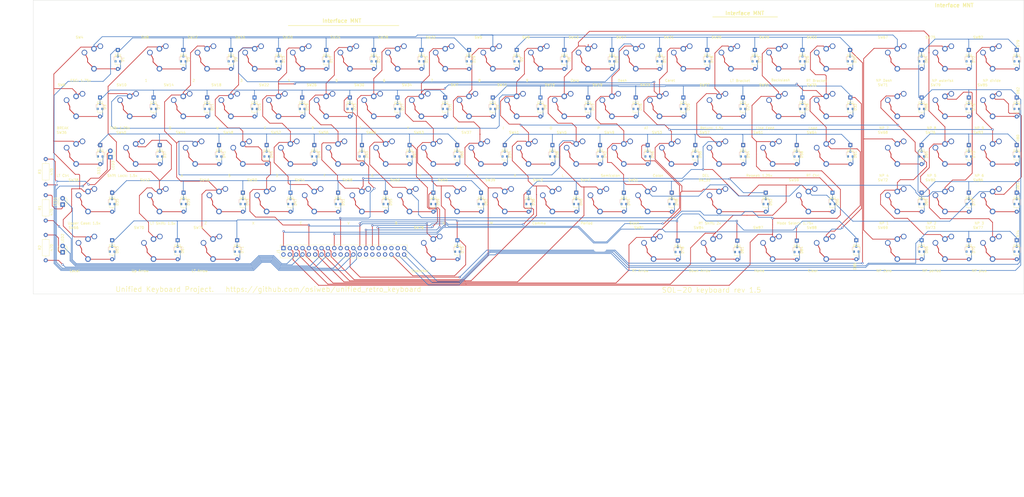
<source format=kicad_pcb>
(kicad_pcb (version 20171130) (host pcbnew "(5.1.6-0-10_14)")
  (title_block (title "Unified Retro Keyboard") (date 2020-06-16) (rev 1.5) (company OSIWeb.org) (comment 1 "SOL keyboard matrix"))
  (layers (0 F.Cu signal) (31 B.Cu signal) (34 B.Paste user) (35 F.Paste user) (36 B.SilkS user) (37 F.SilkS user) (38 B.Mask user) (39 F.Mask user) (44 Edge.Cuts user))
  (net 0 "")
  (net 1 /Row3)
  (net 2 /Row0)
  (net 3 /Row1)
  (net 4 "Net-(D5-Pad2)")
  (net 5 "Net-(D7-Pad2)")
  (net 6 "Net-(D8-Pad2)")
  (net 7 "Net-(D9-Pad2)")
  (net 8 "Net-(D10-Pad2)")
  (net 9 "Net-(D11-Pad2)")
  (net 10 "Net-(D12-Pad2)")
  (net 11 "Net-(D13-Pad2)")
  (net 12 "Net-(D14-Pad2)")
  (net 13 "Net-(D15-Pad2)")
  (net 14 "Net-(D16-Pad2)")
  (net 15 "Net-(D18-Pad2)")
  (net 16 "Net-(D19-Pad2)")
  (net 17 "Net-(D20-Pad2)")
  (net 18 "Net-(D22-Pad2)")
  (net 19 "Net-(D23-Pad2)")
  (net 20 "Net-(D24-Pad2)")
  (net 21 "Net-(D25-Pad2)")
  (net 22 "Net-(D26-Pad2)")
  (net 23 "Net-(D27-Pad2)")
  (net 24 "Net-(D28-Pad2)")
  (net 25 "Net-(D29-Pad2)")
  (net 26 "Net-(D30-Pad2)")
  (net 27 "Net-(D31-Pad2)")
  (net 28 "Net-(D32-Pad2)")
  (net 29 "Net-(D34-Pad2)")
  (net 30 "Net-(D36-Pad2)")
  (net 31 /Row4)
  (net 32 /Row5)
  (net 33 /Row7)
  (net 34 "Net-(D41-Pad2)")
  (net 35 "Net-(D42-Pad2)")
  (net 36 "Net-(D43-Pad2)")
  (net 37 "Net-(D45-Pad2)")
  (net 38 "Net-(D46-Pad2)")
  (net 39 "Net-(D47-Pad2)")
  (net 40 "Net-(D48-Pad2)")
  (net 41 "Net-(D49-Pad2)")
  (net 42 "Net-(D50-Pad2)")
  (net 43 "Net-(D51-Pad2)")
  (net 44 "Net-(D52-Pad2)")
  (net 45 "Net-(D53-Pad2)")
  (net 46 "Net-(D54-Pad2)")
  (net 47 "Net-(D55-Pad2)")
  (net 48 "Net-(D56-Pad2)")
  (net 49 "Net-(D57-Pad2)")
  (net 50 "Net-(D58-Pad2)")
  (net 51 "Net-(D59-Pad2)")
  (net 52 "Net-(D60-Pad2)")
  (net 53 "Net-(D61-Pad2)")
  (net 54 /Col0)
  (net 55 /Col1)
  (net 56 /Col2)
  (net 57 /Col3)
  (net 58 /Col4)
  (net 59 /Col5)
  (net 60 /Col6)
  (net 61 /Col7)
  (net 62 /Row6)
  (net 63 /Row2)
  (net 64 "Net-(D2-Pad2)")
  (net 65 "Net-(D3-Pad2)")
  (net 66 "Net-(D4-Pad2)")
  (net 67 "Net-(D6-Pad2)")
  (net 68 "Net-(D17-Pad2)")
  (net 69 "Net-(D21-Pad2)")
  (net 70 "Net-(D37-Pad2)")
  (net 71 "Net-(D38-Pad2)")
  (net 72 "Net-(D39-Pad2)")
  (net 73 "Net-(D40-Pad2)")
  (net 74 "Net-(D44-Pad2)")
  (net 75 "Net-(J1-Pad10)")
  (net 76 "Net-(J1-Pad12)")
  (net 77 "Net-(J1-Pad18)")
  (net 78 "Net-(J1-Pad20)")
  (net 79 "Net-(J1-Pad26)")
  (net 80 "Net-(J1-Pad28)")
  (net 81 "Net-(J1-Pad30)")
  (net 82 "Net-(J1-Pad32)")
  (net 83 "Net-(J1-Pad2)")
  (net 84 "Net-(J1-Pad4)")
  (net 85 "Net-(D1-Pad2)")
  (net 86 "Net-(D33-Pad2)")
  (net 87 "Net-(D35-Pad2)")
  (net 88 "Net-(D62-Pad2)")
  (net 89 "Net-(D63-Pad2)")
  (net 90 "Net-(D64-Pad2)")
  (net 91 "Net-(D65-Pad2)")
  (net 92 "Net-(D66-Pad2)")
  (net 93 "Net-(D67-Pad2)")
  (net 94 "Net-(D68-Pad2)")
  (net 95 "Net-(D69-Pad2)")
  (net 96 "Net-(D70-Pad2)")
  (net 97 "Net-(D71-Pad2)")
  (net 98 "Net-(D72-Pad2)")
  (net 99 "Net-(D73-Pad2)")
  (net 100 "Net-(D74-Pad2)")
  (net 101 "Net-(D75-Pad2)")
  (net 102 "Net-(D76-Pad2)")
  (net 103 "Net-(D77-Pad2)")
  (net 104 "Net-(D78-Pad2)")
  (net 105 "Net-(D79-Pad2)")
  (net 106 "Net-(D80-Pad2)")
  (net 107 "Net-(D81-Pad2)")
  (net 108 "Net-(D82-Pad2)")
  (net 109 "Net-(D83-Pad2)")
  (net 110 "Net-(D84-Pad2)")
  (net 111 "Net-(D85-Pad2)")
  (net 112 /Row11)
  (net 113 /Row12)
  (net 114 /Row10)
  (net 115 /Row9)
  (net 116 "Net-(J1-Pad8)")
  (net 117 "Net-(J1-Pad16)")
  (net 118 "Net-(J1-Pad24)")
  (net 119 "Net-(J1-Pad6)")
  (net 120 "Net-(J1-Pad14)")
  (net 121 "Net-(J1-Pad22)")
  (net 122 "Net-(LED1-Pad1)")
  (net 123 "Net-(LED2-Pad1)")
  (net 124 "Net-(LED3-Pad1)")
  (net 125 "Net-(J1-Pad33)")
  (net 126 "Net-(J1-Pad34)")
  (net 127 "Net-(J1-Pad35)")
  (net 128 "Net-(J1-Pad37)")
  (module unikbd:diode-combined (layer F.Cu) (at 237.000626 146.0754 270)
    (fp_text reference D27 (at 3.81 -2.12 90) (layer F.SilkS))
    (fp_text value 1N4148)
    (fp_poly (pts (xy 7.7216 -0.6604) (xy 7.5692 -0.6604) (xy 7.5692 -1.1176) (xy 4.7752 -1.1176) (xy 4.7752 -1.27) (xy 7.7216 -1.27)) (layer B.Cu) (width 0.1))
    (fp_poly (pts (xy 2.3368 -0.0508) (xy 0.508 -0.0508) (xy 0.508 -0.2032) (xy 2.3368 -0.2032)) (layer B.Cu) (width 0.1))
    (pad 2 thru_hole oval (at 7.62 -0.127 270) (size 1.6 1.6) (drill 0.8) (layers *.Cu *.Mask) (net 23 "Net-(D27-Pad2)"))
    (pad 1 thru_hole rect (at 0 -0.127 270) (size 1.6 1.6) (drill 0.8) (layers *.Cu *.Mask) (net 62 /Row6))
    (pad 4 smd rect (at 2.556 -0.127 90) (size 0.9 0.8) (layers B.Cu B.Paste B.Mask))
    (pad "" smd rect (at 4.556 0.823 90) (size 0.9 0.8) (layers B.Cu B.Paste B.Mask))
    (pad 3 smd rect (at 4.556 -1.077 90) (size 0.9 0.8) (layers B.Cu B.Paste B.Mask))
  )
  (module unikbd:diode-combined (layer F.Cu) (at 420.52113 203.2254 270)
    (fp_text reference D85 (at 10.4394 0.43053 90) (layer F.SilkS))
    (fp_text value 1N4148)
    (fp_poly (pts (xy 7.7216 -0.6604) (xy 7.5692 -0.6604) (xy 7.5692 -1.1176) (xy 4.7752 -1.1176) (xy 4.7752 -1.27) (xy 7.7216 -1.27)) (layer B.Cu) (width 0.1))
    (fp_poly (pts (xy 2.3368 -0.0508) (xy 0.508 -0.0508) (xy 0.508 -0.2032) (xy 2.3368 -0.2032)) (layer B.Cu) (width 0.1))
    (pad 2 thru_hole oval (at 7.62 -0.127 270) (size 1.6 1.6) (drill 0.8) (layers *.Cu *.Mask) (net 111 "Net-(D85-Pad2)"))
    (pad 1 thru_hole rect (at 0 -0.127 270) (size 1.6 1.6) (drill 0.8) (layers *.Cu *.Mask) (net 115 /Row9))
    (pad 4 smd rect (at 2.556 -0.127 90) (size 0.9 0.8) (layers B.Cu B.Paste B.Mask))
    (pad "" smd rect (at 4.556 0.823 90) (size 0.9 0.8) (layers B.Cu B.Paste B.Mask))
    (pad 3 smd rect (at 4.556 -1.077 90) (size 0.9 0.8) (layers B.Cu B.Paste B.Mask))
  )
  (module unikbd:diode-combined (layer F.Cu) (at 396.73403 203.3778 270)
    (fp_text reference D84 (at 3.81 -2.12 90) (layer F.SilkS))
    (fp_text value 1N4148)
    (fp_poly (pts (xy 7.7216 -0.6604) (xy 7.5692 -0.6604) (xy 7.5692 -1.1176) (xy 4.7752 -1.1176) (xy 4.7752 -1.27) (xy 7.7216 -1.27)) (layer B.Cu) (width 0.1))
    (fp_poly (pts (xy 2.3368 -0.0508) (xy 0.508 -0.0508) (xy 0.508 -0.2032) (xy 2.3368 -0.2032)) (layer B.Cu) (width 0.1))
    (pad 2 thru_hole oval (at 7.62 -0.127 270) (size 1.6 1.6) (drill 0.8) (layers *.Cu *.Mask) (net 110 "Net-(D84-Pad2)"))
    (pad 1 thru_hole rect (at 0 -0.127 270) (size 1.6 1.6) (drill 0.8) (layers *.Cu *.Mask) (net 115 /Row9))
    (pad 4 smd rect (at 2.556 -0.127 90) (size 0.9 0.8) (layers B.Cu B.Paste B.Mask))
    (pad "" smd rect (at 4.556 0.823 90) (size 0.9 0.8) (layers B.Cu B.Paste B.Mask))
    (pad 3 smd rect (at 4.556 -1.077 90) (size 0.9 0.8) (layers B.Cu B.Paste B.Mask))
  )
  (module unikbd:diode-combined (layer F.Cu) (at 484.68788 184.1754 270)
    (fp_text reference D83 (at -2.5654 -0.60452 90) (layer F.SilkS))
    (fp_text value 1N4148)
    (fp_poly (pts (xy 7.7216 -0.6604) (xy 7.5692 -0.6604) (xy 7.5692 -1.1176) (xy 4.7752 -1.1176) (xy 4.7752 -1.27) (xy 7.7216 -1.27)) (layer B.Cu) (width 0.1))
    (fp_poly (pts (xy 2.3368 -0.0508) (xy 0.508 -0.0508) (xy 0.508 -0.2032) (xy 2.3368 -0.2032)) (layer B.Cu) (width 0.1))
    (pad 2 thru_hole oval (at 7.62 -0.127 270) (size 1.6 1.6) (drill 0.8) (layers *.Cu *.Mask) (net 109 "Net-(D83-Pad2)"))
    (pad 1 thru_hole rect (at 0 -0.127 270) (size 1.6 1.6) (drill 0.8) (layers *.Cu *.Mask) (net 112 /Row11))
    (pad 4 smd rect (at 2.556 -0.127 90) (size 0.9 0.8) (layers B.Cu B.Paste B.Mask))
    (pad "" smd rect (at 4.556 0.823 90) (size 0.9 0.8) (layers B.Cu B.Paste B.Mask))
    (pad 3 smd rect (at 4.556 -1.077 90) (size 0.9 0.8) (layers B.Cu B.Paste B.Mask))
  )
  (module unikbd:diode-combined (layer F.Cu) (at 484.68788 146.0754 270)
    (fp_text reference D82 (at -2.7178 -0.68072 90) (layer F.SilkS))
    (fp_text value 1N4148)
    (fp_poly (pts (xy 7.7216 -0.6604) (xy 7.5692 -0.6604) (xy 7.5692 -1.1176) (xy 4.7752 -1.1176) (xy 4.7752 -1.27) (xy 7.7216 -1.27)) (layer B.Cu) (width 0.1))
    (fp_poly (pts (xy 2.3368 -0.0508) (xy 0.508 -0.0508) (xy 0.508 -0.2032) (xy 2.3368 -0.2032)) (layer B.Cu) (width 0.1))
    (pad 2 thru_hole oval (at 7.62 -0.127 270) (size 1.6 1.6) (drill 0.8) (layers *.Cu *.Mask) (net 108 "Net-(D82-Pad2)"))
    (pad 1 thru_hole rect (at 0 -0.127 270) (size 1.6 1.6) (drill 0.8) (layers *.Cu *.Mask) (net 114 /Row10))
    (pad 4 smd rect (at 2.556 -0.127 90) (size 0.9 0.8) (layers B.Cu B.Paste B.Mask))
    (pad "" smd rect (at 4.556 0.823 90) (size 0.9 0.8) (layers B.Cu B.Paste B.Mask))
    (pad 3 smd rect (at 4.556 -1.077 90) (size 0.9 0.8) (layers B.Cu B.Paste B.Mask))
  )
  (module unikbd:diode-combined (layer F.Cu) (at 372.92153 203.3778 270)
    (fp_text reference D81 (at 3.81 -2.12 90) (layer F.SilkS))
    (fp_text value 1N4148)
    (fp_poly (pts (xy 7.7216 -0.6604) (xy 7.5692 -0.6604) (xy 7.5692 -1.1176) (xy 4.7752 -1.1176) (xy 4.7752 -1.27) (xy 7.7216 -1.27)) (layer B.Cu) (width 0.1))
    (fp_poly (pts (xy 2.3368 -0.0508) (xy 0.508 -0.0508) (xy 0.508 -0.2032) (xy 2.3368 -0.2032)) (layer B.Cu) (width 0.1))
    (pad 2 thru_hole oval (at 7.62 -0.127 270) (size 1.6 1.6) (drill 0.8) (layers *.Cu *.Mask) (net 107 "Net-(D81-Pad2)"))
    (pad 1 thru_hole rect (at 0 -0.127 270) (size 1.6 1.6) (drill 0.8) (layers *.Cu *.Mask) (net 115 /Row9))
    (pad 4 smd rect (at 2.556 -0.127 90) (size 0.9 0.8) (layers B.Cu B.Paste B.Mask))
    (pad "" smd rect (at 4.556 0.823 90) (size 0.9 0.8) (layers B.Cu B.Paste B.Mask))
    (pad 3 smd rect (at 4.556 -1.077 90) (size 0.9 0.8) (layers B.Cu B.Paste B.Mask))
  )
  (module unikbd:diode-combined (layer F.Cu) (at 484.68788 165.1254 270)
    (fp_text reference D80 (at -2.794 -0.62992 90) (layer F.SilkS))
    (fp_text value 1N4148)
    (fp_poly (pts (xy 7.7216 -0.6604) (xy 7.5692 -0.6604) (xy 7.5692 -1.1176) (xy 4.7752 -1.1176) (xy 4.7752 -1.27) (xy 7.7216 -1.27)) (layer B.Cu) (width 0.1))
    (fp_poly (pts (xy 2.3368 -0.0508) (xy 0.508 -0.0508) (xy 0.508 -0.2032) (xy 2.3368 -0.2032)) (layer B.Cu) (width 0.1))
    (pad 2 thru_hole oval (at 7.62 -0.127 270) (size 1.6 1.6) (drill 0.8) (layers *.Cu *.Mask) (net 106 "Net-(D80-Pad2)"))
    (pad 1 thru_hole rect (at 0 -0.127 270) (size 1.6 1.6) (drill 0.8) (layers *.Cu *.Mask) (net 112 /Row11))
    (pad 4 smd rect (at 2.556 -0.127 90) (size 0.9 0.8) (layers B.Cu B.Paste B.Mask))
    (pad "" smd rect (at 4.556 0.823 90) (size 0.9 0.8) (layers B.Cu B.Paste B.Mask))
    (pad 3 smd rect (at 4.556 -1.077 90) (size 0.9 0.8) (layers B.Cu B.Paste B.Mask))
  )
  (module unikbd:diode-combined (layer F.Cu) (at 484.68788 127.0254 270)
    (fp_text reference D79 (at -2.5654 -0.68072 90) (layer F.SilkS))
    (fp_text value 1N4148)
    (fp_poly (pts (xy 7.7216 -0.6604) (xy 7.5692 -0.6604) (xy 7.5692 -1.1176) (xy 4.7752 -1.1176) (xy 4.7752 -1.27) (xy 7.7216 -1.27)) (layer B.Cu) (width 0.1))
    (fp_poly (pts (xy 2.3368 -0.0508) (xy 0.508 -0.0508) (xy 0.508 -0.2032) (xy 2.3368 -0.2032)) (layer B.Cu) (width 0.1))
    (pad 2 thru_hole oval (at 7.62 -0.127 270) (size 1.6 1.6) (drill 0.8) (layers *.Cu *.Mask) (net 105 "Net-(D79-Pad2)"))
    (pad 1 thru_hole rect (at 0 -0.127 270) (size 1.6 1.6) (drill 0.8) (layers *.Cu *.Mask) (net 114 /Row10))
    (pad 4 smd rect (at 2.556 -0.127 90) (size 0.9 0.8) (layers B.Cu B.Paste B.Mask))
    (pad "" smd rect (at 4.556 0.823 90) (size 0.9 0.8) (layers B.Cu B.Paste B.Mask))
    (pad 3 smd rect (at 4.556 -1.077 90) (size 0.9 0.8) (layers B.Cu B.Paste B.Mask))
  )
  (module unikbd:diode-combined (layer F.Cu) (at 349.10903 203.3778 270)
    (fp_text reference D78 (at 3.81 -2.12 90) (layer F.SilkS))
    (fp_text value 1N4148)
    (fp_poly (pts (xy 7.7216 -0.6604) (xy 7.5692 -0.6604) (xy 7.5692 -1.1176) (xy 4.7752 -1.1176) (xy 4.7752 -1.27) (xy 7.7216 -1.27)) (layer B.Cu) (width 0.1))
    (fp_poly (pts (xy 2.3368 -0.0508) (xy 0.508 -0.0508) (xy 0.508 -0.2032) (xy 2.3368 -0.2032)) (layer B.Cu) (width 0.1))
    (pad 2 thru_hole oval (at 7.62 -0.127 270) (size 1.6 1.6) (drill 0.8) (layers *.Cu *.Mask) (net 104 "Net-(D78-Pad2)"))
    (pad 1 thru_hole rect (at 0 -0.127 270) (size 1.6 1.6) (drill 0.8) (layers *.Cu *.Mask) (net 115 /Row9))
    (pad 4 smd rect (at 2.556 -0.127 90) (size 0.9 0.8) (layers B.Cu B.Paste B.Mask))
    (pad "" smd rect (at 4.556 0.823 90) (size 0.9 0.8) (layers B.Cu B.Paste B.Mask))
    (pad 3 smd rect (at 4.556 -1.077 90) (size 0.9 0.8) (layers B.Cu B.Paste B.Mask))
  )
  (module unikbd:diode-combined (layer F.Cu) (at 465.53628 184.1754 270)
    (fp_text reference D77 (at 3.81 -2.12 90) (layer F.SilkS))
    (fp_text value 1N4148)
    (fp_poly (pts (xy 7.7216 -0.6604) (xy 7.5692 -0.6604) (xy 7.5692 -1.1176) (xy 4.7752 -1.1176) (xy 4.7752 -1.27) (xy 7.7216 -1.27)) (layer B.Cu) (width 0.1))
    (fp_poly (pts (xy 2.3368 -0.0508) (xy 0.508 -0.0508) (xy 0.508 -0.2032) (xy 2.3368 -0.2032)) (layer B.Cu) (width 0.1))
    (pad 2 thru_hole oval (at 7.62 -0.127 270) (size 1.6 1.6) (drill 0.8) (layers *.Cu *.Mask) (net 103 "Net-(D77-Pad2)"))
    (pad 1 thru_hole rect (at 0 -0.127 270) (size 1.6 1.6) (drill 0.8) (layers *.Cu *.Mask) (net 112 /Row11))
    (pad 4 smd rect (at 2.556 -0.127 90) (size 0.9 0.8) (layers B.Cu B.Paste B.Mask))
    (pad "" smd rect (at 4.556 0.823 90) (size 0.9 0.8) (layers B.Cu B.Paste B.Mask))
    (pad 3 smd rect (at 4.556 -1.077 90) (size 0.9 0.8) (layers B.Cu B.Paste B.Mask))
  )
  (module unikbd:diode-combined (layer F.Cu) (at 465.53628 146.0754 270)
    (fp_text reference D76 (at 3.81 -2.12 90) (layer F.SilkS))
    (fp_text value 1N4148)
    (fp_poly (pts (xy 7.7216 -0.6604) (xy 7.5692 -0.6604) (xy 7.5692 -1.1176) (xy 4.7752 -1.1176) (xy 4.7752 -1.27) (xy 7.7216 -1.27)) (layer B.Cu) (width 0.1))
    (fp_poly (pts (xy 2.3368 -0.0508) (xy 0.508 -0.0508) (xy 0.508 -0.2032) (xy 2.3368 -0.2032)) (layer B.Cu) (width 0.1))
    (pad 2 thru_hole oval (at 7.62 -0.127 270) (size 1.6 1.6) (drill 0.8) (layers *.Cu *.Mask) (net 102 "Net-(D76-Pad2)"))
    (pad 1 thru_hole rect (at 0 -0.127 270) (size 1.6 1.6) (drill 0.8) (layers *.Cu *.Mask) (net 114 /Row10))
    (pad 4 smd rect (at 2.556 -0.127 90) (size 0.9 0.8) (layers B.Cu B.Paste B.Mask))
    (pad "" smd rect (at 4.556 0.823 90) (size 0.9 0.8) (layers B.Cu B.Paste B.Mask))
    (pad 3 smd rect (at 4.556 -1.077 90) (size 0.9 0.8) (layers B.Cu B.Paste B.Mask))
  )
  (module unikbd:diode-combined (layer F.Cu) (at 260.97738 203.2254 270)
    (fp_text reference D75 (at 3.81 -2.12 90) (layer F.SilkS))
    (fp_text value 1N4148 hide)
    (fp_poly (pts (xy 7.7216 -0.6604) (xy 7.5692 -0.6604) (xy 7.5692 -1.1176) (xy 4.7752 -1.1176) (xy 4.7752 -1.27) (xy 7.7216 -1.27)) (layer B.Cu) (width 0.1))
    (fp_poly (pts (xy 2.3368 -0.0508) (xy 0.508 -0.0508) (xy 0.508 -0.2032) (xy 2.3368 -0.2032)) (layer B.Cu) (width 0.1))
    (pad 2 thru_hole oval (at 7.62 -0.127 270) (size 1.6 1.6) (drill 0.8) (layers *.Cu *.Mask) (net 101 "Net-(D75-Pad2)"))
    (pad 1 thru_hole rect (at 0 -0.127 270) (size 1.6 1.6) (drill 0.8) (layers *.Cu *.Mask) (net 115 /Row9))
    (pad 4 smd rect (at 2.556 -0.127 90) (size 0.9 0.8) (layers B.Cu B.Paste B.Mask))
    (pad "" smd rect (at 4.556 0.823 90) (size 0.9 0.8) (layers B.Cu B.Paste B.Mask))
    (pad 3 smd rect (at 4.556 -1.077 90) (size 0.9 0.8) (layers B.Cu B.Paste B.Mask))
  )
  (module unikbd:diode-combined (layer F.Cu) (at 484.68788 203.2254 270)
    (fp_text reference D74 (at -2.6162 -0.68072 90) (layer F.SilkS))
    (fp_text value 1N4148)
    (fp_poly (pts (xy 7.7216 -0.6604) (xy 7.5692 -0.6604) (xy 7.5692 -1.1176) (xy 4.7752 -1.1176) (xy 4.7752 -1.27) (xy 7.7216 -1.27)) (layer B.Cu) (width 0.1))
    (fp_poly (pts (xy 2.3368 -0.0508) (xy 0.508 -0.0508) (xy 0.508 -0.2032) (xy 2.3368 -0.2032)) (layer B.Cu) (width 0.1))
    (pad 2 thru_hole oval (at 7.62 -0.127 270) (size 1.6 1.6) (drill 0.8) (layers *.Cu *.Mask) (net 100 "Net-(D74-Pad2)"))
    (pad 1 thru_hole rect (at 0 -0.127 270) (size 1.6 1.6) (drill 0.8) (layers *.Cu *.Mask) (net 113 /Row12))
    (pad 4 smd rect (at 2.556 -0.127 90) (size 0.9 0.8) (layers B.Cu B.Paste B.Mask))
    (pad "" smd rect (at 4.556 0.823 90) (size 0.9 0.8) (layers B.Cu B.Paste B.Mask))
    (pad 3 smd rect (at 4.556 -1.077 90) (size 0.9 0.8) (layers B.Cu B.Paste B.Mask))
  )
  (module unikbd:diode-combined (layer F.Cu) (at 465.53628 165.1254 270)
    (fp_text reference D73 (at 3.81 -2.12 90) (layer F.SilkS))
    (fp_text value 1N4148)
    (fp_poly (pts (xy 7.7216 -0.6604) (xy 7.5692 -0.6604) (xy 7.5692 -1.1176) (xy 4.7752 -1.1176) (xy 4.7752 -1.27) (xy 7.7216 -1.27)) (layer B.Cu) (width 0.1))
    (fp_poly (pts (xy 2.3368 -0.0508) (xy 0.508 -0.0508) (xy 0.508 -0.2032) (xy 2.3368 -0.2032)) (layer B.Cu) (width 0.1))
    (pad 2 thru_hole oval (at 7.62 -0.127 270) (size 1.6 1.6) (drill 0.8) (layers *.Cu *.Mask) (net 99 "Net-(D73-Pad2)"))
    (pad 1 thru_hole rect (at 0 -0.127 270) (size 1.6 1.6) (drill 0.8) (layers *.Cu *.Mask) (net 112 /Row11))
    (pad 4 smd rect (at 2.556 -0.127 90) (size 0.9 0.8) (layers B.Cu B.Paste B.Mask))
    (pad "" smd rect (at 4.556 0.823 90) (size 0.9 0.8) (layers B.Cu B.Paste B.Mask))
    (pad 3 smd rect (at 4.556 -1.077 90) (size 0.9 0.8) (layers B.Cu B.Paste B.Mask))
  )
  (module unikbd:diode-combined (layer F.Cu) (at 465.53628 127.0254 270)
    (fp_text reference D72 (at 3.81 -2.12 90) (layer F.SilkS))
    (fp_text value 1N4148)
    (fp_poly (pts (xy 7.7216 -0.6604) (xy 7.5692 -0.6604) (xy 7.5692 -1.1176) (xy 4.7752 -1.1176) (xy 4.7752 -1.27) (xy 7.7216 -1.27)) (layer B.Cu) (width 0.1))
    (fp_poly (pts (xy 2.3368 -0.0508) (xy 0.508 -0.0508) (xy 0.508 -0.2032) (xy 2.3368 -0.2032)) (layer B.Cu) (width 0.1))
    (pad 2 thru_hole oval (at 7.62 -0.127 270) (size 1.6 1.6) (drill 0.8) (layers *.Cu *.Mask) (net 98 "Net-(D72-Pad2)"))
    (pad 1 thru_hole rect (at 0 -0.127 270) (size 1.6 1.6) (drill 0.8) (layers *.Cu *.Mask) (net 114 /Row10))
    (pad 4 smd rect (at 2.556 -0.127 90) (size 0.9 0.8) (layers B.Cu B.Paste B.Mask))
    (pad "" smd rect (at 4.556 0.823 90) (size 0.9 0.8) (layers B.Cu B.Paste B.Mask))
    (pad 3 smd rect (at 4.556 -1.077 90) (size 0.9 0.8) (layers B.Cu B.Paste B.Mask))
  )
  (module unikbd:diode-combined (layer F.Cu) (at 172.87113 203.2254 270)
    (fp_text reference D71 (at 3.81 -2.12 90) (layer F.SilkS))
    (fp_text value 1N4148)
    (fp_poly (pts (xy 7.7216 -0.6604) (xy 7.5692 -0.6604) (xy 7.5692 -1.1176) (xy 4.7752 -1.1176) (xy 4.7752 -1.27) (xy 7.7216 -1.27)) (layer B.Cu) (width 0.1))
    (fp_poly (pts (xy 2.3368 -0.0508) (xy 0.508 -0.0508) (xy 0.508 -0.2032) (xy 2.3368 -0.2032)) (layer B.Cu) (width 0.1))
    (pad 2 thru_hole oval (at 7.62 -0.127 270) (size 1.6 1.6) (drill 0.8) (layers *.Cu *.Mask) (net 97 "Net-(D71-Pad2)"))
    (pad 1 thru_hole rect (at 0 -0.127 270) (size 1.6 1.6) (drill 0.8) (layers *.Cu *.Mask) (net 115 /Row9))
    (pad 4 smd rect (at 2.556 -0.127 90) (size 0.9 0.8) (layers B.Cu B.Paste B.Mask))
    (pad "" smd rect (at 4.556 0.823 90) (size 0.9 0.8) (layers B.Cu B.Paste B.Mask))
    (pad 3 smd rect (at 4.556 -1.077 90) (size 0.9 0.8) (layers B.Cu B.Paste B.Mask))
  )
  (module unikbd:diode-combined (layer F.Cu) (at 465.53628 203.2254 270)
    (fp_text reference D70 (at 3.81 -2.12 90) (layer F.SilkS))
    (fp_text value 1N4148)
    (fp_poly (pts (xy 7.7216 -0.6604) (xy 7.5692 -0.6604) (xy 7.5692 -1.1176) (xy 4.7752 -1.1176) (xy 4.7752 -1.27) (xy 7.7216 -1.27)) (layer B.Cu) (width 0.1))
    (fp_poly (pts (xy 2.3368 -0.0508) (xy 0.508 -0.0508) (xy 0.508 -0.2032) (xy 2.3368 -0.2032)) (layer B.Cu) (width 0.1))
    (pad 2 thru_hole oval (at 7.62 -0.127 270) (size 1.6 1.6) (drill 0.8) (layers *.Cu *.Mask) (net 96 "Net-(D70-Pad2)"))
    (pad 1 thru_hole rect (at 0 -0.127 270) (size 1.6 1.6) (drill 0.8) (layers *.Cu *.Mask) (net 113 /Row12))
    (pad 4 smd rect (at 2.556 -0.127 90) (size 0.9 0.8) (layers B.Cu B.Paste B.Mask))
    (pad "" smd rect (at 4.556 0.823 90) (size 0.9 0.8) (layers B.Cu B.Paste B.Mask))
    (pad 3 smd rect (at 4.556 -1.077 90) (size 0.9 0.8) (layers B.Cu B.Paste B.Mask))
  )
  (module unikbd:diode-combined (layer F.Cu) (at 446.6463 184.1754 270)
    (fp_text reference D69 (at 3.81 -2.12 90) (layer F.SilkS))
    (fp_text value 1N4148)
    (fp_poly (pts (xy 7.7216 -0.6604) (xy 7.5692 -0.6604) (xy 7.5692 -1.1176) (xy 4.7752 -1.1176) (xy 4.7752 -1.27) (xy 7.7216 -1.27)) (layer B.Cu) (width 0.1))
    (fp_poly (pts (xy 2.3368 -0.0508) (xy 0.508 -0.0508) (xy 0.508 -0.2032) (xy 2.3368 -0.2032)) (layer B.Cu) (width 0.1))
    (pad 2 thru_hole oval (at 7.62 -0.127 270) (size 1.6 1.6) (drill 0.8) (layers *.Cu *.Mask) (net 95 "Net-(D69-Pad2)"))
    (pad 1 thru_hole rect (at 0 -0.127 270) (size 1.6 1.6) (drill 0.8) (layers *.Cu *.Mask) (net 112 /Row11))
    (pad 4 smd rect (at 2.556 -0.127 90) (size 0.9 0.8) (layers B.Cu B.Paste B.Mask))
    (pad "" smd rect (at 4.556 0.823 90) (size 0.9 0.8) (layers B.Cu B.Paste B.Mask))
    (pad 3 smd rect (at 4.556 -1.077 90) (size 0.9 0.8) (layers B.Cu B.Paste B.Mask))
  )
  (module unikbd:diode-combined (layer F.Cu) (at 446.6463 146.0754 270)
    (fp_text reference D68 (at 3.81 -2.12 90) (layer F.SilkS))
    (fp_text value 1N4148)
    (fp_poly (pts (xy 7.7216 -0.6604) (xy 7.5692 -0.6604) (xy 7.5692 -1.1176) (xy 4.7752 -1.1176) (xy 4.7752 -1.27) (xy 7.7216 -1.27)) (layer B.Cu) (width 0.1))
    (fp_poly (pts (xy 2.3368 -0.0508) (xy 0.508 -0.0508) (xy 0.508 -0.2032) (xy 2.3368 -0.2032)) (layer B.Cu) (width 0.1))
    (pad 2 thru_hole oval (at 7.62 -0.127 270) (size 1.6 1.6) (drill 0.8) (layers *.Cu *.Mask) (net 94 "Net-(D68-Pad2)"))
    (pad 1 thru_hole rect (at 0 -0.127 270) (size 1.6 1.6) (drill 0.8) (layers *.Cu *.Mask) (net 114 /Row10))
    (pad 4 smd rect (at 2.556 -0.127 90) (size 0.9 0.8) (layers B.Cu B.Paste B.Mask))
    (pad "" smd rect (at 4.556 0.823 90) (size 0.9 0.8) (layers B.Cu B.Paste B.Mask))
    (pad 3 smd rect (at 4.556 -1.077 90) (size 0.9 0.8) (layers B.Cu B.Paste B.Mask))
  )
  (module unikbd:diode-combined (layer F.Cu) (at 149.05863 203.2254 270)
    (fp_text reference D67 (at 3.81 -2.12 90) (layer F.SilkS))
    (fp_text value 1N4148)
    (fp_poly (pts (xy 7.7216 -0.6604) (xy 7.5692 -0.6604) (xy 7.5692 -1.1176) (xy 4.7752 -1.1176) (xy 4.7752 -1.27) (xy 7.7216 -1.27)) (layer B.Cu) (width 0.1))
    (fp_poly (pts (xy 2.3368 -0.0508) (xy 0.508 -0.0508) (xy 0.508 -0.2032) (xy 2.3368 -0.2032)) (layer B.Cu) (width 0.1))
    (pad 2 thru_hole oval (at 7.62 -0.127 270) (size 1.6 1.6) (drill 0.8) (layers *.Cu *.Mask) (net 93 "Net-(D67-Pad2)"))
    (pad 1 thru_hole rect (at 0 -0.127 270) (size 1.6 1.6) (drill 0.8) (layers *.Cu *.Mask) (net 115 /Row9))
    (pad 4 smd rect (at 2.556 -0.127 90) (size 0.9 0.8) (layers B.Cu B.Paste B.Mask))
    (pad "" smd rect (at 4.556 0.823 90) (size 0.9 0.8) (layers B.Cu B.Paste B.Mask))
    (pad 3 smd rect (at 4.556 -1.077 90) (size 0.9 0.8) (layers B.Cu B.Paste B.Mask))
  )
  (module unikbd:diode-combined (layer F.Cu) (at 446.6463 203.2254 270)
    (fp_text reference D66 (at 3.81 -2.12 90) (layer F.SilkS))
    (fp_text value 1N4148)
    (fp_poly (pts (xy 7.7216 -0.6604) (xy 7.5692 -0.6604) (xy 7.5692 -1.1176) (xy 4.7752 -1.1176) (xy 4.7752 -1.27) (xy 7.7216 -1.27)) (layer B.Cu) (width 0.1))
    (fp_poly (pts (xy 2.3368 -0.0508) (xy 0.508 -0.0508) (xy 0.508 -0.2032) (xy 2.3368 -0.2032)) (layer B.Cu) (width 0.1))
    (pad 2 thru_hole oval (at 7.62 -0.127 270) (size 1.6 1.6) (drill 0.8) (layers *.Cu *.Mask) (net 92 "Net-(D66-Pad2)"))
    (pad 1 thru_hole rect (at 0 -0.127 270) (size 1.6 1.6) (drill 0.8) (layers *.Cu *.Mask) (net 113 /Row12))
    (pad 4 smd rect (at 2.556 -0.127 90) (size 0.9 0.8) (layers B.Cu B.Paste B.Mask))
    (pad "" smd rect (at 4.556 0.823 90) (size 0.9 0.8) (layers B.Cu B.Paste B.Mask))
    (pad 3 smd rect (at 4.556 -1.077 90) (size 0.9 0.8) (layers B.Cu B.Paste B.Mask))
  )
  (module unikbd:diode-combined (layer F.Cu) (at 446.6463 165.1254 270)
    (fp_text reference D65 (at 3.81 -2.12 90) (layer F.SilkS))
    (fp_text value 1N4148)
    (fp_poly (pts (xy 7.7216 -0.6604) (xy 7.5692 -0.6604) (xy 7.5692 -1.1176) (xy 4.7752 -1.1176) (xy 4.7752 -1.27) (xy 7.7216 -1.27)) (layer B.Cu) (width 0.1))
    (fp_poly (pts (xy 2.3368 -0.0508) (xy 0.508 -0.0508) (xy 0.508 -0.2032) (xy 2.3368 -0.2032)) (layer B.Cu) (width 0.1))
    (pad 2 thru_hole oval (at 7.62 -0.127 270) (size 1.6 1.6) (drill 0.8) (layers *.Cu *.Mask) (net 91 "Net-(D65-Pad2)"))
    (pad 1 thru_hole rect (at 0 -0.127 270) (size 1.6 1.6) (drill 0.8) (layers *.Cu *.Mask) (net 112 /Row11))
    (pad 4 smd rect (at 2.556 -0.127 90) (size 0.9 0.8) (layers B.Cu B.Paste B.Mask))
    (pad "" smd rect (at 4.556 0.823 90) (size 0.9 0.8) (layers B.Cu B.Paste B.Mask))
    (pad 3 smd rect (at 4.556 -1.077 90) (size 0.9 0.8) (layers B.Cu B.Paste B.Mask))
  )
  (module unikbd:diode-combined (layer F.Cu) (at 446.6463 127.0254 270)
    (fp_text reference D64 (at 3.81 -2.12 90) (layer F.SilkS))
    (fp_text value 1N4148)
    (fp_poly (pts (xy 7.7216 -0.6604) (xy 7.5692 -0.6604) (xy 7.5692 -1.1176) (xy 4.7752 -1.1176) (xy 4.7752 -1.27) (xy 7.7216 -1.27)) (layer B.Cu) (width 0.1))
    (fp_poly (pts (xy 2.3368 -0.0508) (xy 0.508 -0.0508) (xy 0.508 -0.2032) (xy 2.3368 -0.2032)) (layer B.Cu) (width 0.1))
    (pad 2 thru_hole oval (at 7.62 -0.127 270) (size 1.6 1.6) (drill 0.8) (layers *.Cu *.Mask) (net 90 "Net-(D64-Pad2)"))
    (pad 1 thru_hole rect (at 0 -0.127 270) (size 1.6 1.6) (drill 0.8) (layers *.Cu *.Mask) (net 114 /Row10))
    (pad 4 smd rect (at 2.556 -0.127 90) (size 0.9 0.8) (layers B.Cu B.Paste B.Mask))
    (pad "" smd rect (at 4.556 0.823 90) (size 0.9 0.8) (layers B.Cu B.Paste B.Mask))
    (pad 3 smd rect (at 4.556 -1.077 90) (size 0.9 0.8) (layers B.Cu B.Paste B.Mask))
  )
  (module unikbd:diode-combined (layer F.Cu) (at 122.86488 203.2254 270)
    (fp_text reference D63 (at 3.81 -2.12 90) (layer F.SilkS))
    (fp_text value 1N4148)
    (fp_poly (pts (xy 7.7216 -0.6604) (xy 7.5692 -0.6604) (xy 7.5692 -1.1176) (xy 4.7752 -1.1176) (xy 4.7752 -1.27) (xy 7.7216 -1.27)) (layer B.Cu) (width 0.1))
    (fp_poly (pts (xy 2.3368 -0.0508) (xy 0.508 -0.0508) (xy 0.508 -0.2032) (xy 2.3368 -0.2032)) (layer B.Cu) (width 0.1))
    (pad 2 thru_hole oval (at 7.62 -0.127 270) (size 1.6 1.6) (drill 0.8) (layers *.Cu *.Mask) (net 89 "Net-(D63-Pad2)"))
    (pad 1 thru_hole rect (at 0 -0.127 270) (size 1.6 1.6) (drill 0.8) (layers *.Cu *.Mask) (net 115 /Row9))
    (pad 4 smd rect (at 2.556 -0.127 90) (size 0.9 0.8) (layers B.Cu B.Paste B.Mask))
    (pad "" smd rect (at 4.556 0.823 90) (size 0.9 0.8) (layers B.Cu B.Paste B.Mask))
    (pad 3 smd rect (at 4.556 -1.077 90) (size 0.9 0.8) (layers B.Cu B.Paste B.Mask))
  )
  (module unikbd:diode-combined (layer F.Cu) (at 270.40078 184.1754 270)
    (fp_text reference D62 (at 3.81 -2.12 90) (layer F.SilkS))
    (fp_text value 1N4148)
    (fp_poly (pts (xy 7.7216 -0.6604) (xy 7.5692 -0.6604) (xy 7.5692 -1.1176) (xy 4.7752 -1.1176) (xy 4.7752 -1.27) (xy 7.7216 -1.27)) (layer B.Cu) (width 0.1))
    (fp_poly (pts (xy 2.3368 -0.0508) (xy 0.508 -0.0508) (xy 0.508 -0.2032) (xy 2.3368 -0.2032)) (layer B.Cu) (width 0.1))
    (pad 2 thru_hole oval (at 7.62 -0.127 270) (size 1.6 1.6) (drill 0.8) (layers *.Cu *.Mask) (net 88 "Net-(D62-Pad2)"))
    (pad 1 thru_hole rect (at 0 -0.127 270) (size 1.6 1.6) (drill 0.8) (layers *.Cu *.Mask) (net 63 /Row2))
    (pad 4 smd rect (at 2.556 -0.127 90) (size 0.9 0.8) (layers B.Cu B.Paste B.Mask))
    (pad "" smd rect (at 4.556 0.823 90) (size 0.9 0.8) (layers B.Cu B.Paste B.Mask))
    (pad 3 smd rect (at 4.556 -1.077 90) (size 0.9 0.8) (layers B.Cu B.Paste B.Mask))
  )
  (module unikbd:diode-combined (layer F.Cu) (at 418.13988 165.1254 270)
    (fp_text reference D61 (at 3.81 -2.12 90) (layer F.SilkS))
    (fp_text value 1N4148)
    (fp_poly (pts (xy 7.7216 -0.6604) (xy 7.5692 -0.6604) (xy 7.5692 -1.1176) (xy 4.7752 -1.1176) (xy 4.7752 -1.27) (xy 7.7216 -1.27)) (layer B.Cu) (width 0.1))
    (fp_poly (pts (xy 2.3368 -0.0508) (xy 0.508 -0.0508) (xy 0.508 -0.2032) (xy 2.3368 -0.2032)) (layer B.Cu) (width 0.1))
    (pad 2 thru_hole oval (at 7.62 -0.127 270) (size 1.6 1.6) (drill 0.8) (layers *.Cu *.Mask) (net 53 "Net-(D61-Pad2)"))
    (pad 1 thru_hole rect (at 0 -0.127 270) (size 1.6 1.6) (drill 0.8) (layers *.Cu *.Mask) (net 3 /Row1))
    (pad 4 smd rect (at 2.556 -0.127 90) (size 0.9 0.8) (layers B.Cu B.Paste B.Mask))
    (pad "" smd rect (at 4.556 0.823 90) (size 0.9 0.8) (layers B.Cu B.Paste B.Mask))
    (pad 3 smd rect (at 4.556 -1.077 90) (size 0.9 0.8) (layers B.Cu B.Paste B.Mask))
  )
  (module unikbd:diode-combined (layer F.Cu) (at 260.87578 165.1254 270)
    (fp_text reference D60 (at 3.81 -2.12 90) (layer F.SilkS))
    (fp_text value 1N4148)
    (fp_poly (pts (xy 7.7216 -0.6604) (xy 7.5692 -0.6604) (xy 7.5692 -1.1176) (xy 4.7752 -1.1176) (xy 4.7752 -1.27) (xy 7.7216 -1.27)) (layer B.Cu) (width 0.1))
    (fp_poly (pts (xy 2.3368 -0.0508) (xy 0.508 -0.0508) (xy 0.508 -0.2032) (xy 2.3368 -0.2032)) (layer B.Cu) (width 0.1))
    (pad 2 thru_hole oval (at 7.62 -0.127 270) (size 1.6 1.6) (drill 0.8) (layers *.Cu *.Mask) (net 52 "Net-(D60-Pad2)"))
    (pad 1 thru_hole rect (at 0 -0.127 270) (size 1.6 1.6) (drill 0.8) (layers *.Cu *.Mask) (net 2 /Row0))
    (pad 4 smd rect (at 2.556 -0.127 90) (size 0.9 0.8) (layers B.Cu B.Paste B.Mask))
    (pad "" smd rect (at 4.556 0.823 90) (size 0.9 0.8) (layers B.Cu B.Paste B.Mask))
    (pad 3 smd rect (at 4.556 -1.077 90) (size 0.9 0.8) (layers B.Cu B.Paste B.Mask))
  )
  (module unikbd:diode-combined (layer F.Cu) (at 251.35078 184.1754 270)
    (fp_text reference D59 (at 3.81 -2.06502 90) (layer F.SilkS))
    (fp_text value 1N4148)
    (fp_poly (pts (xy 7.7216 -0.6604) (xy 7.5692 -0.6604) (xy 7.5692 -1.1176) (xy 4.7752 -1.1176) (xy 4.7752 -1.27) (xy 7.7216 -1.27)) (layer B.Cu) (width 0.1))
    (fp_poly (pts (xy 2.3368 -0.0508) (xy 0.508 -0.0508) (xy 0.508 -0.2032) (xy 2.3368 -0.2032)) (layer B.Cu) (width 0.1))
    (pad 2 thru_hole oval (at 7.62 -0.127 270) (size 1.6 1.6) (drill 0.8) (layers *.Cu *.Mask) (net 51 "Net-(D59-Pad2)"))
    (pad 1 thru_hole rect (at 0 -0.127 270) (size 1.6 1.6) (drill 0.8) (layers *.Cu *.Mask) (net 63 /Row2))
    (pad 4 smd rect (at 2.556 -0.127 90) (size 0.9 0.8) (layers B.Cu B.Paste B.Mask))
    (pad "" smd rect (at 4.556 0.823 90) (size 0.9 0.8) (layers B.Cu B.Paste B.Mask))
    (pad 3 smd rect (at 4.556 -1.077 90) (size 0.9 0.8) (layers B.Cu B.Paste B.Mask))
  )
  (module unikbd:diode-combined (layer F.Cu) (at 396.70863 165.1254 270)
    (fp_text reference D58 (at 3.81 -2.12 90) (layer F.SilkS))
    (fp_text value 1N4148)
    (fp_poly (pts (xy 7.7216 -0.6604) (xy 7.5692 -0.6604) (xy 7.5692 -1.1176) (xy 4.7752 -1.1176) (xy 4.7752 -1.27) (xy 7.7216 -1.27)) (layer B.Cu) (width 0.1))
    (fp_poly (pts (xy 2.3368 -0.0508) (xy 0.508 -0.0508) (xy 0.508 -0.2032) (xy 2.3368 -0.2032)) (layer B.Cu) (width 0.1))
    (pad 2 thru_hole oval (at 7.62 -0.127 270) (size 1.6 1.6) (drill 0.8) (layers *.Cu *.Mask) (net 50 "Net-(D58-Pad2)"))
    (pad 1 thru_hole rect (at 0 -0.127 270) (size 1.6 1.6) (drill 0.8) (layers *.Cu *.Mask) (net 3 /Row1))
    (pad 4 smd rect (at 2.556 -0.127 90) (size 0.9 0.8) (layers B.Cu B.Paste B.Mask))
    (pad "" smd rect (at 4.556 0.823 90) (size 0.9 0.8) (layers B.Cu B.Paste B.Mask))
    (pad 3 smd rect (at 4.556 -1.077 90) (size 0.9 0.8) (layers B.Cu B.Paste B.Mask))
  )
  (module unikbd:diode-combined (layer F.Cu) (at 241.82578 165.1254 270)
    (fp_text reference D57 (at 3.81 -2.12 90) (layer F.SilkS))
    (fp_text value 1N4148)
    (fp_poly (pts (xy 7.7216 -0.6604) (xy 7.5692 -0.6604) (xy 7.5692 -1.1176) (xy 4.7752 -1.1176) (xy 4.7752 -1.27) (xy 7.7216 -1.27)) (layer B.Cu) (width 0.1))
    (fp_poly (pts (xy 2.3368 -0.0508) (xy 0.508 -0.0508) (xy 0.508 -0.2032) (xy 2.3368 -0.2032)) (layer B.Cu) (width 0.1))
    (pad 2 thru_hole oval (at 7.62 -0.127 270) (size 1.6 1.6) (drill 0.8) (layers *.Cu *.Mask) (net 49 "Net-(D57-Pad2)"))
    (pad 1 thru_hole rect (at 0 -0.127 270) (size 1.6 1.6) (drill 0.8) (layers *.Cu *.Mask) (net 2 /Row0))
    (pad 4 smd rect (at 2.556 -0.127 90) (size 0.9 0.8) (layers B.Cu B.Paste B.Mask))
    (pad "" smd rect (at 4.556 0.823 90) (size 0.9 0.8) (layers B.Cu B.Paste B.Mask))
    (pad 3 smd rect (at 4.556 -1.077 90) (size 0.9 0.8) (layers B.Cu B.Paste B.Mask))
  )
  (module unikbd:diode-combined (layer F.Cu) (at 410.99613 184.1754 270)
    (fp_text reference D56 (at 3.81 -2.12 90) (layer F.SilkS))
    (fp_text value 1N4148)
    (fp_poly (pts (xy 7.7216 -0.6604) (xy 7.5692 -0.6604) (xy 7.5692 -1.1176) (xy 4.7752 -1.1176) (xy 4.7752 -1.27) (xy 7.7216 -1.27)) (layer B.Cu) (width 0.1))
    (fp_poly (pts (xy 2.3368 -0.0508) (xy 0.508 -0.0508) (xy 0.508 -0.2032) (xy 2.3368 -0.2032)) (layer B.Cu) (width 0.1))
    (pad 2 thru_hole oval (at 7.62 -0.127 270) (size 1.6 1.6) (drill 0.8) (layers *.Cu *.Mask) (net 48 "Net-(D56-Pad2)"))
    (pad 1 thru_hole rect (at 0 -0.127 270) (size 1.6 1.6) (drill 0.8) (layers *.Cu *.Mask) (net 1 /Row3))
    (pad 4 smd rect (at 2.556 -0.127 90) (size 0.9 0.8) (layers B.Cu B.Paste B.Mask))
    (pad "" smd rect (at 4.556 0.823 90) (size 0.9 0.8) (layers B.Cu B.Paste B.Mask))
    (pad 3 smd rect (at 4.556 -1.077 90) (size 0.9 0.8) (layers B.Cu B.Paste B.Mask))
  )
  (module unikbd:diode-combined (layer F.Cu) (at 232.30078 184.1754 270)
    (fp_text reference D55 (at 3.81 -2.12 90) (layer F.SilkS))
    (fp_text value 1N4148)
    (fp_poly (pts (xy 7.7216 -0.6604) (xy 7.5692 -0.6604) (xy 7.5692 -1.1176) (xy 4.7752 -1.1176) (xy 4.7752 -1.27) (xy 7.7216 -1.27)) (layer B.Cu) (width 0.1))
    (fp_poly (pts (xy 2.3368 -0.0508) (xy 0.508 -0.0508) (xy 0.508 -0.2032) (xy 2.3368 -0.2032)) (layer B.Cu) (width 0.1))
    (pad 2 thru_hole oval (at 7.62 -0.127 270) (size 1.6 1.6) (drill 0.8) (layers *.Cu *.Mask) (net 47 "Net-(D55-Pad2)"))
    (pad 1 thru_hole rect (at 0 -0.127 270) (size 1.6 1.6) (drill 0.8) (layers *.Cu *.Mask) (net 63 /Row2))
    (pad 4 smd rect (at 2.556 -0.127 90) (size 0.9 0.8) (layers B.Cu B.Paste B.Mask))
    (pad "" smd rect (at 4.556 0.823 90) (size 0.9 0.8) (layers B.Cu B.Paste B.Mask))
    (pad 3 smd rect (at 4.556 -1.077 90) (size 0.9 0.8) (layers B.Cu B.Paste B.Mask))
  )
  (module unikbd:diode-combined (layer F.Cu) (at 375.27738 165.1254 270)
    (fp_text reference D54 (at 3.81 -2.12 90) (layer F.SilkS))
    (fp_text value 1N4148)
    (fp_poly (pts (xy 7.7216 -0.6604) (xy 7.5692 -0.6604) (xy 7.5692 -1.1176) (xy 4.7752 -1.1176) (xy 4.7752 -1.27) (xy 7.7216 -1.27)) (layer B.Cu) (width 0.1))
    (fp_poly (pts (xy 2.3368 -0.0508) (xy 0.508 -0.0508) (xy 0.508 -0.2032) (xy 2.3368 -0.2032)) (layer B.Cu) (width 0.1))
    (pad 2 thru_hole oval (at 7.62 -0.127 270) (size 1.6 1.6) (drill 0.8) (layers *.Cu *.Mask) (net 46 "Net-(D54-Pad2)"))
    (pad 1 thru_hole rect (at 0 -0.127 270) (size 1.6 1.6) (drill 0.8) (layers *.Cu *.Mask) (net 3 /Row1))
    (pad 4 smd rect (at 2.556 -0.127 90) (size 0.9 0.8) (layers B.Cu B.Paste B.Mask))
    (pad "" smd rect (at 4.556 0.823 90) (size 0.9 0.8) (layers B.Cu B.Paste B.Mask))
    (pad 3 smd rect (at 4.556 -1.077 90) (size 0.9 0.8) (layers B.Cu B.Paste B.Mask))
  )
  (module unikbd:diode-combined (layer F.Cu) (at 222.77578 165.1254 270)
    (fp_text reference D53 (at 3.81 -2.12 90) (layer F.SilkS))
    (fp_text value 1N4148)
    (fp_poly (pts (xy 7.7216 -0.6604) (xy 7.5692 -0.6604) (xy 7.5692 -1.1176) (xy 4.7752 -1.1176) (xy 4.7752 -1.27) (xy 7.7216 -1.27)) (layer B.Cu) (width 0.1))
    (fp_poly (pts (xy 2.3368 -0.0508) (xy 0.508 -0.0508) (xy 0.508 -0.2032) (xy 2.3368 -0.2032)) (layer B.Cu) (width 0.1))
    (pad 2 thru_hole oval (at 7.62 -0.127 270) (size 1.6 1.6) (drill 0.8) (layers *.Cu *.Mask) (net 45 "Net-(D53-Pad2)"))
    (pad 1 thru_hole rect (at 0 -0.127 270) (size 1.6 1.6) (drill 0.8) (layers *.Cu *.Mask) (net 2 /Row0))
    (pad 4 smd rect (at 2.556 -0.127 90) (size 0.9 0.8) (layers B.Cu B.Paste B.Mask))
    (pad "" smd rect (at 4.556 0.823 90) (size 0.9 0.8) (layers B.Cu B.Paste B.Mask))
    (pad 3 smd rect (at 4.556 -1.077 90) (size 0.9 0.8) (layers B.Cu B.Paste B.Mask))
  )
  (module unikbd:diode-combined (layer F.Cu) (at 384.302 184.1754 270)
    (fp_text reference D52 (at 3.81 -2.12 90) (layer F.SilkS))
    (fp_text value 1N4148)
    (fp_poly (pts (xy 7.7216 -0.6604) (xy 7.5692 -0.6604) (xy 7.5692 -1.1176) (xy 4.7752 -1.1176) (xy 4.7752 -1.27) (xy 7.7216 -1.27)) (layer B.Cu) (width 0.1))
    (fp_poly (pts (xy 2.3368 -0.0508) (xy 0.508 -0.0508) (xy 0.508 -0.2032) (xy 2.3368 -0.2032)) (layer B.Cu) (width 0.1))
    (pad 2 thru_hole oval (at 7.62 -0.127 270) (size 1.6 1.6) (drill 0.8) (layers *.Cu *.Mask) (net 44 "Net-(D52-Pad2)"))
    (pad 1 thru_hole rect (at 0 -0.127 270) (size 1.6 1.6) (drill 0.8) (layers *.Cu *.Mask) (net 1 /Row3))
    (pad 4 smd rect (at 2.556 -0.127 90) (size 0.9 0.8) (layers B.Cu B.Paste B.Mask))
    (pad "" smd rect (at 4.556 0.823 90) (size 0.9 0.8) (layers B.Cu B.Paste B.Mask))
    (pad 3 smd rect (at 4.556 -1.077 90) (size 0.9 0.8) (layers B.Cu B.Paste B.Mask))
  )
  (module unikbd:diode-combined (layer F.Cu) (at 213.25078 184.1754 270)
    (fp_text reference D51 (at 3.81 -2.12 90) (layer F.SilkS))
    (fp_text value 1N4148)
    (fp_poly (pts (xy 7.7216 -0.6604) (xy 7.5692 -0.6604) (xy 7.5692 -1.1176) (xy 4.7752 -1.1176) (xy 4.7752 -1.27) (xy 7.7216 -1.27)) (layer B.Cu) (width 0.1))
    (fp_poly (pts (xy 2.3368 -0.0508) (xy 0.508 -0.0508) (xy 0.508 -0.2032) (xy 2.3368 -0.2032)) (layer B.Cu) (width 0.1))
    (pad 2 thru_hole oval (at 7.62 -0.127 270) (size 1.6 1.6) (drill 0.8) (layers *.Cu *.Mask) (net 43 "Net-(D51-Pad2)"))
    (pad 1 thru_hole rect (at 0 -0.127 270) (size 1.6 1.6) (drill 0.8) (layers *.Cu *.Mask) (net 63 /Row2))
    (pad 4 smd rect (at 2.556 -0.127 90) (size 0.9 0.8) (layers B.Cu B.Paste B.Mask))
    (pad "" smd rect (at 4.556 0.823 90) (size 0.9 0.8) (layers B.Cu B.Paste B.Mask))
    (pad 3 smd rect (at 4.556 -1.077 90) (size 0.9 0.8) (layers B.Cu B.Paste B.Mask))
  )
  (module unikbd:diode-combined (layer F.Cu) (at 356.12578 165.1254 270)
    (fp_text reference D50 (at 3.81 -2.12 90) (layer F.SilkS))
    (fp_text value 1N4148)
    (fp_poly (pts (xy 7.7216 -0.6604) (xy 7.5692 -0.6604) (xy 7.5692 -1.1176) (xy 4.7752 -1.1176) (xy 4.7752 -1.27) (xy 7.7216 -1.27)) (layer B.Cu) (width 0.1))
    (fp_poly (pts (xy 2.3368 -0.0508) (xy 0.508 -0.0508) (xy 0.508 -0.2032) (xy 2.3368 -0.2032)) (layer B.Cu) (width 0.1))
    (pad 2 thru_hole oval (at 7.62 -0.127 270) (size 1.6 1.6) (drill 0.8) (layers *.Cu *.Mask) (net 42 "Net-(D50-Pad2)"))
    (pad 1 thru_hole rect (at 0 -0.127 270) (size 1.6 1.6) (drill 0.8) (layers *.Cu *.Mask) (net 3 /Row1))
    (pad 4 smd rect (at 2.556 -0.127 90) (size 0.9 0.8) (layers B.Cu B.Paste B.Mask))
    (pad "" smd rect (at 4.556 0.823 90) (size 0.9 0.8) (layers B.Cu B.Paste B.Mask))
    (pad 3 smd rect (at 4.556 -1.077 90) (size 0.9 0.8) (layers B.Cu B.Paste B.Mask))
  )
  (module unikbd:diode-combined (layer F.Cu) (at 203.72578 165.1254 270)
    (fp_text reference D49 (at 3.81 -2.12 90) (layer F.SilkS))
    (fp_text value 1N4148)
    (fp_poly (pts (xy 7.7216 -0.6604) (xy 7.5692 -0.6604) (xy 7.5692 -1.1176) (xy 4.7752 -1.1176) (xy 4.7752 -1.27) (xy 7.7216 -1.27)) (layer B.Cu) (width 0.1))
    (fp_poly (pts (xy 2.3368 -0.0508) (xy 0.508 -0.0508) (xy 0.508 -0.2032) (xy 2.3368 -0.2032)) (layer B.Cu) (width 0.1))
    (pad 2 thru_hole oval (at 7.62 -0.127 270) (size 1.6 1.6) (drill 0.8) (layers *.Cu *.Mask) (net 41 "Net-(D49-Pad2)"))
    (pad 1 thru_hole rect (at 0 -0.127 270) (size 1.6 1.6) (drill 0.8) (layers *.Cu *.Mask) (net 2 /Row0))
    (pad 4 smd rect (at 2.556 -0.127 90) (size 0.9 0.8) (layers B.Cu B.Paste B.Mask))
    (pad "" smd rect (at 4.556 0.823 90) (size 0.9 0.8) (layers B.Cu B.Paste B.Mask))
    (pad 3 smd rect (at 4.556 -1.077 90) (size 0.9 0.8) (layers B.Cu B.Paste B.Mask))
  )
  (module unikbd:diode-combined (layer F.Cu) (at 346.70238 184.1754 270)
    (fp_text reference D48 (at 3.81 -2.12 90) (layer F.SilkS))
    (fp_text value 1N4148)
    (fp_poly (pts (xy 7.7216 -0.6604) (xy 7.5692 -0.6604) (xy 7.5692 -1.1176) (xy 4.7752 -1.1176) (xy 4.7752 -1.27) (xy 7.7216 -1.27)) (layer B.Cu) (width 0.1))
    (fp_poly (pts (xy 2.3368 -0.0508) (xy 0.508 -0.0508) (xy 0.508 -0.2032) (xy 2.3368 -0.2032)) (layer B.Cu) (width 0.1))
    (pad 2 thru_hole oval (at 7.62 -0.127 270) (size 1.6 1.6) (drill 0.8) (layers *.Cu *.Mask) (net 40 "Net-(D48-Pad2)"))
    (pad 1 thru_hole rect (at 0 -0.127 270) (size 1.6 1.6) (drill 0.8) (layers *.Cu *.Mask) (net 1 /Row3))
    (pad 4 smd rect (at 2.556 -0.127 90) (size 0.9 0.8) (layers B.Cu B.Paste B.Mask))
    (pad "" smd rect (at 4.556 0.823 90) (size 0.9 0.8) (layers B.Cu B.Paste B.Mask))
    (pad 3 smd rect (at 4.556 -1.077 90) (size 0.9 0.8) (layers B.Cu B.Paste B.Mask))
  )
  (module unikbd:diode-combined (layer F.Cu) (at 194.20078 184.1754 270)
    (fp_text reference D47 (at 3.81 -2.12 90) (layer F.SilkS))
    (fp_text value 1N4148)
    (fp_poly (pts (xy 7.7216 -0.6604) (xy 7.5692 -0.6604) (xy 7.5692 -1.1176) (xy 4.7752 -1.1176) (xy 4.7752 -1.27) (xy 7.7216 -1.27)) (layer B.Cu) (width 0.1))
    (fp_poly (pts (xy 2.3368 -0.0508) (xy 0.508 -0.0508) (xy 0.508 -0.2032) (xy 2.3368 -0.2032)) (layer B.Cu) (width 0.1))
    (pad 2 thru_hole oval (at 7.62 -0.127 270) (size 1.6 1.6) (drill 0.8) (layers *.Cu *.Mask) (net 39 "Net-(D47-Pad2)"))
    (pad 1 thru_hole rect (at 0 -0.127 270) (size 1.6 1.6) (drill 0.8) (layers *.Cu *.Mask) (net 63 /Row2))
    (pad 4 smd rect (at 2.556 -0.127 90) (size 0.9 0.8) (layers B.Cu B.Paste B.Mask))
    (pad "" smd rect (at 4.556 0.823 90) (size 0.9 0.8) (layers B.Cu B.Paste B.Mask))
    (pad 3 smd rect (at 4.556 -1.077 90) (size 0.9 0.8) (layers B.Cu B.Paste B.Mask))
  )
  (module unikbd:diode-combined (layer F.Cu) (at 337.07578 165.1254 270)
    (fp_text reference D46 (at 3.81 -2.12 90) (layer F.SilkS))
    (fp_text value 1N4148)
    (fp_poly (pts (xy 7.7216 -0.6604) (xy 7.5692 -0.6604) (xy 7.5692 -1.1176) (xy 4.7752 -1.1176) (xy 4.7752 -1.27) (xy 7.7216 -1.27)) (layer B.Cu) (width 0.1))
    (fp_poly (pts (xy 2.3368 -0.0508) (xy 0.508 -0.0508) (xy 0.508 -0.2032) (xy 2.3368 -0.2032)) (layer B.Cu) (width 0.1))
    (pad 2 thru_hole oval (at 7.62 -0.127 270) (size 1.6 1.6) (drill 0.8) (layers *.Cu *.Mask) (net 38 "Net-(D46-Pad2)"))
    (pad 1 thru_hole rect (at 0 -0.127 270) (size 1.6 1.6) (drill 0.8) (layers *.Cu *.Mask) (net 3 /Row1))
    (pad 4 smd rect (at 2.556 -0.127 90) (size 0.9 0.8) (layers B.Cu B.Paste B.Mask))
    (pad "" smd rect (at 4.556 0.823 90) (size 0.9 0.8) (layers B.Cu B.Paste B.Mask))
    (pad 3 smd rect (at 4.556 -1.077 90) (size 0.9 0.8) (layers B.Cu B.Paste B.Mask))
  )
  (module unikbd:diode-combined (layer F.Cu) (at 184.67578 165.1254 270)
    (fp_text reference D45 (at 3.81 -2.12 90) (layer F.SilkS))
    (fp_text value 1N4148)
    (fp_poly (pts (xy 7.7216 -0.6604) (xy 7.5692 -0.6604) (xy 7.5692 -1.1176) (xy 4.7752 -1.1176) (xy 4.7752 -1.27) (xy 7.7216 -1.27)) (layer B.Cu) (width 0.1))
    (fp_poly (pts (xy 2.3368 -0.0508) (xy 0.508 -0.0508) (xy 0.508 -0.2032) (xy 2.3368 -0.2032)) (layer B.Cu) (width 0.1))
    (pad 2 thru_hole oval (at 7.62 -0.127 270) (size 1.6 1.6) (drill 0.8) (layers *.Cu *.Mask) (net 37 "Net-(D45-Pad2)"))
    (pad 1 thru_hole rect (at 0 -0.127 270) (size 1.6 1.6) (drill 0.8) (layers *.Cu *.Mask) (net 2 /Row0))
    (pad 4 smd rect (at 2.556 -0.127 90) (size 0.9 0.8) (layers B.Cu B.Paste B.Mask))
    (pad "" smd rect (at 4.556 0.823 90) (size 0.9 0.8) (layers B.Cu B.Paste B.Mask))
    (pad 3 smd rect (at 4.556 -1.077 90) (size 0.9 0.8) (layers B.Cu B.Paste B.Mask))
  )
  (module unikbd:diode-combined (layer F.Cu) (at 327.55078 184.1754 270)
    (fp_text reference D44 (at 3.81 -2.12 90) (layer F.SilkS))
    (fp_text value 1N4148)
    (fp_poly (pts (xy 7.7216 -0.6604) (xy 7.5692 -0.6604) (xy 7.5692 -1.1176) (xy 4.7752 -1.1176) (xy 4.7752 -1.27) (xy 7.7216 -1.27)) (layer B.Cu) (width 0.1))
    (fp_poly (pts (xy 2.3368 -0.0508) (xy 0.508 -0.0508) (xy 0.508 -0.2032) (xy 2.3368 -0.2032)) (layer B.Cu) (width 0.1))
    (pad 2 thru_hole oval (at 7.62 -0.127 270) (size 1.6 1.6) (drill 0.8) (layers *.Cu *.Mask) (net 74 "Net-(D44-Pad2)"))
    (pad 1 thru_hole rect (at 0 -0.127 270) (size 1.6 1.6) (drill 0.8) (layers *.Cu *.Mask) (net 1 /Row3))
    (pad 4 smd rect (at 2.556 -0.127 90) (size 0.9 0.8) (layers B.Cu B.Paste B.Mask))
    (pad "" smd rect (at 4.556 0.823 90) (size 0.9 0.8) (layers B.Cu B.Paste B.Mask))
    (pad 3 smd rect (at 4.556 -1.077 90) (size 0.9 0.8) (layers B.Cu B.Paste B.Mask))
  )
  (module unikbd:diode-combined (layer F.Cu) (at 175.15078 184.1754 270)
    (fp_text reference D43 (at 3.81 -2.12 90) (layer F.SilkS))
    (fp_text value 1N4148)
    (fp_poly (pts (xy 7.7216 -0.6604) (xy 7.5692 -0.6604) (xy 7.5692 -1.1176) (xy 4.7752 -1.1176) (xy 4.7752 -1.27) (xy 7.7216 -1.27)) (layer B.Cu) (width 0.1))
    (fp_poly (pts (xy 2.3368 -0.0508) (xy 0.508 -0.0508) (xy 0.508 -0.2032) (xy 2.3368 -0.2032)) (layer B.Cu) (width 0.1))
    (pad 2 thru_hole oval (at 7.62 -0.127 270) (size 1.6 1.6) (drill 0.8) (layers *.Cu *.Mask) (net 36 "Net-(D43-Pad2)"))
    (pad 1 thru_hole rect (at 0 -0.127 270) (size 1.6 1.6) (drill 0.8) (layers *.Cu *.Mask) (net 63 /Row2))
    (pad 4 smd rect (at 2.556 -0.127 90) (size 0.9 0.8) (layers B.Cu B.Paste B.Mask))
    (pad "" smd rect (at 4.556 0.823 90) (size 0.9 0.8) (layers B.Cu B.Paste B.Mask))
    (pad 3 smd rect (at 4.556 -1.077 90) (size 0.9 0.8) (layers B.Cu B.Paste B.Mask))
  )
  (module unikbd:diode-combined (layer F.Cu) (at 318.02578 165.1254 270)
    (fp_text reference D42 (at 3.81 -2.12 90) (layer F.SilkS))
    (fp_text value 1N4148)
    (fp_poly (pts (xy 7.7216 -0.6604) (xy 7.5692 -0.6604) (xy 7.5692 -1.1176) (xy 4.7752 -1.1176) (xy 4.7752 -1.27) (xy 7.7216 -1.27)) (layer B.Cu) (width 0.1))
    (fp_poly (pts (xy 2.3368 -0.0508) (xy 0.508 -0.0508) (xy 0.508 -0.2032) (xy 2.3368 -0.2032)) (layer B.Cu) (width 0.1))
    (pad 2 thru_hole oval (at 7.62 -0.127 270) (size 1.6 1.6) (drill 0.8) (layers *.Cu *.Mask) (net 35 "Net-(D42-Pad2)"))
    (pad 1 thru_hole rect (at 0 -0.127 270) (size 1.6 1.6) (drill 0.8) (layers *.Cu *.Mask) (net 3 /Row1))
    (pad 4 smd rect (at 2.556 -0.127 90) (size 0.9 0.8) (layers B.Cu B.Paste B.Mask))
    (pad "" smd rect (at 4.556 0.823 90) (size 0.9 0.8) (layers B.Cu B.Paste B.Mask))
    (pad 3 smd rect (at 4.556 -1.077 90) (size 0.9 0.8) (layers B.Cu B.Paste B.Mask))
  )
  (module unikbd:diode-combined (layer F.Cu) (at 165.62578 165.1254 270)
    (fp_text reference D41 (at 3.81 -2.12 90) (layer F.SilkS))
    (fp_text value 1N4148)
    (fp_poly (pts (xy 7.7216 -0.6604) (xy 7.5692 -0.6604) (xy 7.5692 -1.1176) (xy 4.7752 -1.1176) (xy 4.7752 -1.27) (xy 7.7216 -1.27)) (layer B.Cu) (width 0.1))
    (fp_poly (pts (xy 2.3368 -0.0508) (xy 0.508 -0.0508) (xy 0.508 -0.2032) (xy 2.3368 -0.2032)) (layer B.Cu) (width 0.1))
    (pad 2 thru_hole oval (at 7.62 -0.127 270) (size 1.6 1.6) (drill 0.8) (layers *.Cu *.Mask) (net 34 "Net-(D41-Pad2)"))
    (pad 1 thru_hole rect (at 0 -0.127 270) (size 1.6 1.6) (drill 0.8) (layers *.Cu *.Mask) (net 2 /Row0))
    (pad 4 smd rect (at 2.556 -0.127 90) (size 0.9 0.8) (layers B.Cu B.Paste B.Mask))
    (pad "" smd rect (at 4.556 0.823 90) (size 0.9 0.8) (layers B.Cu B.Paste B.Mask))
    (pad 3 smd rect (at 4.556 -1.077 90) (size 0.9 0.8) (layers B.Cu B.Paste B.Mask))
  )
  (module unikbd:diode-combined (layer F.Cu) (at 308.50078 184.1754 270)
    (fp_text reference D40 (at 3.81 -2.12 90) (layer F.SilkS))
    (fp_text value 1N4148)
    (fp_poly (pts (xy 7.7216 -0.6604) (xy 7.5692 -0.6604) (xy 7.5692 -1.1176) (xy 4.7752 -1.1176) (xy 4.7752 -1.27) (xy 7.7216 -1.27)) (layer B.Cu) (width 0.1))
    (fp_poly (pts (xy 2.3368 -0.0508) (xy 0.508 -0.0508) (xy 0.508 -0.2032) (xy 2.3368 -0.2032)) (layer B.Cu) (width 0.1))
    (pad 2 thru_hole oval (at 7.62 -0.127 270) (size 1.6 1.6) (drill 0.8) (layers *.Cu *.Mask) (net 73 "Net-(D40-Pad2)"))
    (pad 1 thru_hole rect (at 0 -0.127 270) (size 1.6 1.6) (drill 0.8) (layers *.Cu *.Mask) (net 1 /Row3))
    (pad 4 smd rect (at 2.556 -0.127 90) (size 0.9 0.8) (layers B.Cu B.Paste B.Mask))
    (pad "" smd rect (at 4.556 0.823 90) (size 0.9 0.8) (layers B.Cu B.Paste B.Mask))
    (pad 3 smd rect (at 4.556 -1.077 90) (size 0.9 0.8) (layers B.Cu B.Paste B.Mask))
  )
  (module unikbd:diode-combined (layer F.Cu) (at 151.43988 184.1754 270)
    (fp_text reference D39 (at 3.81 -2.12 90) (layer F.SilkS))
    (fp_text value 1N4148)
    (fp_poly (pts (xy 7.7216 -0.6604) (xy 7.5692 -0.6604) (xy 7.5692 -1.1176) (xy 4.7752 -1.1176) (xy 4.7752 -1.27) (xy 7.7216 -1.27)) (layer B.Cu) (width 0.1))
    (fp_poly (pts (xy 2.3368 -0.0508) (xy 0.508 -0.0508) (xy 0.508 -0.2032) (xy 2.3368 -0.2032)) (layer B.Cu) (width 0.1))
    (pad 2 thru_hole oval (at 7.62 -0.127 270) (size 1.6 1.6) (drill 0.8) (layers *.Cu *.Mask) (net 72 "Net-(D39-Pad2)"))
    (pad 1 thru_hole rect (at 0 -0.127 270) (size 1.6 1.6) (drill 0.8) (layers *.Cu *.Mask) (net 63 /Row2))
    (pad 4 smd rect (at 2.556 -0.127 90) (size 0.9 0.8) (layers B.Cu B.Paste B.Mask))
    (pad "" smd rect (at 4.556 0.823 90) (size 0.9 0.8) (layers B.Cu B.Paste B.Mask))
    (pad 3 smd rect (at 4.556 -1.077 90) (size 0.9 0.8) (layers B.Cu B.Paste B.Mask))
  )
  (module unikbd:diode-combined (layer F.Cu) (at 298.97578 165.1254 270)
    (fp_text reference D38 (at 3.81 -2.12 90) (layer F.SilkS))
    (fp_text value 1N4148)
    (fp_poly (pts (xy 7.7216 -0.6604) (xy 7.5692 -0.6604) (xy 7.5692 -1.1176) (xy 4.7752 -1.1176) (xy 4.7752 -1.27) (xy 7.7216 -1.27)) (layer B.Cu) (width 0.1))
    (fp_poly (pts (xy 2.3368 -0.0508) (xy 0.508 -0.0508) (xy 0.508 -0.2032) (xy 2.3368 -0.2032)) (layer B.Cu) (width 0.1))
    (pad 2 thru_hole oval (at 7.62 -0.127 270) (size 1.6 1.6) (drill 0.8) (layers *.Cu *.Mask) (net 71 "Net-(D38-Pad2)"))
    (pad 1 thru_hole rect (at 0 -0.127 270) (size 1.6 1.6) (drill 0.8) (layers *.Cu *.Mask) (net 3 /Row1))
    (pad 4 smd rect (at 2.556 -0.127 90) (size 0.9 0.8) (layers B.Cu B.Paste B.Mask))
    (pad "" smd rect (at 4.556 0.823 90) (size 0.9 0.8) (layers B.Cu B.Paste B.Mask))
    (pad 3 smd rect (at 4.556 -1.077 90) (size 0.9 0.8) (layers B.Cu B.Paste B.Mask))
  )
  (module unikbd:diode-combined (layer F.Cu) (at 141.91488 165.1254 270)
    (fp_text reference D37 (at 3.81 -2.12 90) (layer F.SilkS))
    (fp_text value 1N4148)
    (fp_poly (pts (xy 7.7216 -0.6604) (xy 7.5692 -0.6604) (xy 7.5692 -1.1176) (xy 4.7752 -1.1176) (xy 4.7752 -1.27) (xy 7.7216 -1.27)) (layer B.Cu) (width 0.1))
    (fp_poly (pts (xy 2.3368 -0.0508) (xy 0.508 -0.0508) (xy 0.508 -0.2032) (xy 2.3368 -0.2032)) (layer B.Cu) (width 0.1))
    (pad 2 thru_hole oval (at 7.62 -0.127 270) (size 1.6 1.6) (drill 0.8) (layers *.Cu *.Mask) (net 70 "Net-(D37-Pad2)"))
    (pad 1 thru_hole rect (at 0 -0.127 270) (size 1.6 1.6) (drill 0.8) (layers *.Cu *.Mask) (net 2 /Row0))
    (pad 4 smd rect (at 2.556 -0.127 90) (size 0.9 0.8) (layers B.Cu B.Paste B.Mask))
    (pad "" smd rect (at 4.556 0.823 90) (size 0.9 0.8) (layers B.Cu B.Paste B.Mask))
    (pad 3 smd rect (at 4.556 -1.077 90) (size 0.9 0.8) (layers B.Cu B.Paste B.Mask))
  )
  (module unikbd:diode-combined (layer F.Cu) (at 289.45078 184.1754 270)
    (fp_text reference D36 (at 3.7846 -2.03962 90) (layer F.SilkS))
    (fp_text value 1N4148)
    (fp_poly (pts (xy 7.7216 -0.6604) (xy 7.5692 -0.6604) (xy 7.5692 -1.1176) (xy 4.7752 -1.1176) (xy 4.7752 -1.27) (xy 7.7216 -1.27)) (layer B.Cu) (width 0.1))
    (fp_poly (pts (xy 2.3368 -0.0508) (xy 0.508 -0.0508) (xy 0.508 -0.2032) (xy 2.3368 -0.2032)) (layer B.Cu) (width 0.1))
    (pad 2 thru_hole oval (at 7.62 -0.127 270) (size 1.6 1.6) (drill 0.8) (layers *.Cu *.Mask) (net 30 "Net-(D36-Pad2)"))
    (pad 1 thru_hole rect (at 0 -0.127 270) (size 1.6 1.6) (drill 0.8) (layers *.Cu *.Mask) (net 1 /Row3))
    (pad 4 smd rect (at 2.556 -0.127 90) (size 0.9 0.8) (layers B.Cu B.Paste B.Mask))
    (pad "" smd rect (at 4.556 0.823 90) (size 0.9 0.8) (layers B.Cu B.Paste B.Mask))
    (pad 3 smd rect (at 4.556 -1.077 90) (size 0.9 0.8) (layers B.Cu B.Paste B.Mask))
  )
  (module unikbd:diode-combined (layer F.Cu) (at 122.86488 184.1754 270)
    (fp_text reference D35 (at 3.81 -2.12 90) (layer F.SilkS))
    (fp_text value 1N4148)
    (fp_poly (pts (xy 7.7216 -0.6604) (xy 7.5692 -0.6604) (xy 7.5692 -1.1176) (xy 4.7752 -1.1176) (xy 4.7752 -1.27) (xy 7.7216 -1.27)) (layer B.Cu) (width 0.1))
    (fp_poly (pts (xy 2.3368 -0.0508) (xy 0.508 -0.0508) (xy 0.508 -0.2032) (xy 2.3368 -0.2032)) (layer B.Cu) (width 0.1))
    (pad 2 thru_hole oval (at 7.62 -0.127 270) (size 1.6 1.6) (drill 0.8) (layers *.Cu *.Mask) (net 87 "Net-(D35-Pad2)"))
    (pad 1 thru_hole rect (at 0 -0.127 270) (size 1.6 1.6) (drill 0.8) (layers *.Cu *.Mask) (net 63 /Row2))
    (pad 4 smd rect (at 2.556 -0.127 90) (size 0.9 0.8) (layers B.Cu B.Paste B.Mask))
    (pad "" smd rect (at 4.556 0.823 90) (size 0.9 0.8) (layers B.Cu B.Paste B.Mask))
    (pad 3 smd rect (at 4.556 -1.077 90) (size 0.9 0.8) (layers B.Cu B.Paste B.Mask))
  )
  (module unikbd:diode-combined (layer F.Cu) (at 279.92578 165.1254 270)
    (fp_text reference D34 (at 3.81 -2.12 90) (layer F.SilkS))
    (fp_text value 1N4148)
    (fp_poly (pts (xy 7.7216 -0.6604) (xy 7.5692 -0.6604) (xy 7.5692 -1.1176) (xy 4.7752 -1.1176) (xy 4.7752 -1.27) (xy 7.7216 -1.27)) (layer B.Cu) (width 0.1))
    (fp_poly (pts (xy 2.3368 -0.0508) (xy 0.508 -0.0508) (xy 0.508 -0.2032) (xy 2.3368 -0.2032)) (layer B.Cu) (width 0.1))
    (pad 2 thru_hole oval (at 7.62 -0.127 270) (size 1.6 1.6) (drill 0.8) (layers *.Cu *.Mask) (net 29 "Net-(D34-Pad2)"))
    (pad 1 thru_hole rect (at 0 -0.127 270) (size 1.6 1.6) (drill 0.8) (layers *.Cu *.Mask) (net 3 /Row1))
    (pad 4 smd rect (at 2.556 -0.127 90) (size 0.9 0.8) (layers B.Cu B.Paste B.Mask))
    (pad "" smd rect (at 4.556 0.823 90) (size 0.9 0.8) (layers B.Cu B.Paste B.Mask))
    (pad 3 smd rect (at 4.556 -1.077 90) (size 0.9 0.8) (layers B.Cu B.Paste B.Mask))
  )
  (module unikbd:diode-combined (layer F.Cu) (at 118.10238 165.1254 270)
    (fp_text reference D33 (at 10.287 0.41148 90) (layer F.SilkS))
    (fp_text value 1N4148)
    (fp_poly (pts (xy 7.7216 -0.6604) (xy 7.5692 -0.6604) (xy 7.5692 -1.1176) (xy 4.7752 -1.1176) (xy 4.7752 -1.27) (xy 7.7216 -1.27)) (layer B.Cu) (width 0.1))
    (fp_poly (pts (xy 2.3368 -0.0508) (xy 0.508 -0.0508) (xy 0.508 -0.2032) (xy 2.3368 -0.2032)) (layer B.Cu) (width 0.1))
    (pad 2 thru_hole oval (at 7.62 -0.127 270) (size 1.6 1.6) (drill 0.8) (layers *.Cu *.Mask) (net 86 "Net-(D33-Pad2)"))
    (pad 1 thru_hole rect (at 0 -0.127 270) (size 1.6 1.6) (drill 0.8) (layers *.Cu *.Mask) (net 2 /Row0))
    (pad 4 smd rect (at 2.556 -0.127 90) (size 0.9 0.8) (layers B.Cu B.Paste B.Mask))
    (pad "" smd rect (at 4.556 0.823 90) (size 0.9 0.8) (layers B.Cu B.Paste B.Mask))
    (pad 3 smd rect (at 4.556 -1.077 90) (size 0.9 0.8) (layers B.Cu B.Paste B.Mask))
  )
  (module unikbd:diode-combined (layer F.Cu) (at 418.13988 146.0754 270)
    (fp_text reference D32 (at 3.81 -2.12 90) (layer F.SilkS))
    (fp_text value 1N4148)
    (fp_poly (pts (xy 7.7216 -0.6604) (xy 7.5692 -0.6604) (xy 7.5692 -1.1176) (xy 4.7752 -1.1176) (xy 4.7752 -1.27) (xy 7.7216 -1.27)) (layer B.Cu) (width 0.1))
    (fp_poly (pts (xy 2.3368 -0.0508) (xy 0.508 -0.0508) (xy 0.508 -0.2032) (xy 2.3368 -0.2032)) (layer B.Cu) (width 0.1))
    (pad 2 thru_hole oval (at 7.62 -0.127 270) (size 1.6 1.6) (drill 0.8) (layers *.Cu *.Mask) (net 28 "Net-(D32-Pad2)"))
    (pad 1 thru_hole rect (at 0 -0.127 270) (size 1.6 1.6) (drill 0.8) (layers *.Cu *.Mask) (net 33 /Row7))
    (pad 4 smd rect (at 2.556 -0.127 90) (size 0.9 0.8) (layers B.Cu B.Paste B.Mask))
    (pad "" smd rect (at 4.556 0.823 90) (size 0.9 0.8) (layers B.Cu B.Paste B.Mask))
    (pad 3 smd rect (at 4.556 -1.077 90) (size 0.9 0.8) (layers B.Cu B.Paste B.Mask))
  )
  (module unikbd:diode-combined (layer F.Cu) (at 256.061068 146.0754 270)
    (fp_text reference D31 (at 3.81 -2.12 90) (layer F.SilkS))
    (fp_text value 1N4148)
    (fp_poly (pts (xy 7.7216 -0.6604) (xy 7.5692 -0.6604) (xy 7.5692 -1.1176) (xy 4.7752 -1.1176) (xy 4.7752 -1.27) (xy 7.7216 -1.27)) (layer B.Cu) (width 0.1))
    (fp_poly (pts (xy 2.3368 -0.0508) (xy 0.508 -0.0508) (xy 0.508 -0.2032) (xy 2.3368 -0.2032)) (layer B.Cu) (width 0.1))
    (pad 2 thru_hole oval (at 7.62 -0.127 270) (size 1.6 1.6) (drill 0.8) (layers *.Cu *.Mask) (net 27 "Net-(D31-Pad2)"))
    (pad 1 thru_hole rect (at 0 -0.127 270) (size 1.6 1.6) (drill 0.8) (layers *.Cu *.Mask) (net 62 /Row6))
    (pad 4 smd rect (at 2.556 -0.127 90) (size 0.9 0.8) (layers B.Cu B.Paste B.Mask))
    (pad "" smd rect (at 4.556 0.823 90) (size 0.9 0.8) (layers B.Cu B.Paste B.Mask))
    (pad 3 smd rect (at 4.556 -1.077 90) (size 0.9 0.8) (layers B.Cu B.Paste B.Mask))
  )
  (module unikbd:diode-combined (layer F.Cu) (at 418.03828 127.0254 270)
    (fp_text reference D30 (at 3.81 -2.12 90) (layer F.SilkS))
    (fp_text value 1N4148)
    (fp_poly (pts (xy 7.7216 -0.6604) (xy 7.5692 -0.6604) (xy 7.5692 -1.1176) (xy 4.7752 -1.1176) (xy 4.7752 -1.27) (xy 7.7216 -1.27)) (layer B.Cu) (width 0.1))
    (fp_poly (pts (xy 2.3368 -0.0508) (xy 0.508 -0.0508) (xy 0.508 -0.2032) (xy 2.3368 -0.2032)) (layer B.Cu) (width 0.1))
    (pad 2 thru_hole oval (at 7.62 -0.127 270) (size 1.6 1.6) (drill 0.8) (layers *.Cu *.Mask) (net 26 "Net-(D30-Pad2)"))
    (pad 1 thru_hole rect (at 0 -0.127 270) (size 1.6 1.6) (drill 0.8) (layers *.Cu *.Mask) (net 32 /Row5))
    (pad 4 smd rect (at 2.556 -0.127 90) (size 0.9 0.8) (layers B.Cu B.Paste B.Mask))
    (pad "" smd rect (at 4.556 0.823 90) (size 0.9 0.8) (layers B.Cu B.Paste B.Mask))
    (pad 3 smd rect (at 4.556 -1.077 90) (size 0.9 0.8) (layers B.Cu B.Paste B.Mask))
  )
  (module unikbd:diode-combined (layer F.Cu) (at 265.63828 127.0254 270)
    (fp_text reference D29 (at 3.81 -2.12 90) (layer F.SilkS))
    (fp_text value 1N4148)
    (fp_poly (pts (xy 7.7216 -0.6604) (xy 7.5692 -0.6604) (xy 7.5692 -1.1176) (xy 4.7752 -1.1176) (xy 4.7752 -1.27) (xy 7.7216 -1.27)) (layer B.Cu) (width 0.1))
    (fp_poly (pts (xy 2.3368 -0.0508) (xy 0.508 -0.0508) (xy 0.508 -0.2032) (xy 2.3368 -0.2032)) (layer B.Cu) (width 0.1))
    (pad 2 thru_hole oval (at 7.62 -0.127 270) (size 1.6 1.6) (drill 0.8) (layers *.Cu *.Mask) (net 25 "Net-(D29-Pad2)"))
    (pad 1 thru_hole rect (at 0 -0.127 270) (size 1.6 1.6) (drill 0.8) (layers *.Cu *.Mask) (net 31 /Row4))
    (pad 4 smd rect (at 2.556 -0.127 90) (size 0.9 0.8) (layers B.Cu B.Paste B.Mask))
    (pad "" smd rect (at 4.556 0.823 90) (size 0.9 0.8) (layers B.Cu B.Paste B.Mask))
    (pad 3 smd rect (at 4.556 -1.077 90) (size 0.9 0.8) (layers B.Cu B.Paste B.Mask))
  )
  (module unikbd:diode-combined (layer F.Cu) (at 398.98828 146.0754 270)
    (fp_text reference D28 (at 3.81 -2.12 90) (layer F.SilkS))
    (fp_text value 1N4148)
    (fp_poly (pts (xy 7.7216 -0.6604) (xy 7.5692 -0.6604) (xy 7.5692 -1.1176) (xy 4.7752 -1.1176) (xy 4.7752 -1.27) (xy 7.7216 -1.27)) (layer B.Cu) (width 0.1))
    (fp_poly (pts (xy 2.3368 -0.0508) (xy 0.508 -0.0508) (xy 0.508 -0.2032) (xy 2.3368 -0.2032)) (layer B.Cu) (width 0.1))
    (pad 2 thru_hole oval (at 7.62 -0.127 270) (size 1.6 1.6) (drill 0.8) (layers *.Cu *.Mask) (net 24 "Net-(D28-Pad2)"))
    (pad 1 thru_hole rect (at 0 -0.127 270) (size 1.6 1.6) (drill 0.8) (layers *.Cu *.Mask) (net 33 /Row7))
    (pad 4 smd rect (at 2.556 -0.127 90) (size 0.9 0.8) (layers B.Cu B.Paste B.Mask))
    (pad "" smd rect (at 4.556 0.823 90) (size 0.9 0.8) (layers B.Cu B.Paste B.Mask))
    (pad 3 smd rect (at 4.556 -1.077 90) (size 0.9 0.8) (layers B.Cu B.Paste B.Mask))
  )
  (module unikbd:diode-combined (layer F.Cu) (at 398.98828 127.0254 270)
    (fp_text reference D26 (at 3.81 -2.12 90) (layer F.SilkS))
    (fp_text value 1N4148)
    (fp_poly (pts (xy 7.7216 -0.6604) (xy 7.5692 -0.6604) (xy 7.5692 -1.1176) (xy 4.7752 -1.1176) (xy 4.7752 -1.27) (xy 7.7216 -1.27)) (layer B.Cu) (width 0.1))
    (fp_poly (pts (xy 2.3368 -0.0508) (xy 0.508 -0.0508) (xy 0.508 -0.2032) (xy 2.3368 -0.2032)) (layer B.Cu) (width 0.1))
    (pad 2 thru_hole oval (at 7.62 -0.127 270) (size 1.6 1.6) (drill 0.8) (layers *.Cu *.Mask) (net 22 "Net-(D26-Pad2)"))
    (pad 1 thru_hole rect (at 0 -0.127 270) (size 1.6 1.6) (drill 0.8) (layers *.Cu *.Mask) (net 32 /Row5))
    (pad 4 smd rect (at 2.556 -0.127 90) (size 0.9 0.8) (layers B.Cu B.Paste B.Mask))
    (pad "" smd rect (at 4.556 0.823 90) (size 0.9 0.8) (layers B.Cu B.Paste B.Mask))
    (pad 3 smd rect (at 4.556 -1.077 90) (size 0.9 0.8) (layers B.Cu B.Paste B.Mask))
  )
  (module unikbd:diode-combined (layer F.Cu) (at 246.58828 127.0254 270)
    (fp_text reference D25 (at 3.81 -2.12 90) (layer F.SilkS))
    (fp_text value 1N4148)
    (fp_poly (pts (xy 7.7216 -0.6604) (xy 7.5692 -0.6604) (xy 7.5692 -1.1176) (xy 4.7752 -1.1176) (xy 4.7752 -1.27) (xy 7.7216 -1.27)) (layer B.Cu) (width 0.1))
    (fp_poly (pts (xy 2.3368 -0.0508) (xy 0.508 -0.0508) (xy 0.508 -0.2032) (xy 2.3368 -0.2032)) (layer B.Cu) (width 0.1))
    (pad 2 thru_hole oval (at 7.62 -0.127 270) (size 1.6 1.6) (drill 0.8) (layers *.Cu *.Mask) (net 21 "Net-(D25-Pad2)"))
    (pad 1 thru_hole rect (at 0 -0.127 270) (size 1.6 1.6) (drill 0.8) (layers *.Cu *.Mask) (net 31 /Row4))
    (pad 4 smd rect (at 2.556 -0.127 90) (size 0.9 0.8) (layers B.Cu B.Paste B.Mask))
    (pad "" smd rect (at 4.556 0.823 90) (size 0.9 0.8) (layers B.Cu B.Paste B.Mask))
    (pad 3 smd rect (at 4.556 -1.077 90) (size 0.9 0.8) (layers B.Cu B.Paste B.Mask))
  )
  (module unikbd:diode-combined (layer F.Cu) (at 375.17578 146.0754 270)
    (fp_text reference D24 (at 3.81 -2.12 90) (layer F.SilkS))
    (fp_text value 1N4148)
    (fp_poly (pts (xy 7.7216 -0.6604) (xy 7.5692 -0.6604) (xy 7.5692 -1.1176) (xy 4.7752 -1.1176) (xy 4.7752 -1.27) (xy 7.7216 -1.27)) (layer B.Cu) (width 0.1))
    (fp_poly (pts (xy 2.3368 -0.0508) (xy 0.508 -0.0508) (xy 0.508 -0.2032) (xy 2.3368 -0.2032)) (layer B.Cu) (width 0.1))
    (pad 2 thru_hole oval (at 7.62 -0.127 270) (size 1.6 1.6) (drill 0.8) (layers *.Cu *.Mask) (net 20 "Net-(D24-Pad2)"))
    (pad 1 thru_hole rect (at 0 -0.127 270) (size 1.6 1.6) (drill 0.8) (layers *.Cu *.Mask) (net 33 /Row7))
    (pad 4 smd rect (at 2.556 -0.127 90) (size 0.9 0.8) (layers B.Cu B.Paste B.Mask))
    (pad "" smd rect (at 4.556 0.823 90) (size 0.9 0.8) (layers B.Cu B.Paste B.Mask))
    (pad 3 smd rect (at 4.556 -1.077 90) (size 0.9 0.8) (layers B.Cu B.Paste B.Mask))
  )
  (module unikbd:diode-combined (layer F.Cu) (at 217.940184 146.0754 270)
    (fp_text reference D23 (at 3.81 -2.12 90) (layer F.SilkS))
    (fp_text value 1N4148)
    (fp_poly (pts (xy 7.7216 -0.6604) (xy 7.5692 -0.6604) (xy 7.5692 -1.1176) (xy 4.7752 -1.1176) (xy 4.7752 -1.27) (xy 7.7216 -1.27)) (layer B.Cu) (width 0.1))
    (fp_poly (pts (xy 2.3368 -0.0508) (xy 0.508 -0.0508) (xy 0.508 -0.2032) (xy 2.3368 -0.2032)) (layer B.Cu) (width 0.1))
    (pad 2 thru_hole oval (at 7.62 -0.127 270) (size 1.6 1.6) (drill 0.8) (layers *.Cu *.Mask) (net 19 "Net-(D23-Pad2)"))
    (pad 1 thru_hole rect (at 0 -0.127 270) (size 1.6 1.6) (drill 0.8) (layers *.Cu *.Mask) (net 62 /Row6))
    (pad 4 smd rect (at 2.556 -0.127 90) (size 0.9 0.8) (layers B.Cu B.Paste B.Mask))
    (pad "" smd rect (at 4.556 0.823 90) (size 0.9 0.8) (layers B.Cu B.Paste B.Mask))
    (pad 3 smd rect (at 4.556 -1.077 90) (size 0.9 0.8) (layers B.Cu B.Paste B.Mask))
  )
  (module unikbd:diode-combined (layer F.Cu) (at 379.93828 127.0254 270)
    (fp_text reference D22 (at 3.81 -2.12 90) (layer F.SilkS))
    (fp_text value 1N4148)
    (fp_poly (pts (xy 7.7216 -0.6604) (xy 7.5692 -0.6604) (xy 7.5692 -1.1176) (xy 4.7752 -1.1176) (xy 4.7752 -1.27) (xy 7.7216 -1.27)) (layer B.Cu) (width 0.1))
    (fp_poly (pts (xy 2.3368 -0.0508) (xy 0.508 -0.0508) (xy 0.508 -0.2032) (xy 2.3368 -0.2032)) (layer B.Cu) (width 0.1))
    (pad 2 thru_hole oval (at 7.62 -0.127 270) (size 1.6 1.6) (drill 0.8) (layers *.Cu *.Mask) (net 18 "Net-(D22-Pad2)"))
    (pad 1 thru_hole rect (at 0 -0.127 270) (size 1.6 1.6) (drill 0.8) (layers *.Cu *.Mask) (net 32 /Row5))
    (pad 4 smd rect (at 2.556 -0.127 90) (size 0.9 0.8) (layers B.Cu B.Paste B.Mask))
    (pad "" smd rect (at 4.556 0.823 90) (size 0.9 0.8) (layers B.Cu B.Paste B.Mask))
    (pad 3 smd rect (at 4.556 -1.077 90) (size 0.9 0.8) (layers B.Cu B.Paste B.Mask))
  )
  (module unikbd:diode-combined (layer F.Cu) (at 227.53828 127.0254 270)
    (fp_text reference D21 (at 3.81 -2.12 90) (layer F.SilkS))
    (fp_text value 1N4148)
    (fp_poly (pts (xy 7.7216 -0.6604) (xy 7.5692 -0.6604) (xy 7.5692 -1.1176) (xy 4.7752 -1.1176) (xy 4.7752 -1.27) (xy 7.7216 -1.27)) (layer B.Cu) (width 0.1))
    (fp_poly (pts (xy 2.3368 -0.0508) (xy 0.508 -0.0508) (xy 0.508 -0.2032) (xy 2.3368 -0.2032)) (layer B.Cu) (width 0.1))
    (pad 2 thru_hole oval (at 7.62 -0.127 270) (size 1.6 1.6) (drill 0.8) (layers *.Cu *.Mask) (net 69 "Net-(D21-Pad2)"))
    (pad 1 thru_hole rect (at 0 -0.127 270) (size 1.6 1.6) (drill 0.8) (layers *.Cu *.Mask) (net 31 /Row4))
    (pad 4 smd rect (at 2.556 -0.127 90) (size 0.9 0.8) (layers B.Cu B.Paste B.Mask))
    (pad "" smd rect (at 4.556 0.823 90) (size 0.9 0.8) (layers B.Cu B.Paste B.Mask))
    (pad 3 smd rect (at 4.556 -1.077 90) (size 0.9 0.8) (layers B.Cu B.Paste B.Mask))
  )
  (module unikbd:diode-combined (layer F.Cu) (at 351.36328 146.0754 270)
    (fp_text reference D20 (at 3.81 -2.12 90) (layer F.SilkS))
    (fp_text value 1N4148)
    (fp_poly (pts (xy 7.7216 -0.6604) (xy 7.5692 -0.6604) (xy 7.5692 -1.1176) (xy 4.7752 -1.1176) (xy 4.7752 -1.27) (xy 7.7216 -1.27)) (layer B.Cu) (width 0.1))
    (fp_poly (pts (xy 2.3368 -0.0508) (xy 0.508 -0.0508) (xy 0.508 -0.2032) (xy 2.3368 -0.2032)) (layer B.Cu) (width 0.1))
    (pad 2 thru_hole oval (at 7.62 -0.127 270) (size 1.6 1.6) (drill 0.8) (layers *.Cu *.Mask) (net 17 "Net-(D20-Pad2)"))
    (pad 1 thru_hole rect (at 0 -0.127 270) (size 1.6 1.6) (drill 0.8) (layers *.Cu *.Mask) (net 33 /Row7))
    (pad 4 smd rect (at 2.556 -0.127 90) (size 0.9 0.8) (layers B.Cu B.Paste B.Mask))
    (pad "" smd rect (at 4.556 0.823 90) (size 0.9 0.8) (layers B.Cu B.Paste B.Mask))
    (pad 3 smd rect (at 4.556 -1.077 90) (size 0.9 0.8) (layers B.Cu B.Paste B.Mask))
  )
  (module unikbd:diode-combined (layer F.Cu) (at 198.879742 146.0754 270)
    (fp_text reference D19 (at 3.81 -2.12 90) (layer F.SilkS))
    (fp_text value 1N4148)
    (fp_poly (pts (xy 7.7216 -0.6604) (xy 7.5692 -0.6604) (xy 7.5692 -1.1176) (xy 4.7752 -1.1176) (xy 4.7752 -1.27) (xy 7.7216 -1.27)) (layer B.Cu) (width 0.1))
    (fp_poly (pts (xy 2.3368 -0.0508) (xy 0.508 -0.0508) (xy 0.508 -0.2032) (xy 2.3368 -0.2032)) (layer B.Cu) (width 0.1))
    (pad 2 thru_hole oval (at 7.62 -0.127 270) (size 1.6 1.6) (drill 0.8) (layers *.Cu *.Mask) (net 16 "Net-(D19-Pad2)"))
    (pad 1 thru_hole rect (at 0 -0.127 270) (size 1.6 1.6) (drill 0.8) (layers *.Cu *.Mask) (net 62 /Row6))
    (pad 4 smd rect (at 2.556 -0.127 90) (size 0.9 0.8) (layers B.Cu B.Paste B.Mask))
    (pad "" smd rect (at 4.556 0.823 90) (size 0.9 0.8) (layers B.Cu B.Paste B.Mask))
    (pad 3 smd rect (at 4.556 -1.077 90) (size 0.9 0.8) (layers B.Cu B.Paste B.Mask))
  )
  (module unikbd:diode-combined (layer F.Cu) (at 360.88828 127.0254 270)
    (fp_text reference D18 (at 3.81 -2.12 90) (layer F.SilkS))
    (fp_text value 1N4148)
    (fp_poly (pts (xy 7.7216 -0.6604) (xy 7.5692 -0.6604) (xy 7.5692 -1.1176) (xy 4.7752 -1.1176) (xy 4.7752 -1.27) (xy 7.7216 -1.27)) (layer B.Cu) (width 0.1))
    (fp_poly (pts (xy 2.3368 -0.0508) (xy 0.508 -0.0508) (xy 0.508 -0.2032) (xy 2.3368 -0.2032)) (layer B.Cu) (width 0.1))
    (pad 2 thru_hole oval (at 7.62 -0.127 270) (size 1.6 1.6) (drill 0.8) (layers *.Cu *.Mask) (net 15 "Net-(D18-Pad2)"))
    (pad 1 thru_hole rect (at 0 -0.127 270) (size 1.6 1.6) (drill 0.8) (layers *.Cu *.Mask) (net 32 /Row5))
    (pad 4 smd rect (at 2.556 -0.127 90) (size 0.9 0.8) (layers B.Cu B.Paste B.Mask))
    (pad "" smd rect (at 4.556 0.823 90) (size 0.9 0.8) (layers B.Cu B.Paste B.Mask))
    (pad 3 smd rect (at 4.556 -1.077 90) (size 0.9 0.8) (layers B.Cu B.Paste B.Mask))
  )
  (module unikbd:diode-combined (layer F.Cu) (at 208.48828 127.0254 270)
    (fp_text reference D17 (at 3.81 -2.12 90) (layer F.SilkS))
    (fp_text value 1N4148)
    (fp_poly (pts (xy 7.7216 -0.6604) (xy 7.5692 -0.6604) (xy 7.5692 -1.1176) (xy 4.7752 -1.1176) (xy 4.7752 -1.27) (xy 7.7216 -1.27)) (layer B.Cu) (width 0.1))
    (fp_poly (pts (xy 2.3368 -0.0508) (xy 0.508 -0.0508) (xy 0.508 -0.2032) (xy 2.3368 -0.2032)) (layer B.Cu) (width 0.1))
    (pad 2 thru_hole oval (at 7.62 -0.127 270) (size 1.6 1.6) (drill 0.8) (layers *.Cu *.Mask) (net 68 "Net-(D17-Pad2)"))
    (pad 1 thru_hole rect (at 0 -0.127 270) (size 1.6 1.6) (drill 0.8) (layers *.Cu *.Mask) (net 31 /Row4))
    (pad 4 smd rect (at 2.556 -0.127 90) (size 0.9 0.8) (layers B.Cu B.Paste B.Mask))
    (pad "" smd rect (at 4.556 0.823 90) (size 0.9 0.8) (layers B.Cu B.Paste B.Mask))
    (pad 3 smd rect (at 4.556 -1.077 90) (size 0.9 0.8) (layers B.Cu B.Paste B.Mask))
  )
  (module unikbd:diode-combined (layer F.Cu) (at 332.302836 146.0754 270)
    (fp_text reference D16 (at 3.81 -2.12 90) (layer F.SilkS))
    (fp_text value 1N4148)
    (fp_poly (pts (xy 7.7216 -0.6604) (xy 7.5692 -0.6604) (xy 7.5692 -1.1176) (xy 4.7752 -1.1176) (xy 4.7752 -1.27) (xy 7.7216 -1.27)) (layer B.Cu) (width 0.1))
    (fp_poly (pts (xy 2.3368 -0.0508) (xy 0.508 -0.0508) (xy 0.508 -0.2032) (xy 2.3368 -0.2032)) (layer B.Cu) (width 0.1))
    (pad 2 thru_hole oval (at 7.62 -0.127 270) (size 1.6 1.6) (drill 0.8) (layers *.Cu *.Mask) (net 14 "Net-(D16-Pad2)"))
    (pad 1 thru_hole rect (at 0 -0.127 270) (size 1.6 1.6) (drill 0.8) (layers *.Cu *.Mask) (net 33 /Row7))
    (pad 4 smd rect (at 2.556 -0.127 90) (size 0.9 0.8) (layers B.Cu B.Paste B.Mask))
    (pad "" smd rect (at 4.556 0.823 90) (size 0.9 0.8) (layers B.Cu B.Paste B.Mask))
    (pad 3 smd rect (at 4.556 -1.077 90) (size 0.9 0.8) (layers B.Cu B.Paste B.Mask))
  )
  (module unikbd:diode-combined (layer F.Cu) (at 179.8193 146.0754 270)
    (fp_text reference D15 (at 3.81 -2.12 90) (layer F.SilkS))
    (fp_text value 1N4148)
    (fp_poly (pts (xy 7.7216 -0.6604) (xy 7.5692 -0.6604) (xy 7.5692 -1.1176) (xy 4.7752 -1.1176) (xy 4.7752 -1.27) (xy 7.7216 -1.27)) (layer B.Cu) (width 0.1))
    (fp_poly (pts (xy 2.3368 -0.0508) (xy 0.508 -0.0508) (xy 0.508 -0.2032) (xy 2.3368 -0.2032)) (layer B.Cu) (width 0.1))
    (pad 2 thru_hole oval (at 7.62 -0.127 270) (size 1.6 1.6) (drill 0.8) (layers *.Cu *.Mask) (net 13 "Net-(D15-Pad2)"))
    (pad 1 thru_hole rect (at 0 -0.127 270) (size 1.6 1.6) (drill 0.8) (layers *.Cu *.Mask) (net 62 /Row6))
    (pad 4 smd rect (at 2.556 -0.127 90) (size 0.9 0.8) (layers B.Cu B.Paste B.Mask))
    (pad "" smd rect (at 4.556 0.823 90) (size 0.9 0.8) (layers B.Cu B.Paste B.Mask))
    (pad 3 smd rect (at 4.556 -1.077 90) (size 0.9 0.8) (layers B.Cu B.Paste B.Mask))
  )
  (module unikbd:diode-combined (layer F.Cu) (at 341.83828 127.0254 270)
    (fp_text reference D14 (at 3.81 -2.12 90) (layer F.SilkS))
    (fp_text value 1N4148)
    (fp_poly (pts (xy 7.7216 -0.6604) (xy 7.5692 -0.6604) (xy 7.5692 -1.1176) (xy 4.7752 -1.1176) (xy 4.7752 -1.27) (xy 7.7216 -1.27)) (layer B.Cu) (width 0.1))
    (fp_poly (pts (xy 2.3368 -0.0508) (xy 0.508 -0.0508) (xy 0.508 -0.2032) (xy 2.3368 -0.2032)) (layer B.Cu) (width 0.1))
    (pad 2 thru_hole oval (at 7.62 -0.127 270) (size 1.6 1.6) (drill 0.8) (layers *.Cu *.Mask) (net 12 "Net-(D14-Pad2)"))
    (pad 1 thru_hole rect (at 0 -0.127 270) (size 1.6 1.6) (drill 0.8) (layers *.Cu *.Mask) (net 32 /Row5))
    (pad 4 smd rect (at 2.556 -0.127 90) (size 0.9 0.8) (layers B.Cu B.Paste B.Mask))
    (pad "" smd rect (at 4.556 0.823 90) (size 0.9 0.8) (layers B.Cu B.Paste B.Mask))
    (pad 3 smd rect (at 4.556 -1.077 90) (size 0.9 0.8) (layers B.Cu B.Paste B.Mask))
  )
  (module unikbd:diode-combined (layer F.Cu) (at 189.43828 127.0254 270)
    (fp_text reference D13 (at 3.81 -2.12 90) (layer F.SilkS))
    (fp_text value 1N4148)
    (fp_poly (pts (xy 7.7216 -0.6604) (xy 7.5692 -0.6604) (xy 7.5692 -1.1176) (xy 4.7752 -1.1176) (xy 4.7752 -1.27) (xy 7.7216 -1.27)) (layer B.Cu) (width 0.1))
    (fp_poly (pts (xy 2.3368 -0.0508) (xy 0.508 -0.0508) (xy 0.508 -0.2032) (xy 2.3368 -0.2032)) (layer B.Cu) (width 0.1))
    (pad 2 thru_hole oval (at 7.62 -0.127 270) (size 1.6 1.6) (drill 0.8) (layers *.Cu *.Mask) (net 11 "Net-(D13-Pad2)"))
    (pad 1 thru_hole rect (at 0 -0.127 270) (size 1.6 1.6) (drill 0.8) (layers *.Cu *.Mask) (net 31 /Row4))
    (pad 4 smd rect (at 2.556 -0.127 90) (size 0.9 0.8) (layers B.Cu B.Paste B.Mask))
    (pad "" smd rect (at 4.556 0.823 90) (size 0.9 0.8) (layers B.Cu B.Paste B.Mask))
    (pad 3 smd rect (at 4.556 -1.077 90) (size 0.9 0.8) (layers B.Cu B.Paste B.Mask))
  )
  (module unikbd:diode-combined (layer F.Cu) (at 313.242394 146.0754 270)
    (fp_text reference D12 (at 3.81 -2.12 90) (layer F.SilkS))
    (fp_text value 1N4148)
    (fp_poly (pts (xy 7.7216 -0.6604) (xy 7.5692 -0.6604) (xy 7.5692 -1.1176) (xy 4.7752 -1.1176) (xy 4.7752 -1.27) (xy 7.7216 -1.27)) (layer B.Cu) (width 0.1))
    (fp_poly (pts (xy 2.3368 -0.0508) (xy 0.508 -0.0508) (xy 0.508 -0.2032) (xy 2.3368 -0.2032)) (layer B.Cu) (width 0.1))
    (pad 2 thru_hole oval (at 7.62 -0.127 270) (size 1.6 1.6) (drill 0.8) (layers *.Cu *.Mask) (net 10 "Net-(D12-Pad2)"))
    (pad 1 thru_hole rect (at 0 -0.127 270) (size 1.6 1.6) (drill 0.8) (layers *.Cu *.Mask) (net 33 /Row7))
    (pad 4 smd rect (at 2.556 -0.127 90) (size 0.9 0.8) (layers B.Cu B.Paste B.Mask))
    (pad "" smd rect (at 4.556 0.823 90) (size 0.9 0.8) (layers B.Cu B.Paste B.Mask))
    (pad 3 smd rect (at 4.556 -1.077 90) (size 0.9 0.8) (layers B.Cu B.Paste B.Mask))
  )
  (module unikbd:diode-combined (layer F.Cu) (at 160.86328 146.0754 270)
    (fp_text reference D11 (at 3.81 -2.12 90) (layer F.SilkS))
    (fp_text value 1N4148)
    (fp_poly (pts (xy 7.7216 -0.6604) (xy 7.5692 -0.6604) (xy 7.5692 -1.1176) (xy 4.7752 -1.1176) (xy 4.7752 -1.27) (xy 7.7216 -1.27)) (layer B.Cu) (width 0.1))
    (fp_poly (pts (xy 2.3368 -0.0508) (xy 0.508 -0.0508) (xy 0.508 -0.2032) (xy 2.3368 -0.2032)) (layer B.Cu) (width 0.1))
    (pad 2 thru_hole oval (at 7.62 -0.127 270) (size 1.6 1.6) (drill 0.8) (layers *.Cu *.Mask) (net 9 "Net-(D11-Pad2)"))
    (pad 1 thru_hole rect (at 0 -0.127 270) (size 1.6 1.6) (drill 0.8) (layers *.Cu *.Mask) (net 62 /Row6))
    (pad 4 smd rect (at 2.556 -0.127 90) (size 0.9 0.8) (layers B.Cu B.Paste B.Mask))
    (pad "" smd rect (at 4.556 0.823 90) (size 0.9 0.8) (layers B.Cu B.Paste B.Mask))
    (pad 3 smd rect (at 4.556 -1.077 90) (size 0.9 0.8) (layers B.Cu B.Paste B.Mask))
  )
  (module unikbd:diode-combined (layer F.Cu) (at 322.78828 127.0254 270)
    (fp_text reference D10 (at 3.81 -2.12 90) (layer F.SilkS))
    (fp_text value 1N4148)
    (fp_poly (pts (xy 7.7216 -0.6604) (xy 7.5692 -0.6604) (xy 7.5692 -1.1176) (xy 4.7752 -1.1176) (xy 4.7752 -1.27) (xy 7.7216 -1.27)) (layer B.Cu) (width 0.1))
    (fp_poly (pts (xy 2.3368 -0.0508) (xy 0.508 -0.0508) (xy 0.508 -0.2032) (xy 2.3368 -0.2032)) (layer B.Cu) (width 0.1))
    (pad 2 thru_hole oval (at 7.62 -0.127 270) (size 1.6 1.6) (drill 0.8) (layers *.Cu *.Mask) (net 8 "Net-(D10-Pad2)"))
    (pad 1 thru_hole rect (at 0 -0.127 270) (size 1.6 1.6) (drill 0.8) (layers *.Cu *.Mask) (net 32 /Row5))
    (pad 4 smd rect (at 2.556 -0.127 90) (size 0.9 0.8) (layers B.Cu B.Paste B.Mask))
    (pad "" smd rect (at 4.556 0.823 90) (size 0.9 0.8) (layers B.Cu B.Paste B.Mask))
    (pad 3 smd rect (at 4.556 -1.077 90) (size 0.9 0.8) (layers B.Cu B.Paste B.Mask))
  )
  (module unikbd:diode-combined (layer F.Cu) (at 170.38828 127.0254 270)
    (fp_text reference D9 (at 3.81 -2.12 90) (layer F.SilkS))
    (fp_text value 1N4148)
    (fp_poly (pts (xy 7.7216 -0.6604) (xy 7.5692 -0.6604) (xy 7.5692 -1.1176) (xy 4.7752 -1.1176) (xy 4.7752 -1.27) (xy 7.7216 -1.27)) (layer B.Cu) (width 0.1))
    (fp_poly (pts (xy 2.3368 -0.0508) (xy 0.508 -0.0508) (xy 0.508 -0.2032) (xy 2.3368 -0.2032)) (layer B.Cu) (width 0.1))
    (pad 2 thru_hole oval (at 7.62 -0.127 270) (size 1.6 1.6) (drill 0.8) (layers *.Cu *.Mask) (net 7 "Net-(D9-Pad2)"))
    (pad 1 thru_hole rect (at 0 -0.127 270) (size 1.6 1.6) (drill 0.8) (layers *.Cu *.Mask) (net 31 /Row4))
    (pad 4 smd rect (at 2.556 -0.127 90) (size 0.9 0.8) (layers B.Cu B.Paste B.Mask))
    (pad "" smd rect (at 4.556 0.823 90) (size 0.9 0.8) (layers B.Cu B.Paste B.Mask))
    (pad 3 smd rect (at 4.556 -1.077 90) (size 0.9 0.8) (layers B.Cu B.Paste B.Mask))
  )
  (module unikbd:diode-combined (layer F.Cu) (at 294.181952 146.0754 270)
    (fp_text reference D8 (at 3.81 -2.12 90) (layer F.SilkS))
    (fp_text value 1N4148)
    (fp_poly (pts (xy 7.7216 -0.6604) (xy 7.5692 -0.6604) (xy 7.5692 -1.1176) (xy 4.7752 -1.1176) (xy 4.7752 -1.27) (xy 7.7216 -1.27)) (layer B.Cu) (width 0.1))
    (fp_poly (pts (xy 2.3368 -0.0508) (xy 0.508 -0.0508) (xy 0.508 -0.2032) (xy 2.3368 -0.2032)) (layer B.Cu) (width 0.1))
    (pad 2 thru_hole oval (at 7.62 -0.127 270) (size 1.6 1.6) (drill 0.8) (layers *.Cu *.Mask) (net 6 "Net-(D8-Pad2)"))
    (pad 1 thru_hole rect (at 0 -0.127 270) (size 1.6 1.6) (drill 0.8) (layers *.Cu *.Mask) (net 33 /Row7))
    (pad 4 smd rect (at 2.556 -0.127 90) (size 0.9 0.8) (layers B.Cu B.Paste B.Mask))
    (pad "" smd rect (at 4.556 0.823 90) (size 0.9 0.8) (layers B.Cu B.Paste B.Mask))
    (pad 3 smd rect (at 4.556 -1.077 90) (size 0.9 0.8) (layers B.Cu B.Paste B.Mask))
  )
  (module unikbd:diode-combined (layer F.Cu) (at 139.43203 146.0754 270)
    (fp_text reference D7 (at 3.81 -2.12 90) (layer F.SilkS))
    (fp_text value 1N4148)
    (fp_poly (pts (xy 7.7216 -0.6604) (xy 7.5692 -0.6604) (xy 7.5692 -1.1176) (xy 4.7752 -1.1176) (xy 4.7752 -1.27) (xy 7.7216 -1.27)) (layer B.Cu) (width 0.1))
    (fp_poly (pts (xy 2.3368 -0.0508) (xy 0.508 -0.0508) (xy 0.508 -0.2032) (xy 2.3368 -0.2032)) (layer B.Cu) (width 0.1))
    (pad 2 thru_hole oval (at 7.62 -0.127 270) (size 1.6 1.6) (drill 0.8) (layers *.Cu *.Mask) (net 5 "Net-(D7-Pad2)"))
    (pad 1 thru_hole rect (at 0 -0.127 270) (size 1.6 1.6) (drill 0.8) (layers *.Cu *.Mask) (net 62 /Row6))
    (pad 4 smd rect (at 2.556 -0.127 90) (size 0.9 0.8) (layers B.Cu B.Paste B.Mask))
    (pad "" smd rect (at 4.556 0.823 90) (size 0.9 0.8) (layers B.Cu B.Paste B.Mask))
    (pad 3 smd rect (at 4.556 -1.077 90) (size 0.9 0.8) (layers B.Cu B.Paste B.Mask))
  )
  (module unikbd:diode-combined (layer F.Cu) (at 303.73828 127.0254 270)
    (fp_text reference D6 (at 3.81 -2.12 90) (layer F.SilkS))
    (fp_text value 1N4148)
    (fp_poly (pts (xy 7.7216 -0.6604) (xy 7.5692 -0.6604) (xy 7.5692 -1.1176) (xy 4.7752 -1.1176) (xy 4.7752 -1.27) (xy 7.7216 -1.27)) (layer B.Cu) (width 0.1))
    (fp_poly (pts (xy 2.3368 -0.0508) (xy 0.508 -0.0508) (xy 0.508 -0.2032) (xy 2.3368 -0.2032)) (layer B.Cu) (width 0.1))
    (pad 2 thru_hole oval (at 7.62 -0.127 270) (size 1.6 1.6) (drill 0.8) (layers *.Cu *.Mask) (net 67 "Net-(D6-Pad2)"))
    (pad 1 thru_hole rect (at 0 -0.127 270) (size 1.6 1.6) (drill 0.8) (layers *.Cu *.Mask) (net 32 /Row5))
    (pad 4 smd rect (at 2.556 -0.127 90) (size 0.9 0.8) (layers B.Cu B.Paste B.Mask))
    (pad "" smd rect (at 4.556 0.823 90) (size 0.9 0.8) (layers B.Cu B.Paste B.Mask))
    (pad 3 smd rect (at 4.556 -1.077 90) (size 0.9 0.8) (layers B.Cu B.Paste B.Mask))
  )
  (module unikbd:diode-combined (layer F.Cu) (at 151.33828 127.0254 270)
    (fp_text reference D5 (at 3.81 -2.12 90) (layer F.SilkS))
    (fp_text value 1N4148)
    (fp_poly (pts (xy 7.7216 -0.6604) (xy 7.5692 -0.6604) (xy 7.5692 -1.1176) (xy 4.7752 -1.1176) (xy 4.7752 -1.27) (xy 7.7216 -1.27)) (layer B.Cu) (width 0.1))
    (fp_poly (pts (xy 2.3368 -0.0508) (xy 0.508 -0.0508) (xy 0.508 -0.2032) (xy 2.3368 -0.2032)) (layer B.Cu) (width 0.1))
    (pad 2 thru_hole oval (at 7.62 -0.127 270) (size 1.6 1.6) (drill 0.8) (layers *.Cu *.Mask) (net 4 "Net-(D5-Pad2)"))
    (pad 1 thru_hole rect (at 0 -0.127 270) (size 1.6 1.6) (drill 0.8) (layers *.Cu *.Mask) (net 31 /Row4))
    (pad 4 smd rect (at 2.556 -0.127 90) (size 0.9 0.8) (layers B.Cu B.Paste B.Mask))
    (pad "" smd rect (at 4.556 0.823 90) (size 0.9 0.8) (layers B.Cu B.Paste B.Mask))
    (pad 3 smd rect (at 4.556 -1.077 90) (size 0.9 0.8) (layers B.Cu B.Paste B.Mask))
  )
  (module unikbd:diode-combined (layer F.Cu) (at 275.12151 146.0754 270)
    (fp_text reference D4 (at 3.81 -2.12 90) (layer F.SilkS))
    (fp_text value 1N4148)
    (fp_poly (pts (xy 7.7216 -0.6604) (xy 7.5692 -0.6604) (xy 7.5692 -1.1176) (xy 4.7752 -1.1176) (xy 4.7752 -1.27) (xy 7.7216 -1.27)) (layer B.Cu) (width 0.1))
    (fp_poly (pts (xy 2.3368 -0.0508) (xy 0.508 -0.0508) (xy 0.508 -0.2032) (xy 2.3368 -0.2032)) (layer B.Cu) (width 0.1))
    (pad 2 thru_hole oval (at 7.62 -0.127 270) (size 1.6 1.6) (drill 0.8) (layers *.Cu *.Mask) (net 66 "Net-(D4-Pad2)"))
    (pad 1 thru_hole rect (at 0 -0.127 270) (size 1.6 1.6) (drill 0.8) (layers *.Cu *.Mask) (net 33 /Row7))
    (pad 4 smd rect (at 2.556 -0.127 90) (size 0.9 0.8) (layers B.Cu B.Paste B.Mask))
    (pad "" smd rect (at 4.556 0.823 90) (size 0.9 0.8) (layers B.Cu B.Paste B.Mask))
    (pad 3 smd rect (at 4.556 -1.077 90) (size 0.9 0.8) (layers B.Cu B.Paste B.Mask))
  )
  (module unikbd:diode-combined (layer F.Cu) (at 118.00078 146.0754 270)
    (fp_text reference D3 (at 3.81 -2.12 90) (layer F.SilkS))
    (fp_text value 1N4148)
    (fp_poly (pts (xy 7.7216 -0.6604) (xy 7.5692 -0.6604) (xy 7.5692 -1.1176) (xy 4.7752 -1.1176) (xy 4.7752 -1.27) (xy 7.7216 -1.27)) (layer B.Cu) (width 0.1))
    (fp_poly (pts (xy 2.3368 -0.0508) (xy 0.508 -0.0508) (xy 0.508 -0.2032) (xy 2.3368 -0.2032)) (layer B.Cu) (width 0.1))
    (pad 2 thru_hole oval (at 7.62 -0.127 270) (size 1.6 1.6) (drill 0.8) (layers *.Cu *.Mask) (net 65 "Net-(D3-Pad2)"))
    (pad 1 thru_hole rect (at 0 -0.127 270) (size 1.6 1.6) (drill 0.8) (layers *.Cu *.Mask) (net 62 /Row6))
    (pad 4 smd rect (at 2.556 -0.127 90) (size 0.9 0.8) (layers B.Cu B.Paste B.Mask))
    (pad "" smd rect (at 4.556 0.823 90) (size 0.9 0.8) (layers B.Cu B.Paste B.Mask))
    (pad 3 smd rect (at 4.556 -1.077 90) (size 0.9 0.8) (layers B.Cu B.Paste B.Mask))
  )
  (module unikbd:diode-combined (layer F.Cu) (at 284.68828 127.0254 270)
    (fp_text reference D2 (at 3.81 -2.12 90) (layer F.SilkS))
    (fp_text value 1N4148)
    (fp_poly (pts (xy 7.7216 -0.6604) (xy 7.5692 -0.6604) (xy 7.5692 -1.1176) (xy 4.7752 -1.1176) (xy 4.7752 -1.27) (xy 7.7216 -1.27)) (layer B.Cu) (width 0.1))
    (fp_poly (pts (xy 2.3368 -0.0508) (xy 0.508 -0.0508) (xy 0.508 -0.2032) (xy 2.3368 -0.2032)) (layer B.Cu) (width 0.1))
    (pad 2 thru_hole oval (at 7.62 -0.127 270) (size 1.6 1.6) (drill 0.8) (layers *.Cu *.Mask) (net 64 "Net-(D2-Pad2)"))
    (pad 1 thru_hole rect (at 0 -0.127 270) (size 1.6 1.6) (drill 0.8) (layers *.Cu *.Mask) (net 32 /Row5))
    (pad 4 smd rect (at 2.556 -0.127 90) (size 0.9 0.8) (layers B.Cu B.Paste B.Mask))
    (pad "" smd rect (at 4.556 0.823 90) (size 0.9 0.8) (layers B.Cu B.Paste B.Mask))
    (pad 3 smd rect (at 4.556 -1.077 90) (size 0.9 0.8) (layers B.Cu B.Paste B.Mask))
  )
  (module unikbd:diode-combined (layer F.Cu) (at 125.14453 127.0254 270)
    (fp_text reference D1 (at 3.81 -2.12 90) (layer F.SilkS))
    (fp_text value 1N4148)
    (fp_poly (pts (xy 7.7216 -0.6604) (xy 7.5692 -0.6604) (xy 7.5692 -1.1176) (xy 4.7752 -1.1176) (xy 4.7752 -1.27) (xy 7.7216 -1.27)) (layer B.Cu) (width 0.1))
    (fp_poly (pts (xy 2.3368 -0.0508) (xy 0.508 -0.0508) (xy 0.508 -0.2032) (xy 2.3368 -0.2032)) (layer B.Cu) (width 0.1))
    (pad 2 thru_hole oval (at 7.62 -0.127 270) (size 1.6 1.6) (drill 0.8) (layers *.Cu *.Mask) (net 85 "Net-(D1-Pad2)"))
    (pad 1 thru_hole rect (at 0 -0.127 270) (size 1.6 1.6) (drill 0.8) (layers *.Cu *.Mask) (net 31 /Row4))
    (pad 4 smd rect (at 2.556 -0.127 90) (size 0.9 0.8) (layers B.Cu B.Paste B.Mask))
    (pad "" smd rect (at 4.556 0.823 90) (size 0.9 0.8) (layers B.Cu B.Paste B.Mask))
    (pad 3 smd rect (at 4.556 -1.077 90) (size 0.9 0.8) (layers B.Cu B.Paste B.Mask))
  )
  (module unikbd:Key_MX_Spacebar_5.25 (layer F.Cu) (at 251.45238 206.79156)
    (fp_text reference SW78 (at -5.7912 -8.6106) (layer F.SilkS))
    (fp_text value Spacebar (at -5.334 8.6614) (layer F.SilkS))
    (fp_line (start -3.81 -2.5146) (end -2.54 0.0254) (layer F.Cu) (width 0.3048))
    (fp_line (start -2.54 0.0254) (end -2.54 1.2954) (layer F.Cu) (width 0.3048))
    (fp_line (start -2.54 1.2954) (end 0 3.8354) (layer F.Cu) (width 0.3048))
    (fp_line (start 1.651 -5.0546) (end 1.27 -5.0546) (layer F.Cu) (width 0.3048))
    (fp_line (start 1.27 -5.0546) (end 0.7366 -4.6482) (layer F.Cu) (width 0.3048))
    (pad "" np_thru_hole oval (at 66.675 -0.0254) (size 5 2) (drill oval 5 2) (layers *.Cu *.Mask))
    (pad "" np_thru_hole oval (at -66.675 -0.0254) (size 5 2) (drill oval 5 2) (layers *.Cu *.Mask))
    (pad "" np_thru_hole circle (at -66.675 8.2804) (size 3.9878 3.9878) (drill 3.9878) (layers *.Cu *.Mask))
    (pad "" np_thru_hole circle (at 66.675 -6.9596) (size 3.048 3.048) (drill 3.048) (layers *.Cu *.Mask))
    (pad "" np_thru_hole circle (at 66.675 8.2804) (size 3.9878 3.9878) (drill 3.9878) (layers *.Cu *.Mask))
    (pad "" np_thru_hole circle (at -66.675 -6.9596) (size 3.048 3.048) (drill 3.048) (layers *.Cu *.Mask))
    (pad 2 thru_hole circle (at 0 3.9751) (size 2.2352 2.2352) (drill 1.397) (layers *.Cu *.Mask) (net 101 "Net-(D75-Pad2)"))
    (pad 1 thru_hole circle (at 0 -4.0259) (size 2.2352 2.2352) (drill 1.397) (layers *.Cu *.Mask) (net 57 /Col3))
    (pad 3 thru_hole circle (at 2.54 -5.0546) (size 2.2352 2.2352) (drill 1.5748) (layers *.Cu *.Mask))
    (pad "" np_thru_hole circle (at -5.08 0.0254) (size 1.7018 1.7018) (drill 1.7018) (layers *.Cu *.Mask))
    (pad "" np_thru_hole circle (at 5.08 0.0254) (size 1.7018 1.7018) (drill 1.7018) (layers *.Cu *.Mask))
    (pad "" np_thru_hole circle (at 0 0.0254) (size 3.9878 3.9878) (drill 3.9878) (layers *.Cu *.Mask))
    (pad 4 thru_hole circle (at -3.81 -2.5146) (size 2.2352 2.2352) (drill 1.5748) (layers *.Cu *.Mask))
  )
  (module unikbd:Key_MX (layer F.Cu) (at 365.75238 168.69156)
    (fp_text reference SW57 (at -5.7912 -8.6106) (layer F.SilkS))
    (fp_text value DEL (at -5.334 8.6614) (layer F.SilkS))
    (fp_line (start 1.27 -5.08) (end 0.7366 -4.6736) (layer F.Cu) (width 0.3048))
    (fp_line (start 1.651 -5.08) (end 1.27 -5.08) (layer F.Cu) (width 0.3048))
    (fp_line (start -2.54 1.27) (end 0 3.81) (layer F.Cu) (width 0.3048))
    (fp_line (start -2.54 0) (end -2.54 1.27) (layer F.Cu) (width 0.3048))
    (fp_line (start -3.81 -2.54) (end -2.54 0) (layer F.Cu) (width 0.3048))
    (pad 2 thru_hole circle (at 0 3.9751) (size 2.2352 2.2352) (drill 1.397) (layers *.Cu *.Mask) (net 46 "Net-(D54-Pad2)"))
    (pad 1 thru_hole circle (at 0 -4.0259) (size 2.2352 2.2352) (drill 1.397) (layers *.Cu *.Mask) (net 59 /Col5))
    (pad 3 thru_hole circle (at 2.54 -5.0546) (size 2.2352 2.2352) (drill 1.5748) (layers *.Cu *.Mask))
    (pad "" np_thru_hole circle (at -5.08 0.0254) (size 1.7018 1.7018) (drill 1.7018) (layers *.Cu *.Mask))
    (pad "" np_thru_hole circle (at 5.08 0.0254) (size 1.7018 1.7018) (drill 1.7018) (layers *.Cu *.Mask))
    (pad "" np_thru_hole circle (at 0 0.0254) (size 3.9878 3.9878) (drill 3.9878) (layers *.Cu *.Mask))
    (pad 4 thru_hole circle (at -3.81 -2.5146) (size 2.2352 2.2352) (drill 1.5748) (layers *.Cu *.Mask))
  )
  (module unikbd:Key_MX (layer F.Cu) (at 203.82738 187.74156)
    (fp_text reference SW54 (at -5.7912 -8.6106) (layer F.SilkS))
    (fp_text value C (at -5.334 8.6614) (layer F.SilkS))
    (fp_line (start 1.27 -5.08) (end 0.7366 -4.6736) (layer F.Cu) (width 0.3048))
    (fp_line (start 1.651 -5.08) (end 1.27 -5.08) (layer F.Cu) (width 0.3048))
    (fp_line (start -2.54 1.27) (end 0 3.81) (layer F.Cu) (width 0.3048))
    (fp_line (start -2.54 0) (end -2.54 1.27) (layer F.Cu) (width 0.3048))
    (fp_line (start -3.81 -2.54) (end -2.54 0) (layer F.Cu) (width 0.3048))
    (pad 2 thru_hole circle (at 0 3.9751) (size 2.2352 2.2352) (drill 1.397) (layers *.Cu *.Mask) (net 43 "Net-(D51-Pad2)"))
    (pad 1 thru_hole circle (at 0 -4.0259) (size 2.2352 2.2352) (drill 1.397) (layers *.Cu *.Mask) (net 58 /Col4))
    (pad 3 thru_hole circle (at 2.54 -5.0546) (size 2.2352 2.2352) (drill 1.5748) (layers *.Cu *.Mask))
    (pad "" np_thru_hole circle (at -5.08 0.0254) (size 1.7018 1.7018) (drill 1.7018) (layers *.Cu *.Mask))
    (pad "" np_thru_hole circle (at 5.08 0.0254) (size 1.7018 1.7018) (drill 1.7018) (layers *.Cu *.Mask))
    (pad "" np_thru_hole circle (at 0 0.0254) (size 3.9878 3.9878) (drill 3.9878) (layers *.Cu *.Mask))
    (pad 4 thru_hole circle (at -3.81 -2.5146) (size 2.2352 2.2352) (drill 1.5748) (layers *.Cu *.Mask))
  )
  (module unikbd:Key_MX (layer F.Cu) (at 163.34613 206.79156)
    (fp_text reference SW74 (at -5.7912 -8.6106) (layer F.SilkS))
    (fp_text value "LT Arrow" (at -5.334 8.6614) (layer F.SilkS))
    (fp_line (start 1.27 -5.08) (end 0.7366 -4.6736) (layer F.Cu) (width 0.3048))
    (fp_line (start 1.651 -5.08) (end 1.27 -5.08) (layer F.Cu) (width 0.3048))
    (fp_line (start -2.54 1.27) (end 0 3.81) (layer F.Cu) (width 0.3048))
    (fp_line (start -2.54 0) (end -2.54 1.27) (layer F.Cu) (width 0.3048))
    (fp_line (start -3.81 -2.54) (end -2.54 0) (layer F.Cu) (width 0.3048))
    (pad 2 thru_hole circle (at 0 3.9751) (size 2.2352 2.2352) (drill 1.397) (layers *.Cu *.Mask) (net 97 "Net-(D71-Pad2)"))
    (pad 1 thru_hole circle (at 0 -4.0259) (size 2.2352 2.2352) (drill 1.397) (layers *.Cu *.Mask) (net 56 /Col2))
    (pad 3 thru_hole circle (at 2.54 -5.0546) (size 2.2352 2.2352) (drill 1.5748) (layers *.Cu *.Mask))
    (pad "" np_thru_hole circle (at -5.08 0.0254) (size 1.7018 1.7018) (drill 1.7018) (layers *.Cu *.Mask))
    (pad "" np_thru_hole circle (at 5.08 0.0254) (size 1.7018 1.7018) (drill 1.7018) (layers *.Cu *.Mask))
    (pad "" np_thru_hole circle (at 0 0.0254) (size 3.9878 3.9878) (drill 3.9878) (layers *.Cu *.Mask))
    (pad 4 thru_hole circle (at -3.81 -2.5146) (size 2.2352 2.2352) (drill 1.5748) (layers *.Cu *.Mask))
  )
  (module unikbd:Key_MX (layer F.Cu) (at 475.16288 149.64156)
    (fp_text reference SW85 (at -4.03098 -8.56996) (layer F.SilkS))
    (fp_text value "NP 9" (at -5.334 8.6614) (layer F.SilkS))
    (fp_line (start 1.27 -5.08) (end 0.7366 -4.6736) (layer F.Cu) (width 0.3048))
    (fp_line (start 1.651 -5.08) (end 1.27 -5.08) (layer F.Cu) (width 0.3048))
    (fp_line (start -2.54 1.27) (end 0 3.81) (layer F.Cu) (width 0.3048))
    (fp_line (start -2.54 0) (end -2.54 1.27) (layer F.Cu) (width 0.3048))
    (fp_line (start -3.81 -2.54) (end -2.54 0) (layer F.Cu) (width 0.3048))
    (pad 2 thru_hole circle (at 0 3.9751) (size 2.2352 2.2352) (drill 1.397) (layers *.Cu *.Mask) (net 108 "Net-(D82-Pad2)"))
    (pad 1 thru_hole circle (at 0 -4.0259) (size 2.2352 2.2352) (drill 1.397) (layers *.Cu *.Mask) (net 59 /Col5))
    (pad 3 thru_hole circle (at 2.54 -5.0546) (size 2.2352 2.2352) (drill 1.5748) (layers *.Cu *.Mask))
    (pad "" np_thru_hole circle (at -5.08 0.0254) (size 1.7018 1.7018) (drill 1.7018) (layers *.Cu *.Mask))
    (pad "" np_thru_hole circle (at 5.08 0.0254) (size 1.7018 1.7018) (drill 1.7018) (layers *.Cu *.Mask))
    (pad "" np_thru_hole circle (at 0 0.0254) (size 3.9878 3.9878) (drill 3.9878) (layers *.Cu *.Mask))
    (pad 4 thru_hole circle (at -3.81 -2.5146) (size 2.2352 2.2352) (drill 1.5748) (layers *.Cu *.Mask))
  )
  (module unikbd:Key_MX (layer F.Cu) (at 227.63988 149.64156)
    (fp_text reference SW30 (at -5.7912 -8.6106) (layer F.SilkS))
    (fp_text value T (at -5.334 8.6614) (layer F.SilkS))
    (fp_line (start 1.27 -5.08) (end 0.7366 -4.6736) (layer F.Cu) (width 0.3048))
    (fp_line (start 1.651 -5.08) (end 1.27 -5.08) (layer F.Cu) (width 0.3048))
    (fp_line (start -2.54 1.27) (end 0 3.81) (layer F.Cu) (width 0.3048))
    (fp_line (start -2.54 0) (end -2.54 1.27) (layer F.Cu) (width 0.3048))
    (fp_line (start -3.81 -2.54) (end -2.54 0) (layer F.Cu) (width 0.3048))
    (pad 2 thru_hole circle (at 0 3.9751) (size 2.2352 2.2352) (drill 1.397) (layers *.Cu *.Mask) (net 23 "Net-(D27-Pad2)"))
    (pad 1 thru_hole circle (at 0 -4.0259) (size 2.2352 2.2352) (drill 1.397) (layers *.Cu *.Mask) (net 60 /Col6))
    (pad 3 thru_hole circle (at 2.54 -5.0546) (size 2.2352 2.2352) (drill 1.5748) (layers *.Cu *.Mask))
    (pad "" np_thru_hole circle (at -5.08 0.0254) (size 1.7018 1.7018) (drill 1.7018) (layers *.Cu *.Mask))
    (pad "" np_thru_hole circle (at 5.08 0.0254) (size 1.7018 1.7018) (drill 1.7018) (layers *.Cu *.Mask))
    (pad "" np_thru_hole circle (at 0 0.0254) (size 3.9878 3.9878) (drill 3.9878) (layers *.Cu *.Mask))
    (pad 4 thru_hole circle (at -3.81 -2.5146) (size 2.2352 2.2352) (drill 1.5748) (layers *.Cu *.Mask))
  )
  (module unikbd:Key_MX (layer F.Cu) (at 408.61488 206.79156)
    (fp_text reference SW88 (at -5.7912 -8.6106) (layer F.SilkS))
    (fp_text value Clear (at -5.334 8.6614) (layer F.SilkS))
    (fp_line (start 1.27 -5.08) (end 0.7366 -4.6736) (layer F.Cu) (width 0.3048))
    (fp_line (start 1.651 -5.08) (end 1.27 -5.08) (layer F.Cu) (width 0.3048))
    (fp_line (start -2.54 1.27) (end 0 3.81) (layer F.Cu) (width 0.3048))
    (fp_line (start -2.54 0) (end -2.54 1.27) (layer F.Cu) (width 0.3048))
    (fp_line (start -3.81 -2.54) (end -2.54 0) (layer F.Cu) (width 0.3048))
    (pad 2 thru_hole circle (at 0 3.9751) (size 2.2352 2.2352) (drill 1.397) (layers *.Cu *.Mask) (net 111 "Net-(D85-Pad2)"))
    (pad 1 thru_hole circle (at 0 -4.0259) (size 2.2352 2.2352) (drill 1.397) (layers *.Cu *.Mask) (net 61 /Col7))
    (pad 3 thru_hole circle (at 2.54 -5.0546) (size 2.2352 2.2352) (drill 1.5748) (layers *.Cu *.Mask))
    (pad "" np_thru_hole circle (at -5.08 0.0254) (size 1.7018 1.7018) (drill 1.7018) (layers *.Cu *.Mask))
    (pad "" np_thru_hole circle (at 5.08 0.0254) (size 1.7018 1.7018) (drill 1.7018) (layers *.Cu *.Mask))
    (pad "" np_thru_hole circle (at 0 0.0254) (size 3.9878 3.9878) (drill 3.9878) (layers *.Cu *.Mask))
    (pad 4 thru_hole circle (at -3.81 -2.5146) (size 2.2352 2.2352) (drill 1.5748) (layers *.Cu *.Mask))
  )
  (module unikbd:Key_MX (layer F.Cu) (at 387.18363 206.79156)
    (fp_text reference SW87 (at -5.7912 -8.6106) (layer F.SilkS))
    (fp_text value Home (at -5.334 8.6614) (layer F.SilkS))
    (fp_line (start 1.27 -5.08) (end 0.7366 -4.6736) (layer F.Cu) (width 0.3048))
    (fp_line (start 1.651 -5.08) (end 1.27 -5.08) (layer F.Cu) (width 0.3048))
    (fp_line (start -2.54 1.27) (end 0 3.81) (layer F.Cu) (width 0.3048))
    (fp_line (start -2.54 0) (end -2.54 1.27) (layer F.Cu) (width 0.3048))
    (fp_line (start -3.81 -2.54) (end -2.54 0) (layer F.Cu) (width 0.3048))
    (pad 2 thru_hole circle (at 0 3.9751) (size 2.2352 2.2352) (drill 1.397) (layers *.Cu *.Mask) (net 110 "Net-(D84-Pad2)"))
    (pad 1 thru_hole circle (at 0 -4.0259) (size 2.2352 2.2352) (drill 1.397) (layers *.Cu *.Mask) (net 60 /Col6))
    (pad 3 thru_hole circle (at 2.54 -5.0546) (size 2.2352 2.2352) (drill 1.5748) (layers *.Cu *.Mask))
    (pad "" np_thru_hole circle (at -5.08 0.0254) (size 1.7018 1.7018) (drill 1.7018) (layers *.Cu *.Mask))
    (pad "" np_thru_hole circle (at 5.08 0.0254) (size 1.7018 1.7018) (drill 1.7018) (layers *.Cu *.Mask))
    (pad "" np_thru_hole circle (at 0 0.0254) (size 3.9878 3.9878) (drill 3.9878) (layers *.Cu *.Mask))
    (pad 4 thru_hole circle (at -3.81 -2.5146) (size 2.2352 2.2352) (drill 1.5748) (layers *.Cu *.Mask))
  )
  (module unikbd:Key_MX (layer F.Cu) (at 475.16288 187.74156)
    (fp_text reference SW86 (at -5.7912 -8.6106) (layer F.SilkS))
    (fp_text value "NP 3" (at -5.334 8.6614) (layer F.SilkS))
    (fp_line (start 1.27 -5.08) (end 0.7366 -4.6736) (layer F.Cu) (width 0.3048))
    (fp_line (start 1.651 -5.08) (end 1.27 -5.08) (layer F.Cu) (width 0.3048))
    (fp_line (start -2.54 1.27) (end 0 3.81) (layer F.Cu) (width 0.3048))
    (fp_line (start -2.54 0) (end -2.54 1.27) (layer F.Cu) (width 0.3048))
    (fp_line (start -3.81 -2.54) (end -2.54 0) (layer F.Cu) (width 0.3048))
    (pad 2 thru_hole circle (at 0 3.9751) (size 2.2352 2.2352) (drill 1.397) (layers *.Cu *.Mask) (net 109 "Net-(D83-Pad2)"))
    (pad 1 thru_hole circle (at 0 -4.0259) (size 2.2352 2.2352) (drill 1.397) (layers *.Cu *.Mask) (net 59 /Col5))
    (pad 3 thru_hole circle (at 2.54 -5.0546) (size 2.2352 2.2352) (drill 1.5748) (layers *.Cu *.Mask))
    (pad "" np_thru_hole circle (at -5.08 0.0254) (size 1.7018 1.7018) (drill 1.7018) (layers *.Cu *.Mask))
    (pad "" np_thru_hole circle (at 5.08 0.0254) (size 1.7018 1.7018) (drill 1.7018) (layers *.Cu *.Mask))
    (pad "" np_thru_hole circle (at 0 0.0254) (size 3.9878 3.9878) (drill 3.9878) (layers *.Cu *.Mask))
    (pad 4 thru_hole circle (at -3.81 -2.5146) (size 2.2352 2.2352) (drill 1.5748) (layers *.Cu *.Mask))
  )
  (module unikbd:Key_MX (layer F.Cu) (at 363.37113 206.79156)
    (fp_text reference SW84 (at -5.7912 -8.6106) (layer F.SilkS))
    (fp_text value "Down Arrow" (at -5.334 8.6614) (layer F.SilkS))
    (fp_line (start 1.27 -5.08) (end 0.7366 -4.6736) (layer F.Cu) (width 0.3048))
    (fp_line (start 1.651 -5.08) (end 1.27 -5.08) (layer F.Cu) (width 0.3048))
    (fp_line (start -2.54 1.27) (end 0 3.81) (layer F.Cu) (width 0.3048))
    (fp_line (start -2.54 0) (end -2.54 1.27) (layer F.Cu) (width 0.3048))
    (fp_line (start -3.81 -2.54) (end -2.54 0) (layer F.Cu) (width 0.3048))
    (pad 2 thru_hole circle (at 0 3.9751) (size 2.2352 2.2352) (drill 1.397) (layers *.Cu *.Mask) (net 107 "Net-(D81-Pad2)"))
    (pad 1 thru_hole circle (at 0 -4.0259) (size 2.2352 2.2352) (drill 1.397) (layers *.Cu *.Mask) (net 59 /Col5))
    (pad 3 thru_hole circle (at 2.54 -5.0546) (size 2.2352 2.2352) (drill 1.5748) (layers *.Cu *.Mask))
    (pad "" np_thru_hole circle (at -5.08 0.0254) (size 1.7018 1.7018) (drill 1.7018) (layers *.Cu *.Mask))
    (pad "" np_thru_hole circle (at 5.08 0.0254) (size 1.7018 1.7018) (drill 1.7018) (layers *.Cu *.Mask))
    (pad "" np_thru_hole circle (at 0 0.0254) (size 3.9878 3.9878) (drill 3.9878) (layers *.Cu *.Mask))
    (pad 4 thru_hole circle (at -3.81 -2.5146) (size 2.2352 2.2352) (drill 1.5748) (layers *.Cu *.Mask))
  )
  (module unikbd:Key_MX (layer F.Cu) (at 475.16288 168.69156)
    (fp_text reference SW83 (at -5.7912 -8.6106) (layer F.SilkS))
    (fp_text value "NP 6" (at -5.334 8.6614) (layer F.SilkS))
    (fp_line (start 1.27 -5.08) (end 0.7366 -4.6736) (layer F.Cu) (width 0.3048))
    (fp_line (start 1.651 -5.08) (end 1.27 -5.08) (layer F.Cu) (width 0.3048))
    (fp_line (start -2.54 1.27) (end 0 3.81) (layer F.Cu) (width 0.3048))
    (fp_line (start -2.54 0) (end -2.54 1.27) (layer F.Cu) (width 0.3048))
    (fp_line (start -3.81 -2.54) (end -2.54 0) (layer F.Cu) (width 0.3048))
    (pad 2 thru_hole circle (at 0 3.9751) (size 2.2352 2.2352) (drill 1.397) (layers *.Cu *.Mask) (net 106 "Net-(D80-Pad2)"))
    (pad 1 thru_hole circle (at 0 -4.0259) (size 2.2352 2.2352) (drill 1.397) (layers *.Cu *.Mask) (net 58 /Col4))
    (pad 3 thru_hole circle (at 2.54 -5.0546) (size 2.2352 2.2352) (drill 1.5748) (layers *.Cu *.Mask))
    (pad "" np_thru_hole circle (at -5.08 0.0254) (size 1.7018 1.7018) (drill 1.7018) (layers *.Cu *.Mask))
    (pad "" np_thru_hole circle (at 5.08 0.0254) (size 1.7018 1.7018) (drill 1.7018) (layers *.Cu *.Mask))
    (pad "" np_thru_hole circle (at 0 0.0254) (size 3.9878 3.9878) (drill 3.9878) (layers *.Cu *.Mask))
    (pad 4 thru_hole circle (at -3.81 -2.5146) (size 2.2352 2.2352) (drill 1.5748) (layers *.Cu *.Mask))
  )
  (module unikbd:Key_MX (layer F.Cu) (at 475.16288 130.59156)
    (fp_text reference SW82 (at -5.7912 -8.6106) (layer F.SilkS))
    (fp_text value "NP divide" (at -0.29718 8.72744) (layer F.SilkS))
    (fp_line (start 1.27 -5.08) (end 0.7366 -4.6736) (layer F.Cu) (width 0.3048))
    (fp_line (start 1.651 -5.08) (end 1.27 -5.08) (layer F.Cu) (width 0.3048))
    (fp_line (start -2.54 1.27) (end 0 3.81) (layer F.Cu) (width 0.3048))
    (fp_line (start -2.54 0) (end -2.54 1.27) (layer F.Cu) (width 0.3048))
    (fp_line (start -3.81 -2.54) (end -2.54 0) (layer F.Cu) (width 0.3048))
    (pad 2 thru_hole circle (at 0 3.9751) (size 2.2352 2.2352) (drill 1.397) (layers *.Cu *.Mask) (net 105 "Net-(D79-Pad2)"))
    (pad 1 thru_hole circle (at 0 -4.0259) (size 2.2352 2.2352) (drill 1.397) (layers *.Cu *.Mask) (net 58 /Col4))
    (pad 3 thru_hole circle (at 2.54 -5.0546) (size 2.2352 2.2352) (drill 1.5748) (layers *.Cu *.Mask))
    (pad "" np_thru_hole circle (at -5.08 0.0254) (size 1.7018 1.7018) (drill 1.7018) (layers *.Cu *.Mask))
    (pad "" np_thru_hole circle (at 5.08 0.0254) (size 1.7018 1.7018) (drill 1.7018) (layers *.Cu *.Mask))
    (pad "" np_thru_hole circle (at 0 0.0254) (size 3.9878 3.9878) (drill 3.9878) (layers *.Cu *.Mask))
    (pad 4 thru_hole circle (at -3.81 -2.5146) (size 2.2352 2.2352) (drill 1.5748) (layers *.Cu *.Mask))
  )
  (module unikbd:Key_MX (layer F.Cu) (at 339.55863 206.79156)
    (fp_text reference SW81 (at -5.7912 -8.6106) (layer F.SilkS))
    (fp_text value "RT Arrow" (at -5.334 8.6614) (layer F.SilkS))
    (fp_line (start 1.27 -5.08) (end 0.7366 -4.6736) (layer F.Cu) (width 0.3048))
    (fp_line (start 1.651 -5.08) (end 1.27 -5.08) (layer F.Cu) (width 0.3048))
    (fp_line (start -2.54 1.27) (end 0 3.81) (layer F.Cu) (width 0.3048))
    (fp_line (start -2.54 0) (end -2.54 1.27) (layer F.Cu) (width 0.3048))
    (fp_line (start -3.81 -2.54) (end -2.54 0) (layer F.Cu) (width 0.3048))
    (pad 2 thru_hole circle (at 0 3.9751) (size 2.2352 2.2352) (drill 1.397) (layers *.Cu *.Mask) (net 104 "Net-(D78-Pad2)"))
    (pad 1 thru_hole circle (at 0 -4.0259) (size 2.2352 2.2352) (drill 1.397) (layers *.Cu *.Mask) (net 58 /Col4))
    (pad 3 thru_hole circle (at 2.54 -5.0546) (size 2.2352 2.2352) (drill 1.5748) (layers *.Cu *.Mask))
    (pad "" np_thru_hole circle (at -5.08 0.0254) (size 1.7018 1.7018) (drill 1.7018) (layers *.Cu *.Mask))
    (pad "" np_thru_hole circle (at 5.08 0.0254) (size 1.7018 1.7018) (drill 1.7018) (layers *.Cu *.Mask))
    (pad "" np_thru_hole circle (at 0 0.0254) (size 3.9878 3.9878) (drill 3.9878) (layers *.Cu *.Mask))
    (pad 4 thru_hole circle (at -3.81 -2.5146) (size 2.2352 2.2352) (drill 1.5748) (layers *.Cu *.Mask))
  )
  (module unikbd:Key_MX (layer F.Cu) (at 456.11288 187.74156)
    (fp_text reference SW80 (at -5.7912 -8.6106) (layer F.SilkS))
    (fp_text value "NP 2" (at -5.334 8.6614) (layer F.SilkS))
    (fp_line (start 1.27 -5.08) (end 0.7366 -4.6736) (layer F.Cu) (width 0.3048))
    (fp_line (start 1.651 -5.08) (end 1.27 -5.08) (layer F.Cu) (width 0.3048))
    (fp_line (start -2.54 1.27) (end 0 3.81) (layer F.Cu) (width 0.3048))
    (fp_line (start -2.54 0) (end -2.54 1.27) (layer F.Cu) (width 0.3048))
    (fp_line (start -3.81 -2.54) (end -2.54 0) (layer F.Cu) (width 0.3048))
    (pad 2 thru_hole circle (at 0 3.9751) (size 2.2352 2.2352) (drill 1.397) (layers *.Cu *.Mask) (net 103 "Net-(D77-Pad2)"))
    (pad 1 thru_hole circle (at 0 -4.0259) (size 2.2352 2.2352) (drill 1.397) (layers *.Cu *.Mask) (net 57 /Col3))
    (pad 3 thru_hole circle (at 2.54 -5.0546) (size 2.2352 2.2352) (drill 1.5748) (layers *.Cu *.Mask))
    (pad "" np_thru_hole circle (at -5.08 0.0254) (size 1.7018 1.7018) (drill 1.7018) (layers *.Cu *.Mask))
    (pad "" np_thru_hole circle (at 5.08 0.0254) (size 1.7018 1.7018) (drill 1.7018) (layers *.Cu *.Mask))
    (pad "" np_thru_hole circle (at 0 0.0254) (size 3.9878 3.9878) (drill 3.9878) (layers *.Cu *.Mask))
    (pad 4 thru_hole circle (at -3.81 -2.5146) (size 2.2352 2.2352) (drill 1.5748) (layers *.Cu *.Mask))
  )
  (module unikbd:Key_MX (layer F.Cu) (at 456.11288 149.64156)
    (fp_text reference SW79 (at -3.75158 -8.56996) (layer F.SilkS))
    (fp_text value "NP 8" (at -5.334 8.6614) (layer F.SilkS))
    (fp_line (start 1.27 -5.08) (end 0.7366 -4.6736) (layer F.Cu) (width 0.3048))
    (fp_line (start 1.651 -5.08) (end 1.27 -5.08) (layer F.Cu) (width 0.3048))
    (fp_line (start -2.54 1.27) (end 0 3.81) (layer F.Cu) (width 0.3048))
    (fp_line (start -2.54 0) (end -2.54 1.27) (layer F.Cu) (width 0.3048))
    (fp_line (start -3.81 -2.54) (end -2.54 0) (layer F.Cu) (width 0.3048))
    (pad 2 thru_hole circle (at 0 3.9751) (size 2.2352 2.2352) (drill 1.397) (layers *.Cu *.Mask) (net 102 "Net-(D76-Pad2)"))
    (pad 1 thru_hole circle (at 0 -4.0259) (size 2.2352 2.2352) (drill 1.397) (layers *.Cu *.Mask) (net 57 /Col3))
    (pad 3 thru_hole circle (at 2.54 -5.0546) (size 2.2352 2.2352) (drill 1.5748) (layers *.Cu *.Mask))
    (pad "" np_thru_hole circle (at -5.08 0.0254) (size 1.7018 1.7018) (drill 1.7018) (layers *.Cu *.Mask))
    (pad "" np_thru_hole circle (at 5.08 0.0254) (size 1.7018 1.7018) (drill 1.7018) (layers *.Cu *.Mask))
    (pad "" np_thru_hole circle (at 0 0.0254) (size 3.9878 3.9878) (drill 3.9878) (layers *.Cu *.Mask))
    (pad 4 thru_hole circle (at -3.81 -2.5146) (size 2.2352 2.2352) (drill 1.5748) (layers *.Cu *.Mask))
  )
  (module unikbd:Key_MX (layer F.Cu) (at 475.16288 206.79156)
    (fp_text reference SW77 (at -5.7912 -8.6106) (layer F.SilkS))
    (fp_text value "NP plus" (at -5.334 8.6614) (layer F.SilkS))
    (fp_line (start 1.27 -5.08) (end 0.7366 -4.6736) (layer F.Cu) (width 0.3048))
    (fp_line (start 1.651 -5.08) (end 1.27 -5.08) (layer F.Cu) (width 0.3048))
    (fp_line (start -2.54 1.27) (end 0 3.81) (layer F.Cu) (width 0.3048))
    (fp_line (start -2.54 0) (end -2.54 1.27) (layer F.Cu) (width 0.3048))
    (fp_line (start -3.81 -2.54) (end -2.54 0) (layer F.Cu) (width 0.3048))
    (pad 2 thru_hole circle (at 0 3.9751) (size 2.2352 2.2352) (drill 1.397) (layers *.Cu *.Mask) (net 100 "Net-(D74-Pad2)"))
    (pad 1 thru_hole circle (at 0 -4.0259) (size 2.2352 2.2352) (drill 1.397) (layers *.Cu *.Mask) (net 56 /Col2))
    (pad 3 thru_hole circle (at 2.54 -5.0546) (size 2.2352 2.2352) (drill 1.5748) (layers *.Cu *.Mask))
    (pad "" np_thru_hole circle (at -5.08 0.0254) (size 1.7018 1.7018) (drill 1.7018) (layers *.Cu *.Mask))
    (pad "" np_thru_hole circle (at 5.08 0.0254) (size 1.7018 1.7018) (drill 1.7018) (layers *.Cu *.Mask))
    (pad "" np_thru_hole circle (at 0 0.0254) (size 3.9878 3.9878) (drill 3.9878) (layers *.Cu *.Mask))
    (pad 4 thru_hole circle (at -3.81 -2.5146) (size 2.2352 2.2352) (drill 1.5748) (layers *.Cu *.Mask))
  )
  (module unikbd:Key_MX (layer F.Cu) (at 456.11288 168.69156)
    (fp_text reference SW76 (at -5.7912 -8.6106) (layer F.SilkS))
    (fp_text value "NP 5" (at -5.334 8.6614) (layer F.SilkS))
    (fp_line (start 1.27 -5.08) (end 0.7366 -4.6736) (layer F.Cu) (width 0.3048))
    (fp_line (start 1.651 -5.08) (end 1.27 -5.08) (layer F.Cu) (width 0.3048))
    (fp_line (start -2.54 1.27) (end 0 3.81) (layer F.Cu) (width 0.3048))
    (fp_line (start -2.54 0) (end -2.54 1.27) (layer F.Cu) (width 0.3048))
    (fp_line (start -3.81 -2.54) (end -2.54 0) (layer F.Cu) (width 0.3048))
    (pad 2 thru_hole circle (at 0 3.9751) (size 2.2352 2.2352) (drill 1.397) (layers *.Cu *.Mask) (net 99 "Net-(D73-Pad2)"))
    (pad 1 thru_hole circle (at 0 -4.0259) (size 2.2352 2.2352) (drill 1.397) (layers *.Cu *.Mask) (net 56 /Col2))
    (pad 3 thru_hole circle (at 2.54 -5.0546) (size 2.2352 2.2352) (drill 1.5748) (layers *.Cu *.Mask))
    (pad "" np_thru_hole circle (at -5.08 0.0254) (size 1.7018 1.7018) (drill 1.7018) (layers *.Cu *.Mask))
    (pad "" np_thru_hole circle (at 5.08 0.0254) (size 1.7018 1.7018) (drill 1.7018) (layers *.Cu *.Mask))
    (pad "" np_thru_hole circle (at 0 0.0254) (size 3.9878 3.9878) (drill 3.9878) (layers *.Cu *.Mask))
    (pad 4 thru_hole circle (at -3.81 -2.5146) (size 2.2352 2.2352) (drill 1.5748) (layers *.Cu *.Mask))
  )
  (module unikbd:Key_MX (layer F.Cu) (at 456.11288 130.59156)
    (fp_text reference SW75 (at -5.7912 -8.6106) (layer F.SilkS))
    (fp_text value "NP asterisk" (at -0.88138 8.72744) (layer F.SilkS))
    (fp_line (start 1.27 -5.08) (end 0.7366 -4.6736) (layer F.Cu) (width 0.3048))
    (fp_line (start 1.651 -5.08) (end 1.27 -5.08) (layer F.Cu) (width 0.3048))
    (fp_line (start -2.54 1.27) (end 0 3.81) (layer F.Cu) (width 0.3048))
    (fp_line (start -2.54 0) (end -2.54 1.27) (layer F.Cu) (width 0.3048))
    (fp_line (start -3.81 -2.54) (end -2.54 0) (layer F.Cu) (width 0.3048))
    (pad 2 thru_hole circle (at 0 3.9751) (size 2.2352 2.2352) (drill 1.397) (layers *.Cu *.Mask) (net 98 "Net-(D72-Pad2)"))
    (pad 1 thru_hole circle (at 0 -4.0259) (size 2.2352 2.2352) (drill 1.397) (layers *.Cu *.Mask) (net 56 /Col2))
    (pad 3 thru_hole circle (at 2.54 -5.0546) (size 2.2352 2.2352) (drill 1.5748) (layers *.Cu *.Mask))
    (pad "" np_thru_hole circle (at -5.08 0.0254) (size 1.7018 1.7018) (drill 1.7018) (layers *.Cu *.Mask))
    (pad "" np_thru_hole circle (at 5.08 0.0254) (size 1.7018 1.7018) (drill 1.7018) (layers *.Cu *.Mask))
    (pad "" np_thru_hole circle (at 0 0.0254) (size 3.9878 3.9878) (drill 3.9878) (layers *.Cu *.Mask))
    (pad 4 thru_hole circle (at -3.81 -2.5146) (size 2.2352 2.2352) (drill 1.5748) (layers *.Cu *.Mask))
  )
  (module unikbd:Key_MX (layer F.Cu) (at 456.11288 206.79156)
    (fp_text reference SW73 (at -5.7912 -8.6106) (layer F.SilkS))
    (fp_text value "NP period" (at -5.334 8.6614) (layer F.SilkS))
    (fp_line (start 1.27 -5.08) (end 0.7366 -4.6736) (layer F.Cu) (width 0.3048))
    (fp_line (start 1.651 -5.08) (end 1.27 -5.08) (layer F.Cu) (width 0.3048))
    (fp_line (start -2.54 1.27) (end 0 3.81) (layer F.Cu) (width 0.3048))
    (fp_line (start -2.54 0) (end -2.54 1.27) (layer F.Cu) (width 0.3048))
    (fp_line (start -3.81 -2.54) (end -2.54 0) (layer F.Cu) (width 0.3048))
    (pad 2 thru_hole circle (at 0 3.9751) (size 2.2352 2.2352) (drill 1.397) (layers *.Cu *.Mask) (net 96 "Net-(D70-Pad2)"))
    (pad 1 thru_hole circle (at 0 -4.0259) (size 2.2352 2.2352) (drill 1.397) (layers *.Cu *.Mask) (net 55 /Col1))
    (pad 3 thru_hole circle (at 2.54 -5.0546) (size 2.2352 2.2352) (drill 1.5748) (layers *.Cu *.Mask))
    (pad "" np_thru_hole circle (at -5.08 0.0254) (size 1.7018 1.7018) (drill 1.7018) (layers *.Cu *.Mask))
    (pad "" np_thru_hole circle (at 5.08 0.0254) (size 1.7018 1.7018) (drill 1.7018) (layers *.Cu *.Mask))
    (pad "" np_thru_hole circle (at 0 0.0254) (size 3.9878 3.9878) (drill 3.9878) (layers *.Cu *.Mask))
    (pad 4 thru_hole circle (at -3.81 -2.5146) (size 2.2352 2.2352) (drill 1.5748) (layers *.Cu *.Mask))
  )
  (module unikbd:Key_MX (layer F.Cu) (at 437.06288 187.74156)
    (fp_text reference SW72 (at -5.7912 -8.6106) (layer F.SilkS))
    (fp_text value "NP 1" (at -5.334 8.6614) (layer F.SilkS))
    (fp_line (start 1.27 -5.08) (end 0.7366 -4.6736) (layer F.Cu) (width 0.3048))
    (fp_line (start 1.651 -5.08) (end 1.27 -5.08) (layer F.Cu) (width 0.3048))
    (fp_line (start -2.54 1.27) (end 0 3.81) (layer F.Cu) (width 0.3048))
    (fp_line (start -2.54 0) (end -2.54 1.27) (layer F.Cu) (width 0.3048))
    (fp_line (start -3.81 -2.54) (end -2.54 0) (layer F.Cu) (width 0.3048))
    (pad 2 thru_hole circle (at 0 3.9751) (size 2.2352 2.2352) (drill 1.397) (layers *.Cu *.Mask) (net 95 "Net-(D69-Pad2)"))
    (pad 1 thru_hole circle (at 0 -4.0259) (size 2.2352 2.2352) (drill 1.397) (layers *.Cu *.Mask) (net 55 /Col1))
    (pad 3 thru_hole circle (at 2.54 -5.0546) (size 2.2352 2.2352) (drill 1.5748) (layers *.Cu *.Mask))
    (pad "" np_thru_hole circle (at -5.08 0.0254) (size 1.7018 1.7018) (drill 1.7018) (layers *.Cu *.Mask))
    (pad "" np_thru_hole circle (at 5.08 0.0254) (size 1.7018 1.7018) (drill 1.7018) (layers *.Cu *.Mask))
    (pad "" np_thru_hole circle (at 0 0.0254) (size 3.9878 3.9878) (drill 3.9878) (layers *.Cu *.Mask))
    (pad 4 thru_hole circle (at -3.81 -2.5146) (size 2.2352 2.2352) (drill 1.5748) (layers *.Cu *.Mask))
  )
  (module unikbd:Key_MX (layer F.Cu) (at 437.06288 149.64156)
    (fp_text reference SW71 (at -5.7912 -8.6106) (layer F.SilkS))
    (fp_text value "NP 7" (at -5.334 8.6614) (layer F.SilkS))
    (fp_line (start 1.27 -5.08) (end 0.7366 -4.6736) (layer F.Cu) (width 0.3048))
    (fp_line (start 1.651 -5.08) (end 1.27 -5.08) (layer F.Cu) (width 0.3048))
    (fp_line (start -2.54 1.27) (end 0 3.81) (layer F.Cu) (width 0.3048))
    (fp_line (start -2.54 0) (end -2.54 1.27) (layer F.Cu) (width 0.3048))
    (fp_line (start -3.81 -2.54) (end -2.54 0) (layer F.Cu) (width 0.3048))
    (pad 2 thru_hole circle (at 0 3.9751) (size 2.2352 2.2352) (drill 1.397) (layers *.Cu *.Mask) (net 94 "Net-(D68-Pad2)"))
    (pad 1 thru_hole circle (at 0 -4.0259) (size 2.2352 2.2352) (drill 1.397) (layers *.Cu *.Mask) (net 55 /Col1))
    (pad 3 thru_hole circle (at 2.54 -5.0546) (size 2.2352 2.2352) (drill 1.5748) (layers *.Cu *.Mask))
    (pad "" np_thru_hole circle (at -5.08 0.0254) (size 1.7018 1.7018) (drill 1.7018) (layers *.Cu *.Mask))
    (pad "" np_thru_hole circle (at 5.08 0.0254) (size 1.7018 1.7018) (drill 1.7018) (layers *.Cu *.Mask))
    (pad "" np_thru_hole circle (at 0 0.0254) (size 3.9878 3.9878) (drill 3.9878) (layers *.Cu *.Mask))
    (pad 4 thru_hole circle (at -3.81 -2.5146) (size 2.2352 2.2352) (drill 1.5748) (layers *.Cu *.Mask))
  )
  (module unikbd:Key_MX (layer F.Cu) (at 139.53363 206.79156)
    (fp_text reference SW70 (at -5.7912 -8.6106) (layer F.SilkS))
    (fp_text value "Up Arrow" (at -5.334 8.6614) (layer F.SilkS))
    (fp_line (start 1.27 -5.08) (end 0.7366 -4.6736) (layer F.Cu) (width 0.3048))
    (fp_line (start 1.651 -5.08) (end 1.27 -5.08) (layer F.Cu) (width 0.3048))
    (fp_line (start -2.54 1.27) (end 0 3.81) (layer F.Cu) (width 0.3048))
    (fp_line (start -2.54 0) (end -2.54 1.27) (layer F.Cu) (width 0.3048))
    (fp_line (start -3.81 -2.54) (end -2.54 0) (layer F.Cu) (width 0.3048))
    (pad 2 thru_hole circle (at 0 3.9751) (size 2.2352 2.2352) (drill 1.397) (layers *.Cu *.Mask) (net 93 "Net-(D67-Pad2)"))
    (pad 1 thru_hole circle (at 0 -4.0259) (size 2.2352 2.2352) (drill 1.397) (layers *.Cu *.Mask) (net 55 /Col1))
    (pad 3 thru_hole circle (at 2.54 -5.0546) (size 2.2352 2.2352) (drill 1.5748) (layers *.Cu *.Mask))
    (pad "" np_thru_hole circle (at -5.08 0.0254) (size 1.7018 1.7018) (drill 1.7018) (layers *.Cu *.Mask))
    (pad "" np_thru_hole circle (at 5.08 0.0254) (size 1.7018 1.7018) (drill 1.7018) (layers *.Cu *.Mask))
    (pad "" np_thru_hole circle (at 0 0.0254) (size 3.9878 3.9878) (drill 3.9878) (layers *.Cu *.Mask))
    (pad 4 thru_hole circle (at -3.81 -2.5146) (size 2.2352 2.2352) (drill 1.5748) (layers *.Cu *.Mask))
  )
  (module unikbd:Key_MX (layer F.Cu) (at 437.06288 206.79156)
    (fp_text reference SW69 (at -5.7912 -8.6106) (layer F.SilkS))
    (fp_text value "NP Zero" (at -5.334 8.6614) (layer F.SilkS))
    (fp_line (start 1.27 -5.08) (end 0.7366 -4.6736) (layer F.Cu) (width 0.3048))
    (fp_line (start 1.651 -5.08) (end 1.27 -5.08) (layer F.Cu) (width 0.3048))
    (fp_line (start -2.54 1.27) (end 0 3.81) (layer F.Cu) (width 0.3048))
    (fp_line (start -2.54 0) (end -2.54 1.27) (layer F.Cu) (width 0.3048))
    (fp_line (start -3.81 -2.54) (end -2.54 0) (layer F.Cu) (width 0.3048))
    (pad 2 thru_hole circle (at 0 3.9751) (size 2.2352 2.2352) (drill 1.397) (layers *.Cu *.Mask) (net 92 "Net-(D66-Pad2)"))
    (pad 1 thru_hole circle (at 0 -4.0259) (size 2.2352 2.2352) (drill 1.397) (layers *.Cu *.Mask) (net 54 /Col0))
    (pad 3 thru_hole circle (at 2.54 -5.0546) (size 2.2352 2.2352) (drill 1.5748) (layers *.Cu *.Mask))
    (pad "" np_thru_hole circle (at -5.08 0.0254) (size 1.7018 1.7018) (drill 1.7018) (layers *.Cu *.Mask))
    (pad "" np_thru_hole circle (at 5.08 0.0254) (size 1.7018 1.7018) (drill 1.7018) (layers *.Cu *.Mask))
    (pad "" np_thru_hole circle (at 0 0.0254) (size 3.9878 3.9878) (drill 3.9878) (layers *.Cu *.Mask))
    (pad 4 thru_hole circle (at -3.81 -2.5146) (size 2.2352 2.2352) (drill 1.5748) (layers *.Cu *.Mask))
  )
  (module unikbd:Key_MX (layer F.Cu) (at 437.06288 168.69156)
    (fp_text reference SW68 (at -5.7912 -8.6106) (layer F.SilkS))
    (fp_text value "NP 4" (at -5.334 8.6614) (layer F.SilkS))
    (fp_line (start 1.27 -5.08) (end 0.7366 -4.6736) (layer F.Cu) (width 0.3048))
    (fp_line (start 1.651 -5.08) (end 1.27 -5.08) (layer F.Cu) (width 0.3048))
    (fp_line (start -2.54 1.27) (end 0 3.81) (layer F.Cu) (width 0.3048))
    (fp_line (start -2.54 0) (end -2.54 1.27) (layer F.Cu) (width 0.3048))
    (fp_line (start -3.81 -2.54) (end -2.54 0) (layer F.Cu) (width 0.3048))
    (pad 2 thru_hole circle (at 0 3.9751) (size 2.2352 2.2352) (drill 1.397) (layers *.Cu *.Mask) (net 91 "Net-(D65-Pad2)"))
    (pad 1 thru_hole circle (at 0 -4.0259) (size 2.2352 2.2352) (drill 1.397) (layers *.Cu *.Mask) (net 54 /Col0))
    (pad 3 thru_hole circle (at 2.54 -5.0546) (size 2.2352 2.2352) (drill 1.5748) (layers *.Cu *.Mask))
    (pad "" np_thru_hole circle (at -5.08 0.0254) (size 1.7018 1.7018) (drill 1.7018) (layers *.Cu *.Mask))
    (pad "" np_thru_hole circle (at 5.08 0.0254) (size 1.7018 1.7018) (drill 1.7018) (layers *.Cu *.Mask))
    (pad "" np_thru_hole circle (at 0 0.0254) (size 3.9878 3.9878) (drill 3.9878) (layers *.Cu *.Mask))
    (pad 4 thru_hole circle (at -3.81 -2.5146) (size 2.2352 2.2352) (drill 1.5748) (layers *.Cu *.Mask))
  )
  (module unikbd:Key_MX (layer F.Cu) (at 437.06288 130.59156)
    (fp_text reference SW67 (at -5.7912 -8.6106) (layer F.SilkS))
    (fp_text value "NP Dash" (at -5.334 8.6614) (layer F.SilkS))
    (fp_line (start 1.27 -5.08) (end 0.7366 -4.6736) (layer F.Cu) (width 0.3048))
    (fp_line (start 1.651 -5.08) (end 1.27 -5.08) (layer F.Cu) (width 0.3048))
    (fp_line (start -2.54 1.27) (end 0 3.81) (layer F.Cu) (width 0.3048))
    (fp_line (start -2.54 0) (end -2.54 1.27) (layer F.Cu) (width 0.3048))
    (fp_line (start -3.81 -2.54) (end -2.54 0) (layer F.Cu) (width 0.3048))
    (pad 2 thru_hole circle (at 0 3.9751) (size 2.2352 2.2352) (drill 1.397) (layers *.Cu *.Mask) (net 90 "Net-(D64-Pad2)"))
    (pad 1 thru_hole circle (at 0 -4.0259) (size 2.2352 2.2352) (drill 1.397) (layers *.Cu *.Mask) (net 54 /Col0))
    (pad 3 thru_hole circle (at 2.54 -5.0546) (size 2.2352 2.2352) (drill 1.5748) (layers *.Cu *.Mask))
    (pad "" np_thru_hole circle (at -5.08 0.0254) (size 1.7018 1.7018) (drill 1.7018) (layers *.Cu *.Mask))
    (pad "" np_thru_hole circle (at 5.08 0.0254) (size 1.7018 1.7018) (drill 1.7018) (layers *.Cu *.Mask))
    (pad "" np_thru_hole circle (at 0 0.0254) (size 3.9878 3.9878) (drill 3.9878) (layers *.Cu *.Mask))
    (pad 4 thru_hole circle (at -3.81 -2.5146) (size 2.2352 2.2352) (drill 1.5748) (layers *.Cu *.Mask))
  )
  (module unikbd:Key_MX (layer F.Cu) (at 113.33988 206.79156)
    (fp_text reference SW66 (at -5.7912 -8.6106) (layer F.SilkS))
    (fp_text value Local (at -5.334 8.6614) (layer F.SilkS))
    (fp_line (start 1.27 -5.08) (end 0.7366 -4.6736) (layer F.Cu) (width 0.3048))
    (fp_line (start 1.651 -5.08) (end 1.27 -5.08) (layer F.Cu) (width 0.3048))
    (fp_line (start -2.54 1.27) (end 0 3.81) (layer F.Cu) (width 0.3048))
    (fp_line (start -2.54 0) (end -2.54 1.27) (layer F.Cu) (width 0.3048))
    (fp_line (start -3.81 -2.54) (end -2.54 0) (layer F.Cu) (width 0.3048))
    (pad 2 thru_hole circle (at 0 3.9751) (size 2.2352 2.2352) (drill 1.397) (layers *.Cu *.Mask) (net 89 "Net-(D63-Pad2)"))
    (pad 1 thru_hole circle (at 0 -4.0259) (size 2.2352 2.2352) (drill 1.397) (layers *.Cu *.Mask) (net 54 /Col0))
    (pad 3 thru_hole circle (at 2.54 -5.0546) (size 2.2352 2.2352) (drill 1.5748) (layers *.Cu *.Mask))
    (pad "" np_thru_hole circle (at -5.08 0.0254) (size 1.7018 1.7018) (drill 1.7018) (layers *.Cu *.Mask))
    (pad "" np_thru_hole circle (at 5.08 0.0254) (size 1.7018 1.7018) (drill 1.7018) (layers *.Cu *.Mask))
    (pad "" np_thru_hole circle (at 0 0.0254) (size 3.9878 3.9878) (drill 3.9878) (layers *.Cu *.Mask))
    (pad 4 thru_hole circle (at -3.81 -2.5146) (size 2.2352 2.2352) (drill 1.5748) (layers *.Cu *.Mask))
  )
  (module unikbd:Key_MX (layer F.Cu) (at 260.97738 187.74156)
    (fp_text reference SW65 (at -5.7912 -8.6106) (layer F.SilkS))
    (fp_text value N (at -5.334 8.6614) (layer F.SilkS))
    (fp_line (start 1.27 -5.08) (end 0.7366 -4.6736) (layer F.Cu) (width 0.3048))
    (fp_line (start 1.651 -5.08) (end 1.27 -5.08) (layer F.Cu) (width 0.3048))
    (fp_line (start -2.54 1.27) (end 0 3.81) (layer F.Cu) (width 0.3048))
    (fp_line (start -2.54 0) (end -2.54 1.27) (layer F.Cu) (width 0.3048))
    (fp_line (start -3.81 -2.54) (end -2.54 0) (layer F.Cu) (width 0.3048))
    (pad 2 thru_hole circle (at 0 3.9751) (size 2.2352 2.2352) (drill 1.397) (layers *.Cu *.Mask) (net 88 "Net-(D62-Pad2)"))
    (pad 1 thru_hole circle (at 0 -4.0259) (size 2.2352 2.2352) (drill 1.397) (layers *.Cu *.Mask) (net 61 /Col7))
    (pad 3 thru_hole circle (at 2.54 -5.0546) (size 2.2352 2.2352) (drill 1.5748) (layers *.Cu *.Mask))
    (pad "" np_thru_hole circle (at -5.08 0.0254) (size 1.7018 1.7018) (drill 1.7018) (layers *.Cu *.Mask))
    (pad "" np_thru_hole circle (at 5.08 0.0254) (size 1.7018 1.7018) (drill 1.7018) (layers *.Cu *.Mask))
    (pad "" np_thru_hole circle (at 0 0.0254) (size 3.9878 3.9878) (drill 3.9878) (layers *.Cu *.Mask))
    (pad 4 thru_hole circle (at -3.81 -2.5146) (size 2.2352 2.2352) (drill 1.5748) (layers *.Cu *.Mask))
  )
  (module unikbd:Key_MX (layer F.Cu) (at 408.61488 168.69156)
    (fp_text reference SW64 (at -5.7912 -8.6106) (layer F.SilkS))
    (fp_text value "RT Ctrl" (at -5.334 8.6614) (layer F.SilkS))
    (fp_line (start 1.27 -5.08) (end 0.7366 -4.6736) (layer F.Cu) (width 0.3048))
    (fp_line (start 1.651 -5.08) (end 1.27 -5.08) (layer F.Cu) (width 0.3048))
    (fp_line (start -2.54 1.27) (end 0 3.81) (layer F.Cu) (width 0.3048))
    (fp_line (start -2.54 0) (end -2.54 1.27) (layer F.Cu) (width 0.3048))
    (fp_line (start -3.81 -2.54) (end -2.54 0) (layer F.Cu) (width 0.3048))
    (pad 2 thru_hole circle (at 0 3.9751) (size 2.2352 2.2352) (drill 1.397) (layers *.Cu *.Mask) (net 53 "Net-(D61-Pad2)"))
    (pad 1 thru_hole circle (at 0 -4.0259) (size 2.2352 2.2352) (drill 1.397) (layers *.Cu *.Mask) (net 61 /Col7))
    (pad 3 thru_hole circle (at 2.54 -5.0546) (size 2.2352 2.2352) (drill 1.5748) (layers *.Cu *.Mask))
    (pad "" np_thru_hole circle (at -5.08 0.0254) (size 1.7018 1.7018) (drill 1.7018) (layers *.Cu *.Mask))
    (pad "" np_thru_hole circle (at 5.08 0.0254) (size 1.7018 1.7018) (drill 1.7018) (layers *.Cu *.Mask))
    (pad "" np_thru_hole circle (at 0 0.0254) (size 3.9878 3.9878) (drill 3.9878) (layers *.Cu *.Mask))
    (pad 4 thru_hole circle (at -3.81 -2.5146) (size 2.2352 2.2352) (drill 1.5748) (layers *.Cu *.Mask))
  )
  (module unikbd:Key_MX (layer F.Cu) (at 251.45238 168.69156)
    (fp_text reference SW63 (at -5.7912 -8.6106) (layer F.SilkS))
    (fp_text value H (at -5.334 8.6614) (layer F.SilkS))
    (fp_line (start 1.27 -5.08) (end 0.7366 -4.6736) (layer F.Cu) (width 0.3048))
    (fp_line (start 1.651 -5.08) (end 1.27 -5.08) (layer F.Cu) (width 0.3048))
    (fp_line (start -2.54 1.27) (end 0 3.81) (layer F.Cu) (width 0.3048))
    (fp_line (start -2.54 0) (end -2.54 1.27) (layer F.Cu) (width 0.3048))
    (fp_line (start -3.81 -2.54) (end -2.54 0) (layer F.Cu) (width 0.3048))
    (pad 2 thru_hole circle (at 0 3.9751) (size 2.2352 2.2352) (drill 1.397) (layers *.Cu *.Mask) (net 52 "Net-(D60-Pad2)"))
    (pad 1 thru_hole circle (at 0 -4.0259) (size 2.2352 2.2352) (drill 1.397) (layers *.Cu *.Mask) (net 61 /Col7))
    (pad 3 thru_hole circle (at 2.54 -5.0546) (size 2.2352 2.2352) (drill 1.5748) (layers *.Cu *.Mask))
    (pad "" np_thru_hole circle (at -5.08 0.0254) (size 1.7018 1.7018) (drill 1.7018) (layers *.Cu *.Mask))
    (pad "" np_thru_hole circle (at 5.08 0.0254) (size 1.7018 1.7018) (drill 1.7018) (layers *.Cu *.Mask))
    (pad "" np_thru_hole circle (at 0 0.0254) (size 3.9878 3.9878) (drill 3.9878) (layers *.Cu *.Mask))
    (pad 4 thru_hole circle (at -3.81 -2.5146) (size 2.2352 2.2352) (drill 1.5748) (layers *.Cu *.Mask))
  )
  (module unikbd:Key_MX (layer F.Cu) (at 241.92738 187.74156)
    (fp_text reference SW62 (at -5.7912 -8.6106) (layer F.SilkS))
    (fp_text value B (at -5.334 8.6614) (layer F.SilkS))
    (fp_line (start 1.27 -5.08) (end 0.7366 -4.6736) (layer F.Cu) (width 0.3048))
    (fp_line (start 1.651 -5.08) (end 1.27 -5.08) (layer F.Cu) (width 0.3048))
    (fp_line (start -2.54 1.27) (end 0 3.81) (layer F.Cu) (width 0.3048))
    (fp_line (start -2.54 0) (end -2.54 1.27) (layer F.Cu) (width 0.3048))
    (fp_line (start -3.81 -2.54) (end -2.54 0) (layer F.Cu) (width 0.3048))
    (pad 2 thru_hole circle (at 0 3.9751) (size 2.2352 2.2352) (drill 1.397) (layers *.Cu *.Mask) (net 51 "Net-(D59-Pad2)"))
    (pad 1 thru_hole circle (at 0 -4.0259) (size 2.2352 2.2352) (drill 1.397) (layers *.Cu *.Mask) (net 60 /Col6))
    (pad 3 thru_hole circle (at 2.54 -5.0546) (size 2.2352 2.2352) (drill 1.5748) (layers *.Cu *.Mask))
    (pad "" np_thru_hole circle (at -5.08 0.0254) (size 1.7018 1.7018) (drill 1.7018) (layers *.Cu *.Mask))
    (pad "" np_thru_hole circle (at 5.08 0.0254) (size 1.7018 1.7018) (drill 1.7018) (layers *.Cu *.Mask))
    (pad "" np_thru_hole circle (at 0 0.0254) (size 3.9878 3.9878) (drill 3.9878) (layers *.Cu *.Mask))
    (pad 4 thru_hole circle (at -3.81 -2.5146) (size 2.2352 2.2352) (drill 1.5748) (layers *.Cu *.Mask))
  )
  (module unikbd:Key_MX (layer F.Cu) (at 387.18363 168.69156)
    (fp_text reference SW61 (at -5.7912 -8.6106) (layer F.SilkS))
    (fp_text value "Repeat: 1.25x" (at -5.334 8.6614) (layer F.SilkS))
    (fp_line (start 1.27 -5.08) (end 0.7366 -4.6736) (layer F.Cu) (width 0.3048))
    (fp_line (start 1.651 -5.08) (end 1.27 -5.08) (layer F.Cu) (width 0.3048))
    (fp_line (start -2.54 1.27) (end 0 3.81) (layer F.Cu) (width 0.3048))
    (fp_line (start -2.54 0) (end -2.54 1.27) (layer F.Cu) (width 0.3048))
    (fp_line (start -3.81 -2.54) (end -2.54 0) (layer F.Cu) (width 0.3048))
    (pad 2 thru_hole circle (at 0 3.9751) (size 2.2352 2.2352) (drill 1.397) (layers *.Cu *.Mask) (net 50 "Net-(D58-Pad2)"))
    (pad 1 thru_hole circle (at 0 -4.0259) (size 2.2352 2.2352) (drill 1.397) (layers *.Cu *.Mask) (net 60 /Col6))
    (pad 3 thru_hole circle (at 2.54 -5.0546) (size 2.2352 2.2352) (drill 1.5748) (layers *.Cu *.Mask))
    (pad "" np_thru_hole circle (at -5.08 0.0254) (size 1.7018 1.7018) (drill 1.7018) (layers *.Cu *.Mask))
    (pad "" np_thru_hole circle (at 5.08 0.0254) (size 1.7018 1.7018) (drill 1.7018) (layers *.Cu *.Mask))
    (pad "" np_thru_hole circle (at 0 0.0254) (size 3.9878 3.9878) (drill 3.9878) (layers *.Cu *.Mask))
    (pad 4 thru_hole circle (at -3.81 -2.5146) (size 2.2352 2.2352) (drill 1.5748) (layers *.Cu *.Mask))
  )
  (module unikbd:Key_MX (layer F.Cu) (at 232.40238 168.69156)
    (fp_text reference SW60 (at -5.7912 -8.6106) (layer F.SilkS))
    (fp_text value G (at -5.334 8.6614) (layer F.SilkS))
    (fp_line (start 1.27 -5.08) (end 0.7366 -4.6736) (layer F.Cu) (width 0.3048))
    (fp_line (start 1.651 -5.08) (end 1.27 -5.08) (layer F.Cu) (width 0.3048))
    (fp_line (start -2.54 1.27) (end 0 3.81) (layer F.Cu) (width 0.3048))
    (fp_line (start -2.54 0) (end -2.54 1.27) (layer F.Cu) (width 0.3048))
    (fp_line (start -3.81 -2.54) (end -2.54 0) (layer F.Cu) (width 0.3048))
    (pad 2 thru_hole circle (at 0 3.9751) (size 2.2352 2.2352) (drill 1.397) (layers *.Cu *.Mask) (net 49 "Net-(D57-Pad2)"))
    (pad 1 thru_hole circle (at 0 -4.0259) (size 2.2352 2.2352) (drill 1.397) (layers *.Cu *.Mask) (net 60 /Col6))
    (pad 3 thru_hole circle (at 2.54 -5.0546) (size 2.2352 2.2352) (drill 1.5748) (layers *.Cu *.Mask))
    (pad "" np_thru_hole circle (at -5.08 0.0254) (size 1.7018 1.7018) (drill 1.7018) (layers *.Cu *.Mask))
    (pad "" np_thru_hole circle (at 5.08 0.0254) (size 1.7018 1.7018) (drill 1.7018) (layers *.Cu *.Mask))
    (pad "" np_thru_hole circle (at 0 0.0254) (size 3.9878 3.9878) (drill 3.9878) (layers *.Cu *.Mask))
    (pad 4 thru_hole circle (at -3.81 -2.5146) (size 2.2352 2.2352) (drill 1.5748) (layers *.Cu *.Mask))
  )
  (module unikbd:Key_MX (layer F.Cu) (at 401.47113 187.74156)
    (fp_text reference SW59 (at -5.7912 -8.6106) (layer F.SilkS))
    (fp_text value "Mode Select: 1.75x" (at -5.334 8.6614) (layer F.SilkS))
    (fp_line (start 1.27 -5.08) (end 0.7366 -4.6736) (layer F.Cu) (width 0.3048))
    (fp_line (start 1.651 -5.08) (end 1.27 -5.08) (layer F.Cu) (width 0.3048))
    (fp_line (start -2.54 1.27) (end 0 3.81) (layer F.Cu) (width 0.3048))
    (fp_line (start -2.54 0) (end -2.54 1.27) (layer F.Cu) (width 0.3048))
    (fp_line (start -3.81 -2.54) (end -2.54 0) (layer F.Cu) (width 0.3048))
    (pad 2 thru_hole circle (at 0 3.9751) (size 2.2352 2.2352) (drill 1.397) (layers *.Cu *.Mask) (net 48 "Net-(D56-Pad2)"))
    (pad 1 thru_hole circle (at 0 -4.0259) (size 2.2352 2.2352) (drill 1.397) (layers *.Cu *.Mask) (net 59 /Col5))
    (pad 3 thru_hole circle (at 2.54 -5.0546) (size 2.2352 2.2352) (drill 1.5748) (layers *.Cu *.Mask))
    (pad "" np_thru_hole circle (at -5.08 0.0254) (size 1.7018 1.7018) (drill 1.7018) (layers *.Cu *.Mask))
    (pad "" np_thru_hole circle (at 5.08 0.0254) (size 1.7018 1.7018) (drill 1.7018) (layers *.Cu *.Mask))
    (pad "" np_thru_hole circle (at 0 0.0254) (size 3.9878 3.9878) (drill 3.9878) (layers *.Cu *.Mask))
    (pad 4 thru_hole circle (at -3.81 -2.5146) (size 2.2352 2.2352) (drill 1.5748) (layers *.Cu *.Mask))
  )
  (module unikbd:Key_MX (layer F.Cu) (at 222.87738 187.74156)
    (fp_text reference SW58 (at -5.7912 -8.6106) (layer F.SilkS))
    (fp_text value V (at -5.334 8.6614) (layer F.SilkS))
    (fp_line (start 1.27 -5.08) (end 0.7366 -4.6736) (layer F.Cu) (width 0.3048))
    (fp_line (start 1.651 -5.08) (end 1.27 -5.08) (layer F.Cu) (width 0.3048))
    (fp_line (start -2.54 1.27) (end 0 3.81) (layer F.Cu) (width 0.3048))
    (fp_line (start -2.54 0) (end -2.54 1.27) (layer F.Cu) (width 0.3048))
    (fp_line (start -3.81 -2.54) (end -2.54 0) (layer F.Cu) (width 0.3048))
    (pad 2 thru_hole circle (at 0 3.9751) (size 2.2352 2.2352) (drill 1.397) (layers *.Cu *.Mask) (net 47 "Net-(D55-Pad2)"))
    (pad 1 thru_hole circle (at 0 -4.0259) (size 2.2352 2.2352) (drill 1.397) (layers *.Cu *.Mask) (net 59 /Col5))
    (pad 3 thru_hole circle (at 2.54 -5.0546) (size 2.2352 2.2352) (drill 1.5748) (layers *.Cu *.Mask))
    (pad "" np_thru_hole circle (at -5.08 0.0254) (size 1.7018 1.7018) (drill 1.7018) (layers *.Cu *.Mask))
    (pad "" np_thru_hole circle (at 5.08 0.0254) (size 1.7018 1.7018) (drill 1.7018) (layers *.Cu *.Mask))
    (pad "" np_thru_hole circle (at 0 0.0254) (size 3.9878 3.9878) (drill 3.9878) (layers *.Cu *.Mask))
    (pad 4 thru_hole circle (at -3.81 -2.5146) (size 2.2352 2.2352) (drill 1.5748) (layers *.Cu *.Mask))
  )
  (module unikbd:Key_MX (layer F.Cu) (at 213.35238 168.69156)
    (fp_text reference SW56 (at -5.7912 -8.6106) (layer F.SilkS))
    (fp_text value F (at -5.334 8.6614) (layer F.SilkS))
    (fp_line (start 1.27 -5.08) (end 0.7366 -4.6736) (layer F.Cu) (width 0.3048))
    (fp_line (start 1.651 -5.08) (end 1.27 -5.08) (layer F.Cu) (width 0.3048))
    (fp_line (start -2.54 1.27) (end 0 3.81) (layer F.Cu) (width 0.3048))
    (fp_line (start -2.54 0) (end -2.54 1.27) (layer F.Cu) (width 0.3048))
    (fp_line (start -3.81 -2.54) (end -2.54 0) (layer F.Cu) (width 0.3048))
    (pad 2 thru_hole circle (at 0 3.9751) (size 2.2352 2.2352) (drill 1.397) (layers *.Cu *.Mask) (net 45 "Net-(D53-Pad2)"))
    (pad 1 thru_hole circle (at 0 -4.0259) (size 2.2352 2.2352) (drill 1.397) (layers *.Cu *.Mask) (net 59 /Col5))
    (pad 3 thru_hole circle (at 2.54 -5.0546) (size 2.2352 2.2352) (drill 1.5748) (layers *.Cu *.Mask))
    (pad "" np_thru_hole circle (at -5.08 0.0254) (size 1.7018 1.7018) (drill 1.7018) (layers *.Cu *.Mask))
    (pad "" np_thru_hole circle (at 5.08 0.0254) (size 1.7018 1.7018) (drill 1.7018) (layers *.Cu *.Mask))
    (pad "" np_thru_hole circle (at 0 0.0254) (size 3.9878 3.9878) (drill 3.9878) (layers *.Cu *.Mask))
    (pad 4 thru_hole circle (at -3.81 -2.5146) (size 2.2352 2.2352) (drill 1.5748) (layers *.Cu *.Mask))
  )
  (module unikbd:Key_MX (layer F.Cu) (at 346.70238 168.69156)
    (fp_text reference SW53 (at -5.7912 -8.6106) (layer F.SilkS))
    (fp_text value Colon (at -5.334 8.6614) (layer F.SilkS))
    (fp_line (start 1.27 -5.08) (end 0.7366 -4.6736) (layer F.Cu) (width 0.3048))
    (fp_line (start 1.651 -5.08) (end 1.27 -5.08) (layer F.Cu) (width 0.3048))
    (fp_line (start -2.54 1.27) (end 0 3.81) (layer F.Cu) (width 0.3048))
    (fp_line (start -2.54 0) (end -2.54 1.27) (layer F.Cu) (width 0.3048))
    (fp_line (start -3.81 -2.54) (end -2.54 0) (layer F.Cu) (width 0.3048))
    (pad 2 thru_hole circle (at 0 3.9751) (size 2.2352 2.2352) (drill 1.397) (layers *.Cu *.Mask) (net 42 "Net-(D50-Pad2)"))
    (pad 1 thru_hole circle (at 0 -4.0259) (size 2.2352 2.2352) (drill 1.397) (layers *.Cu *.Mask) (net 58 /Col4))
    (pad 3 thru_hole circle (at 2.54 -5.0546) (size 2.2352 2.2352) (drill 1.5748) (layers *.Cu *.Mask))
    (pad "" np_thru_hole circle (at -5.08 0.0254) (size 1.7018 1.7018) (drill 1.7018) (layers *.Cu *.Mask))
    (pad "" np_thru_hole circle (at 5.08 0.0254) (size 1.7018 1.7018) (drill 1.7018) (layers *.Cu *.Mask))
    (pad "" np_thru_hole circle (at 0 0.0254) (size 3.9878 3.9878) (drill 3.9878) (layers *.Cu *.Mask))
    (pad 4 thru_hole circle (at -3.81 -2.5146) (size 2.2352 2.2352) (drill 1.5748) (layers *.Cu *.Mask))
  )
  (module unikbd:Key_MX (layer F.Cu) (at 194.30238 168.69156)
    (fp_text reference SW52 (at -5.7912 -8.6106) (layer F.SilkS))
    (fp_text value D (at -5.334 8.6614) (layer F.SilkS))
    (fp_line (start 1.27 -5.08) (end 0.7366 -4.6736) (layer F.Cu) (width 0.3048))
    (fp_line (start 1.651 -5.08) (end 1.27 -5.08) (layer F.Cu) (width 0.3048))
    (fp_line (start -2.54 1.27) (end 0 3.81) (layer F.Cu) (width 0.3048))
    (fp_line (start -2.54 0) (end -2.54 1.27) (layer F.Cu) (width 0.3048))
    (fp_line (start -3.81 -2.54) (end -2.54 0) (layer F.Cu) (width 0.3048))
    (pad 2 thru_hole circle (at 0 3.9751) (size 2.2352 2.2352) (drill 1.397) (layers *.Cu *.Mask) (net 41 "Net-(D49-Pad2)"))
    (pad 1 thru_hole circle (at 0 -4.0259) (size 2.2352 2.2352) (drill 1.397) (layers *.Cu *.Mask) (net 58 /Col4))
    (pad 3 thru_hole circle (at 2.54 -5.0546) (size 2.2352 2.2352) (drill 1.5748) (layers *.Cu *.Mask))
    (pad "" np_thru_hole circle (at -5.08 0.0254) (size 1.7018 1.7018) (drill 1.7018) (layers *.Cu *.Mask))
    (pad "" np_thru_hole circle (at 5.08 0.0254) (size 1.7018 1.7018) (drill 1.7018) (layers *.Cu *.Mask))
    (pad "" np_thru_hole circle (at 0 0.0254) (size 3.9878 3.9878) (drill 3.9878) (layers *.Cu *.Mask))
    (pad 4 thru_hole circle (at -3.81 -2.5146) (size 2.2352 2.2352) (drill 1.5748) (layers *.Cu *.Mask))
  )
  (module unikbd:Key_MX (layer F.Cu) (at 337.17738 187.74156)
    (fp_text reference SW51 (at -5.7912 -8.6106) (layer F.SilkS))
    (fp_text value Slash (at -5.334 8.6614) (layer F.SilkS))
    (fp_line (start 1.27 -5.08) (end 0.7366 -4.6736) (layer F.Cu) (width 0.3048))
    (fp_line (start 1.651 -5.08) (end 1.27 -5.08) (layer F.Cu) (width 0.3048))
    (fp_line (start -2.54 1.27) (end 0 3.81) (layer F.Cu) (width 0.3048))
    (fp_line (start -2.54 0) (end -2.54 1.27) (layer F.Cu) (width 0.3048))
    (fp_line (start -3.81 -2.54) (end -2.54 0) (layer F.Cu) (width 0.3048))
    (pad 2 thru_hole circle (at 0 3.9751) (size 2.2352 2.2352) (drill 1.397) (layers *.Cu *.Mask) (net 40 "Net-(D48-Pad2)"))
    (pad 1 thru_hole circle (at 0 -4.0259) (size 2.2352 2.2352) (drill 1.397) (layers *.Cu *.Mask) (net 57 /Col3))
    (pad 3 thru_hole circle (at 2.54 -5.0546) (size 2.2352 2.2352) (drill 1.5748) (layers *.Cu *.Mask))
    (pad "" np_thru_hole circle (at -5.08 0.0254) (size 1.7018 1.7018) (drill 1.7018) (layers *.Cu *.Mask))
    (pad "" np_thru_hole circle (at 5.08 0.0254) (size 1.7018 1.7018) (drill 1.7018) (layers *.Cu *.Mask))
    (pad "" np_thru_hole circle (at 0 0.0254) (size 3.9878 3.9878) (drill 3.9878) (layers *.Cu *.Mask))
    (pad 4 thru_hole circle (at -3.81 -2.5146) (size 2.2352 2.2352) (drill 1.5748) (layers *.Cu *.Mask))
  )
  (module unikbd:Key_MX (layer F.Cu) (at 184.77738 187.74156)
    (fp_text reference SW50 (at -5.7912 -8.6106) (layer F.SilkS))
    (fp_text value X (at -5.334 8.6614) (layer F.SilkS))
    (fp_line (start 1.27 -5.08) (end 0.7366 -4.6736) (layer F.Cu) (width 0.3048))
    (fp_line (start 1.651 -5.08) (end 1.27 -5.08) (layer F.Cu) (width 0.3048))
    (fp_line (start -2.54 1.27) (end 0 3.81) (layer F.Cu) (width 0.3048))
    (fp_line (start -2.54 0) (end -2.54 1.27) (layer F.Cu) (width 0.3048))
    (fp_line (start -3.81 -2.54) (end -2.54 0) (layer F.Cu) (width 0.3048))
    (pad 2 thru_hole circle (at 0 3.9751) (size 2.2352 2.2352) (drill 1.397) (layers *.Cu *.Mask) (net 39 "Net-(D47-Pad2)"))
    (pad 1 thru_hole circle (at 0 -4.0259) (size 2.2352 2.2352) (drill 1.397) (layers *.Cu *.Mask) (net 57 /Col3))
    (pad 3 thru_hole circle (at 2.54 -5.0546) (size 2.2352 2.2352) (drill 1.5748) (layers *.Cu *.Mask))
    (pad "" np_thru_hole circle (at -5.08 0.0254) (size 1.7018 1.7018) (drill 1.7018) (layers *.Cu *.Mask))
    (pad "" np_thru_hole circle (at 5.08 0.0254) (size 1.7018 1.7018) (drill 1.7018) (layers *.Cu *.Mask))
    (pad "" np_thru_hole circle (at 0 0.0254) (size 3.9878 3.9878) (drill 3.9878) (layers *.Cu *.Mask))
    (pad 4 thru_hole circle (at -3.81 -2.5146) (size 2.2352 2.2352) (drill 1.5748) (layers *.Cu *.Mask))
  )
  (module unikbd:Key_MX (layer F.Cu) (at 327.65238 168.69156)
    (fp_text reference SW49 (at -5.7912 -8.6106) (layer F.SilkS))
    (fp_text value Semicolon (at -5.334 8.6614) (layer F.SilkS))
    (fp_line (start 1.27 -5.08) (end 0.7366 -4.6736) (layer F.Cu) (width 0.3048))
    (fp_line (start 1.651 -5.08) (end 1.27 -5.08) (layer F.Cu) (width 0.3048))
    (fp_line (start -2.54 1.27) (end 0 3.81) (layer F.Cu) (width 0.3048))
    (fp_line (start -2.54 0) (end -2.54 1.27) (layer F.Cu) (width 0.3048))
    (fp_line (start -3.81 -2.54) (end -2.54 0) (layer F.Cu) (width 0.3048))
    (pad 2 thru_hole circle (at 0 3.9751) (size 2.2352 2.2352) (drill 1.397) (layers *.Cu *.Mask) (net 38 "Net-(D46-Pad2)"))
    (pad 1 thru_hole circle (at 0 -4.0259) (size 2.2352 2.2352) (drill 1.397) (layers *.Cu *.Mask) (net 57 /Col3))
    (pad 3 thru_hole circle (at 2.54 -5.0546) (size 2.2352 2.2352) (drill 1.5748) (layers *.Cu *.Mask))
    (pad "" np_thru_hole circle (at -5.08 0.0254) (size 1.7018 1.7018) (drill 1.7018) (layers *.Cu *.Mask))
    (pad "" np_thru_hole circle (at 5.08 0.0254) (size 1.7018 1.7018) (drill 1.7018) (layers *.Cu *.Mask))
    (pad "" np_thru_hole circle (at 0 0.0254) (size 3.9878 3.9878) (drill 3.9878) (layers *.Cu *.Mask))
    (pad 4 thru_hole circle (at -3.81 -2.5146) (size 2.2352 2.2352) (drill 1.5748) (layers *.Cu *.Mask))
  )
  (module unikbd:Key_MX (layer F.Cu) (at 175.25238 168.69156)
    (fp_text reference SW48 (at -5.7912 -8.6106) (layer F.SilkS))
    (fp_text value S (at -5.334 8.6614) (layer F.SilkS))
    (fp_line (start 1.27 -5.08) (end 0.7366 -4.6736) (layer F.Cu) (width 0.3048))
    (fp_line (start 1.651 -5.08) (end 1.27 -5.08) (layer F.Cu) (width 0.3048))
    (fp_line (start -2.54 1.27) (end 0 3.81) (layer F.Cu) (width 0.3048))
    (fp_line (start -2.54 0) (end -2.54 1.27) (layer F.Cu) (width 0.3048))
    (fp_line (start -3.81 -2.54) (end -2.54 0) (layer F.Cu) (width 0.3048))
    (pad 2 thru_hole circle (at 0 3.9751) (size 2.2352 2.2352) (drill 1.397) (layers *.Cu *.Mask) (net 37 "Net-(D45-Pad2)"))
    (pad 1 thru_hole circle (at 0 -4.0259) (size 2.2352 2.2352) (drill 1.397) (layers *.Cu *.Mask) (net 57 /Col3))
    (pad 3 thru_hole circle (at 2.54 -5.0546) (size 2.2352 2.2352) (drill 1.5748) (layers *.Cu *.Mask))
    (pad "" np_thru_hole circle (at -5.08 0.0254) (size 1.7018 1.7018) (drill 1.7018) (layers *.Cu *.Mask))
    (pad "" np_thru_hole circle (at 5.08 0.0254) (size 1.7018 1.7018) (drill 1.7018) (layers *.Cu *.Mask))
    (pad "" np_thru_hole circle (at 0 0.0254) (size 3.9878 3.9878) (drill 3.9878) (layers *.Cu *.Mask))
    (pad 4 thru_hole circle (at -3.81 -2.5146) (size 2.2352 2.2352) (drill 1.5748) (layers *.Cu *.Mask))
  )
  (module unikbd:Key_MX (layer F.Cu) (at 318.12738 187.74156)
    (fp_text reference SW47 (at -5.7912 -8.6106) (layer F.SilkS))
    (fp_text value Period (at -5.334 8.6614) (layer F.SilkS))
    (fp_line (start 1.27 -5.08) (end 0.7366 -4.6736) (layer F.Cu) (width 0.3048))
    (fp_line (start 1.651 -5.08) (end 1.27 -5.08) (layer F.Cu) (width 0.3048))
    (fp_line (start -2.54 1.27) (end 0 3.81) (layer F.Cu) (width 0.3048))
    (fp_line (start -2.54 0) (end -2.54 1.27) (layer F.Cu) (width 0.3048))
    (fp_line (start -3.81 -2.54) (end -2.54 0) (layer F.Cu) (width 0.3048))
    (pad 2 thru_hole circle (at 0 3.9751) (size 2.2352 2.2352) (drill 1.397) (layers *.Cu *.Mask) (net 74 "Net-(D44-Pad2)"))
    (pad 1 thru_hole circle (at 0 -4.0259) (size 2.2352 2.2352) (drill 1.397) (layers *.Cu *.Mask) (net 56 /Col2))
    (pad 3 thru_hole circle (at 2.54 -5.0546) (size 2.2352 2.2352) (drill 1.5748) (layers *.Cu *.Mask))
    (pad "" np_thru_hole circle (at -5.08 0.0254) (size 1.7018 1.7018) (drill 1.7018) (layers *.Cu *.Mask))
    (pad "" np_thru_hole circle (at 5.08 0.0254) (size 1.7018 1.7018) (drill 1.7018) (layers *.Cu *.Mask))
    (pad "" np_thru_hole circle (at 0 0.0254) (size 3.9878 3.9878) (drill 3.9878) (layers *.Cu *.Mask))
    (pad 4 thru_hole circle (at -3.81 -2.5146) (size 2.2352 2.2352) (drill 1.5748) (layers *.Cu *.Mask))
  )
  (module unikbd:Key_MX (layer F.Cu) (at 165.72738 187.74156)
    (fp_text reference SW46 (at -5.7912 -8.6106) (layer F.SilkS))
    (fp_text value Z (at -5.334 8.6614) (layer F.SilkS))
    (fp_line (start 1.27 -5.08) (end 0.7366 -4.6736) (layer F.Cu) (width 0.3048))
    (fp_line (start 1.651 -5.08) (end 1.27 -5.08) (layer F.Cu) (width 0.3048))
    (fp_line (start -2.54 1.27) (end 0 3.81) (layer F.Cu) (width 0.3048))
    (fp_line (start -2.54 0) (end -2.54 1.27) (layer F.Cu) (width 0.3048))
    (fp_line (start -3.81 -2.54) (end -2.54 0) (layer F.Cu) (width 0.3048))
    (pad 2 thru_hole circle (at 0 3.9751) (size 2.2352 2.2352) (drill 1.397) (layers *.Cu *.Mask) (net 36 "Net-(D43-Pad2)"))
    (pad 1 thru_hole circle (at 0 -4.0259) (size 2.2352 2.2352) (drill 1.397) (layers *.Cu *.Mask) (net 56 /Col2))
    (pad 3 thru_hole circle (at 2.54 -5.0546) (size 2.2352 2.2352) (drill 1.5748) (layers *.Cu *.Mask))
    (pad "" np_thru_hole circle (at -5.08 0.0254) (size 1.7018 1.7018) (drill 1.7018) (layers *.Cu *.Mask))
    (pad "" np_thru_hole circle (at 5.08 0.0254) (size 1.7018 1.7018) (drill 1.7018) (layers *.Cu *.Mask))
    (pad "" np_thru_hole circle (at 0 0.0254) (size 3.9878 3.9878) (drill 3.9878) (layers *.Cu *.Mask))
    (pad 4 thru_hole circle (at -3.81 -2.5146) (size 2.2352 2.2352) (drill 1.5748) (layers *.Cu *.Mask))
  )
  (module unikbd:Key_MX (layer F.Cu) (at 308.60238 168.69156)
    (fp_text reference SW45 (at -5.7912 -8.6106) (layer F.SilkS))
    (fp_text value L (at -5.334 8.6614) (layer F.SilkS))
    (fp_line (start 1.27 -5.08) (end 0.7366 -4.6736) (layer F.Cu) (width 0.3048))
    (fp_line (start 1.651 -5.08) (end 1.27 -5.08) (layer F.Cu) (width 0.3048))
    (fp_line (start -2.54 1.27) (end 0 3.81) (layer F.Cu) (width 0.3048))
    (fp_line (start -2.54 0) (end -2.54 1.27) (layer F.Cu) (width 0.3048))
    (fp_line (start -3.81 -2.54) (end -2.54 0) (layer F.Cu) (width 0.3048))
    (pad 2 thru_hole circle (at 0 3.9751) (size 2.2352 2.2352) (drill 1.397) (layers *.Cu *.Mask) (net 35 "Net-(D42-Pad2)"))
    (pad 1 thru_hole circle (at 0 -4.0259) (size 2.2352 2.2352) (drill 1.397) (layers *.Cu *.Mask) (net 56 /Col2))
    (pad 3 thru_hole circle (at 2.54 -5.0546) (size 2.2352 2.2352) (drill 1.5748) (layers *.Cu *.Mask))
    (pad "" np_thru_hole circle (at -5.08 0.0254) (size 1.7018 1.7018) (drill 1.7018) (layers *.Cu *.Mask))
    (pad "" np_thru_hole circle (at 5.08 0.0254) (size 1.7018 1.7018) (drill 1.7018) (layers *.Cu *.Mask))
    (pad "" np_thru_hole circle (at 0 0.0254) (size 3.9878 3.9878) (drill 3.9878) (layers *.Cu *.Mask))
    (pad 4 thru_hole circle (at -3.81 -2.5146) (size 2.2352 2.2352) (drill 1.5748) (layers *.Cu *.Mask))
  )
  (module unikbd:Key_MX (layer F.Cu) (at 156.20238 168.69156)
    (fp_text reference SW44 (at -5.7912 -8.6106) (layer F.SilkS))
    (fp_text value A (at -5.334 8.6614) (layer F.SilkS))
    (fp_line (start 1.27 -5.08) (end 0.7366 -4.6736) (layer F.Cu) (width 0.3048))
    (fp_line (start 1.651 -5.08) (end 1.27 -5.08) (layer F.Cu) (width 0.3048))
    (fp_line (start -2.54 1.27) (end 0 3.81) (layer F.Cu) (width 0.3048))
    (fp_line (start -2.54 0) (end -2.54 1.27) (layer F.Cu) (width 0.3048))
    (fp_line (start -3.81 -2.54) (end -2.54 0) (layer F.Cu) (width 0.3048))
    (pad 2 thru_hole circle (at 0 3.9751) (size 2.2352 2.2352) (drill 1.397) (layers *.Cu *.Mask) (net 34 "Net-(D41-Pad2)"))
    (pad 1 thru_hole circle (at 0 -4.0259) (size 2.2352 2.2352) (drill 1.397) (layers *.Cu *.Mask) (net 56 /Col2))
    (pad 3 thru_hole circle (at 2.54 -5.0546) (size 2.2352 2.2352) (drill 1.5748) (layers *.Cu *.Mask))
    (pad "" np_thru_hole circle (at -5.08 0.0254) (size 1.7018 1.7018) (drill 1.7018) (layers *.Cu *.Mask))
    (pad "" np_thru_hole circle (at 5.08 0.0254) (size 1.7018 1.7018) (drill 1.7018) (layers *.Cu *.Mask))
    (pad "" np_thru_hole circle (at 0 0.0254) (size 3.9878 3.9878) (drill 3.9878) (layers *.Cu *.Mask))
    (pad 4 thru_hole circle (at -3.81 -2.5146) (size 2.2352 2.2352) (drill 1.5748) (layers *.Cu *.Mask))
  )
  (module unikbd:Key_MX (layer F.Cu) (at 299.07738 187.74156)
    (fp_text reference SW43 (at -5.7912 -8.6106) (layer F.SilkS))
    (fp_text value Comma (at -5.334 8.6614) (layer F.SilkS))
    (fp_line (start 1.27 -5.08) (end 0.7366 -4.6736) (layer F.Cu) (width 0.3048))
    (fp_line (start 1.651 -5.08) (end 1.27 -5.08) (layer F.Cu) (width 0.3048))
    (fp_line (start -2.54 1.27) (end 0 3.81) (layer F.Cu) (width 0.3048))
    (fp_line (start -2.54 0) (end -2.54 1.27) (layer F.Cu) (width 0.3048))
    (fp_line (start -3.81 -2.54) (end -2.54 0) (layer F.Cu) (width 0.3048))
    (pad 2 thru_hole circle (at 0 3.9751) (size 2.2352 2.2352) (drill 1.397) (layers *.Cu *.Mask) (net 73 "Net-(D40-Pad2)"))
    (pad 1 thru_hole circle (at 0 -4.0259) (size 2.2352 2.2352) (drill 1.397) (layers *.Cu *.Mask) (net 55 /Col1))
    (pad 3 thru_hole circle (at 2.54 -5.0546) (size 2.2352 2.2352) (drill 1.5748) (layers *.Cu *.Mask))
    (pad "" np_thru_hole circle (at -5.08 0.0254) (size 1.7018 1.7018) (drill 1.7018) (layers *.Cu *.Mask))
    (pad "" np_thru_hole circle (at 5.08 0.0254) (size 1.7018 1.7018) (drill 1.7018) (layers *.Cu *.Mask))
    (pad "" np_thru_hole circle (at 0 0.0254) (size 3.9878 3.9878) (drill 3.9878) (layers *.Cu *.Mask))
    (pad 4 thru_hole circle (at -3.81 -2.5146) (size 2.2352 2.2352) (drill 1.5748) (layers *.Cu *.Mask))
  )
  (module unikbd:Key_MX (layer F.Cu) (at 141.91488 187.74156)
    (fp_text reference SW42 (at -5.7912 -8.6106) (layer F.SilkS))
    (fp_text value "LT Shift: 1.5x" (at 1.36652 8.75284) (layer F.SilkS))
    (fp_line (start 1.27 -5.08) (end 0.7366 -4.6736) (layer F.Cu) (width 0.3048))
    (fp_line (start 1.651 -5.08) (end 1.27 -5.08) (layer F.Cu) (width 0.3048))
    (fp_line (start -2.54 1.27) (end 0 3.81) (layer F.Cu) (width 0.3048))
    (fp_line (start -2.54 0) (end -2.54 1.27) (layer F.Cu) (width 0.3048))
    (fp_line (start -3.81 -2.54) (end -2.54 0) (layer F.Cu) (width 0.3048))
    (pad 2 thru_hole circle (at 0 3.9751) (size 2.2352 2.2352) (drill 1.397) (layers *.Cu *.Mask) (net 72 "Net-(D39-Pad2)"))
    (pad 1 thru_hole circle (at 0 -4.0259) (size 2.2352 2.2352) (drill 1.397) (layers *.Cu *.Mask) (net 55 /Col1))
    (pad 3 thru_hole circle (at 2.54 -5.0546) (size 2.2352 2.2352) (drill 1.5748) (layers *.Cu *.Mask))
    (pad "" np_thru_hole circle (at -5.08 0.0254) (size 1.7018 1.7018) (drill 1.7018) (layers *.Cu *.Mask))
    (pad "" np_thru_hole circle (at 5.08 0.0254) (size 1.7018 1.7018) (drill 1.7018) (layers *.Cu *.Mask))
    (pad "" np_thru_hole circle (at 0 0.0254) (size 3.9878 3.9878) (drill 3.9878) (layers *.Cu *.Mask))
    (pad 4 thru_hole circle (at -3.81 -2.5146) (size 2.2352 2.2352) (drill 1.5748) (layers *.Cu *.Mask))
  )
  (module unikbd:Key_MX (layer F.Cu) (at 289.55238 168.69156)
    (fp_text reference SW41 (at -5.7912 -8.6106) (layer F.SilkS))
    (fp_text value K (at -5.334 8.6614) (layer F.SilkS))
    (fp_line (start 1.27 -5.08) (end 0.7366 -4.6736) (layer F.Cu) (width 0.3048))
    (fp_line (start 1.651 -5.08) (end 1.27 -5.08) (layer F.Cu) (width 0.3048))
    (fp_line (start -2.54 1.27) (end 0 3.81) (layer F.Cu) (width 0.3048))
    (fp_line (start -2.54 0) (end -2.54 1.27) (layer F.Cu) (width 0.3048))
    (fp_line (start -3.81 -2.54) (end -2.54 0) (layer F.Cu) (width 0.3048))
    (pad 2 thru_hole circle (at 0 3.9751) (size 2.2352 2.2352) (drill 1.397) (layers *.Cu *.Mask) (net 71 "Net-(D38-Pad2)"))
    (pad 1 thru_hole circle (at 0 -4.0259) (size 2.2352 2.2352) (drill 1.397) (layers *.Cu *.Mask) (net 55 /Col1))
    (pad 3 thru_hole circle (at 2.54 -5.0546) (size 2.2352 2.2352) (drill 1.5748) (layers *.Cu *.Mask))
    (pad "" np_thru_hole circle (at -5.08 0.0254) (size 1.7018 1.7018) (drill 1.7018) (layers *.Cu *.Mask))
    (pad "" np_thru_hole circle (at 5.08 0.0254) (size 1.7018 1.7018) (drill 1.7018) (layers *.Cu *.Mask))
    (pad "" np_thru_hole circle (at 0 0.0254) (size 3.9878 3.9878) (drill 3.9878) (layers *.Cu *.Mask))
    (pad 4 thru_hole circle (at -3.81 -2.5146) (size 2.2352 2.2352) (drill 1.5748) (layers *.Cu *.Mask))
  )
  (module unikbd:Key_MX (layer F.Cu) (at 132.38988 168.69156)
    (fp_text reference SW40 (at -5.7912 -8.6106) (layer F.SilkS))
    (fp_text value "Shift Lock: 1.5x" (at -5.334 8.6614) (layer F.SilkS))
    (fp_line (start 1.27 -5.08) (end 0.7366 -4.6736) (layer F.Cu) (width 0.3048))
    (fp_line (start 1.651 -5.08) (end 1.27 -5.08) (layer F.Cu) (width 0.3048))
    (fp_line (start -2.54 1.27) (end 0 3.81) (layer F.Cu) (width 0.3048))
    (fp_line (start -2.54 0) (end -2.54 1.27) (layer F.Cu) (width 0.3048))
    (fp_line (start -3.81 -2.54) (end -2.54 0) (layer F.Cu) (width 0.3048))
    (pad 2 thru_hole circle (at 0 3.9751) (size 2.2352 2.2352) (drill 1.397) (layers *.Cu *.Mask) (net 70 "Net-(D37-Pad2)"))
    (pad 1 thru_hole circle (at 0 -4.0259) (size 2.2352 2.2352) (drill 1.397) (layers *.Cu *.Mask) (net 55 /Col1))
    (pad 3 thru_hole circle (at 2.54 -5.0546) (size 2.2352 2.2352) (drill 1.5748) (layers *.Cu *.Mask))
    (pad "" np_thru_hole circle (at -5.08 0.0254) (size 1.7018 1.7018) (drill 1.7018) (layers *.Cu *.Mask))
    (pad "" np_thru_hole circle (at 5.08 0.0254) (size 1.7018 1.7018) (drill 1.7018) (layers *.Cu *.Mask))
    (pad "" np_thru_hole circle (at 0 0.0254) (size 3.9878 3.9878) (drill 3.9878) (layers *.Cu *.Mask))
    (pad 4 thru_hole circle (at -3.81 -2.5146) (size 2.2352 2.2352) (drill 1.5748) (layers *.Cu *.Mask))
  )
  (module unikbd:Key_MX (layer F.Cu) (at 280.02738 187.74156)
    (fp_text reference SW39 (at -5.7912 -8.6106) (layer F.SilkS))
    (fp_text value M (at -5.334 8.6614) (layer F.SilkS))
    (fp_line (start 1.27 -5.08) (end 0.7366 -4.6736) (layer F.Cu) (width 0.3048))
    (fp_line (start 1.651 -5.08) (end 1.27 -5.08) (layer F.Cu) (width 0.3048))
    (fp_line (start -2.54 1.27) (end 0 3.81) (layer F.Cu) (width 0.3048))
    (fp_line (start -2.54 0) (end -2.54 1.27) (layer F.Cu) (width 0.3048))
    (fp_line (start -3.81 -2.54) (end -2.54 0) (layer F.Cu) (width 0.3048))
    (pad 2 thru_hole circle (at 0 3.9751) (size 2.2352 2.2352) (drill 1.397) (layers *.Cu *.Mask) (net 30 "Net-(D36-Pad2)"))
    (pad 1 thru_hole circle (at 0 -4.0259) (size 2.2352 2.2352) (drill 1.397) (layers *.Cu *.Mask) (net 54 /Col0))
    (pad 3 thru_hole circle (at 2.54 -5.0546) (size 2.2352 2.2352) (drill 1.5748) (layers *.Cu *.Mask))
    (pad "" np_thru_hole circle (at -5.08 0.0254) (size 1.7018 1.7018) (drill 1.7018) (layers *.Cu *.Mask))
    (pad "" np_thru_hole circle (at 5.08 0.0254) (size 1.7018 1.7018) (drill 1.7018) (layers *.Cu *.Mask))
    (pad "" np_thru_hole circle (at 0 0.0254) (size 3.9878 3.9878) (drill 3.9878) (layers *.Cu *.Mask))
    (pad 4 thru_hole circle (at -3.81 -2.5146) (size 2.2352 2.2352) (drill 1.5748) (layers *.Cu *.Mask))
  )
  (module unikbd:Key_MX (layer F.Cu) (at 113.33988 187.74156)
    (fp_text reference SW38 (at -5.7912 -8.6106) (layer F.SilkS))
    (fp_text value "Upper Case: 1.5x" (at -1.55448 8.6614) (layer F.SilkS))
    (fp_line (start 1.27 -5.08) (end 0.7366 -4.6736) (layer F.Cu) (width 0.3048))
    (fp_line (start 1.651 -5.08) (end 1.27 -5.08) (layer F.Cu) (width 0.3048))
    (fp_line (start -2.54 1.27) (end 0 3.81) (layer F.Cu) (width 0.3048))
    (fp_line (start -2.54 0) (end -2.54 1.27) (layer F.Cu) (width 0.3048))
    (fp_line (start -3.81 -2.54) (end -2.54 0) (layer F.Cu) (width 0.3048))
    (pad 2 thru_hole circle (at 0 3.9751) (size 2.2352 2.2352) (drill 1.397) (layers *.Cu *.Mask) (net 87 "Net-(D35-Pad2)"))
    (pad 1 thru_hole circle (at 0 -4.0259) (size 2.2352 2.2352) (drill 1.397) (layers *.Cu *.Mask) (net 54 /Col0))
    (pad 3 thru_hole circle (at 2.54 -5.0546) (size 2.2352 2.2352) (drill 1.5748) (layers *.Cu *.Mask))
    (pad "" np_thru_hole circle (at -5.08 0.0254) (size 1.7018 1.7018) (drill 1.7018) (layers *.Cu *.Mask))
    (pad "" np_thru_hole circle (at 5.08 0.0254) (size 1.7018 1.7018) (drill 1.7018) (layers *.Cu *.Mask))
    (pad "" np_thru_hole circle (at 0 0.0254) (size 3.9878 3.9878) (drill 3.9878) (layers *.Cu *.Mask))
    (pad 4 thru_hole circle (at -3.81 -2.5146) (size 2.2352 2.2352) (drill 1.5748) (layers *.Cu *.Mask))
  )
  (module unikbd:Key_MX (layer F.Cu) (at 270.50238 168.69156)
    (fp_text reference SW37 (at -5.7912 -8.6106) (layer F.SilkS))
    (fp_text value J (at -5.334 8.6614) (layer F.SilkS))
    (fp_line (start 1.27 -5.08) (end 0.7366 -4.6736) (layer F.Cu) (width 0.3048))
    (fp_line (start 1.651 -5.08) (end 1.27 -5.08) (layer F.Cu) (width 0.3048))
    (fp_line (start -2.54 1.27) (end 0 3.81) (layer F.Cu) (width 0.3048))
    (fp_line (start -2.54 0) (end -2.54 1.27) (layer F.Cu) (width 0.3048))
    (fp_line (start -3.81 -2.54) (end -2.54 0) (layer F.Cu) (width 0.3048))
    (pad 2 thru_hole circle (at 0 3.9751) (size 2.2352 2.2352) (drill 1.397) (layers *.Cu *.Mask) (net 29 "Net-(D34-Pad2)"))
    (pad 1 thru_hole circle (at 0 -4.0259) (size 2.2352 2.2352) (drill 1.397) (layers *.Cu *.Mask) (net 54 /Col0))
    (pad 3 thru_hole circle (at 2.54 -5.0546) (size 2.2352 2.2352) (drill 1.5748) (layers *.Cu *.Mask))
    (pad "" np_thru_hole circle (at -5.08 0.0254) (size 1.7018 1.7018) (drill 1.7018) (layers *.Cu *.Mask))
    (pad "" np_thru_hole circle (at 5.08 0.0254) (size 1.7018 1.7018) (drill 1.7018) (layers *.Cu *.Mask))
    (pad "" np_thru_hole circle (at 0 0.0254) (size 3.9878 3.9878) (drill 3.9878) (layers *.Cu *.Mask))
    (pad 4 thru_hole circle (at -3.81 -2.5146) (size 2.2352 2.2352) (drill 1.5748) (layers *.Cu *.Mask))
  )
  (module unikbd:Key_MX (layer F.Cu) (at 108.57738 168.69156)
    (fp_text reference SW36 (at -5.7912 -8.6106) (layer F.SilkS))
    (fp_text value "LT Ctrl" (at -5.334 8.6614) (layer F.SilkS))
    (fp_line (start 1.27 -5.08) (end 0.7366 -4.6736) (layer F.Cu) (width 0.3048))
    (fp_line (start 1.651 -5.08) (end 1.27 -5.08) (layer F.Cu) (width 0.3048))
    (fp_line (start -2.54 1.27) (end 0 3.81) (layer F.Cu) (width 0.3048))
    (fp_line (start -2.54 0) (end -2.54 1.27) (layer F.Cu) (width 0.3048))
    (fp_line (start -3.81 -2.54) (end -2.54 0) (layer F.Cu) (width 0.3048))
    (pad 2 thru_hole circle (at 0 3.9751) (size 2.2352 2.2352) (drill 1.397) (layers *.Cu *.Mask) (net 86 "Net-(D33-Pad2)"))
    (pad 1 thru_hole circle (at 0 -4.0259) (size 2.2352 2.2352) (drill 1.397) (layers *.Cu *.Mask) (net 54 /Col0))
    (pad 3 thru_hole circle (at 2.54 -5.0546) (size 2.2352 2.2352) (drill 1.5748) (layers *.Cu *.Mask))
    (pad "" np_thru_hole circle (at -5.08 0.0254) (size 1.7018 1.7018) (drill 1.7018) (layers *.Cu *.Mask))
    (pad "" np_thru_hole circle (at 5.08 0.0254) (size 1.7018 1.7018) (drill 1.7018) (layers *.Cu *.Mask))
    (pad "" np_thru_hole circle (at 0 0.0254) (size 3.9878 3.9878) (drill 3.9878) (layers *.Cu *.Mask))
    (pad 4 thru_hole circle (at -3.81 -2.5146) (size 2.2352 2.2352) (drill 1.5748) (layers *.Cu *.Mask))
  )
  (module unikbd:Key_MX (layer F.Cu) (at 408.61488 149.64156)
    (fp_text reference SW35 (at -5.7912 -8.6106) (layer F.SilkS))
    (fp_text value Load (at -5.334 8.6614) (layer F.SilkS))
    (fp_line (start 1.27 -5.08) (end 0.7366 -4.6736) (layer F.Cu) (width 0.3048))
    (fp_line (start 1.651 -5.08) (end 1.27 -5.08) (layer F.Cu) (width 0.3048))
    (fp_line (start -2.54 1.27) (end 0 3.81) (layer F.Cu) (width 0.3048))
    (fp_line (start -2.54 0) (end -2.54 1.27) (layer F.Cu) (width 0.3048))
    (fp_line (start -3.81 -2.54) (end -2.54 0) (layer F.Cu) (width 0.3048))
    (pad 2 thru_hole circle (at 0 3.9751) (size 2.2352 2.2352) (drill 1.397) (layers *.Cu *.Mask) (net 28 "Net-(D32-Pad2)"))
    (pad 1 thru_hole circle (at 0 -4.0259) (size 2.2352 2.2352) (drill 1.397) (layers *.Cu *.Mask) (net 61 /Col7))
    (pad 3 thru_hole circle (at 2.54 -5.0546) (size 2.2352 2.2352) (drill 1.5748) (layers *.Cu *.Mask))
    (pad "" np_thru_hole circle (at -5.08 0.0254) (size 1.7018 1.7018) (drill 1.7018) (layers *.Cu *.Mask))
    (pad "" np_thru_hole circle (at 5.08 0.0254) (size 1.7018 1.7018) (drill 1.7018) (layers *.Cu *.Mask))
    (pad "" np_thru_hole circle (at 0 0.0254) (size 3.9878 3.9878) (drill 3.9878) (layers *.Cu *.Mask))
    (pad 4 thru_hole circle (at -3.81 -2.5146) (size 2.2352 2.2352) (drill 1.5748) (layers *.Cu *.Mask))
  )
  (module unikbd:Key_MX (layer F.Cu) (at 246.68988 149.64156)
    (fp_text reference SW34 (at -5.7912 -8.6106) (layer F.SilkS))
    (fp_text value Y (at -5.334 8.6614) (layer F.SilkS))
    (fp_line (start 1.27 -5.08) (end 0.7366 -4.6736) (layer F.Cu) (width 0.3048))
    (fp_line (start 1.651 -5.08) (end 1.27 -5.08) (layer F.Cu) (width 0.3048))
    (fp_line (start -2.54 1.27) (end 0 3.81) (layer F.Cu) (width 0.3048))
    (fp_line (start -2.54 0) (end -2.54 1.27) (layer F.Cu) (width 0.3048))
    (fp_line (start -3.81 -2.54) (end -2.54 0) (layer F.Cu) (width 0.3048))
    (pad 2 thru_hole circle (at 0 3.9751) (size 2.2352 2.2352) (drill 1.397) (layers *.Cu *.Mask) (net 27 "Net-(D31-Pad2)"))
    (pad 1 thru_hole circle (at 0 -4.0259) (size 2.2352 2.2352) (drill 1.397) (layers *.Cu *.Mask) (net 61 /Col7))
    (pad 3 thru_hole circle (at 2.54 -5.0546) (size 2.2352 2.2352) (drill 1.5748) (layers *.Cu *.Mask))
    (pad "" np_thru_hole circle (at -5.08 0.0254) (size 1.7018 1.7018) (drill 1.7018) (layers *.Cu *.Mask))
    (pad "" np_thru_hole circle (at 5.08 0.0254) (size 1.7018 1.7018) (drill 1.7018) (layers *.Cu *.Mask))
    (pad "" np_thru_hole circle (at 0 0.0254) (size 3.9878 3.9878) (drill 3.9878) (layers *.Cu *.Mask))
    (pad 4 thru_hole circle (at -3.81 -2.5146) (size 2.2352 2.2352) (drill 1.5748) (layers *.Cu *.Mask))
  )
  (module unikbd:Key_MX (layer F.Cu) (at 408.61488 130.59156)
    (fp_text reference SW33 (at -5.7912 -8.6106) (layer F.SilkS))
    (fp_text value "RT Bracket" (at -3.90398 8.75284) (layer F.SilkS))
    (fp_line (start 1.27 -5.08) (end 0.7366 -4.6736) (layer F.Cu) (width 0.3048))
    (fp_line (start 1.651 -5.08) (end 1.27 -5.08) (layer F.Cu) (width 0.3048))
    (fp_line (start -2.54 1.27) (end 0 3.81) (layer F.Cu) (width 0.3048))
    (fp_line (start -2.54 0) (end -2.54 1.27) (layer F.Cu) (width 0.3048))
    (fp_line (start -3.81 -2.54) (end -2.54 0) (layer F.Cu) (width 0.3048))
    (pad 2 thru_hole circle (at 0 3.9751) (size 2.2352 2.2352) (drill 1.397) (layers *.Cu *.Mask) (net 26 "Net-(D30-Pad2)"))
    (pad 1 thru_hole circle (at 0 -4.0259) (size 2.2352 2.2352) (drill 1.397) (layers *.Cu *.Mask) (net 61 /Col7))
    (pad 3 thru_hole circle (at 2.54 -5.0546) (size 2.2352 2.2352) (drill 1.5748) (layers *.Cu *.Mask))
    (pad "" np_thru_hole circle (at -5.08 0.0254) (size 1.7018 1.7018) (drill 1.7018) (layers *.Cu *.Mask))
    (pad "" np_thru_hole circle (at 5.08 0.0254) (size 1.7018 1.7018) (drill 1.7018) (layers *.Cu *.Mask))
    (pad "" np_thru_hole circle (at 0 0.0254) (size 3.9878 3.9878) (drill 3.9878) (layers *.Cu *.Mask))
    (pad 4 thru_hole circle (at -3.81 -2.5146) (size 2.2352 2.2352) (drill 1.5748) (layers *.Cu *.Mask))
  )
  (module unikbd:Key_MX (layer F.Cu) (at 256.21488 130.59156)
    (fp_text reference SW32 (at -5.7912 -8.6106) (layer F.SilkS))
    (fp_text value 7 (at -5.334 8.6614) (layer F.SilkS))
    (fp_line (start 1.27 -5.08) (end 0.7366 -4.6736) (layer F.Cu) (width 0.3048))
    (fp_line (start 1.651 -5.08) (end 1.27 -5.08) (layer F.Cu) (width 0.3048))
    (fp_line (start -2.54 1.27) (end 0 3.81) (layer F.Cu) (width 0.3048))
    (fp_line (start -2.54 0) (end -2.54 1.27) (layer F.Cu) (width 0.3048))
    (fp_line (start -3.81 -2.54) (end -2.54 0) (layer F.Cu) (width 0.3048))
    (pad 2 thru_hole circle (at 0 3.9751) (size 2.2352 2.2352) (drill 1.397) (layers *.Cu *.Mask) (net 25 "Net-(D29-Pad2)"))
    (pad 1 thru_hole circle (at 0 -4.0259) (size 2.2352 2.2352) (drill 1.397) (layers *.Cu *.Mask) (net 61 /Col7))
    (pad 3 thru_hole circle (at 2.54 -5.0546) (size 2.2352 2.2352) (drill 1.5748) (layers *.Cu *.Mask))
    (pad "" np_thru_hole circle (at -5.08 0.0254) (size 1.7018 1.7018) (drill 1.7018) (layers *.Cu *.Mask))
    (pad "" np_thru_hole circle (at 5.08 0.0254) (size 1.7018 1.7018) (drill 1.7018) (layers *.Cu *.Mask))
    (pad "" np_thru_hole circle (at 0 0.0254) (size 3.9878 3.9878) (drill 3.9878) (layers *.Cu *.Mask))
    (pad 4 thru_hole circle (at -3.81 -2.5146) (size 2.2352 2.2352) (drill 1.5748) (layers *.Cu *.Mask))
  )
  (module unikbd:Key_MX (layer F.Cu) (at 389.56488 149.64156)
    (fp_text reference SW31 (at -5.7912 -8.6106) (layer F.SilkS))
    (fp_text value "Line Feed" (at -5.334 8.6614) (layer F.SilkS))
    (fp_line (start 1.27 -5.08) (end 0.7366 -4.6736) (layer F.Cu) (width 0.3048))
    (fp_line (start 1.651 -5.08) (end 1.27 -5.08) (layer F.Cu) (width 0.3048))
    (fp_line (start -2.54 1.27) (end 0 3.81) (layer F.Cu) (width 0.3048))
    (fp_line (start -2.54 0) (end -2.54 1.27) (layer F.Cu) (width 0.3048))
    (fp_line (start -3.81 -2.54) (end -2.54 0) (layer F.Cu) (width 0.3048))
    (pad 2 thru_hole circle (at 0 3.9751) (size 2.2352 2.2352) (drill 1.397) (layers *.Cu *.Mask) (net 24 "Net-(D28-Pad2)"))
    (pad 1 thru_hole circle (at 0 -4.0259) (size 2.2352 2.2352) (drill 1.397) (layers *.Cu *.Mask) (net 60 /Col6))
    (pad 3 thru_hole circle (at 2.54 -5.0546) (size 2.2352 2.2352) (drill 1.5748) (layers *.Cu *.Mask))
    (pad "" np_thru_hole circle (at -5.08 0.0254) (size 1.7018 1.7018) (drill 1.7018) (layers *.Cu *.Mask))
    (pad "" np_thru_hole circle (at 5.08 0.0254) (size 1.7018 1.7018) (drill 1.7018) (layers *.Cu *.Mask))
    (pad "" np_thru_hole circle (at 0 0.0254) (size 3.9878 3.9878) (drill 3.9878) (layers *.Cu *.Mask))
    (pad 4 thru_hole circle (at -3.81 -2.5146) (size 2.2352 2.2352) (drill 1.5748) (layers *.Cu *.Mask))
  )
  (module unikbd:Key_MX (layer F.Cu) (at 389.56488 130.59156)
    (fp_text reference SW29 (at -5.7912 -8.6106) (layer F.SilkS))
    (fp_text value Backslash (at 0.79502 8.49884) (layer F.SilkS))
    (fp_line (start 1.27 -5.08) (end 0.7366 -4.6736) (layer F.Cu) (width 0.3048))
    (fp_line (start 1.651 -5.08) (end 1.27 -5.08) (layer F.Cu) (width 0.3048))
    (fp_line (start -2.54 1.27) (end 0 3.81) (layer F.Cu) (width 0.3048))
    (fp_line (start -2.54 0) (end -2.54 1.27) (layer F.Cu) (width 0.3048))
    (fp_line (start -3.81 -2.54) (end -2.54 0) (layer F.Cu) (width 0.3048))
    (pad 2 thru_hole circle (at 0 3.9751) (size 2.2352 2.2352) (drill 1.397) (layers *.Cu *.Mask) (net 22 "Net-(D26-Pad2)"))
    (pad 1 thru_hole circle (at 0 -4.0259) (size 2.2352 2.2352) (drill 1.397) (layers *.Cu *.Mask) (net 60 /Col6))
    (pad 3 thru_hole circle (at 2.54 -5.0546) (size 2.2352 2.2352) (drill 1.5748) (layers *.Cu *.Mask))
    (pad "" np_thru_hole circle (at -5.08 0.0254) (size 1.7018 1.7018) (drill 1.7018) (layers *.Cu *.Mask))
    (pad "" np_thru_hole circle (at 5.08 0.0254) (size 1.7018 1.7018) (drill 1.7018) (layers *.Cu *.Mask))
    (pad "" np_thru_hole circle (at 0 0.0254) (size 3.9878 3.9878) (drill 3.9878) (layers *.Cu *.Mask))
    (pad 4 thru_hole circle (at -3.81 -2.5146) (size 2.2352 2.2352) (drill 1.5748) (layers *.Cu *.Mask))
  )
  (module unikbd:Key_MX (layer F.Cu) (at 237.16488 130.59156)
    (fp_text reference SW28 (at -5.7912 -8.6106) (layer F.SilkS))
    (fp_text value 6 (at -5.334 8.6614) (layer F.SilkS))
    (fp_line (start 1.27 -5.08) (end 0.7366 -4.6736) (layer F.Cu) (width 0.3048))
    (fp_line (start 1.651 -5.08) (end 1.27 -5.08) (layer F.Cu) (width 0.3048))
    (fp_line (start -2.54 1.27) (end 0 3.81) (layer F.Cu) (width 0.3048))
    (fp_line (start -2.54 0) (end -2.54 1.27) (layer F.Cu) (width 0.3048))
    (fp_line (start -3.81 -2.54) (end -2.54 0) (layer F.Cu) (width 0.3048))
    (pad 2 thru_hole circle (at 0 3.9751) (size 2.2352 2.2352) (drill 1.397) (layers *.Cu *.Mask) (net 21 "Net-(D25-Pad2)"))
    (pad 1 thru_hole circle (at 0 -4.0259) (size 2.2352 2.2352) (drill 1.397) (layers *.Cu *.Mask) (net 60 /Col6))
    (pad 3 thru_hole circle (at 2.54 -5.0546) (size 2.2352 2.2352) (drill 1.5748) (layers *.Cu *.Mask))
    (pad "" np_thru_hole circle (at -5.08 0.0254) (size 1.7018 1.7018) (drill 1.7018) (layers *.Cu *.Mask))
    (pad "" np_thru_hole circle (at 5.08 0.0254) (size 1.7018 1.7018) (drill 1.7018) (layers *.Cu *.Mask))
    (pad "" np_thru_hole circle (at 0 0.0254) (size 3.9878 3.9878) (drill 3.9878) (layers *.Cu *.Mask))
    (pad 4 thru_hole circle (at -3.81 -2.5146) (size 2.2352 2.2352) (drill 1.5748) (layers *.Cu *.Mask))
  )
  (module unikbd:Key_MX (layer F.Cu) (at 365.75238 149.64156)
    (fp_text reference SW27 (at -5.7912 -8.6106) (layer F.SilkS))
    (fp_text value "Return: 1.5x" (at -2.95148 8.6614) (layer F.SilkS))
    (fp_line (start 1.27 -5.08) (end 0.7366 -4.6736) (layer F.Cu) (width 0.3048))
    (fp_line (start 1.651 -5.08) (end 1.27 -5.08) (layer F.Cu) (width 0.3048))
    (fp_line (start -2.54 1.27) (end 0 3.81) (layer F.Cu) (width 0.3048))
    (fp_line (start -2.54 0) (end -2.54 1.27) (layer F.Cu) (width 0.3048))
    (fp_line (start -3.81 -2.54) (end -2.54 0) (layer F.Cu) (width 0.3048))
    (pad 2 thru_hole circle (at 0 3.9751) (size 2.2352 2.2352) (drill 1.397) (layers *.Cu *.Mask) (net 20 "Net-(D24-Pad2)"))
    (pad 1 thru_hole circle (at 0 -4.0259) (size 2.2352 2.2352) (drill 1.397) (layers *.Cu *.Mask) (net 59 /Col5))
    (pad 3 thru_hole circle (at 2.54 -5.0546) (size 2.2352 2.2352) (drill 1.5748) (layers *.Cu *.Mask))
    (pad "" np_thru_hole circle (at -5.08 0.0254) (size 1.7018 1.7018) (drill 1.7018) (layers *.Cu *.Mask))
    (pad "" np_thru_hole circle (at 5.08 0.0254) (size 1.7018 1.7018) (drill 1.7018) (layers *.Cu *.Mask))
    (pad "" np_thru_hole circle (at 0 0.0254) (size 3.9878 3.9878) (drill 3.9878) (layers *.Cu *.Mask))
    (pad 4 thru_hole circle (at -3.81 -2.5146) (size 2.2352 2.2352) (drill 1.5748) (layers *.Cu *.Mask))
  )
  (module unikbd:Key_MX (layer F.Cu) (at 208.58988 149.64156)
    (fp_text reference SW26 (at -5.7912 -8.6106) (layer F.SilkS))
    (fp_text value R (at -5.334 8.6614) (layer F.SilkS))
    (fp_line (start 1.27 -5.08) (end 0.7366 -4.6736) (layer F.Cu) (width 0.3048))
    (fp_line (start 1.651 -5.08) (end 1.27 -5.08) (layer F.Cu) (width 0.3048))
    (fp_line (start -2.54 1.27) (end 0 3.81) (layer F.Cu) (width 0.3048))
    (fp_line (start -2.54 0) (end -2.54 1.27) (layer F.Cu) (width 0.3048))
    (fp_line (start -3.81 -2.54) (end -2.54 0) (layer F.Cu) (width 0.3048))
    (pad 2 thru_hole circle (at 0 3.9751) (size 2.2352 2.2352) (drill 1.397) (layers *.Cu *.Mask) (net 19 "Net-(D23-Pad2)"))
    (pad 1 thru_hole circle (at 0 -4.0259) (size 2.2352 2.2352) (drill 1.397) (layers *.Cu *.Mask) (net 59 /Col5))
    (pad 3 thru_hole circle (at 2.54 -5.0546) (size 2.2352 2.2352) (drill 1.5748) (layers *.Cu *.Mask))
    (pad "" np_thru_hole circle (at -5.08 0.0254) (size 1.7018 1.7018) (drill 1.7018) (layers *.Cu *.Mask))
    (pad "" np_thru_hole circle (at 5.08 0.0254) (size 1.7018 1.7018) (drill 1.7018) (layers *.Cu *.Mask))
    (pad "" np_thru_hole circle (at 0 0.0254) (size 3.9878 3.9878) (drill 3.9878) (layers *.Cu *.Mask))
    (pad 4 thru_hole circle (at -3.81 -2.5146) (size 2.2352 2.2352) (drill 1.5748) (layers *.Cu *.Mask))
  )
  (module unikbd:Key_MX (layer F.Cu) (at 370.51488 130.59156)
    (fp_text reference SW25 (at -5.7912 -8.6106) (layer F.SilkS))
    (fp_text value "LT Bracket" (at 3.58902 8.75284) (layer F.SilkS))
    (fp_line (start 1.27 -5.08) (end 0.7366 -4.6736) (layer F.Cu) (width 0.3048))
    (fp_line (start 1.651 -5.08) (end 1.27 -5.08) (layer F.Cu) (width 0.3048))
    (fp_line (start -2.54 1.27) (end 0 3.81) (layer F.Cu) (width 0.3048))
    (fp_line (start -2.54 0) (end -2.54 1.27) (layer F.Cu) (width 0.3048))
    (fp_line (start -3.81 -2.54) (end -2.54 0) (layer F.Cu) (width 0.3048))
    (pad 2 thru_hole circle (at 0 3.9751) (size 2.2352 2.2352) (drill 1.397) (layers *.Cu *.Mask) (net 18 "Net-(D22-Pad2)"))
    (pad 1 thru_hole circle (at 0 -4.0259) (size 2.2352 2.2352) (drill 1.397) (layers *.Cu *.Mask) (net 59 /Col5))
    (pad 3 thru_hole circle (at 2.54 -5.0546) (size 2.2352 2.2352) (drill 1.5748) (layers *.Cu *.Mask))
    (pad "" np_thru_hole circle (at -5.08 0.0254) (size 1.7018 1.7018) (drill 1.7018) (layers *.Cu *.Mask))
    (pad "" np_thru_hole circle (at 5.08 0.0254) (size 1.7018 1.7018) (drill 1.7018) (layers *.Cu *.Mask))
    (pad "" np_thru_hole circle (at 0 0.0254) (size 3.9878 3.9878) (drill 3.9878) (layers *.Cu *.Mask))
    (pad 4 thru_hole circle (at -3.81 -2.5146) (size 2.2352 2.2352) (drill 1.5748) (layers *.Cu *.Mask))
  )
  (module unikbd:Key_MX (layer F.Cu) (at 218.11488 130.59156)
    (fp_text reference SW24 (at -5.7912 -8.6106) (layer F.SilkS))
    (fp_text value 5 (at -5.334 8.6614) (layer F.SilkS))
    (fp_line (start 1.27 -5.08) (end 0.7366 -4.6736) (layer F.Cu) (width 0.3048))
    (fp_line (start 1.651 -5.08) (end 1.27 -5.08) (layer F.Cu) (width 0.3048))
    (fp_line (start -2.54 1.27) (end 0 3.81) (layer F.Cu) (width 0.3048))
    (fp_line (start -2.54 0) (end -2.54 1.27) (layer F.Cu) (width 0.3048))
    (fp_line (start -3.81 -2.54) (end -2.54 0) (layer F.Cu) (width 0.3048))
    (pad 2 thru_hole circle (at 0 3.9751) (size 2.2352 2.2352) (drill 1.397) (layers *.Cu *.Mask) (net 69 "Net-(D21-Pad2)"))
    (pad 1 thru_hole circle (at 0 -4.0259) (size 2.2352 2.2352) (drill 1.397) (layers *.Cu *.Mask) (net 59 /Col5))
    (pad 3 thru_hole circle (at 2.54 -5.0546) (size 2.2352 2.2352) (drill 1.5748) (layers *.Cu *.Mask))
    (pad "" np_thru_hole circle (at -5.08 0.0254) (size 1.7018 1.7018) (drill 1.7018) (layers *.Cu *.Mask))
    (pad "" np_thru_hole circle (at 5.08 0.0254) (size 1.7018 1.7018) (drill 1.7018) (layers *.Cu *.Mask))
    (pad "" np_thru_hole circle (at 0 0.0254) (size 3.9878 3.9878) (drill 3.9878) (layers *.Cu *.Mask))
    (pad 4 thru_hole circle (at -3.81 -2.5146) (size 2.2352 2.2352) (drill 1.5748) (layers *.Cu *.Mask))
  )
  (module unikbd:Key_MX (layer F.Cu) (at 341.93988 149.64156)
    (fp_text reference SW23 (at -5.7912 -8.6106) (layer F.SilkS))
    (fp_text value AT (at -5.334 8.6614) (layer F.SilkS))
    (fp_line (start 1.27 -5.08) (end 0.7366 -4.6736) (layer F.Cu) (width 0.3048))
    (fp_line (start 1.651 -5.08) (end 1.27 -5.08) (layer F.Cu) (width 0.3048))
    (fp_line (start -2.54 1.27) (end 0 3.81) (layer F.Cu) (width 0.3048))
    (fp_line (start -2.54 0) (end -2.54 1.27) (layer F.Cu) (width 0.3048))
    (fp_line (start -3.81 -2.54) (end -2.54 0) (layer F.Cu) (width 0.3048))
    (pad 2 thru_hole circle (at 0 3.9751) (size 2.2352 2.2352) (drill 1.397) (layers *.Cu *.Mask) (net 17 "Net-(D20-Pad2)"))
    (pad 1 thru_hole circle (at 0 -4.0259) (size 2.2352 2.2352) (drill 1.397) (layers *.Cu *.Mask) (net 58 /Col4))
    (pad 3 thru_hole circle (at 2.54 -5.0546) (size 2.2352 2.2352) (drill 1.5748) (layers *.Cu *.Mask))
    (pad "" np_thru_hole circle (at -5.08 0.0254) (size 1.7018 1.7018) (drill 1.7018) (layers *.Cu *.Mask))
    (pad "" np_thru_hole circle (at 5.08 0.0254) (size 1.7018 1.7018) (drill 1.7018) (layers *.Cu *.Mask))
    (pad "" np_thru_hole circle (at 0 0.0254) (size 3.9878 3.9878) (drill 3.9878) (layers *.Cu *.Mask))
    (pad 4 thru_hole circle (at -3.81 -2.5146) (size 2.2352 2.2352) (drill 1.5748) (layers *.Cu *.Mask))
  )
  (module unikbd:Key_MX (layer F.Cu) (at 189.53988 149.64156)
    (fp_text reference SW22 (at -5.7912 -8.6106) (layer F.SilkS))
    (fp_text value E (at -5.334 8.6614) (layer F.SilkS))
    (fp_line (start 1.27 -5.08) (end 0.7366 -4.6736) (layer F.Cu) (width 0.3048))
    (fp_line (start 1.651 -5.08) (end 1.27 -5.08) (layer F.Cu) (width 0.3048))
    (fp_line (start -2.54 1.27) (end 0 3.81) (layer F.Cu) (width 0.3048))
    (fp_line (start -2.54 0) (end -2.54 1.27) (layer F.Cu) (width 0.3048))
    (fp_line (start -3.81 -2.54) (end -2.54 0) (layer F.Cu) (width 0.3048))
    (pad 2 thru_hole circle (at 0 3.9751) (size 2.2352 2.2352) (drill 1.397) (layers *.Cu *.Mask) (net 16 "Net-(D19-Pad2)"))
    (pad 1 thru_hole circle (at 0 -4.0259) (size 2.2352 2.2352) (drill 1.397) (layers *.Cu *.Mask) (net 58 /Col4))
    (pad 3 thru_hole circle (at 2.54 -5.0546) (size 2.2352 2.2352) (drill 1.5748) (layers *.Cu *.Mask))
    (pad "" np_thru_hole circle (at -5.08 0.0254) (size 1.7018 1.7018) (drill 1.7018) (layers *.Cu *.Mask))
    (pad "" np_thru_hole circle (at 5.08 0.0254) (size 1.7018 1.7018) (drill 1.7018) (layers *.Cu *.Mask))
    (pad "" np_thru_hole circle (at 0 0.0254) (size 3.9878 3.9878) (drill 3.9878) (layers *.Cu *.Mask))
    (pad 4 thru_hole circle (at -3.81 -2.5146) (size 2.2352 2.2352) (drill 1.5748) (layers *.Cu *.Mask))
  )
  (module unikbd:Key_MX (layer F.Cu) (at 351.46488 130.59156)
    (fp_text reference SW21 (at -5.7912 -8.6106) (layer F.SilkS))
    (fp_text value Caret (at -5.334 8.6614) (layer F.SilkS))
    (fp_line (start 1.27 -5.08) (end 0.7366 -4.6736) (layer F.Cu) (width 0.3048))
    (fp_line (start 1.651 -5.08) (end 1.27 -5.08) (layer F.Cu) (width 0.3048))
    (fp_line (start -2.54 1.27) (end 0 3.81) (layer F.Cu) (width 0.3048))
    (fp_line (start -2.54 0) (end -2.54 1.27) (layer F.Cu) (width 0.3048))
    (fp_line (start -3.81 -2.54) (end -2.54 0) (layer F.Cu) (width 0.3048))
    (pad 2 thru_hole circle (at 0 3.9751) (size 2.2352 2.2352) (drill 1.397) (layers *.Cu *.Mask) (net 15 "Net-(D18-Pad2)"))
    (pad 1 thru_hole circle (at 0 -4.0259) (size 2.2352 2.2352) (drill 1.397) (layers *.Cu *.Mask) (net 58 /Col4))
    (pad 3 thru_hole circle (at 2.54 -5.0546) (size 2.2352 2.2352) (drill 1.5748) (layers *.Cu *.Mask))
    (pad "" np_thru_hole circle (at -5.08 0.0254) (size 1.7018 1.7018) (drill 1.7018) (layers *.Cu *.Mask))
    (pad "" np_thru_hole circle (at 5.08 0.0254) (size 1.7018 1.7018) (drill 1.7018) (layers *.Cu *.Mask))
    (pad "" np_thru_hole circle (at 0 0.0254) (size 3.9878 3.9878) (drill 3.9878) (layers *.Cu *.Mask))
    (pad 4 thru_hole circle (at -3.81 -2.5146) (size 2.2352 2.2352) (drill 1.5748) (layers *.Cu *.Mask))
  )
  (module unikbd:Key_MX (layer F.Cu) (at 199.06488 130.59156)
    (fp_text reference SW20 (at -5.7912 -8.6106) (layer F.SilkS))
    (fp_text value 4 (at -5.334 8.6614) (layer F.SilkS))
    (fp_line (start 1.27 -5.08) (end 0.7366 -4.6736) (layer F.Cu) (width 0.3048))
    (fp_line (start 1.651 -5.08) (end 1.27 -5.08) (layer F.Cu) (width 0.3048))
    (fp_line (start -2.54 1.27) (end 0 3.81) (layer F.Cu) (width 0.3048))
    (fp_line (start -2.54 0) (end -2.54 1.27) (layer F.Cu) (width 0.3048))
    (fp_line (start -3.81 -2.54) (end -2.54 0) (layer F.Cu) (width 0.3048))
    (pad 2 thru_hole circle (at 0 3.9751) (size 2.2352 2.2352) (drill 1.397) (layers *.Cu *.Mask) (net 68 "Net-(D17-Pad2)"))
    (pad 1 thru_hole circle (at 0 -4.0259) (size 2.2352 2.2352) (drill 1.397) (layers *.Cu *.Mask) (net 58 /Col4))
    (pad 3 thru_hole circle (at 2.54 -5.0546) (size 2.2352 2.2352) (drill 1.5748) (layers *.Cu *.Mask))
    (pad "" np_thru_hole circle (at -5.08 0.0254) (size 1.7018 1.7018) (drill 1.7018) (layers *.Cu *.Mask))
    (pad "" np_thru_hole circle (at 5.08 0.0254) (size 1.7018 1.7018) (drill 1.7018) (layers *.Cu *.Mask))
    (pad "" np_thru_hole circle (at 0 0.0254) (size 3.9878 3.9878) (drill 3.9878) (layers *.Cu *.Mask))
    (pad 4 thru_hole circle (at -3.81 -2.5146) (size 2.2352 2.2352) (drill 1.5748) (layers *.Cu *.Mask))
  )
  (module unikbd:Key_MX (layer F.Cu) (at 322.88988 149.64156)
    (fp_text reference SW19 (at -5.7912 -8.6106) (layer F.SilkS))
    (fp_text value P (at -5.334 8.6614) (layer F.SilkS))
    (fp_line (start 1.27 -5.08) (end 0.7366 -4.6736) (layer F.Cu) (width 0.3048))
    (fp_line (start 1.651 -5.08) (end 1.27 -5.08) (layer F.Cu) (width 0.3048))
    (fp_line (start -2.54 1.27) (end 0 3.81) (layer F.Cu) (width 0.3048))
    (fp_line (start -2.54 0) (end -2.54 1.27) (layer F.Cu) (width 0.3048))
    (fp_line (start -3.81 -2.54) (end -2.54 0) (layer F.Cu) (width 0.3048))
    (pad 2 thru_hole circle (at 0 3.9751) (size 2.2352 2.2352) (drill 1.397) (layers *.Cu *.Mask) (net 14 "Net-(D16-Pad2)"))
    (pad 1 thru_hole circle (at 0 -4.0259) (size 2.2352 2.2352) (drill 1.397) (layers *.Cu *.Mask) (net 57 /Col3))
    (pad 3 thru_hole circle (at 2.54 -5.0546) (size 2.2352 2.2352) (drill 1.5748) (layers *.Cu *.Mask))
    (pad "" np_thru_hole circle (at -5.08 0.0254) (size 1.7018 1.7018) (drill 1.7018) (layers *.Cu *.Mask))
    (pad "" np_thru_hole circle (at 5.08 0.0254) (size 1.7018 1.7018) (drill 1.7018) (layers *.Cu *.Mask))
    (pad "" np_thru_hole circle (at 0 0.0254) (size 3.9878 3.9878) (drill 3.9878) (layers *.Cu *.Mask))
    (pad 4 thru_hole circle (at -3.81 -2.5146) (size 2.2352 2.2352) (drill 1.5748) (layers *.Cu *.Mask))
  )
  (module unikbd:Key_MX (layer F.Cu) (at 170.48988 149.64156)
    (fp_text reference SW18 (at -5.7912 -8.6106) (layer F.SilkS))
    (fp_text value W (at -5.334 8.6614) (layer F.SilkS))
    (fp_line (start 1.27 -5.08) (end 0.7366 -4.6736) (layer F.Cu) (width 0.3048))
    (fp_line (start 1.651 -5.08) (end 1.27 -5.08) (layer F.Cu) (width 0.3048))
    (fp_line (start -2.54 1.27) (end 0 3.81) (layer F.Cu) (width 0.3048))
    (fp_line (start -2.54 0) (end -2.54 1.27) (layer F.Cu) (width 0.3048))
    (fp_line (start -3.81 -2.54) (end -2.54 0) (layer F.Cu) (width 0.3048))
    (pad 2 thru_hole circle (at 0 3.9751) (size 2.2352 2.2352) (drill 1.397) (layers *.Cu *.Mask) (net 13 "Net-(D15-Pad2)"))
    (pad 1 thru_hole circle (at 0 -4.0259) (size 2.2352 2.2352) (drill 1.397) (layers *.Cu *.Mask) (net 57 /Col3))
    (pad 3 thru_hole circle (at 2.54 -5.0546) (size 2.2352 2.2352) (drill 1.5748) (layers *.Cu *.Mask))
    (pad "" np_thru_hole circle (at -5.08 0.0254) (size 1.7018 1.7018) (drill 1.7018) (layers *.Cu *.Mask))
    (pad "" np_thru_hole circle (at 5.08 0.0254) (size 1.7018 1.7018) (drill 1.7018) (layers *.Cu *.Mask))
    (pad "" np_thru_hole circle (at 0 0.0254) (size 3.9878 3.9878) (drill 3.9878) (layers *.Cu *.Mask))
    (pad 4 thru_hole circle (at -3.81 -2.5146) (size 2.2352 2.2352) (drill 1.5748) (layers *.Cu *.Mask))
  )
  (module unikbd:Key_MX (layer F.Cu) (at 332.41488 130.59156)
    (fp_text reference SW17 (at -5.7912 -8.6106) (layer F.SilkS))
    (fp_text value Dash (at -5.334 8.6614) (layer F.SilkS))
    (fp_line (start 1.27 -5.08) (end 0.7366 -4.6736) (layer F.Cu) (width 0.3048))
    (fp_line (start 1.651 -5.08) (end 1.27 -5.08) (layer F.Cu) (width 0.3048))
    (fp_line (start -2.54 1.27) (end 0 3.81) (layer F.Cu) (width 0.3048))
    (fp_line (start -2.54 0) (end -2.54 1.27) (layer F.Cu) (width 0.3048))
    (fp_line (start -3.81 -2.54) (end -2.54 0) (layer F.Cu) (width 0.3048))
    (pad 2 thru_hole circle (at 0 3.9751) (size 2.2352 2.2352) (drill 1.397) (layers *.Cu *.Mask) (net 12 "Net-(D14-Pad2)"))
    (pad 1 thru_hole circle (at 0 -4.0259) (size 2.2352 2.2352) (drill 1.397) (layers *.Cu *.Mask) (net 57 /Col3))
    (pad 3 thru_hole circle (at 2.54 -5.0546) (size 2.2352 2.2352) (drill 1.5748) (layers *.Cu *.Mask))
    (pad "" np_thru_hole circle (at -5.08 0.0254) (size 1.7018 1.7018) (drill 1.7018) (layers *.Cu *.Mask))
    (pad "" np_thru_hole circle (at 5.08 0.0254) (size 1.7018 1.7018) (drill 1.7018) (layers *.Cu *.Mask))
    (pad "" np_thru_hole circle (at 0 0.0254) (size 3.9878 3.9878) (drill 3.9878) (layers *.Cu *.Mask))
    (pad 4 thru_hole circle (at -3.81 -2.5146) (size 2.2352 2.2352) (drill 1.5748) (layers *.Cu *.Mask))
  )
  (module unikbd:Key_MX (layer F.Cu) (at 180.01488 130.59156)
    (fp_text reference SW16 (at -5.7912 -8.6106) (layer F.SilkS))
    (fp_text value 3 (at -5.334 8.6614) (layer F.SilkS))
    (fp_line (start 1.27 -5.08) (end 0.7366 -4.6736) (layer F.Cu) (width 0.3048))
    (fp_line (start 1.651 -5.08) (end 1.27 -5.08) (layer F.Cu) (width 0.3048))
    (fp_line (start -2.54 1.27) (end 0 3.81) (layer F.Cu) (width 0.3048))
    (fp_line (start -2.54 0) (end -2.54 1.27) (layer F.Cu) (width 0.3048))
    (fp_line (start -3.81 -2.54) (end -2.54 0) (layer F.Cu) (width 0.3048))
    (pad 2 thru_hole circle (at 0 3.9751) (size 2.2352 2.2352) (drill 1.397) (layers *.Cu *.Mask) (net 11 "Net-(D13-Pad2)"))
    (pad 1 thru_hole circle (at 0 -4.0259) (size 2.2352 2.2352) (drill 1.397) (layers *.Cu *.Mask) (net 57 /Col3))
    (pad 3 thru_hole circle (at 2.54 -5.0546) (size 2.2352 2.2352) (drill 1.5748) (layers *.Cu *.Mask))
    (pad "" np_thru_hole circle (at -5.08 0.0254) (size 1.7018 1.7018) (drill 1.7018) (layers *.Cu *.Mask))
    (pad "" np_thru_hole circle (at 5.08 0.0254) (size 1.7018 1.7018) (drill 1.7018) (layers *.Cu *.Mask))
    (pad "" np_thru_hole circle (at 0 0.0254) (size 3.9878 3.9878) (drill 3.9878) (layers *.Cu *.Mask))
    (pad 4 thru_hole circle (at -3.81 -2.5146) (size 2.2352 2.2352) (drill 1.5748) (layers *.Cu *.Mask))
  )
  (module unikbd:Key_MX (layer F.Cu) (at 303.83988 149.64156)
    (fp_text reference SW15 (at -5.7912 -8.6106) (layer F.SilkS))
    (fp_text value O (at -5.334 8.6614) (layer F.SilkS))
    (fp_line (start 1.27 -5.08) (end 0.7366 -4.6736) (layer F.Cu) (width 0.3048))
    (fp_line (start 1.651 -5.08) (end 1.27 -5.08) (layer F.Cu) (width 0.3048))
    (fp_line (start -2.54 1.27) (end 0 3.81) (layer F.Cu) (width 0.3048))
    (fp_line (start -2.54 0) (end -2.54 1.27) (layer F.Cu) (width 0.3048))
    (fp_line (start -3.81 -2.54) (end -2.54 0) (layer F.Cu) (width 0.3048))
    (pad 2 thru_hole circle (at 0 3.9751) (size 2.2352 2.2352) (drill 1.397) (layers *.Cu *.Mask) (net 10 "Net-(D12-Pad2)"))
    (pad 1 thru_hole circle (at 0 -4.0259) (size 2.2352 2.2352) (drill 1.397) (layers *.Cu *.Mask) (net 56 /Col2))
    (pad 3 thru_hole circle (at 2.54 -5.0546) (size 2.2352 2.2352) (drill 1.5748) (layers *.Cu *.Mask))
    (pad "" np_thru_hole circle (at -5.08 0.0254) (size 1.7018 1.7018) (drill 1.7018) (layers *.Cu *.Mask))
    (pad "" np_thru_hole circle (at 5.08 0.0254) (size 1.7018 1.7018) (drill 1.7018) (layers *.Cu *.Mask))
    (pad "" np_thru_hole circle (at 0 0.0254) (size 3.9878 3.9878) (drill 3.9878) (layers *.Cu *.Mask))
    (pad 4 thru_hole circle (at -3.81 -2.5146) (size 2.2352 2.2352) (drill 1.5748) (layers *.Cu *.Mask))
  )
  (module unikbd:Key_MX (layer F.Cu) (at 151.43988 149.64156)
    (fp_text reference SW14 (at -5.7912 -8.6106) (layer F.SilkS))
    (fp_text value Q (at -5.334 8.6614) (layer F.SilkS))
    (fp_line (start 1.27 -5.08) (end 0.7366 -4.6736) (layer F.Cu) (width 0.3048))
    (fp_line (start 1.651 -5.08) (end 1.27 -5.08) (layer F.Cu) (width 0.3048))
    (fp_line (start -2.54 1.27) (end 0 3.81) (layer F.Cu) (width 0.3048))
    (fp_line (start -2.54 0) (end -2.54 1.27) (layer F.Cu) (width 0.3048))
    (fp_line (start -3.81 -2.54) (end -2.54 0) (layer F.Cu) (width 0.3048))
    (pad 2 thru_hole circle (at 0 3.9751) (size 2.2352 2.2352) (drill 1.397) (layers *.Cu *.Mask) (net 9 "Net-(D11-Pad2)"))
    (pad 1 thru_hole circle (at 0 -4.0259) (size 2.2352 2.2352) (drill 1.397) (layers *.Cu *.Mask) (net 56 /Col2))
    (pad 3 thru_hole circle (at 2.54 -5.0546) (size 2.2352 2.2352) (drill 1.5748) (layers *.Cu *.Mask))
    (pad "" np_thru_hole circle (at -5.08 0.0254) (size 1.7018 1.7018) (drill 1.7018) (layers *.Cu *.Mask))
    (pad "" np_thru_hole circle (at 5.08 0.0254) (size 1.7018 1.7018) (drill 1.7018) (layers *.Cu *.Mask))
    (pad "" np_thru_hole circle (at 0 0.0254) (size 3.9878 3.9878) (drill 3.9878) (layers *.Cu *.Mask))
    (pad 4 thru_hole circle (at -3.81 -2.5146) (size 2.2352 2.2352) (drill 1.5748) (layers *.Cu *.Mask))
  )
  (module unikbd:Key_MX (layer F.Cu) (at 313.36488 130.59156)
    (fp_text reference SW13 (at -5.7912 -8.6106) (layer F.SilkS))
    (fp_text value Zero (at -5.334 8.6614) (layer F.SilkS))
    (fp_line (start 1.27 -5.08) (end 0.7366 -4.6736) (layer F.Cu) (width 0.3048))
    (fp_line (start 1.651 -5.08) (end 1.27 -5.08) (layer F.Cu) (width 0.3048))
    (fp_line (start -2.54 1.27) (end 0 3.81) (layer F.Cu) (width 0.3048))
    (fp_line (start -2.54 0) (end -2.54 1.27) (layer F.Cu) (width 0.3048))
    (fp_line (start -3.81 -2.54) (end -2.54 0) (layer F.Cu) (width 0.3048))
    (pad 2 thru_hole circle (at 0 3.9751) (size 2.2352 2.2352) (drill 1.397) (layers *.Cu *.Mask) (net 8 "Net-(D10-Pad2)"))
    (pad 1 thru_hole circle (at 0 -4.0259) (size 2.2352 2.2352) (drill 1.397) (layers *.Cu *.Mask) (net 56 /Col2))
    (pad 3 thru_hole circle (at 2.54 -5.0546) (size 2.2352 2.2352) (drill 1.5748) (layers *.Cu *.Mask))
    (pad "" np_thru_hole circle (at -5.08 0.0254) (size 1.7018 1.7018) (drill 1.7018) (layers *.Cu *.Mask))
    (pad "" np_thru_hole circle (at 5.08 0.0254) (size 1.7018 1.7018) (drill 1.7018) (layers *.Cu *.Mask))
    (pad "" np_thru_hole circle (at 0 0.0254) (size 3.9878 3.9878) (drill 3.9878) (layers *.Cu *.Mask))
    (pad 4 thru_hole circle (at -3.81 -2.5146) (size 2.2352 2.2352) (drill 1.5748) (layers *.Cu *.Mask))
  )
  (module unikbd:Key_MX (layer F.Cu) (at 160.96488 130.59156)
    (fp_text reference SW12 (at -5.7912 -8.6106) (layer F.SilkS))
    (fp_text value 2 (at -5.334 8.6614) (layer F.SilkS))
    (fp_line (start 1.27 -5.08) (end 0.7366 -4.6736) (layer F.Cu) (width 0.3048))
    (fp_line (start 1.651 -5.08) (end 1.27 -5.08) (layer F.Cu) (width 0.3048))
    (fp_line (start -2.54 1.27) (end 0 3.81) (layer F.Cu) (width 0.3048))
    (fp_line (start -2.54 0) (end -2.54 1.27) (layer F.Cu) (width 0.3048))
    (fp_line (start -3.81 -2.54) (end -2.54 0) (layer F.Cu) (width 0.3048))
    (pad 2 thru_hole circle (at 0 3.9751) (size 2.2352 2.2352) (drill 1.397) (layers *.Cu *.Mask) (net 7 "Net-(D9-Pad2)"))
    (pad 1 thru_hole circle (at 0 -4.0259) (size 2.2352 2.2352) (drill 1.397) (layers *.Cu *.Mask) (net 56 /Col2))
    (pad 3 thru_hole circle (at 2.54 -5.0546) (size 2.2352 2.2352) (drill 1.5748) (layers *.Cu *.Mask))
    (pad "" np_thru_hole circle (at -5.08 0.0254) (size 1.7018 1.7018) (drill 1.7018) (layers *.Cu *.Mask))
    (pad "" np_thru_hole circle (at 5.08 0.0254) (size 1.7018 1.7018) (drill 1.7018) (layers *.Cu *.Mask))
    (pad "" np_thru_hole circle (at 0 0.0254) (size 3.9878 3.9878) (drill 3.9878) (layers *.Cu *.Mask))
    (pad 4 thru_hole circle (at -3.81 -2.5146) (size 2.2352 2.2352) (drill 1.5748) (layers *.Cu *.Mask))
  )
  (module unikbd:Key_MX (layer F.Cu) (at 284.78988 149.64156)
    (fp_text reference SW11 (at -5.7912 -8.6106) (layer F.SilkS))
    (fp_text value I (at -5.334 8.6614) (layer F.SilkS))
    (fp_line (start 1.27 -5.08) (end 0.7366 -4.6736) (layer F.Cu) (width 0.3048))
    (fp_line (start 1.651 -5.08) (end 1.27 -5.08) (layer F.Cu) (width 0.3048))
    (fp_line (start -2.54 1.27) (end 0 3.81) (layer F.Cu) (width 0.3048))
    (fp_line (start -2.54 0) (end -2.54 1.27) (layer F.Cu) (width 0.3048))
    (fp_line (start -3.81 -2.54) (end -2.54 0) (layer F.Cu) (width 0.3048))
    (pad 2 thru_hole circle (at 0 3.9751) (size 2.2352 2.2352) (drill 1.397) (layers *.Cu *.Mask) (net 6 "Net-(D8-Pad2)"))
    (pad 1 thru_hole circle (at 0 -4.0259) (size 2.2352 2.2352) (drill 1.397) (layers *.Cu *.Mask) (net 55 /Col1))
    (pad 3 thru_hole circle (at 2.54 -5.0546) (size 2.2352 2.2352) (drill 1.5748) (layers *.Cu *.Mask))
    (pad "" np_thru_hole circle (at -5.08 0.0254) (size 1.7018 1.7018) (drill 1.7018) (layers *.Cu *.Mask))
    (pad "" np_thru_hole circle (at 5.08 0.0254) (size 1.7018 1.7018) (drill 1.7018) (layers *.Cu *.Mask))
    (pad "" np_thru_hole circle (at 0 0.0254) (size 3.9878 3.9878) (drill 3.9878) (layers *.Cu *.Mask))
    (pad 4 thru_hole circle (at -3.81 -2.5146) (size 2.2352 2.2352) (drill 1.5748) (layers *.Cu *.Mask))
  )
  (module unikbd:Key_MX (layer F.Cu) (at 130.00863 149.64156)
    (fp_text reference SW10 (at -3.2512 -8.6106) (layer F.SilkS))
    (fp_text value "TAB: 1.25x" (at -3.91033 8.65124) (layer F.SilkS))
    (fp_line (start 1.27 -5.08) (end 0.7366 -4.6736) (layer F.Cu) (width 0.3048))
    (fp_line (start 1.651 -5.08) (end 1.27 -5.08) (layer F.Cu) (width 0.3048))
    (fp_line (start -2.54 1.27) (end 0 3.81) (layer F.Cu) (width 0.3048))
    (fp_line (start -2.54 0) (end -2.54 1.27) (layer F.Cu) (width 0.3048))
    (fp_line (start -3.81 -2.54) (end -2.54 0) (layer F.Cu) (width 0.3048))
    (pad 2 thru_hole circle (at 0 3.9751) (size 2.2352 2.2352) (drill 1.397) (layers *.Cu *.Mask) (net 5 "Net-(D7-Pad2)"))
    (pad 1 thru_hole circle (at 0 -4.0259) (size 2.2352 2.2352) (drill 1.397) (layers *.Cu *.Mask) (net 55 /Col1))
    (pad 3 thru_hole circle (at 2.54 -5.0546) (size 2.2352 2.2352) (drill 1.5748) (layers *.Cu *.Mask))
    (pad "" np_thru_hole circle (at -5.08 0.0254) (size 1.7018 1.7018) (drill 1.7018) (layers *.Cu *.Mask))
    (pad "" np_thru_hole circle (at 5.08 0.0254) (size 1.7018 1.7018) (drill 1.7018) (layers *.Cu *.Mask))
    (pad "" np_thru_hole circle (at 0 0.0254) (size 3.9878 3.9878) (drill 3.9878) (layers *.Cu *.Mask))
    (pad 4 thru_hole circle (at -3.81 -2.5146) (size 2.2352 2.2352) (drill 1.5748) (layers *.Cu *.Mask))
  )
  (module unikbd:Key_MX (layer F.Cu) (at 294.31488 130.59156)
    (fp_text reference SW9 (at -5.7912 -8.6106) (layer F.SilkS))
    (fp_text value 9 (at -5.334 8.6614) (layer F.SilkS))
    (fp_line (start 1.27 -5.08) (end 0.7366 -4.6736) (layer F.Cu) (width 0.3048))
    (fp_line (start 1.651 -5.08) (end 1.27 -5.08) (layer F.Cu) (width 0.3048))
    (fp_line (start -2.54 1.27) (end 0 3.81) (layer F.Cu) (width 0.3048))
    (fp_line (start -2.54 0) (end -2.54 1.27) (layer F.Cu) (width 0.3048))
    (fp_line (start -3.81 -2.54) (end -2.54 0) (layer F.Cu) (width 0.3048))
    (pad 2 thru_hole circle (at 0 3.9751) (size 2.2352 2.2352) (drill 1.397) (layers *.Cu *.Mask) (net 67 "Net-(D6-Pad2)"))
    (pad 1 thru_hole circle (at 0 -4.0259) (size 2.2352 2.2352) (drill 1.397) (layers *.Cu *.Mask) (net 55 /Col1))
    (pad 3 thru_hole circle (at 2.54 -5.0546) (size 2.2352 2.2352) (drill 1.5748) (layers *.Cu *.Mask))
    (pad "" np_thru_hole circle (at -5.08 0.0254) (size 1.7018 1.7018) (drill 1.7018) (layers *.Cu *.Mask))
    (pad "" np_thru_hole circle (at 5.08 0.0254) (size 1.7018 1.7018) (drill 1.7018) (layers *.Cu *.Mask))
    (pad "" np_thru_hole circle (at 0 0.0254) (size 3.9878 3.9878) (drill 3.9878) (layers *.Cu *.Mask))
    (pad 4 thru_hole circle (at -3.81 -2.5146) (size 2.2352 2.2352) (drill 1.5748) (layers *.Cu *.Mask))
  )
  (module unikbd:Key_MX (layer F.Cu) (at 141.91488 130.59156)
    (fp_text reference SW8 (at -5.7912 -8.6106) (layer F.SilkS))
    (fp_text value 1 (at -5.334 8.6614) (layer F.SilkS))
    (fp_line (start 1.27 -5.08) (end 0.7366 -4.6736) (layer F.Cu) (width 0.3048))
    (fp_line (start 1.651 -5.08) (end 1.27 -5.08) (layer F.Cu) (width 0.3048))
    (fp_line (start -2.54 1.27) (end 0 3.81) (layer F.Cu) (width 0.3048))
    (fp_line (start -2.54 0) (end -2.54 1.27) (layer F.Cu) (width 0.3048))
    (fp_line (start -3.81 -2.54) (end -2.54 0) (layer F.Cu) (width 0.3048))
    (pad 2 thru_hole circle (at 0 3.9751) (size 2.2352 2.2352) (drill 1.397) (layers *.Cu *.Mask) (net 4 "Net-(D5-Pad2)"))
    (pad 1 thru_hole circle (at 0 -4.0259) (size 2.2352 2.2352) (drill 1.397) (layers *.Cu *.Mask) (net 55 /Col1))
    (pad 3 thru_hole circle (at 2.54 -5.0546) (size 2.2352 2.2352) (drill 1.5748) (layers *.Cu *.Mask))
    (pad "" np_thru_hole circle (at -5.08 0.0254) (size 1.7018 1.7018) (drill 1.7018) (layers *.Cu *.Mask))
    (pad "" np_thru_hole circle (at 5.08 0.0254) (size 1.7018 1.7018) (drill 1.7018) (layers *.Cu *.Mask))
    (pad "" np_thru_hole circle (at 0 0.0254) (size 3.9878 3.9878) (drill 3.9878) (layers *.Cu *.Mask))
    (pad 4 thru_hole circle (at -3.81 -2.5146) (size 2.2352 2.2352) (drill 1.5748) (layers *.Cu *.Mask))
  )
  (module unikbd:Key_MX (layer F.Cu) (at 265.73988 149.64156)
    (fp_text reference SW7 (at -5.7912 -8.6106) (layer F.SilkS))
    (fp_text value U (at -5.334 8.6614) (layer F.SilkS))
    (fp_line (start 1.27 -5.08) (end 0.7366 -4.6736) (layer F.Cu) (width 0.3048))
    (fp_line (start 1.651 -5.08) (end 1.27 -5.08) (layer F.Cu) (width 0.3048))
    (fp_line (start -2.54 1.27) (end 0 3.81) (layer F.Cu) (width 0.3048))
    (fp_line (start -2.54 0) (end -2.54 1.27) (layer F.Cu) (width 0.3048))
    (fp_line (start -3.81 -2.54) (end -2.54 0) (layer F.Cu) (width 0.3048))
    (pad 2 thru_hole circle (at 0 3.9751) (size 2.2352 2.2352) (drill 1.397) (layers *.Cu *.Mask) (net 66 "Net-(D4-Pad2)"))
    (pad 1 thru_hole circle (at 0 -4.0259) (size 2.2352 2.2352) (drill 1.397) (layers *.Cu *.Mask) (net 54 /Col0))
    (pad 3 thru_hole circle (at 2.54 -5.0546) (size 2.2352 2.2352) (drill 1.5748) (layers *.Cu *.Mask))
    (pad "" np_thru_hole circle (at -5.08 0.0254) (size 1.7018 1.7018) (drill 1.7018) (layers *.Cu *.Mask))
    (pad "" np_thru_hole circle (at 5.08 0.0254) (size 1.7018 1.7018) (drill 1.7018) (layers *.Cu *.Mask))
    (pad "" np_thru_hole circle (at 0 0.0254) (size 3.9878 3.9878) (drill 3.9878) (layers *.Cu *.Mask))
    (pad 4 thru_hole circle (at -3.81 -2.5146) (size 2.2352 2.2352) (drill 1.5748) (layers *.Cu *.Mask))
  )
  (module unikbd:Key_MX (layer F.Cu) (at 108.57738 149.64156)
    (fp_text reference SW6 (at -5.7912 -8.6106) (layer F.SilkS))
    (fp_text value BREAK (at -5.334 8.6614) (layer F.SilkS))
    (fp_line (start 1.27 -5.08) (end 0.7366 -4.6736) (layer F.Cu) (width 0.3048))
    (fp_line (start 1.651 -5.08) (end 1.27 -5.08) (layer F.Cu) (width 0.3048))
    (fp_line (start -2.54 1.27) (end 0 3.81) (layer F.Cu) (width 0.3048))
    (fp_line (start -2.54 0) (end -2.54 1.27) (layer F.Cu) (width 0.3048))
    (fp_line (start -3.81 -2.54) (end -2.54 0) (layer F.Cu) (width 0.3048))
    (pad 2 thru_hole circle (at 0 3.9751) (size 2.2352 2.2352) (drill 1.397) (layers *.Cu *.Mask) (net 65 "Net-(D3-Pad2)"))
    (pad 1 thru_hole circle (at 0 -4.0259) (size 2.2352 2.2352) (drill 1.397) (layers *.Cu *.Mask) (net 54 /Col0))
    (pad 3 thru_hole circle (at 2.54 -5.0546) (size 2.2352 2.2352) (drill 1.5748) (layers *.Cu *.Mask))
    (pad "" np_thru_hole circle (at -5.08 0.0254) (size 1.7018 1.7018) (drill 1.7018) (layers *.Cu *.Mask))
    (pad "" np_thru_hole circle (at 5.08 0.0254) (size 1.7018 1.7018) (drill 1.7018) (layers *.Cu *.Mask))
    (pad "" np_thru_hole circle (at 0 0.0254) (size 3.9878 3.9878) (drill 3.9878) (layers *.Cu *.Mask))
    (pad 4 thru_hole circle (at -3.81 -2.5146) (size 2.2352 2.2352) (drill 1.5748) (layers *.Cu *.Mask))
  )
  (module unikbd:Key_MX (layer F.Cu) (at 275.26488 130.59156)
    (fp_text reference SW5 (at -5.7912 -8.6106) (layer F.SilkS))
    (fp_text value 8 (at -5.334 8.6614) (layer F.SilkS))
    (fp_line (start 1.27 -5.08) (end 0.7366 -4.6736) (layer F.Cu) (width 0.3048))
    (fp_line (start 1.651 -5.08) (end 1.27 -5.08) (layer F.Cu) (width 0.3048))
    (fp_line (start -2.54 1.27) (end 0 3.81) (layer F.Cu) (width 0.3048))
    (fp_line (start -2.54 0) (end -2.54 1.27) (layer F.Cu) (width 0.3048))
    (fp_line (start -3.81 -2.54) (end -2.54 0) (layer F.Cu) (width 0.3048))
    (pad 2 thru_hole circle (at 0 3.9751) (size 2.2352 2.2352) (drill 1.397) (layers *.Cu *.Mask) (net 64 "Net-(D2-Pad2)"))
    (pad 1 thru_hole circle (at 0 -4.0259) (size 2.2352 2.2352) (drill 1.397) (layers *.Cu *.Mask) (net 54 /Col0))
    (pad 3 thru_hole circle (at 2.54 -5.0546) (size 2.2352 2.2352) (drill 1.5748) (layers *.Cu *.Mask))
    (pad "" np_thru_hole circle (at -5.08 0.0254) (size 1.7018 1.7018) (drill 1.7018) (layers *.Cu *.Mask))
    (pad "" np_thru_hole circle (at 5.08 0.0254) (size 1.7018 1.7018) (drill 1.7018) (layers *.Cu *.Mask))
    (pad "" np_thru_hole circle (at 0 0.0254) (size 3.9878 3.9878) (drill 3.9878) (layers *.Cu *.Mask))
    (pad 4 thru_hole circle (at -3.81 -2.5146) (size 2.2352 2.2352) (drill 1.5748) (layers *.Cu *.Mask))
  )
  (module unikbd:Key_MX (layer F.Cu) (at 115.72113 130.59156)
    (fp_text reference SW4 (at -5.7912 -8.6106) (layer F.SilkS))
    (fp_text value "ESC: 1.75x" (at -5.334 8.6614) (layer F.SilkS))
    (fp_line (start 1.27 -5.08) (end 0.7366 -4.6736) (layer F.Cu) (width 0.3048))
    (fp_line (start 1.651 -5.08) (end 1.27 -5.08) (layer F.Cu) (width 0.3048))
    (fp_line (start -2.54 1.27) (end 0 3.81) (layer F.Cu) (width 0.3048))
    (fp_line (start -2.54 0) (end -2.54 1.27) (layer F.Cu) (width 0.3048))
    (fp_line (start -3.81 -2.54) (end -2.54 0) (layer F.Cu) (width 0.3048))
    (pad 2 thru_hole circle (at 0 3.9751) (size 2.2352 2.2352) (drill 1.397) (layers *.Cu *.Mask) (net 85 "Net-(D1-Pad2)"))
    (pad 1 thru_hole circle (at 0 -4.0259) (size 2.2352 2.2352) (drill 1.397) (layers *.Cu *.Mask) (net 54 /Col0))
    (pad 3 thru_hole circle (at 2.54 -5.0546) (size 2.2352 2.2352) (drill 1.5748) (layers *.Cu *.Mask))
    (pad "" np_thru_hole circle (at -5.08 0.0254) (size 1.7018 1.7018) (drill 1.7018) (layers *.Cu *.Mask))
    (pad "" np_thru_hole circle (at 5.08 0.0254) (size 1.7018 1.7018) (drill 1.7018) (layers *.Cu *.Mask))
    (pad "" np_thru_hole circle (at 0 0.0254) (size 3.9878 3.9878) (drill 3.9878) (layers *.Cu *.Mask))
    (pad 4 thru_hole circle (at -3.81 -2.5146) (size 2.2352 2.2352) (drill 1.5748) (layers *.Cu *.Mask))
  )
  (module MountingHole:MountingHole_3.2mm_M3 (layer F.Cu) (at 359.5116 114.08156)
    (fp_text reference REF** hide)
    (fp_text value MountingHole_3.2mm_M3)
    (pad 1 np_thru_hole circle (at 0 0) (size 3.2 3.2) (drill 3.2) (layers *.Cu *.Mask))
  )
  (module MountingHole:MountingHole_3.2mm_M3 (layer F.Cu) (at 392.6586 114.08156)
    (fp_text reference REF** hide)
    (fp_text value MountingHole_3.2mm_M3)
    (pad 1 np_thru_hole circle (at 0 0) (size 3.2 3.2) (drill 3.2) (layers *.Cu *.Mask))
  )
  (module MountingHole:MountingHole_3.2mm_M3 (layer F.Cu) (at 461.1116 114.08156)
    (fp_text reference REF** hide)
    (fp_text value MountingHole_3.2mm_M3)
    (pad 1 np_thru_hole circle (at 0 0) (size 3.2 3.2) (drill 3.2) (layers *.Cu *.Mask))
  )
  (module unikbd:kbd_header_two_mounting_holes (layer F.Cu) (at 191.6938 208.9658 90)
    (fp_text reference J1 (at 1.27 -2.33 90) (layer F.SilkS))
    (fp_text value Controller)
    (pad 1 thru_hole rect (at 2.5654 -0.1778 90) (size 1.7 1.7) (drill 1) (layers *.Cu *.Mask) (net 61 /Col7))
    (pad 2 thru_hole oval (at 0.0254 -0.1778 90) (size 1.7 1.7) (drill 1) (layers *.Cu *.Mask) (net 83 "Net-(J1-Pad2)"))
    (pad 3 thru_hole oval (at 2.5654 2.3622 90) (size 1.7 1.7) (drill 1) (layers *.Cu *.Mask) (net 60 /Col6))
    (pad 4 thru_hole oval (at 0.0254 2.3622 90) (size 1.7 1.7) (drill 1) (layers *.Cu *.Mask) (net 84 "Net-(J1-Pad4)"))
    (pad 5 thru_hole oval (at 2.5654 4.9022 90) (size 1.7 1.7) (drill 1) (layers *.Cu *.Mask) (net 59 /Col5))
    (pad 6 thru_hole oval (at 0.0254 4.9022 90) (size 1.7 1.7) (drill 1) (layers *.Cu *.Mask) (net 119 "Net-(J1-Pad6)"))
    (pad 7 thru_hole oval (at 2.5654 7.4422 90) (size 1.7 1.7) (drill 1) (layers *.Cu *.Mask) (net 58 /Col4))
    (pad 8 thru_hole oval (at 0.0254 7.4422 90) (size 1.7 1.7) (drill 1) (layers *.Cu *.Mask) (net 116 "Net-(J1-Pad8)"))
    (pad 9 thru_hole oval (at 2.5654 9.9822 90) (size 1.7 1.7) (drill 1) (layers *.Cu *.Mask) (net 57 /Col3))
    (pad 10 thru_hole oval (at 0.0254 9.9822 90) (size 1.7 1.7) (drill 1) (layers *.Cu *.Mask) (net 75 "Net-(J1-Pad10)"))
    (pad 11 thru_hole oval (at 2.5654 12.5222 90) (size 1.7 1.7) (drill 1) (layers *.Cu *.Mask) (net 56 /Col2))
    (pad 12 thru_hole oval (at 0.0254 12.5222 90) (size 1.7 1.7) (drill 1) (layers *.Cu *.Mask) (net 76 "Net-(J1-Pad12)"))
    (pad 13 thru_hole oval (at 2.5654 15.0622 90) (size 1.7 1.7) (drill 1) (layers *.Cu *.Mask) (net 55 /Col1))
    (pad 14 thru_hole oval (at 0.0254 15.0622 90) (size 1.7 1.7) (drill 1) (layers *.Cu *.Mask) (net 120 "Net-(J1-Pad14)"))
    (pad 15 thru_hole oval (at 2.5654 17.6022 90) (size 1.7 1.7) (drill 1) (layers *.Cu *.Mask) (net 54 /Col0))
    (pad 16 thru_hole oval (at 0.0254 17.6022 90) (size 1.7 1.7) (drill 1) (layers *.Cu *.Mask) (net 117 "Net-(J1-Pad16)"))
    (pad 17 thru_hole oval (at 2.5654 20.1422 90) (size 1.7 1.7) (drill 1) (layers *.Cu *.Mask) (net 33 /Row7))
    (pad 18 thru_hole oval (at 0.0254 20.1422 90) (size 1.7 1.7) (drill 1) (layers *.Cu *.Mask) (net 77 "Net-(J1-Pad18)"))
    (pad 19 thru_hole oval (at 2.5654 22.6822 90) (size 1.7 1.7) (drill 1) (layers *.Cu *.Mask) (net 62 /Row6))
    (pad 20 thru_hole oval (at 0.0254 22.6822 90) (size 1.7 1.7) (drill 1) (layers *.Cu *.Mask) (net 78 "Net-(J1-Pad20)"))
    (pad 21 thru_hole oval (at 2.5654 25.2222 90) (size 1.7 1.7) (drill 1) (layers *.Cu *.Mask) (net 32 /Row5))
    (pad 22 thru_hole oval (at 0.0254 25.2222 90) (size 1.7 1.7) (drill 1) (layers *.Cu *.Mask) (net 121 "Net-(J1-Pad22)"))
    (pad 23 thru_hole oval (at 2.5654 27.7622 90) (size 1.7 1.7) (drill 1) (layers *.Cu *.Mask) (net 31 /Row4))
    (pad 24 thru_hole oval (at 0.0254 27.7622 90) (size 1.7 1.7) (drill 1) (layers *.Cu *.Mask) (net 118 "Net-(J1-Pad24)"))
    (pad 25 thru_hole oval (at 2.5654 30.3022 90) (size 1.7 1.7) (drill 1) (layers *.Cu *.Mask) (net 1 /Row3))
    (pad 26 thru_hole oval (at 0.0254 30.3022 90) (size 1.7 1.7) (drill 1) (layers *.Cu *.Mask) (net 79 "Net-(J1-Pad26)"))
    (pad 27 thru_hole oval (at 2.5654 32.8422 90) (size 1.7 1.7) (drill 1) (layers *.Cu *.Mask) (net 63 /Row2))
    (pad 28 thru_hole oval (at 0.0254 32.8422 90) (size 1.7 1.7) (drill 1) (layers *.Cu *.Mask) (net 80 "Net-(J1-Pad28)"))
    (pad 29 thru_hole oval (at 2.5654 35.3822 90) (size 1.7 1.7) (drill 1) (layers *.Cu *.Mask) (net 3 /Row1))
    (pad 30 thru_hole oval (at 0.0254 35.3822 90) (size 1.7 1.7) (drill 1) (layers *.Cu *.Mask) (net 81 "Net-(J1-Pad30)"))
    (pad 31 thru_hole oval (at 2.5654 37.9222 90) (size 1.7 1.7) (drill 1) (layers *.Cu *.Mask) (net 2 /Row0))
    (pad 32 thru_hole oval (at 0.0254 37.9222 90) (size 1.7 1.7) (drill 1) (layers *.Cu *.Mask) (net 82 "Net-(J1-Pad32)"))
    (pad 33 thru_hole oval (at 2.5654 40.4622 90) (size 1.7 1.7) (drill 1) (layers *.Cu *.Mask) (net 125 "Net-(J1-Pad33)"))
    (pad 34 thru_hole oval (at 0.0254 40.4622 90) (size 1.7 1.7) (drill 1) (layers *.Cu *.Mask) (net 126 "Net-(J1-Pad34)"))
    (pad 35 thru_hole oval (at 2.5654 43.0022 90) (size 1.7 1.7) (drill 1) (layers *.Cu *.Mask) (net 127 "Net-(J1-Pad35)"))
    (pad 36 thru_hole oval (at 0.0254 43.0022 90) (size 1.7 1.7) (drill 1) (layers *.Cu *.Mask) (net 115 /Row9))
    (pad 37 thru_hole oval (at 2.5654 45.5422 90) (size 1.7 1.7) (drill 1) (layers *.Cu *.Mask) (net 128 "Net-(J1-Pad37)"))
    (pad 38 thru_hole oval (at 0.0254 45.5422 90) (size 1.7 1.7) (drill 1) (layers *.Cu *.Mask) (net 114 /Row10))
    (pad 39 thru_hole oval (at 2.5654 48.0822 90) (size 1.7 1.7) (drill 1) (layers *.Cu *.Mask) (net 113 /Row12))
    (pad 40 thru_hole oval (at 0.0254 48.0822 90) (size 1.7 1.7) (drill 1) (layers *.Cu *.Mask) (net 112 /Row11))
    (pad "" np_thru_hole circle (at 91.4924 -2.8688 90) (size 3.175 3.175) (drill 3.175) (layers *.Cu *.Mask))
    (pad "" np_thru_hole circle (at 91.4924 50.4712 90) (size 3.175 3.175) (drill 3.175) (layers *.Cu *.Mask))
  )
  (module Resistor_THT:R_Axial_DIN0207_L6.3mm_D2.5mm_P10.16mm_Horizontal (layer F.Cu) (at 96.4184 180.8988 90)
    (fp_text reference R3 (at 5.08 -2.37 90) (layer F.SilkS))
    (fp_text value 470 (at 5.08 2.37 90) (layer F.SilkS))
    (pad 2 thru_hole oval (at 10.16 0 90) (size 1.6 1.6) (drill 0.8) (layers *.Cu *.Mask) (net 124 "Net-(LED3-Pad1)"))
    (pad 1 thru_hole circle (at 0 0 90) (size 1.6 1.6) (drill 0.8) (layers *.Cu *.Mask) (net 118 "Net-(J1-Pad24)"))
  )
  (module Resistor_THT:R_Axial_DIN0207_L6.3mm_D2.5mm_P10.16mm_Horizontal (layer F.Cu) (at 96.4184 211.2772 90)
    (fp_text reference R2 (at 5.08 -2.37 90) (layer F.SilkS))
    (fp_text value 470 (at 5.08 2.37 90) (layer F.SilkS))
    (pad 2 thru_hole oval (at 10.16 0 90) (size 1.6 1.6) (drill 0.8) (layers *.Cu *.Mask) (net 123 "Net-(LED2-Pad1)"))
    (pad 1 thru_hole circle (at 0 0 90) (size 1.6 1.6) (drill 0.8) (layers *.Cu *.Mask) (net 117 "Net-(J1-Pad16)"))
  )
  (module Resistor_THT:R_Axial_DIN0207_L6.3mm_D2.5mm_P10.16mm_Horizontal (layer F.Cu) (at 96.4184 195.3514 90)
    (fp_text reference R1 (at 5.08 -2.37 90) (layer F.SilkS))
    (fp_text value 470 (at 3.3528 2.3368 90) (layer F.SilkS))
    (pad 2 thru_hole oval (at 10.16 0 90) (size 1.6 1.6) (drill 0.8) (layers *.Cu *.Mask) (net 122 "Net-(LED1-Pad1)"))
    (pad 1 thru_hole circle (at 0 0 90) (size 1.6 1.6) (drill 0.8) (layers *.Cu *.Mask) (net 116 "Net-(J1-Pad8)"))
  )
  (module unikbd:Key_MX_2u (layer F.Cu) (at 365.75238 187.74156)
    (fp_text reference SW55 hide)
    (fp_text value "RT Shift: 2x" (at -3.72618 8.70204) (layer F.SilkS))
    (fp_line (start -3.81 -2.54) (end -2.54 0) (layer F.Cu) (width 0.3048))
    (fp_line (start 1.651 -5.08) (end 1.27 -5.08) (layer F.Cu) (width 0.3048))
    (fp_line (start -2.54 1.27) (end 0 3.81) (layer F.Cu) (width 0.3048))
    (fp_line (start 1.27 -5.08) (end 0.7366 -4.6736) (layer F.Cu) (width 0.3048))
    (fp_line (start -2.54 0) (end -2.54 1.27) (layer F.Cu) (width 0.3048))
    (fp_text user SW_55 (at -5.7912 -8.6106) (layer F.SilkS))
    (pad "" np_thru_hole oval (at 11.938 -0.0254) (size 5 2) (drill oval 5 2) (layers *.Cu *.Mask))
    (pad "" np_thru_hole oval (at -11.938 -0.0254) (size 5 2) (drill oval 5 2) (layers *.Cu *.Mask))
    (pad "" np_thru_hole circle (at 5.08 0.0254) (size 1.7018 1.7018) (drill 1.7018) (layers *.Cu *.Mask))
    (pad "" np_thru_hole circle (at 0 0.0254) (size 3.9878 3.9878) (drill 3.9878) (layers *.Cu *.Mask))
    (pad 4 thru_hole circle (at -3.81 -2.5146) (size 2.2352 2.2352) (drill 1.5748) (layers *.Cu *.Mask))
    (pad 2 thru_hole circle (at 0 3.9751) (size 2.2352 2.2352) (drill 1.397) (layers *.Cu *.Mask) (net 44 "Net-(D52-Pad2)"))
    (pad 1 thru_hole circle (at 0 -4.0259) (size 2.2352 2.2352) (drill 1.397) (layers *.Cu *.Mask) (net 58 /Col4))
    (pad 3 thru_hole circle (at 2.54 -5.0546) (size 2.2352 2.2352) (drill 1.5748) (layers *.Cu *.Mask))
    (pad "" np_thru_hole circle (at -5.08 0.0254) (size 1.7018 1.7018) (drill 1.7018) (layers *.Cu *.Mask))
    (pad "" np_thru_hole circle (at 11.938 -6.9596) (size 3.048 3.048) (drill 3.048) (layers *.Cu *.Mask))
    (pad "" np_thru_hole circle (at -11.938 8.2804) (size 3.9878 3.9878) (drill 3.9878) (layers *.Cu *.Mask))
    (pad "" np_thru_hole circle (at -11.938 -6.9596) (size 3.048 3.048) (drill 3.048) (layers *.Cu *.Mask))
    (pad "" np_thru_hole circle (at 11.938 8.2804) (size 3.9878 3.9878) (drill 3.9878) (layers *.Cu *.Mask))
  )
  (module MountingHole:MountingHole_3.2mm_M3 (layer F.Cu) (at 113.33988 219.49156)
    (fp_text reference REF** hide)
    (fp_text value MountingHole_3.2mm_M3)
    (pad 1 np_thru_hole circle (at 0 0) (size 3.2 3.2) (drill 3.2) (layers *.Cu *.Mask))
  )
  (module MountingHole:MountingHole_3.2mm_M3 (layer F.Cu) (at 408.61488 219.49156)
    (fp_text reference REF** hide)
    (fp_text value MountingHole_3.2mm_M3)
    (pad 1 np_thru_hole circle (at 0 0) (size 3.2 3.2) (drill 3.2) (layers *.Cu *.Mask))
  )
  (module MountingHole:MountingHole_3.2mm_M3 (layer F.Cu) (at 475.16288 219.49156)
    (fp_text reference REF** hide)
    (fp_text value MountingHole_3.2mm_M3)
    (pad 1 np_thru_hole circle (at 0 0) (size 3.2 3.2) (drill 3.2) (layers *.Cu *.Mask))
  )
  (module MountingHole:MountingHole_3.2mm_M3 (layer F.Cu) (at 437.06288 219.49156)
    (fp_text reference REF** hide)
    (fp_text value MountingHole_3.2mm_M3)
    (pad 1 np_thru_hole circle (at 0 0) (size 3.2 3.2) (drill 3.2) (layers *.Cu *.Mask))
  )
  (module MountingHole:MountingHole_3.2mm_M3 (layer F.Cu) (at 475.16288 114.08156)
    (fp_text reference REF** hide)
    (fp_text value MountingHole_3.2mm_M3)
    (pad 1 np_thru_hole circle (at 0 0) (size 3.2 3.2) (drill 3.2) (layers *.Cu *.Mask))
  )
  (module MountingHole:MountingHole_3.2mm_M3 (layer F.Cu) (at 437.06288 114.08156)
    (fp_text reference REF** hide)
    (fp_text value MountingHole_3.2mm_M3)
    (pad 1 np_thru_hole circle (at 0 0) (size 3.2 3.2) (drill 3.2) (layers *.Cu *.Mask))
  )
  (module MountingHole:MountingHole_3.2mm_M3 (layer F.Cu) (at 408.61488 114.08156)
    (fp_text reference REF** hide)
    (fp_text value MountingHole_3.2mm_M3)
    (pad 1 np_thru_hole circle (at 0 0) (size 3.2 3.2) (drill 3.2) (layers *.Cu *.Mask))
  )
  (module MountingHole:MountingHole_3.2mm_M3 (layer F.Cu) (at 115.72113 114.08156)
    (fp_text reference REF** hide)
    (fp_text value MountingHole_3.2mm_M3)
    (pad 1 np_thru_hole circle (at 0 0) (size 3.2 3.2) (drill 3.2) (layers *.Cu *.Mask))
  )
  (module MountingHole:MountingHole_3.2mm_M3 (layer F.Cu) (at 256.21488 114.08156)
    (fp_text reference REF** hide)
    (fp_text value MountingHole_3.2mm_M3)
    (pad 1 np_thru_hole circle (at 0 0) (size 3.2 3.2) (drill 3.2) (layers *.Cu *.Mask))
  )
  (module LED_THT:LED_D3.0mm (layer F.Cu) (at 122.2629 169.9514 90)
    (fp_text reference LED3 (at -3.2512 1.0541 90) (layer F.SilkS))
    (fp_text value LED)
    (pad 2 thru_hole circle (at 2.54 0 90) (size 1.8 1.8) (drill 0.9) (layers *.Cu *.Mask) (net 121 "Net-(J1-Pad22)"))
    (pad 1 thru_hole rect (at 0 0 90) (size 1.8 1.8) (drill 0.9) (layers *.Cu *.Mask) (net 124 "Net-(LED3-Pad1)"))
  )
  (module LED_THT:LED_D3.0mm (layer F.Cu) (at 103.1748 208.0514 90)
    (fp_text reference LED2 (at 5.6134 -0.0254 90) (layer F.SilkS))
    (fp_text value LED)
    (pad 2 thru_hole circle (at 2.54 0 90) (size 1.8 1.8) (drill 0.9) (layers *.Cu *.Mask) (net 120 "Net-(J1-Pad14)"))
    (pad 1 thru_hole rect (at 0 0 90) (size 1.8 1.8) (drill 0.9) (layers *.Cu *.Mask) (net 123 "Net-(LED2-Pad1)"))
  )
  (module LED_THT:LED_D3.0mm (layer F.Cu) (at 103.1748 188.976 90)
    (fp_text reference LED1 (at 1.27 -2.96 90) (layer F.SilkS))
    (fp_text value LED)
    (pad 2 thru_hole circle (at 2.54 0 90) (size 1.8 1.8) (drill 0.9) (layers *.Cu *.Mask) (net 119 "Net-(J1-Pad6)"))
    (pad 1 thru_hole rect (at 0 0 90) (size 1.8 1.8) (drill 0.9) (layers *.Cu *.Mask) (net 122 "Net-(LED1-Pad1)"))
  )
  (gr_line (start 193.4464 117.2718) (end 237.6551 117.2718) (layer F.SilkS) (width 0.254))
  (gr_text "Interface MNT" (at 214.8713 115.3541) (layer F.SilkS) (effects (font (size 1.5 1.5) (thickness 0.3))))
  (gr_text "Interface MNT" (at 459.7908 109.1565) (layer F.SilkS) (effects (font (size 1.5 1.5) (thickness 0.3))))
  (gr_line (start 363.2327 113.8174) (end 389.1407 113.8174) (layer F.SilkS) (width 0.254))
  (gr_text "Interface MNT" (at 376.0343 112.3188) (layer F.SilkS) (effects (font (size 1.5 1.5) (thickness 0.3))))
  (gr_text "SOL-20 keyboard rev 1.5" (at 362.7374 223.1644) (layer F.SilkS) (effects (font (size 2.032 2.032) (thickness 0.2032))))
  (gr_text "Unified Keyboard Project.   https://github.com/osiweb/unified_retro_keyboard" (at 124.206 222.8596) (layer F.SilkS) (effects (font (size 2.032 2.032) (thickness 0.2032)) (justify left)))
  (target plus (at 251.45238 206.79156) (size 5) (width 0.05) (layer Edge.Cuts))
  (gr_line (start 487.68 107.0864) (end 487.68 224.79) (layer Edge.Cuts) (width 0.1016))
  (gr_line (start 91.44 107.0864) (end 91.44 224.79) (layer Edge.Cuts) (width 0.1016))
  (gr_line (start 91.44 224.79) (end 487.68 224.79) (layer Edge.Cuts) (width 0.1))
  (gr_line (start 487.68 107.0864) (end 91.44 107.0864) (layer Edge.Cuts) (width 0.1016))
  (segment (start 289.55238 183.1214) (end 293.07038 179.6034) (width 0.254) (layer B.Cu) (net 1))
  (segment (start 289.55238 184.1754) (end 289.55238 183.1214) (width 0.254) (layer B.Cu) (net 1))
  (segment (start 308.6354 183.08838) (end 308.6354 179.6034) (width 0.254) (layer B.Cu) (net 1))
  (segment (start 308.60238 183.1214) (end 308.6354 183.08838) (width 0.254) (layer B.Cu) (net 1))
  (segment (start 308.60238 184.1754) (end 308.60238 183.1214) (width 0.254) (layer B.Cu) (net 1))
  (segment (start 293.07038 179.6034) (end 308.6354 179.6034) (width 0.254) (layer B.Cu) (net 1))
  (segment (start 327.65238 179.69738) (end 327.5584 179.6034) (width 0.254) (layer B.Cu) (net 1))
  (segment (start 327.65238 184.1754) (end 327.65238 179.69738) (width 0.254) (layer B.Cu) (net 1))
  (segment (start 308.6354 179.6034) (end 327.5584 179.6034) (width 0.254) (layer B.Cu) (net 1))
  (segment (start 346.6084 179.6034) (end 346.70238 179.69738) (width 0.254) (layer B.Cu) (net 1))
  (segment (start 346.70238 179.69738) (end 346.70238 184.1754) (width 0.254) (layer B.Cu) (net 1))
  (segment (start 327.5584 179.6034) (end 346.6084 179.6034) (width 0.254) (layer B.Cu) (net 1))
  (segment (start 411.02153 184.2008) (end 410.99613 184.1754) (width 0.254) (layer B.Cu) (net 1))
  (segment (start 221.996 205.198319) (end 222.0722 205.122119) (width 0.254) (layer F.Cu) (net 1))
  (segment (start 221.996 206.4004) (end 221.996 205.198319) (width 0.254) (layer F.Cu) (net 1))
  (via (at 222.0722 196.5452) (size 0.8128) (drill 0.4064) (layers F.Cu B.Cu) (net 1))
  (segment (start 222.0722 205.122119) (end 222.0722 196.5452) (width 0.254) (layer F.Cu) (net 1))
  (via (at 287.4518 196.87859) (size 0.8128) (drill 0.4064) (layers F.Cu B.Cu) (net 1))
  (segment (start 291.5666 192.76379) (end 287.858199 196.472191) (width 0.254) (layer F.Cu) (net 1))
  (segment (start 291.5666 190.9572) (end 291.5666 192.76379) (width 0.254) (layer F.Cu) (net 1))
  (segment (start 291.084 190.4746) (end 291.5666 190.9572) (width 0.254) (layer F.Cu) (net 1))
  (segment (start 288.1376 190.4746) (end 291.084 190.4746) (width 0.254) (layer F.Cu) (net 1))
  (segment (start 287.6804 184.99338) (end 287.6804 190.0174) (width 0.254) (layer F.Cu) (net 1))
  (segment (start 288.49838 184.1754) (end 287.6804 184.99338) (width 0.254) (layer F.Cu) (net 1))
  (segment (start 287.6804 190.0174) (end 288.1376 190.4746) (width 0.254) (layer F.Cu) (net 1))
  (segment (start 287.858199 196.472191) (end 287.4518 196.87859) (width 0.254) (layer F.Cu) (net 1))
  (segment (start 289.55238 184.1754) (end 288.49838 184.1754) (width 0.254) (layer F.Cu) (net 1))
  (segment (start 286.877064 196.87859) (end 287.4518 196.87859) (width 0.254) (layer B.Cu) (net 1))
  (segment (start 257.378504 196.87859) (end 286.877064 196.87859) (width 0.254) (layer B.Cu) (net 1))
  (segment (start 256.365702 195.865788) (end 257.378504 196.87859) (width 0.254) (layer B.Cu) (net 1))
  (segment (start 222.0722 196.5452) (end 222.751612 195.865788) (width 0.254) (layer B.Cu) (net 1))
  (segment (start 222.751612 195.865788) (end 256.365702 195.865788) (width 0.254) (layer B.Cu) (net 1))
  (via (at 369.9764 178.689) (size 0.8128) (drill 0.4064) (layers F.Cu B.Cu) (net 1))
  (segment (start 369.401664 178.689) (end 369.9764 178.689) (width 0.254) (layer B.Cu) (net 1))
  (segment (start 351.7646 178.689) (end 369.401664 178.689) (width 0.254) (layer B.Cu) (net 1))
  (segment (start 346.6084 179.6034) (end 350.8502 179.6034) (width 0.254) (layer B.Cu) (net 1))
  (segment (start 350.8502 179.6034) (end 351.7646 178.689) (width 0.254) (layer B.Cu) (net 1))
  (segment (start 370.4336 178.2318) (end 370.382799 178.282601) (width 0.254) (layer F.Cu) (net 1))
  (segment (start 370.382799 178.282601) (end 369.9764 178.689) (width 0.254) (layer F.Cu) (net 1))
  (segment (start 410.99613 183.1214) (end 406.10653 178.2318) (width 0.254) (layer F.Cu) (net 1))
  (segment (start 406.10653 178.2318) (end 370.4336 178.2318) (width 0.254) (layer F.Cu) (net 1))
  (segment (start 410.99613 184.1754) (end 410.99613 183.1214) (width 0.254) (layer F.Cu) (net 1))
  (segment (start 370.0018 178.689) (end 375.4882 184.1754) (width 0.254) (layer B.Cu) (net 1))
  (segment (start 375.4882 184.1754) (end 384.302 184.1754) (width 0.254) (layer B.Cu) (net 1))
  (segment (start 369.9764 178.689) (end 370.0018 178.689) (width 0.254) (layer B.Cu) (net 1))
  (segment (start 260.97738 164.26688) (end 257.3909 160.6804) (width 0.254) (layer B.Cu) (net 2))
  (segment (start 121.49338 160.6804) (end 118.10238 164.0714) (width 0.254) (layer B.Cu) (net 2))
  (segment (start 260.97738 165.1254) (end 260.97738 164.26688) (width 0.254) (layer B.Cu) (net 2))
  (segment (start 241.7699 160.6804) (end 241.92738 160.83788) (width 0.254) (layer B.Cu) (net 2))
  (segment (start 241.92738 160.83788) (end 241.92738 165.1254) (width 0.254) (layer B.Cu) (net 2))
  (segment (start 257.3909 160.6804) (end 241.7699 160.6804) (width 0.254) (layer B.Cu) (net 2))
  (segment (start 222.87738 160.77692) (end 222.87738 165.1254) (width 0.254) (layer B.Cu) (net 2))
  (segment (start 222.9739 160.6804) (end 222.87738 160.77692) (width 0.254) (layer B.Cu) (net 2))
  (segment (start 241.7699 160.6804) (end 222.9739 160.6804) (width 0.254) (layer B.Cu) (net 2))
  (segment (start 203.82738 160.83788) (end 203.82738 165.1254) (width 0.254) (layer B.Cu) (net 2))
  (segment (start 203.6699 160.6804) (end 203.82738 160.83788) (width 0.254) (layer B.Cu) (net 2))
  (segment (start 222.9739 160.6804) (end 203.6699 160.6804) (width 0.254) (layer B.Cu) (net 2))
  (segment (start 184.77738 160.71088) (end 184.77738 165.1254) (width 0.254) (layer B.Cu) (net 2))
  (segment (start 203.6699 160.6804) (end 184.7469 160.6804) (width 0.254) (layer B.Cu) (net 2))
  (segment (start 184.7469 160.6804) (end 184.77738 160.71088) (width 0.254) (layer B.Cu) (net 2))
  (segment (start 165.72738 160.83788) (end 165.72738 165.1254) (width 0.254) (layer B.Cu) (net 2))
  (segment (start 184.7469 160.6804) (end 165.5699 160.6804) (width 0.254) (layer B.Cu) (net 2))
  (segment (start 165.5699 160.6804) (end 165.72738 160.83788) (width 0.254) (layer B.Cu) (net 2))
  (segment (start 141.91488 160.90138) (end 141.91488 165.1254) (width 0.254) (layer B.Cu) (net 2))
  (segment (start 141.6939 160.6804) (end 141.91488 160.90138) (width 0.254) (layer B.Cu) (net 2))
  (segment (start 165.5699 160.6804) (end 141.6939 160.6804) (width 0.254) (layer B.Cu) (net 2))
  (segment (start 141.6939 160.6804) (end 121.49338 160.6804) (width 0.254) (layer B.Cu) (net 2))
  (segment (start 118.10238 164.0714) (end 118.10238 165.1254) (width 0.254) (layer B.Cu) (net 2))
  (segment (start 117.04838 165.1254) (end 118.10238 165.1254) (width 0.254) (layer B.Cu) (net 2))
  (via (at 251.206 197.7644) (size 0.8128) (drill 0.4064) (layers F.Cu B.Cu) (net 2))
  (segment (start 251.612399 197.358001) (end 251.206 197.7644) (width 0.254) (layer F.Cu) (net 2))
  (segment (start 253.0856 190.881) (end 253.1872 195.7832) (width 0.254) (layer F.Cu) (net 2))
  (segment (start 244.6782 177.7492) (end 249.0978 182.1688) (width 0.254) (layer F.Cu) (net 2))
  (segment (start 252.872999 190.668399) (end 253.0856 190.881) (width 0.254) (layer F.Cu) (net 2))
  (segment (start 244.6782 166.82222) (end 244.6782 177.7492) (width 0.254) (layer F.Cu) (net 2))
  (segment (start 253.1872 195.7832) (end 251.612399 197.358001) (width 0.254) (layer F.Cu) (net 2))
  (segment (start 249.0978 182.1688) (end 249.0978 189.999068) (width 0.254) (layer F.Cu) (net 2))
  (segment (start 249.0978 189.999068) (end 249.767131 190.668399) (width 0.254) (layer F.Cu) (net 2))
  (segment (start 242.98138 165.1254) (end 244.6782 166.82222) (width 0.254) (layer F.Cu) (net 2))
  (segment (start 249.767131 190.668399) (end 252.872999 190.668399) (width 0.254) (layer F.Cu) (net 2))
  (segment (start 241.92738 165.1254) (end 242.98138 165.1254) (width 0.254) (layer F.Cu) (net 2))
  (segment (start 229.616 206.4004) (end 229.616 198.59941) (width 0.254) (layer F.Cu) (net 2))
  (segment (start 229.616 198.59941) (end 229.1588 198.14221) (width 0.254) (layer F.Cu) (net 2))
  (via (at 229.1588 198.14221) (size 0.8128) (drill 0.4064) (layers F.Cu B.Cu) (net 2))
  (segment (start 229.23819 198.2216) (end 229.1588 198.14221) (width 0.254) (layer B.Cu) (net 2))
  (segment (start 250.7488 198.2216) (end 229.23819 198.2216) (width 0.254) (layer B.Cu) (net 2))
  (segment (start 251.206 197.7644) (end 250.7488 198.2216) (width 0.254) (layer B.Cu) (net 2))
  (segment (start 280.02738 164.0714) (end 280.02738 165.1254) (width 0.254) (layer B.Cu) (net 3))
  (segment (start 283.29138 160.8074) (end 280.02738 164.0714) (width 0.254) (layer B.Cu) (net 3))
  (segment (start 418.13988 164.20338) (end 414.7439 160.8074) (width 0.254) (layer B.Cu) (net 3))
  (segment (start 418.13988 165.1254) (end 418.13988 164.20338) (width 0.254) (layer B.Cu) (net 3))
  (segment (start 396.70863 160.93313) (end 396.70863 165.1254) (width 0.254) (layer B.Cu) (net 3))
  (segment (start 396.5829 160.8074) (end 396.70863 160.93313) (width 0.254) (layer B.Cu) (net 3))
  (segment (start 414.7439 160.8074) (end 396.5829 160.8074) (width 0.254) (layer B.Cu) (net 3))
  (segment (start 375.27738 161.09188) (end 375.27738 165.1254) (width 0.254) (layer B.Cu) (net 3))
  (segment (start 374.9929 160.8074) (end 375.27738 161.09188) (width 0.254) (layer B.Cu) (net 3))
  (segment (start 396.5829 160.8074) (end 374.9929 160.8074) (width 0.254) (layer B.Cu) (net 3))
  (segment (start 356.22738 161.09188) (end 356.22738 165.1254) (width 0.254) (layer B.Cu) (net 3))
  (segment (start 374.9929 160.8074) (end 355.9429 160.8074) (width 0.254) (layer B.Cu) (net 3))
  (segment (start 355.9429 160.8074) (end 356.22738 161.09188) (width 0.254) (layer B.Cu) (net 3))
  (segment (start 337.1469 160.8074) (end 337.17738 160.83788) (width 0.254) (layer B.Cu) (net 3))
  (segment (start 355.9429 160.8074) (end 337.1469 160.8074) (width 0.254) (layer B.Cu) (net 3))
  (segment (start 337.17738 160.83788) (end 337.17738 165.1254) (width 0.254) (layer B.Cu) (net 3))
  (segment (start 318.12738 160.83788) (end 318.12738 165.1254) (width 0.254) (layer B.Cu) (net 3))
  (segment (start 318.0969 160.8074) (end 318.12738 160.83788) (width 0.254) (layer B.Cu) (net 3))
  (segment (start 337.1469 160.8074) (end 318.0969 160.8074) (width 0.254) (layer B.Cu) (net 3))
  (segment (start 299.07738 160.83788) (end 299.07738 165.1254) (width 0.254) (layer B.Cu) (net 3))
  (segment (start 318.0969 160.8074) (end 299.0469 160.8074) (width 0.254) (layer B.Cu) (net 3))
  (segment (start 299.0469 160.8074) (end 299.07738 160.83788) (width 0.254) (layer B.Cu) (net 3))
  (segment (start 299.0469 160.8074) (end 283.29138 160.8074) (width 0.254) (layer B.Cu) (net 3))
  (via (at 343.1794 196.5452) (size 0.8128) (drill 0.4064) (layers F.Cu B.Cu) (net 3))
  (segment (start 227.076 206.4004) (end 227.076 197.358) (width 0.254) (layer F.Cu) (net 3))
  (via (at 227.0506 197.3326) (size 0.8128) (drill 0.4064) (layers F.Cu B.Cu) (net 3))
  (segment (start 227.076 197.358) (end 227.0506 197.3326) (width 0.254) (layer F.Cu) (net 3))
  (segment (start 227.625336 197.3326) (end 227.0506 197.3326) (width 0.254) (layer B.Cu) (net 3))
  (segment (start 250.1392 197.3326) (end 227.625336 197.3326) (width 0.254) (layer B.Cu) (net 3))
  (segment (start 256.511034 196.653188) (end 250.818612 196.653188) (width 0.254) (layer B.Cu) (net 3))
  (segment (start 257.523835 197.665989) (end 256.511034 196.653188) (width 0.254) (layer B.Cu) (net 3))
  (segment (start 309.629189 197.665989) (end 257.523835 197.665989) (width 0.254) (layer B.Cu) (net 3))
  (segment (start 320.769532 203.8858) (end 315.849 203.8858) (width 0.254) (layer B.Cu) (net 3))
  (segment (start 328.110132 196.5452) (end 320.769532 203.8858) (width 0.254) (layer B.Cu) (net 3))
  (segment (start 315.849 203.8858) (end 309.629189 197.665989) (width 0.254) (layer B.Cu) (net 3))
  (segment (start 343.1794 196.5452) (end 328.110132 196.5452) (width 0.254) (layer B.Cu) (net 3))
  (segment (start 250.818612 196.653188) (end 250.1392 197.3326) (width 0.254) (layer B.Cu) (net 3))
  (segment (start 340.0806 171.4246) (end 349.938989 181.282989) (width 0.254) (layer F.Cu) (net 3))
  (segment (start 343.754136 196.5452) (end 343.1794 196.5452) (width 0.254) (layer F.Cu) (net 3))
  (segment (start 335.2419 165.1254) (end 334.7847 165.5826) (width 0.254) (layer F.Cu) (net 3))
  (segment (start 349.938989 190.360347) (end 343.754136 196.5452) (width 0.254) (layer F.Cu) (net 3))
  (segment (start 337.17738 165.1254) (end 335.2419 165.1254) (width 0.254) (layer F.Cu) (net 3))
  (segment (start 334.7847 170.0784) (end 336.1309 171.4246) (width 0.254) (layer F.Cu) (net 3))
  (segment (start 334.7847 165.5826) (end 334.7847 170.0784) (width 0.254) (layer F.Cu) (net 3))
  (segment (start 349.938989 181.282989) (end 349.938989 190.360347) (width 0.254) (layer F.Cu) (net 3))
  (segment (start 336.1309 171.4246) (end 340.0806 171.4246) (width 0.254) (layer F.Cu) (net 3))
  (segment (start 151.43988 134.6454) (end 142.349028 134.6454) (width 0.254) (layer F.Cu) (net 4))
  (segment (start 139.53363 153.6954) (end 130.442778 153.6954) (width 0.254) (layer F.Cu) (net 5))
  (segment (start 294.283552 153.6954) (end 285.224028 153.6954) (width 0.254) (layer F.Cu) (net 6))
  (segment (start 170.48988 134.6454) (end 161.399028 134.6454) (width 0.254) (layer F.Cu) (net 7))
  (segment (start 322.88988 134.6454) (end 313.799028 134.6454) (width 0.254) (layer F.Cu) (net 8))
  (segment (start 160.96488 153.6954) (end 151.874028 153.6954) (width 0.254) (layer F.Cu) (net 9))
  (segment (start 313.343994 153.6954) (end 304.274028 153.6954) (width 0.254) (layer F.Cu) (net 10))
  (segment (start 189.53988 134.6454) (end 180.449028 134.6454) (width 0.254) (layer F.Cu) (net 11))
  (segment (start 340.75517 134.59206) (end 332.894289 134.59206) (width 0.254) (layer F.Cu) (net 12))
  (segment (start 340.80851 134.6454) (end 340.75517 134.59206) (width 0.254) (layer F.Cu) (net 12))
  (segment (start 341.93988 134.6454) (end 340.80851 134.6454) (width 0.254) (layer F.Cu) (net 12))
  (segment (start 179.9209 153.6954) (end 170.924028 153.6954) (width 0.254) (layer F.Cu) (net 13))
  (segment (start 332.404436 153.6954) (end 323.324028 153.6954) (width 0.254) (layer F.Cu) (net 14))
  (segment (start 359.80517 134.59206) (end 351.944289 134.59206) (width 0.254) (layer F.Cu) (net 15))
  (segment (start 359.85851 134.6454) (end 359.80517 134.59206) (width 0.254) (layer F.Cu) (net 15))
  (segment (start 360.98988 134.6454) (end 359.85851 134.6454) (width 0.254) (layer F.Cu) (net 15))
  (segment (start 198.981342 153.6954) (end 189.974028 153.6954) (width 0.254) (layer F.Cu) (net 16))
  (segment (start 350.33351 153.6954) (end 350.28017 153.64206) (width 0.254) (layer F.Cu) (net 17))
  (segment (start 350.28017 153.64206) (end 342.419289 153.64206) (width 0.254) (layer F.Cu) (net 17))
  (segment (start 351.46488 153.6954) (end 350.33351 153.6954) (width 0.254) (layer F.Cu) (net 17))
  (segment (start 380.03988 134.6454) (end 370.949028 134.6454) (width 0.254) (layer F.Cu) (net 18))
  (segment (start 218.041784 153.6954) (end 209.024028 153.6954) (width 0.254) (layer F.Cu) (net 19))
  (segment (start 374.09267 153.64206) (end 366.231789 153.64206) (width 0.254) (layer F.Cu) (net 20))
  (segment (start 374.14601 153.6954) (end 374.09267 153.64206) (width 0.254) (layer F.Cu) (net 20))
  (segment (start 375.27738 153.6954) (end 374.14601 153.6954) (width 0.254) (layer F.Cu) (net 20))
  (segment (start 246.68988 134.6454) (end 237.599028 134.6454) (width 0.254) (layer F.Cu) (net 21))
  (segment (start 399.08988 134.6454) (end 389.999028 134.6454) (width 0.254) (layer F.Cu) (net 22))
  (segment (start 237.102226 153.6954) (end 228.074028 153.6954) (width 0.254) (layer F.Cu) (net 23))
  (segment (start 399.08988 153.6954) (end 389.999028 153.6954) (width 0.254) (layer F.Cu) (net 24))
  (segment (start 264.60851 134.6454) (end 264.55517 134.59206) (width 0.254) (layer F.Cu) (net 25))
  (segment (start 264.55517 134.59206) (end 256.694289 134.59206) (width 0.254) (layer F.Cu) (net 25))
  (segment (start 265.73988 134.6454) (end 264.60851 134.6454) (width 0.254) (layer F.Cu) (net 25))
  (segment (start 418.13988 134.6454) (end 409.049028 134.6454) (width 0.254) (layer F.Cu) (net 26))
  (segment (start 255.031298 153.6954) (end 254.977958 153.64206) (width 0.254) (layer F.Cu) (net 27))
  (segment (start 254.977958 153.64206) (end 247.169289 153.64206) (width 0.254) (layer F.Cu) (net 27))
  (segment (start 256.162668 153.6954) (end 255.031298 153.6954) (width 0.254) (layer F.Cu) (net 27))
  (segment (start 418.13988 153.6954) (end 409.049028 153.6954) (width 0.254) (layer F.Cu) (net 28))
  (segment (start 280.02738 172.7454) (end 270.936528 172.7454) (width 0.254) (layer F.Cu) (net 29))
  (segment (start 288.36767 191.74206) (end 280.506789 191.74206) (width 0.254) (layer F.Cu) (net 30))
  (segment (start 288.42101 191.7954) (end 288.36767 191.74206) (width 0.254) (layer F.Cu) (net 30))
  (segment (start 289.55238 191.7954) (end 288.42101 191.7954) (width 0.254) (layer F.Cu) (net 30))
  (segment (start 126.30013 127.0254) (end 131.12613 122.1994) (width 0.254) (layer B.Cu) (net 31))
  (segment (start 125.24613 127.0254) (end 126.30013 127.0254) (width 0.254) (layer B.Cu) (net 31))
  (segment (start 151.3459 122.1994) (end 151.43988 122.29338) (width 0.254) (layer B.Cu) (net 31))
  (segment (start 151.43988 122.29338) (end 151.43988 127.0254) (width 0.254) (layer B.Cu) (net 31))
  (segment (start 131.12613 122.1994) (end 151.3459 122.1994) (width 0.254) (layer B.Cu) (net 31))
  (segment (start 170.48988 122.42038) (end 170.48988 127.0254) (width 0.254) (layer B.Cu) (net 31))
  (segment (start 170.2689 122.1994) (end 170.48988 122.42038) (width 0.254) (layer B.Cu) (net 31))
  (segment (start 151.3459 122.1994) (end 170.2689 122.1994) (width 0.254) (layer B.Cu) (net 31))
  (segment (start 189.53988 122.29338) (end 189.53988 127.0254) (width 0.254) (layer B.Cu) (net 31))
  (segment (start 189.4459 122.1994) (end 189.53988 122.29338) (width 0.254) (layer B.Cu) (net 31))
  (segment (start 170.2689 122.1994) (end 189.4459 122.1994) (width 0.254) (layer B.Cu) (net 31))
  (segment (start 208.58988 122.29338) (end 208.58988 127.0254) (width 0.254) (layer B.Cu) (net 31))
  (segment (start 208.4959 122.1994) (end 208.58988 122.29338) (width 0.254) (layer B.Cu) (net 31))
  (segment (start 189.4459 122.1994) (end 208.4959 122.1994) (width 0.254) (layer B.Cu) (net 31))
  (segment (start 227.63988 122.29338) (end 227.63988 127.0254) (width 0.254) (layer B.Cu) (net 31))
  (segment (start 227.5459 122.1994) (end 227.63988 122.29338) (width 0.254) (layer B.Cu) (net 31))
  (segment (start 208.4959 122.1994) (end 227.5459 122.1994) (width 0.254) (layer B.Cu) (net 31))
  (segment (start 246.68988 122.29338) (end 246.68988 127.0254) (width 0.254) (layer B.Cu) (net 31))
  (segment (start 227.5459 122.1994) (end 246.5959 122.1994) (width 0.254) (layer B.Cu) (net 31))
  (segment (start 246.5959 122.1994) (end 246.68988 122.29338) (width 0.254) (layer B.Cu) (net 31))
  (segment (start 264.68588 127.0254) (end 265.73988 127.0254) (width 0.254) (layer B.Cu) (net 31))
  (segment (start 246.5959 122.1994) (end 259.85988 122.1994) (width 0.254) (layer B.Cu) (net 31))
  (segment (start 259.85988 122.1994) (end 264.68588 127.0254) (width 0.254) (layer B.Cu) (net 31))
  (segment (start 124.19213 127.0254) (end 125.24613 127.0254) (width 0.254) (layer B.Cu) (net 31))
  (segment (start 122.3645 136.652) (end 122.3645 128.85303) (width 0.254) (layer B.Cu) (net 31))
  (segment (start 99.7712 145.19723) (end 105.34463 139.6238) (width 0.254) (layer B.Cu) (net 31))
  (segment (start 182.8292 212.09) (end 179.578 215.3412) (width 0.254) (layer B.Cu) (net 31))
  (segment (start 119.3927 139.6238) (end 122.3645 136.652) (width 0.254) (layer B.Cu) (net 31))
  (segment (start 99.7712 212.5472) (end 99.7712 145.19723) (width 0.254) (layer B.Cu) (net 31))
  (segment (start 122.3645 128.85303) (end 124.19213 127.0254) (width 0.254) (layer B.Cu) (net 31))
  (segment (start 102.5652 215.3412) (end 99.7712 212.5472) (width 0.254) (layer B.Cu) (net 31))
  (segment (start 186.4106 212.09) (end 182.8292 212.09) (width 0.254) (layer B.Cu) (net 31))
  (segment (start 189.6618 215.3412) (end 186.4106 212.09) (width 0.254) (layer B.Cu) (net 31))
  (segment (start 216.2302 215.3412) (end 189.6618 215.3412) (width 0.254) (layer B.Cu) (net 31))
  (segment (start 220.7768 207.7212) (end 220.7768 210.7946) (width 0.254) (layer B.Cu) (net 31))
  (segment (start 179.578 215.3412) (end 102.5652 215.3412) (width 0.254) (layer B.Cu) (net 31))
  (segment (start 105.34463 139.6238) (end 119.3927 139.6238) (width 0.254) (layer B.Cu) (net 31))
  (segment (start 220.7768 210.7946) (end 216.2302 215.3412) (width 0.254) (layer B.Cu) (net 31))
  (segment (start 219.456 206.4004) (end 220.7768 207.7212) (width 0.254) (layer B.Cu) (net 31))
  (segment (start 418.13988 125.9714) (end 418.13988 127.0254) (width 0.254) (layer B.Cu) (net 32))
  (segment (start 414.11388 121.9454) (end 418.13988 125.9714) (width 0.254) (layer B.Cu) (net 32))
  (segment (start 284.78988 125.9714) (end 288.81588 121.9454) (width 0.254) (layer B.Cu) (net 32))
  (segment (start 284.78988 127.0254) (end 284.78988 125.9714) (width 0.254) (layer B.Cu) (net 32))
  (segment (start 303.83988 122.10542) (end 303.83988 127.0254) (width 0.254) (layer B.Cu) (net 32))
  (segment (start 288.81588 121.9454) (end 303.9999 121.9454) (width 0.254) (layer B.Cu) (net 32))
  (segment (start 303.9999 121.9454) (end 303.83988 122.10542) (width 0.254) (layer B.Cu) (net 32))
  (segment (start 322.9229 121.9454) (end 322.88988 121.97842) (width 0.254) (layer B.Cu) (net 32))
  (segment (start 303.9999 121.9454) (end 322.9229 121.9454) (width 0.254) (layer B.Cu) (net 32))
  (segment (start 322.88988 121.97842) (end 322.88988 127.0254) (width 0.254) (layer B.Cu) (net 32))
  (segment (start 341.93988 122.03938) (end 341.8459 121.9454) (width 0.254) (layer B.Cu) (net 32))
  (segment (start 341.93988 127.0254) (end 341.93988 122.03938) (width 0.254) (layer B.Cu) (net 32))
  (segment (start 322.9229 121.9454) (end 341.8459 121.9454) (width 0.254) (layer B.Cu) (net 32))
  (segment (start 360.98988 122.03938) (end 360.98988 127.0254) (width 0.254) (layer B.Cu) (net 32))
  (segment (start 360.8959 121.9454) (end 360.98988 122.03938) (width 0.254) (layer B.Cu) (net 32))
  (segment (start 341.8459 121.9454) (end 360.8959 121.9454) (width 0.254) (layer B.Cu) (net 32))
  (segment (start 380.03988 122.03938) (end 380.03988 127.0254) (width 0.254) (layer B.Cu) (net 32))
  (segment (start 360.8959 121.9454) (end 379.9459 121.9454) (width 0.254) (layer B.Cu) (net 32))
  (segment (start 379.9459 121.9454) (end 380.03988 122.03938) (width 0.254) (layer B.Cu) (net 32))
  (segment (start 399.08988 121.97842) (end 399.08988 127.0254) (width 0.254) (layer B.Cu) (net 32))
  (segment (start 399.1229 121.9454) (end 399.08988 121.97842) (width 0.254) (layer B.Cu) (net 32))
  (segment (start 379.9459 121.9454) (end 399.1229 121.9454) (width 0.254) (layer B.Cu) (net 32))
  (segment (start 399.1229 121.9454) (end 414.11388 121.9454) (width 0.254) (layer B.Cu) (net 32))
  (segment (start 418.13988 127.0254) (end 419.19388 127.0254) (width 0.254) (layer F.Cu) (net 32))
  (via (at 423.1386 212.4202) (size 0.8128) (drill 0.4064) (layers F.Cu B.Cu) (net 32))
  (via (at 262.0518 217.9828) (size 0.8128) (drill 0.4064) (layers F.Cu B.Cu) (net 32))
  (segment (start 262.382 218.1098) (end 262.1788 218.1098) (width 0.254) (layer B.Cu) (net 32))
  (segment (start 262.1788 218.1098) (end 262.0518 217.9828) (width 0.254) (layer B.Cu) (net 32))
  (segment (start 423.1386 200.279) (end 423.1386 212.4202) (width 0.254) (layer F.Cu) (net 32))
  (segment (start 423.1386 132.1816) (end 423.1386 200.279) (width 0.254) (layer F.Cu) (net 32))
  (segment (start 417.9824 127.0254) (end 423.1386 132.1816) (width 0.254) (layer F.Cu) (net 32))
  (segment (start 324.138969 207.171969) (end 329.3872 212.4202) (width 0.254) (layer B.Cu) (net 32))
  (segment (start 422.563864 212.4202) (end 423.1386 212.4202) (width 0.254) (layer B.Cu) (net 32))
  (segment (start 329.3872 212.4202) (end 422.563864 212.4202) (width 0.254) (layer B.Cu) (net 32))
  (segment (start 272.862631 207.171969) (end 324.138969 207.171969) (width 0.254) (layer B.Cu) (net 32))
  (segment (start 262.0518 217.9828) (end 272.862631 207.171969) (width 0.254) (layer B.Cu) (net 32))
  (segment (start 261.477064 217.9828) (end 262.0518 217.9828) (width 0.254) (layer F.Cu) (net 32))
  (segment (start 218.186 214.0204) (end 222.1484 217.9828) (width 0.254) (layer F.Cu) (net 32))
  (segment (start 222.1484 217.9828) (end 261.477064 217.9828) (width 0.254) (layer F.Cu) (net 32))
  (segment (start 218.186 207.6704) (end 218.186 214.0204) (width 0.254) (layer F.Cu) (net 32))
  (segment (start 216.916 206.4004) (end 218.186 207.6704) (width 0.254) (layer F.Cu) (net 32))
  (segment (start 418.13988 145.0214) (end 418.13988 146.0754) (width 0.254) (layer B.Cu) (net 33))
  (segment (start 414.62188 141.5034) (end 418.13988 145.0214) (width 0.254) (layer B.Cu) (net 33))
  (segment (start 276.27711 146.0754) (end 280.84911 141.5034) (width 0.254) (layer B.Cu) (net 33))
  (segment (start 275.22311 146.0754) (end 276.27711 146.0754) (width 0.254) (layer B.Cu) (net 33))
  (segment (start 294.283552 141.567748) (end 294.283552 146.0754) (width 0.254) (layer B.Cu) (net 33))
  (segment (start 294.3479 141.5034) (end 294.283552 141.567748) (width 0.254) (layer B.Cu) (net 33))
  (segment (start 280.84911 141.5034) (end 294.3479 141.5034) (width 0.254) (layer B.Cu) (net 33))
  (segment (start 313.343994 141.557306) (end 313.343994 146.0754) (width 0.254) (layer B.Cu) (net 33))
  (segment (start 313.3979 141.5034) (end 313.343994 141.557306) (width 0.254) (layer B.Cu) (net 33))
  (segment (start 294.3479 141.5034) (end 313.3979 141.5034) (width 0.254) (layer B.Cu) (net 33))
  (segment (start 332.4479 141.5034) (end 332.404436 141.546864) (width 0.254) (layer B.Cu) (net 33))
  (segment (start 332.404436 141.546864) (end 332.404436 146.0754) (width 0.254) (layer B.Cu) (net 33))
  (segment (start 351.46488 141.59738) (end 351.46488 146.0754) (width 0.254) (layer B.Cu) (net 33))
  (segment (start 351.3709 141.5034) (end 351.46488 141.59738) (width 0.254) (layer B.Cu) (net 33))
  (segment (start 375.27738 141.53388) (end 375.27738 146.0754) (width 0.254) (layer B.Cu) (net 33))
  (segment (start 375.2469 141.5034) (end 375.27738 141.53388) (width 0.254) (layer B.Cu) (net 33))
  (segment (start 351.3709 141.5034) (end 375.2469 141.5034) (width 0.254) (layer B.Cu) (net 33))
  (segment (start 398.9959 141.5034) (end 399.08988 141.59738) (width 0.254) (layer B.Cu) (net 33))
  (segment (start 375.2469 141.5034) (end 398.9959 141.5034) (width 0.254) (layer B.Cu) (net 33))
  (segment (start 399.08988 141.59738) (end 399.08988 146.0754) (width 0.254) (layer B.Cu) (net 33))
  (segment (start 398.9959 141.5034) (end 414.62188 141.5034) (width 0.254) (layer B.Cu) (net 33))
  (segment (start 344.192958 141.70341) (end 344.392968 141.5034) (width 0.254) (layer B.Cu) (net 33))
  (segment (start 325.655842 141.70341) (end 332.24789 141.70341) (width 0.254) (layer B.Cu) (net 33))
  (segment (start 344.392968 141.5034) (end 351.3709 141.5034) (width 0.254) (layer B.Cu) (net 33))
  (segment (start 332.24789 141.70341) (end 332.4479 141.5034) (width 0.254) (layer B.Cu) (net 33))
  (segment (start 332.4479 141.5034) (end 332.64791 141.70341) (width 0.254) (layer B.Cu) (net 33))
  (segment (start 332.64791 141.70341) (end 344.192958 141.70341) (width 0.254) (layer B.Cu) (net 33))
  (segment (start 313.3979 141.5034) (end 325.455832 141.5034) (width 0.254) (layer B.Cu) (net 33))
  (segment (start 325.455832 141.5034) (end 325.655842 141.70341) (width 0.254) (layer B.Cu) (net 33))
  (segment (start 211.836 206.4004) (end 211.836 205.198319) (width 0.254) (layer F.Cu) (net 33))
  (via (at 211.836 200.7616) (size 0.8128) (drill 0.4064) (layers F.Cu B.Cu) (net 33))
  (segment (start 211.836 205.198319) (end 211.836 200.7616) (width 0.254) (layer F.Cu) (net 33))
  (via (at 415.0106 198.2216) (size 0.8128) (drill 0.4064) (layers F.Cu B.Cu) (net 33))
  (segment (start 420.1414 146.0754) (end 418.13988 146.0754) (width 0.254) (layer F.Cu) (net 33))
  (segment (start 422.678211 167.655143) (end 422.656 167.632932) (width 0.254) (layer F.Cu) (net 33))
  (segment (start 422.678211 190.553989) (end 422.678211 167.655143) (width 0.254) (layer F.Cu) (net 33))
  (segment (start 422.656 148.59) (end 420.1414 146.0754) (width 0.254) (layer F.Cu) (net 33))
  (segment (start 422.656 167.632932) (end 422.656 148.59) (width 0.254) (layer F.Cu) (net 33))
  (segment (start 415.0106 198.2216) (end 422.678211 190.553989) (width 0.254) (layer F.Cu) (net 33))
  (segment (start 410.8958 198.7804) (end 414.4518 198.7804) (width 0.254) (layer B.Cu) (net 33))
  (segment (start 255.44593 198.12) (end 309.372 198.12) (width 0.254) (layer B.Cu) (net 33))
  (segment (start 344.1954 199.8726) (end 409.8036 199.8726) (width 0.254) (layer B.Cu) (net 33))
  (segment (start 343.1032 198.7804) (end 344.1954 199.8726) (width 0.254) (layer B.Cu) (net 33))
  (segment (start 326.517 198.7804) (end 343.1032 198.7804) (width 0.254) (layer B.Cu) (net 33))
  (segment (start 320.957589 204.339811) (end 326.517 198.7804) (width 0.254) (layer B.Cu) (net 33))
  (segment (start 309.372 198.12) (end 315.591811 204.339811) (width 0.254) (layer B.Cu) (net 33))
  (segment (start 315.591811 204.339811) (end 320.957589 204.339811) (width 0.254) (layer B.Cu) (net 33))
  (segment (start 414.4518 198.7804) (end 415.0106 198.2216) (width 0.254) (layer B.Cu) (net 33))
  (segment (start 409.8036 199.8726) (end 410.8958 198.7804) (width 0.254) (layer B.Cu) (net 33))
  (segment (start 211.836 200.7616) (end 252.80433 200.7616) (width 0.254) (layer B.Cu) (net 33))
  (segment (start 252.80433 200.7616) (end 255.44593 198.12) (width 0.254) (layer B.Cu) (net 33))
  (segment (start 165.72738 172.7454) (end 156.636528 172.7454) (width 0.254) (layer F.Cu) (net 34))
  (segment (start 316.99601 172.7454) (end 316.94267 172.69206) (width 0.254) (layer F.Cu) (net 35))
  (segment (start 316.94267 172.69206) (end 309.081789 172.69206) (width 0.254) (layer F.Cu) (net 35))
  (segment (start 318.12738 172.7454) (end 316.99601 172.7454) (width 0.254) (layer F.Cu) (net 35))
  (segment (start 175.25238 191.7954) (end 166.161528 191.7954) (width 0.254) (layer F.Cu) (net 36))
  (segment (start 184.77738 172.7454) (end 175.686528 172.7454) (width 0.254) (layer F.Cu) (net 37))
  (segment (start 337.17738 172.7454) (end 328.086528 172.7454) (width 0.254) (layer F.Cu) (net 38))
  (segment (start 193.11767 191.74206) (end 185.256789 191.74206) (width 0.254) (layer F.Cu) (net 39))
  (segment (start 193.17101 191.7954) (end 193.11767 191.74206) (width 0.254) (layer F.Cu) (net 39))
  (segment (start 194.30238 191.7954) (end 193.17101 191.7954) (width 0.254) (layer F.Cu) (net 39))
  (segment (start 345.57101 191.7954) (end 345.51767 191.74206) (width 0.254) (layer F.Cu) (net 40))
  (segment (start 345.51767 191.74206) (end 337.656789 191.74206) (width 0.254) (layer F.Cu) (net 40))
  (segment (start 346.70238 191.7954) (end 345.57101 191.7954) (width 0.254) (layer F.Cu) (net 40))
  (segment (start 203.82738 172.7454) (end 194.736528 172.7454) (width 0.254) (layer F.Cu) (net 41))
  (segment (start 356.22738 172.7454) (end 347.136528 172.7454) (width 0.254) (layer F.Cu) (net 42))
  (segment (start 213.35238 191.7954) (end 204.261528 191.7954) (width 0.254) (layer F.Cu) (net 43))
  (segment (start 375.6914 191.7954) (end 366.186528 191.7954) (width 0.254) (layer F.Cu) (net 44))
  (segment (start 375.6914 191.7954) (end 384.302 191.7954) (width 0.254) (layer F.Cu) (net 44))
  (segment (start 222.87738 172.7454) (end 213.786528 172.7454) (width 0.254) (layer F.Cu) (net 45))
  (segment (start 375.27738 172.7454) (end 366.186528 172.7454) (width 0.254) (layer F.Cu) (net 46))
  (segment (start 232.40238 191.7954) (end 223.311528 191.7954) (width 0.254) (layer F.Cu) (net 47))
  (segment (start 409.81142 191.74206) (end 401.950539 191.74206) (width 0.254) (layer F.Cu) (net 48))
  (segment (start 409.86476 191.7954) (end 409.81142 191.74206) (width 0.254) (layer F.Cu) (net 48))
  (segment (start 410.99613 191.7954) (end 409.86476 191.7954) (width 0.254) (layer F.Cu) (net 48))
  (segment (start 241.92738 172.7454) (end 232.836528 172.7454) (width 0.254) (layer F.Cu) (net 49))
  (segment (start 395.52392 172.69206) (end 387.663039 172.69206) (width 0.254) (layer F.Cu) (net 50))
  (segment (start 395.57726 172.7454) (end 395.52392 172.69206) (width 0.254) (layer F.Cu) (net 50))
  (segment (start 396.70863 172.7454) (end 395.57726 172.7454) (width 0.254) (layer F.Cu) (net 50))
  (segment (start 251.45238 191.7954) (end 242.361528 191.7954) (width 0.254) (layer F.Cu) (net 51))
  (segment (start 260.97738 172.7454) (end 251.886528 172.7454) (width 0.254) (layer F.Cu) (net 52))
  (segment (start 418.13988 172.7454) (end 409.049028 172.7454) (width 0.254) (layer F.Cu) (net 53))
  (segment (start 261.247634 145.64106) (end 259.478779 147.409915) (width 0.254) (layer F.Cu) (net 54))
  (segment (start 259.478779 147.409915) (end 259.478779 153.667459) (width 0.254) (layer F.Cu) (net 54))
  (segment (start 265.73988 145.64106) (end 261.247634 145.64106) (width 0.254) (layer F.Cu) (net 54))
  (segment (start 107.036245 142.5194) (end 99.6569 142.5194) (width 0.254) (layer F.Cu) (net 54))
  (segment (start 108.57738 144.060535) (end 107.036245 142.5194) (width 0.254) (layer F.Cu) (net 54))
  (segment (start 108.57738 145.64106) (end 108.57738 144.060535) (width 0.254) (layer F.Cu) (net 54))
  (segment (start 107.459781 163.573461) (end 99.663469 163.573461) (width 0.254) (layer F.Cu) (net 54))
  (segment (start 108.57738 164.69106) (end 107.459781 163.573461) (width 0.254) (layer F.Cu) (net 54))
  (segment (start 99.663469 163.573461) (end 99.547154 163.457146) (width 0.254) (layer F.Cu) (net 54))
  (segment (start 99.6569 142.5194) (end 99.547154 163.457146) (width 0.254) (layer F.Cu) (net 54))
  (segment (start 261.68731 155.87599) (end 267.69949 155.87599) (width 0.254) (layer F.Cu) (net 54))
  (segment (start 259.478779 153.667459) (end 261.68731 155.87599) (width 0.254) (layer F.Cu) (net 54))
  (segment (start 267.69949 155.87599) (end 270.0909 158.2674) (width 0.254) (layer F.Cu) (net 54))
  (segment (start 270.0909 160.6804) (end 270.2179 160.8074) (width 0.254) (layer F.Cu) (net 54))
  (segment (start 270.0909 158.2674) (end 270.0909 160.6804) (width 0.254) (layer F.Cu) (net 54))
  (segment (start 270.0909 164.27958) (end 270.50238 164.69106) (width 0.254) (layer F.Cu) (net 54))
  (segment (start 270.0909 160.812427) (end 270.0909 164.27958) (width 0.254) (layer F.Cu) (net 54))
  (segment (start 270.2179 160.8074) (end 270.0909 160.812427) (width 0.254) (layer F.Cu) (net 54))
  (segment (start 437.06288 122.80138) (end 435.3179 121.0564) (width 0.254) (layer B.Cu) (net 54))
  (segment (start 437.06288 126.59106) (end 437.06288 122.80138) (width 0.254) (layer B.Cu) (net 54))
  (segment (start 435.21122 162.8394) (end 437.06288 164.69106) (width 0.254) (layer F.Cu) (net 54))
  (segment (start 115.72113 125.010535) (end 119.014854 121.716811) (width 0.254) (layer B.Cu) (net 54))
  (segment (start 119.014854 121.716811) (end 244.460259 121.716811) (width 0.254) (layer B.Cu) (net 54))
  (segment (start 115.72113 126.59106) (end 115.72113 125.010535) (width 0.254) (layer B.Cu) (net 54))
  (segment (start 244.460259 121.716811) (end 245.12067 121.0564) (width 0.254) (layer B.Cu) (net 54))
  (segment (start 108.241152 176.859252) (end 99.547154 168.165254) (width 0.254) (layer F.Cu) (net 54))
  (segment (start 99.547154 168.165254) (end 99.547154 163.457146) (width 0.254) (layer F.Cu) (net 54))
  (segment (start 279.75052 183.4642) (end 280.02738 183.74106) (width 0.254) (layer F.Cu) (net 54))
  (segment (start 270.8529 121.0564) (end 275.1455 121.0564) (width 0.254) (layer B.Cu) (net 54))
  (segment (start 275.1455 121.0564) (end 274.7899 121.0564) (width 0.254) (layer B.Cu) (net 54))
  (segment (start 245.12067 121.0564) (end 270.8529 121.0564) (width 0.254) (layer B.Cu) (net 54))
  (segment (start 270.8529 121.0564) (end 270.9799 121.0564) (width 0.254) (layer B.Cu) (net 54))
  (segment (start 275.26488 121.31802) (end 275.26488 126.59106) (width 0.254) (layer B.Cu) (net 54))
  (segment (start 275.2725 121.3104) (end 275.26488 121.31802) (width 0.254) (layer B.Cu) (net 54))
  (segment (start 275.2725 121.0818) (end 275.2725 121.3104) (width 0.254) (layer B.Cu) (net 54))
  (segment (start 108.241152 176.859252) (end 109.727052 176.859252) (width 0.254) (layer F.Cu) (net 54))
  (segment (start 110.0074 177.1396) (end 110.0074 182.626) (width 0.254) (layer F.Cu) (net 54))
  (segment (start 109.727052 176.859252) (end 110.0074 177.1396) (width 0.254) (layer F.Cu) (net 54))
  (segment (start 107.7722 201.8792) (end 112.42802 201.8792) (width 0.254) (layer F.Cu) (net 54))
  (segment (start 112.42802 201.8792) (end 113.33988 202.79106) (width 0.254) (layer F.Cu) (net 54))
  (segment (start 103.4288 197.5358) (end 107.7722 201.8792) (width 0.254) (layer F.Cu) (net 54))
  (segment (start 106.782548 191.616652) (end 103.4288 194.9704) (width 0.254) (layer F.Cu) (net 54))
  (segment (start 103.4288 194.9704) (end 103.4288 197.5358) (width 0.254) (layer F.Cu) (net 54))
  (segment (start 106.782548 182.632371) (end 106.782548 191.616652) (width 0.254) (layer F.Cu) (net 54))
  (segment (start 110.001029 182.632371) (end 106.782548 182.632371) (width 0.254) (layer F.Cu) (net 54))
  (segment (start 110.0074 182.626) (end 110.001029 182.632371) (width 0.254) (layer F.Cu) (net 54))
  (segment (start 110.644295 182.626) (end 110.0074 182.626) (width 0.254) (layer F.Cu) (net 54))
  (segment (start 111.759355 183.74106) (end 110.644295 182.626) (width 0.254) (layer F.Cu) (net 54))
  (segment (start 113.33988 183.74106) (end 111.759355 183.74106) (width 0.254) (layer F.Cu) (net 54))
  (segment (start 278.55672 182.2704) (end 280.02738 183.74106) (width 0.254) (layer F.Cu) (net 54))
  (segment (start 273.5834 182.2704) (end 278.55672 182.2704) (width 0.254) (layer F.Cu) (net 54))
  (segment (start 264.0965 172.7835) (end 273.5834 182.2704) (width 0.254) (layer F.Cu) (net 54))
  (segment (start 264.0965 166.116) (end 264.0965 172.7835) (width 0.254) (layer F.Cu) (net 54))
  (segment (start 270.20012 164.3888) (end 265.8237 164.3888) (width 0.254) (layer F.Cu) (net 54))
  (segment (start 265.8237 164.3888) (end 264.0965 166.116) (width 0.254) (layer F.Cu) (net 54))
  (segment (start 270.50238 164.69106) (end 270.20012 164.3888) (width 0.254) (layer F.Cu) (net 54))
  (segment (start 423.595811 199.186811) (end 427.20006 202.79106) (width 0.254) (layer F.Cu) (net 54))
  (segment (start 427.736 126.3904) (end 423.595811 130.530589) (width 0.254) (layer F.Cu) (net 54))
  (segment (start 435.033431 162.661611) (end 435.21122 162.8394) (width 0.254) (layer F.Cu) (net 54))
  (segment (start 423.595811 130.530589) (end 423.595811 162.661611) (width 0.254) (layer F.Cu) (net 54))
  (segment (start 423.595811 162.661611) (end 423.595811 199.186811) (width 0.254) (layer F.Cu) (net 54))
  (segment (start 99.6569 136.6901) (end 99.6569 142.5194) (width 0.254) (layer F.Cu) (net 54))
  (segment (start 110.4392 125.9078) (end 99.6569 136.6901) (width 0.254) (layer F.Cu) (net 54))
  (segment (start 115.03787 125.9078) (end 110.4392 125.9078) (width 0.254) (layer F.Cu) (net 54))
  (segment (start 115.72113 126.59106) (end 115.03787 125.9078) (width 0.254) (layer F.Cu) (net 54))
  (segment (start 266.870081 142.930334) (end 265.73988 144.060535) (width 0.254) (layer F.Cu) (net 54))
  (segment (start 269.5829 126.4158) (end 266.870081 129.128619) (width 0.254) (layer F.Cu) (net 54))
  (segment (start 275.08962 126.4158) (end 269.5829 126.4158) (width 0.254) (layer F.Cu) (net 54))
  (segment (start 265.73988 144.060535) (end 265.73988 145.64106) (width 0.254) (layer F.Cu) (net 54))
  (segment (start 266.870081 129.128619) (end 266.870081 142.930334) (width 0.254) (layer F.Cu) (net 54))
  (segment (start 275.26488 126.59106) (end 275.08962 126.4158) (width 0.254) (layer F.Cu) (net 54))
  (segment (start 435.3052 121.0564) (end 270.383 121.0564) (width 0.254) (layer B.Cu) (net 54))
  (segment (start 436.86222 126.3904) (end 427.736 126.3904) (width 0.254) (layer F.Cu) (net 54))
  (segment (start 437.06288 126.59106) (end 436.86222 126.3904) (width 0.254) (layer F.Cu) (net 54))
  (segment (start 423.595811 162.661611) (end 435.033431 162.661611) (width 0.254) (layer F.Cu) (net 54))
  (segment (start 435.482355 202.79106) (end 437.06288 202.79106) (width 0.254) (layer F.Cu) (net 54))
  (segment (start 427.20006 202.79106) (end 435.482355 202.79106) (width 0.254) (layer F.Cu) (net 54))
  (segment (start 210.566 207.6704) (end 209.296 206.4004) (width 0.254) (layer F.Cu) (net 54))
  (segment (start 210.566 209.804) (end 210.566 207.6704) (width 0.254) (layer F.Cu) (net 54))
  (segment (start 219.760802 218.998802) (end 210.566 209.804) (width 0.254) (layer F.Cu) (net 54))
  (segment (start 263.80237 218.998802) (end 219.760802 218.998802) (width 0.254) (layer F.Cu) (net 54))
  (segment (start 273.4056 209.395572) (end 263.80237 218.998802) (width 0.254) (layer F.Cu) (net 54))
  (segment (start 273.4056 182.4482) (end 273.4056 209.395572) (width 0.254) (layer F.Cu) (net 54))
  (segment (start 273.5834 182.2704) (end 273.4056 182.4482) (width 0.254) (layer F.Cu) (net 54))
  (segment (start 278.3459 147.59753) (end 278.3459 153.3144) (width 0.254) (layer F.Cu) (net 55))
  (segment (start 289.55238 160.20288) (end 289.55238 164.69106) (width 0.254) (layer F.Cu) (net 55))
  (segment (start 281.7749 156.7434) (end 286.0929 156.7434) (width 0.254) (layer F.Cu) (net 55))
  (segment (start 280.30237 145.64106) (end 278.3459 147.59753) (width 0.254) (layer F.Cu) (net 55))
  (segment (start 278.3459 153.3144) (end 281.7749 156.7434) (width 0.254) (layer F.Cu) (net 55))
  (segment (start 284.78988 145.64106) (end 280.30237 145.64106) (width 0.254) (layer F.Cu) (net 55))
  (segment (start 447.6369 200.9394) (end 454.26122 200.9394) (width 0.254) (layer F.Cu) (net 55))
  (segment (start 430.3649 188.8744) (end 435.9529 194.4624) (width 0.254) (layer F.Cu) (net 55))
  (segment (start 454.26122 200.9394) (end 456.11288 202.79106) (width 0.254) (layer F.Cu) (net 55))
  (segment (start 441.1599 194.4624) (end 447.6369 200.9394) (width 0.254) (layer F.Cu) (net 55))
  (segment (start 430.3649 184.9374) (end 430.3649 188.8744) (width 0.254) (layer F.Cu) (net 55))
  (segment (start 436.48122 183.1594) (end 432.1429 183.1594) (width 0.254) (layer F.Cu) (net 55))
  (segment (start 432.1429 183.1594) (end 430.3649 184.9374) (width 0.254) (layer F.Cu) (net 55))
  (segment (start 435.9529 194.4624) (end 441.1599 194.4624) (width 0.254) (layer F.Cu) (net 55))
  (segment (start 437.06288 183.74106) (end 436.48122 183.1594) (width 0.254) (layer F.Cu) (net 55))
  (segment (start 139.53363 201.76617) (end 139.53363 202.79106) (width 0.254) (layer F.Cu) (net 55))
  (segment (start 137.5664 199.79894) (end 139.53363 201.76617) (width 0.254) (layer F.Cu) (net 55))
  (segment (start 133.8834 192.4304) (end 137.5664 196.1134) (width 0.254) (layer F.Cu) (net 55))
  (segment (start 136.9314 182.2704) (end 133.8834 185.3184) (width 0.254) (layer F.Cu) (net 55))
  (segment (start 133.8834 185.3184) (end 133.8834 192.4304) (width 0.254) (layer F.Cu) (net 55))
  (segment (start 137.5664 196.1134) (end 137.5664 199.79894) (width 0.254) (layer F.Cu) (net 55))
  (segment (start 138.863695 182.2704) (end 136.9314 182.2704) (width 0.254) (layer F.Cu) (net 55))
  (segment (start 140.334355 183.74106) (end 138.863695 182.2704) (width 0.254) (layer F.Cu) (net 55))
  (segment (start 141.91488 183.74106) (end 140.334355 183.74106) (width 0.254) (layer F.Cu) (net 55))
  (via (at 286.4739 157.1244) (size 0.8128) (drill 0.4064) (layers F.Cu B.Cu) (net 55))
  (segment (start 286.4739 157.1244) (end 289.55238 160.20288) (width 0.254) (layer F.Cu) (net 55))
  (segment (start 286.0929 156.7434) (end 286.4739 157.1244) (width 0.254) (layer F.Cu) (net 55))
  (via (at 437.349896 157.124404) (size 0.8128) (drill 0.4064) (layers F.Cu B.Cu) (net 55))
  (segment (start 444.2079 167.5384) (end 444.2079 163.982408) (width 0.254) (layer F.Cu) (net 55))
  (segment (start 437.06288 183.74106) (end 437.06288 180.14442) (width 0.254) (layer F.Cu) (net 55))
  (segment (start 448.7799 173.7614) (end 448.7799 172.1104) (width 0.254) (layer F.Cu) (net 55))
  (segment (start 438.2389 178.9684) (end 443.5729 178.9684) (width 0.254) (layer F.Cu) (net 55))
  (segment (start 444.2079 163.982408) (end 437.756295 157.530803) (width 0.254) (layer F.Cu) (net 55))
  (segment (start 448.7799 172.1104) (end 444.2079 167.5384) (width 0.254) (layer F.Cu) (net 55))
  (segment (start 437.756295 157.530803) (end 437.349896 157.124404) (width 0.254) (layer F.Cu) (net 55))
  (segment (start 443.5729 178.9684) (end 448.7799 173.7614) (width 0.254) (layer F.Cu) (net 55))
  (segment (start 437.06288 180.14442) (end 438.2389 178.9684) (width 0.254) (layer F.Cu) (net 55))
  (segment (start 128.891031 144.523461) (end 130.00863 145.64106) (width 0.254) (layer F.Cu) (net 55))
  (segment (start 121.472961 144.523461) (end 128.891031 144.523461) (width 0.254) (layer F.Cu) (net 55))
  (segment (start 296.84472 181.5084) (end 299.07738 183.74106) (width 0.254) (layer F.Cu) (net 55))
  (segment (start 291.465 181.5084) (end 296.84472 181.5084) (width 0.254) (layer F.Cu) (net 55))
  (segment (start 289.4076 179.451) (end 291.465 181.5084) (width 0.254) (layer F.Cu) (net 55))
  (segment (start 289.4076 177.7238) (end 289.4076 179.451) (width 0.254) (layer F.Cu) (net 55))
  (segment (start 283.0449 171.3611) (end 289.4076 177.7238) (width 0.254) (layer F.Cu) (net 55))
  (segment (start 283.0449 165.6334) (end 283.0449 171.3611) (width 0.254) (layer F.Cu) (net 55))
  (segment (start 288.434781 163.573461) (end 285.104839 163.573461) (width 0.254) (layer F.Cu) (net 55))
  (segment (start 285.104839 163.573461) (end 283.0449 165.6334) (width 0.254) (layer F.Cu) (net 55))
  (segment (start 289.55238 164.69106) (end 288.434781 163.573461) (width 0.254) (layer F.Cu) (net 55))
  (segment (start 430.4919 147.5486) (end 430.4919 150.266408) (width 0.254) (layer F.Cu) (net 55))
  (segment (start 430.4919 150.266408) (end 436.943497 156.718005) (width 0.254) (layer F.Cu) (net 55))
  (segment (start 432.5747 145.4658) (end 430.4919 147.5486) (width 0.254) (layer F.Cu) (net 55))
  (segment (start 436.943497 156.718005) (end 437.349896 157.124404) (width 0.254) (layer F.Cu) (net 55))
  (segment (start 436.88762 145.4658) (end 432.5747 145.4658) (width 0.254) (layer F.Cu) (net 55))
  (segment (start 437.06288 145.64106) (end 436.88762 145.4658) (width 0.254) (layer F.Cu) (net 55))
  (segment (start 133.507479 165.808659) (end 132.38988 164.69106) (width 0.254) (layer F.Cu) (net 55))
  (segment (start 136.311641 165.808659) (end 133.507479 165.808659) (width 0.254) (layer F.Cu) (net 55))
  (segment (start 138.8999 163.2204) (end 136.311641 165.808659) (width 0.254) (layer F.Cu) (net 55))
  (segment (start 146.67738 165.15588) (end 144.7419 163.2204) (width 0.254) (layer F.Cu) (net 55))
  (segment (start 146.67738 174.73422) (end 146.67738 165.15588) (width 0.254) (layer F.Cu) (net 55))
  (segment (start 144.7419 163.2204) (end 138.8999 163.2204) (width 0.254) (layer F.Cu) (net 55))
  (segment (start 141.91488 179.49672) (end 146.67738 174.73422) (width 0.254) (layer F.Cu) (net 55))
  (segment (start 141.91488 183.74106) (end 141.91488 179.49672) (width 0.254) (layer F.Cu) (net 55))
  (segment (start 121.3739 160.5534) (end 121.3739 141.6177) (width 0.254) (layer F.Cu) (net 55))
  (segment (start 124.69811 171.24361) (end 124.69811 163.87761) (width 0.254) (layer F.Cu) (net 55))
  (segment (start 141.91488 179.17668) (end 138.43 175.6918) (width 0.254) (layer F.Cu) (net 55))
  (segment (start 129.1463 175.6918) (end 124.69811 171.24361) (width 0.254) (layer F.Cu) (net 55))
  (segment (start 138.43 175.6918) (end 129.1463 175.6918) (width 0.254) (layer F.Cu) (net 55))
  (segment (start 141.15542 125.8316) (end 141.91488 126.59106) (width 0.254) (layer F.Cu) (net 55))
  (segment (start 137.16 125.8316) (end 141.15542 125.8316) (width 0.254) (layer F.Cu) (net 55))
  (segment (start 121.3739 141.6177) (end 137.16 125.8316) (width 0.254) (layer F.Cu) (net 55))
  (segment (start 124.69811 163.87761) (end 121.3739 160.5534) (width 0.254) (layer F.Cu) (net 55))
  (segment (start 141.91488 179.49672) (end 141.91488 179.17668) (width 0.254) (layer F.Cu) (net 55))
  (segment (start 284.78988 139.75842) (end 284.78988 145.64106) (width 0.254) (layer F.Cu) (net 55))
  (segment (start 287.909 136.6393) (end 284.78988 139.75842) (width 0.254) (layer F.Cu) (net 55))
  (segment (start 289.1536 126.3904) (end 287.909 127.635) (width 0.254) (layer F.Cu) (net 55))
  (segment (start 287.909 127.635) (end 287.909 136.6393) (width 0.254) (layer F.Cu) (net 55))
  (segment (start 294.11422 126.3904) (end 289.1536 126.3904) (width 0.254) (layer F.Cu) (net 55))
  (segment (start 294.31488 126.59106) (end 294.11422 126.3904) (width 0.254) (layer F.Cu) (net 55))
  (segment (start 279.1079 145.0594) (end 284.20822 145.0594) (width 0.254) (layer B.Cu) (net 55))
  (segment (start 277.8379 146.3294) (end 279.1079 145.0594) (width 0.254) (layer B.Cu) (net 55))
  (segment (start 276.8219 158.3944) (end 277.8379 157.3784) (width 0.254) (layer B.Cu) (net 55))
  (segment (start 284.20822 145.0594) (end 284.78988 145.64106) (width 0.254) (layer B.Cu) (net 55))
  (segment (start 277.8379 157.3784) (end 277.8379 146.3294) (width 0.254) (layer B.Cu) (net 55))
  (segment (start 122.7709 147.7391) (end 122.7709 157.5054) (width 0.254) (layer B.Cu) (net 55))
  (segment (start 125.1204 145.3896) (end 122.7709 147.7391) (width 0.254) (layer B.Cu) (net 55))
  (segment (start 129.75717 145.3896) (end 125.1204 145.3896) (width 0.254) (layer B.Cu) (net 55))
  (segment (start 122.7709 157.5054) (end 123.6599 158.3944) (width 0.254) (layer B.Cu) (net 55))
  (segment (start 123.6599 158.3944) (end 276.8219 158.3944) (width 0.254) (layer B.Cu) (net 55))
  (segment (start 130.00863 145.64106) (end 129.75717 145.3896) (width 0.254) (layer B.Cu) (net 55))
  (segment (start 437.349892 157.1244) (end 437.349896 157.124404) (width 0.254) (layer B.Cu) (net 55))
  (segment (start 286.4739 157.1244) (end 437.349892 157.1244) (width 0.254) (layer B.Cu) (net 55))
  (segment (start 263.991752 219.456013) (end 217.932013 219.456013) (width 0.254) (layer F.Cu) (net 55))
  (segment (start 264.017144 219.430621) (end 263.991752 219.456013) (width 0.254) (layer F.Cu) (net 55))
  (segment (start 292.731811 193.297189) (end 266.59838 219.43062) (width 0.254) (layer F.Cu) (net 55))
  (segment (start 207.605999 207.250399) (end 206.756 206.4004) (width 0.254) (layer F.Cu) (net 55))
  (segment (start 208.026 209.55) (end 208.026 207.6704) (width 0.254) (layer F.Cu) (net 55))
  (segment (start 217.932013 219.456013) (end 208.026 209.55) (width 0.254) (layer F.Cu) (net 55))
  (segment (start 266.59838 219.43062) (end 264.017144 219.430621) (width 0.254) (layer F.Cu) (net 55))
  (segment (start 208.026 207.6704) (end 207.605999 207.250399) (width 0.254) (layer F.Cu) (net 55))
  (segment (start 292.731811 184.952543) (end 292.731811 193.297189) (width 0.254) (layer F.Cu) (net 55))
  (segment (start 292.7096 184.930332) (end 292.731811 184.952543) (width 0.254) (layer F.Cu) (net 55))
  (segment (start 292.7096 181.5592) (end 292.7096 184.930332) (width 0.254) (layer F.Cu) (net 55))
  (segment (start 148.8059 164.3634) (end 148.8059 177.9524) (width 0.254) (layer F.Cu) (net 56))
  (segment (start 149.595839 163.573461) (end 148.8059 164.3634) (width 0.254) (layer F.Cu) (net 56))
  (segment (start 155.084781 163.573461) (end 149.595839 163.573461) (width 0.254) (layer F.Cu) (net 56))
  (segment (start 156.20238 164.69106) (end 155.084781 163.573461) (width 0.254) (layer F.Cu) (net 56))
  (segment (start 312.247281 125.473461) (end 309.488839 125.473461) (width 0.254) (layer F.Cu) (net 56))
  (segment (start 313.36488 126.59106) (end 312.247281 125.473461) (width 0.254) (layer F.Cu) (net 56))
  (segment (start 303.83988 145.64106) (end 298.21124 145.64106) (width 0.254) (layer F.Cu) (net 56))
  (segment (start 298.21124 145.64106) (end 297.3959 146.4564) (width 0.254) (layer F.Cu) (net 56))
  (segment (start 297.3959 146.4564) (end 297.3959 152.4254) (width 0.254) (layer F.Cu) (net 56))
  (segment (start 297.3959 152.4254) (end 301.3329 156.3624) (width 0.254) (layer F.Cu) (net 56))
  (segment (start 301.3329 156.3624) (end 306.9209 156.3624) (width 0.254) (layer F.Cu) (net 56))
  (segment (start 308.60238 158.04388) (end 308.60238 164.69106) (width 0.254) (layer F.Cu) (net 56))
  (segment (start 306.9209 156.3624) (end 308.60238 158.04388) (width 0.254) (layer F.Cu) (net 56))
  (segment (start 158.9024 198.34733) (end 162.228531 201.673461) (width 0.254) (layer F.Cu) (net 56))
  (segment (start 158.9024 184.8104) (end 158.9024 198.34733) (width 0.254) (layer F.Cu) (net 56))
  (segment (start 165.72738 183.74106) (end 165.14572 183.1594) (width 0.254) (layer F.Cu) (net 56))
  (segment (start 160.5534 183.1594) (end 158.9024 184.8104) (width 0.254) (layer F.Cu) (net 56))
  (segment (start 162.228531 201.673461) (end 163.34613 202.79106) (width 0.254) (layer F.Cu) (net 56))
  (segment (start 165.14572 183.1594) (end 160.5534 183.1594) (width 0.254) (layer F.Cu) (net 56))
  (segment (start 451.62537 164.69106) (end 456.11288 164.69106) (width 0.254) (layer F.Cu) (net 56))
  (segment (start 446.3669 177.6476) (end 449.854979 174.159521) (width 0.254) (layer F.Cu) (net 56))
  (segment (start 446.3669 179.7812) (end 446.3669 177.6476) (width 0.254) (layer F.Cu) (net 56))
  (segment (start 449.854979 174.159521) (end 449.854979 166.461451) (width 0.254) (layer F.Cu) (net 56))
  (segment (start 449.854979 166.461451) (end 451.62537 164.69106) (width 0.254) (layer F.Cu) (net 56))
  (segment (start 449.854979 183.574079) (end 449.8467 183.5658) (width 0.254) (layer F.Cu) (net 56))
  (segment (start 449.8467 183.5658) (end 449.8467 183.261) (width 0.254) (layer F.Cu) (net 56))
  (segment (start 449.8467 183.261) (end 446.3669 179.7812) (width 0.254) (layer F.Cu) (net 56))
  (segment (start 454.2409 194.5894) (end 449.854979 190.203479) (width 0.254) (layer F.Cu) (net 56))
  (segment (start 473.6719 194.5894) (end 454.2409 194.5894) (width 0.254) (layer F.Cu) (net 56))
  (segment (start 449.854979 190.203479) (end 449.854979 183.574079) (width 0.254) (layer F.Cu) (net 56))
  (segment (start 475.16288 196.08038) (end 473.6719 194.5894) (width 0.254) (layer F.Cu) (net 56))
  (segment (start 475.16288 202.79106) (end 475.16288 196.08038) (width 0.254) (layer F.Cu) (net 56))
  (segment (start 313.4233 126.53264) (end 313.36488 126.59106) (width 0.254) (layer F.Cu) (net 56))
  (segment (start 313.4233 124.9426) (end 313.4233 126.53264) (width 0.254) (layer F.Cu) (net 56))
  (segment (start 313.4233 124.9426) (end 313.4233 124.8156) (width 0.254) (layer F.Cu) (net 56))
  (segment (start 307.25872 163.3474) (end 308.60238 164.69106) (width 0.254) (layer B.Cu) (net 56))
  (segment (start 303.3649 163.3474) (end 307.25872 163.3474) (width 0.254) (layer B.Cu) (net 56))
  (segment (start 301.8409 164.8714) (end 303.3649 163.3474) (width 0.254) (layer B.Cu) (net 56))
  (segment (start 301.8409 174.1424) (end 301.8409 164.8714) (width 0.254) (layer B.Cu) (net 56))
  (segment (start 298.9199 177.0634) (end 301.8409 174.1424) (width 0.254) (layer B.Cu) (net 56))
  (segment (start 155.084781 163.573461) (end 149.722839 163.573461) (width 0.254) (layer B.Cu) (net 56))
  (segment (start 149.9743 177.0634) (end 298.9199 177.0634) (width 0.254) (layer B.Cu) (net 56))
  (segment (start 149.722839 176.811939) (end 149.9743 177.0634) (width 0.254) (layer B.Cu) (net 56))
  (segment (start 149.722839 163.573461) (end 149.722839 176.811939) (width 0.254) (layer B.Cu) (net 56))
  (segment (start 156.20238 164.69106) (end 155.084781 163.573461) (width 0.254) (layer B.Cu) (net 56))
  (segment (start 161.58972 179.6034) (end 165.72738 183.74106) (width 0.254) (layer F.Cu) (net 56))
  (segment (start 150.4569 179.6034) (end 161.58972 179.6034) (width 0.254) (layer F.Cu) (net 56))
  (segment (start 148.8059 177.9524) (end 150.4569 179.6034) (width 0.254) (layer F.Cu) (net 56))
  (segment (start 302.0949 165.7604) (end 302.0949 173.3677) (width 0.254) (layer F.Cu) (net 56))
  (segment (start 310.6166 181.8894) (end 311.7088 181.8894) (width 0.254) (layer F.Cu) (net 56))
  (segment (start 302.0949 173.3677) (end 310.6166 181.8894) (width 0.254) (layer F.Cu) (net 56))
  (segment (start 306.313195 163.9824) (end 303.8729 163.9824) (width 0.254) (layer F.Cu) (net 56))
  (segment (start 303.8729 163.9824) (end 302.0949 165.7604) (width 0.254) (layer F.Cu) (net 56))
  (segment (start 307.021855 164.69106) (end 306.313195 163.9824) (width 0.254) (layer F.Cu) (net 56))
  (segment (start 308.60238 164.69106) (end 307.021855 164.69106) (width 0.254) (layer F.Cu) (net 56))
  (segment (start 318.12738 183.43118) (end 318.12738 183.74106) (width 0.254) (layer F.Cu) (net 56))
  (segment (start 316.5856 181.8894) (end 318.12738 183.43118) (width 0.254) (layer F.Cu) (net 56))
  (segment (start 311.7088 181.8894) (end 316.5856 181.8894) (width 0.254) (layer F.Cu) (net 56))
  (segment (start 151.43988 144.060535) (end 151.43988 145.64106) (width 0.254) (layer F.Cu) (net 56))
  (segment (start 160.96488 126.59106) (end 159.847281 125.473461) (width 0.254) (layer F.Cu) (net 56))
  (segment (start 157.050739 125.473461) (end 154.3431 128.1811) (width 0.254) (layer F.Cu) (net 56))
  (segment (start 154.3431 141.157315) (end 151.43988 144.060535) (width 0.254) (layer F.Cu) (net 56))
  (segment (start 159.847281 125.473461) (end 157.050739 125.473461) (width 0.254) (layer F.Cu) (net 56))
  (segment (start 154.3431 128.1811) (end 154.3431 141.157315) (width 0.254) (layer F.Cu) (net 56))
  (segment (start 306.9336 134.7597) (end 303.83988 137.85342) (width 0.254) (layer F.Cu) (net 56))
  (segment (start 306.9336 128.0287) (end 306.9336 134.7597) (width 0.254) (layer F.Cu) (net 56))
  (segment (start 303.83988 137.85342) (end 303.83988 145.64106) (width 0.254) (layer F.Cu) (net 56))
  (segment (start 309.488839 125.473461) (end 306.9336 128.0287) (width 0.254) (layer F.Cu) (net 56))
  (segment (start 143.9799 159.5374) (end 148.8059 164.3634) (width 0.254) (layer F.Cu) (net 56))
  (segment (start 143.9799 147.8153) (end 143.9799 159.5374) (width 0.254) (layer F.Cu) (net 56))
  (segment (start 146.7104 145.0848) (end 143.9799 147.8153) (width 0.254) (layer F.Cu) (net 56))
  (segment (start 150.88362 145.0848) (end 146.7104 145.0848) (width 0.254) (layer F.Cu) (net 56))
  (segment (start 151.43988 145.64106) (end 150.88362 145.0848) (width 0.254) (layer F.Cu) (net 56))
  (segment (start 414.709367 119.560999) (end 414.712566 119.5578) (width 0.254) (layer F.Cu) (net 56))
  (segment (start 313.915401 119.560999) (end 414.709367 119.560999) (width 0.254) (layer F.Cu) (net 56))
  (segment (start 309.488839 123.987561) (end 313.915401 119.560999) (width 0.254) (layer F.Cu) (net 56))
  (segment (start 309.488839 125.473461) (end 309.488839 123.987561) (width 0.254) (layer F.Cu) (net 56))
  (segment (start 449.6943 151.4348) (end 456.11288 157.85338) (width 0.254) (layer F.Cu) (net 56))
  (segment (start 456.11288 157.85338) (end 456.11288 164.69106) (width 0.254) (layer F.Cu) (net 56))
  (segment (start 447.755381 119.460381) (end 449.707 121.412) (width 0.254) (layer F.Cu) (net 56))
  (segment (start 449.707 128.2065) (end 449.6943 151.4348) (width 0.254) (layer F.Cu) (net 56))
  (segment (start 449.6943 127.9906) (end 449.707 128.2065) (width 0.254) (layer F.Cu) (net 56))
  (segment (start 414.712566 119.5578) (end 447.755381 119.460381) (width 0.254) (layer F.Cu) (net 56))
  (segment (start 449.767961 125.473461) (end 449.707 125.4125) (width 0.254) (layer F.Cu) (net 56))
  (segment (start 454.995281 125.473461) (end 449.767961 125.473461) (width 0.254) (layer F.Cu) (net 56))
  (segment (start 456.11288 126.59106) (end 454.995281 125.473461) (width 0.254) (layer F.Cu) (net 56))
  (segment (start 449.707 125.4125) (end 449.707 128.2065) (width 0.254) (layer F.Cu) (net 56))
  (segment (start 449.707 121.412) (end 449.707 125.4125) (width 0.254) (layer F.Cu) (net 56))
  (segment (start 311.7088 181.8894) (end 311.7088 193.3448) (width 0.254) (layer F.Cu) (net 56))
  (segment (start 264.179809 219.910024) (end 215.719024 219.910024) (width 0.254) (layer F.Cu) (net 56))
  (segment (start 205.486 209.677) (end 205.486 207.6704) (width 0.254) (layer F.Cu) (net 56))
  (segment (start 264.205202 219.884631) (end 264.179809 219.910024) (width 0.254) (layer F.Cu) (net 56))
  (segment (start 205.486 207.6704) (end 205.065999 207.250399) (width 0.254) (layer F.Cu) (net 56))
  (segment (start 285.168969 219.884631) (end 264.205202 219.884631) (width 0.254) (layer F.Cu) (net 56))
  (segment (start 205.065999 207.250399) (end 204.216 206.4004) (width 0.254) (layer F.Cu) (net 56))
  (segment (start 215.719024 219.910024) (end 205.486 209.677) (width 0.254) (layer F.Cu) (net 56))
  (segment (start 311.7088 193.3448) (end 285.168969 219.884631) (width 0.254) (layer F.Cu) (net 56))
  (segment (start 176.369979 165.808659) (end 181.493159 165.808659) (width 0.254) (layer F.Cu) (net 57))
  (segment (start 182.8419 167.1574) (end 182.8419 171.0944) (width 0.254) (layer F.Cu) (net 57))
  (segment (start 181.493159 165.808659) (end 182.8419 167.1574) (width 0.254) (layer F.Cu) (net 57))
  (segment (start 175.25238 164.69106) (end 176.369979 165.808659) (width 0.254) (layer F.Cu) (net 57))
  (segment (start 327.65238 159.44088) (end 327.65238 164.69106) (width 0.254) (layer F.Cu) (net 57))
  (segment (start 324.8279 156.6164) (end 327.65238 159.44088) (width 0.254) (layer F.Cu) (net 57))
  (segment (start 318.3509 156.6164) (end 324.8279 156.6164) (width 0.254) (layer F.Cu) (net 57))
  (segment (start 318.40237 145.64106) (end 316.4459 147.59753) (width 0.254) (layer F.Cu) (net 57))
  (segment (start 316.4459 154.7114) (end 318.3509 156.6164) (width 0.254) (layer F.Cu) (net 57))
  (segment (start 316.4459 147.59753) (end 316.4459 154.7114) (width 0.254) (layer F.Cu) (net 57))
  (segment (start 322.88988 145.64106) (end 318.40237 145.64106) (width 0.254) (layer F.Cu) (net 57))
  (segment (start 183.94172 182.9054) (end 184.77738 183.74106) (width 0.254) (layer F.Cu) (net 57))
  (segment (start 178.0794 191.6684) (end 178.0794 184.1754) (width 0.254) (layer F.Cu) (net 57))
  (segment (start 179.3494 182.9054) (end 183.94172 182.9054) (width 0.254) (layer F.Cu) (net 57))
  (segment (start 188.1124 193.9544) (end 180.3654 193.9544) (width 0.254) (layer F.Cu) (net 57))
  (segment (start 191.2874 197.1294) (end 188.1124 193.9544) (width 0.254) (layer F.Cu) (net 57))
  (segment (start 180.3654 193.9544) (end 178.0794 191.6684) (width 0.254) (layer F.Cu) (net 57))
  (segment (start 178.0794 184.1754) (end 179.3494 182.9054) (width 0.254) (layer F.Cu) (net 57))
  (segment (start 459.152615 179.1208) (end 456.11288 182.160535) (width 0.254) (layer F.Cu) (net 57))
  (segment (start 464.2993 179.1208) (end 459.152615 179.1208) (width 0.254) (layer F.Cu) (net 57))
  (segment (start 456.11288 182.160535) (end 456.11288 183.74106) (width 0.254) (layer F.Cu) (net 57))
  (segment (start 467.0171 176.403) (end 464.2993 179.1208) (width 0.254) (layer F.Cu) (net 57))
  (segment (start 467.0171 144.272) (end 467.0171 176.403) (width 0.254) (layer F.Cu) (net 57))
  (segment (start 463.5373 143.9418) (end 466.6869 143.9418) (width 0.254) (layer F.Cu) (net 57))
  (segment (start 460.720441 146.758659) (end 463.5373 143.9418) (width 0.254) (layer F.Cu) (net 57))
  (segment (start 456.11288 145.64106) (end 457.230479 146.758659) (width 0.254) (layer F.Cu) (net 57))
  (segment (start 457.230479 146.758659) (end 460.720441 146.758659) (width 0.254) (layer F.Cu) (net 57))
  (segment (start 466.6869 143.9418) (end 467.0171 144.272) (width 0.254) (layer F.Cu) (net 57))
  (segment (start 201.676 197.1294) (end 191.2874 197.1294) (width 0.254) (layer F.Cu) (net 57))
  (segment (start 201.676 197.704136) (end 201.676 206.4004) (width 0.254) (layer F.Cu) (net 57))
  (segment (start 201.676 197.1294) (end 201.676 197.704136) (width 0.254) (layer F.Cu) (net 57))
  (via (at 201.676 197.1294) (size 0.8128) (drill 0.4064) (layers F.Cu B.Cu) (net 57))
  (segment (start 182.8419 171.0944) (end 182.9308 171.0944) (width 0.254) (layer F.Cu) (net 57))
  (segment (start 182.9308 171.0944) (end 183.388 171.5516) (width 0.254) (layer F.Cu) (net 57))
  (segment (start 183.388 171.5516) (end 185.8518 171.5516) (width 0.254) (layer F.Cu) (net 57))
  (segment (start 185.8518 171.5516) (end 186.3344 172.0342) (width 0.254) (layer F.Cu) (net 57))
  (segment (start 186.3344 172.0342) (end 186.3344 176.8094) (width 0.254) (layer F.Cu) (net 57))
  (segment (start 184.77738 178.36642) (end 184.77738 183.74106) (width 0.254) (layer F.Cu) (net 57))
  (segment (start 186.3344 176.8094) (end 184.77738 178.36642) (width 0.254) (layer F.Cu) (net 57))
  (segment (start 328.549 180.9242) (end 334.9244 180.9242) (width 0.254) (layer F.Cu) (net 57))
  (segment (start 337.17738 183.17718) (end 337.17738 183.74106) (width 0.254) (layer F.Cu) (net 57))
  (segment (start 327.5838 179.959) (end 328.549 180.9242) (width 0.254) (layer F.Cu) (net 57))
  (segment (start 327.5838 176.9872) (end 327.5838 179.959) (width 0.254) (layer F.Cu) (net 57))
  (segment (start 334.9244 180.9242) (end 337.17738 183.17718) (width 0.254) (layer F.Cu) (net 57))
  (segment (start 322.707 172.1104) (end 327.5838 176.9872) (width 0.254) (layer F.Cu) (net 57))
  (segment (start 321.1449 172.1104) (end 322.707 172.1104) (width 0.254) (layer F.Cu) (net 57))
  (segment (start 321.1449 166.5224) (end 321.1449 172.1104) (width 0.254) (layer F.Cu) (net 57))
  (segment (start 323.1769 164.4904) (end 321.1449 166.5224) (width 0.254) (layer F.Cu) (net 57))
  (segment (start 327.45172 164.4904) (end 323.1769 164.4904) (width 0.254) (layer F.Cu) (net 57))
  (segment (start 327.65238 164.69106) (end 327.45172 164.4904) (width 0.254) (layer F.Cu) (net 57))
  (segment (start 251.45238 202.79106) (end 248.9454 200.28408) (width 0.254) (layer F.Cu) (net 57))
  (via (at 248.9454 196.59919) (size 0.8128) (drill 0.4064) (layers F.Cu B.Cu) (net 57))
  (segment (start 202.082399 197.535799) (end 222.167035 197.535799) (width 0.254) (layer B.Cu) (net 57))
  (segment (start 248.9454 200.28408) (end 248.9454 196.59919) (width 0.254) (layer F.Cu) (net 57))
  (segment (start 223.103644 196.59919) (end 248.370664 196.59919) (width 0.254) (layer B.Cu) (net 57))
  (segment (start 248.370664 196.59919) (end 248.9454 196.59919) (width 0.254) (layer B.Cu) (net 57))
  (segment (start 222.167035 197.535799) (end 223.103644 196.59919) (width 0.254) (layer B.Cu) (net 57))
  (segment (start 201.676 197.1294) (end 202.082399 197.535799) (width 0.254) (layer B.Cu) (net 57))
  (segment (start 175.0822 126.2634) (end 173.5709 127.7747) (width 0.254) (layer B.Cu) (net 57))
  (segment (start 330.43622 124.6124) (end 331.297281 125.473461) (width 0.254) (layer B.Cu) (net 57))
  (segment (start 177.022102 139.747602) (end 320.219562 139.747602) (width 0.254) (layer B.Cu) (net 57))
  (segment (start 173.5709 127.7747) (end 173.5709 136.2964) (width 0.254) (layer B.Cu) (net 57))
  (segment (start 179.68722 126.2634) (end 175.0822 126.2634) (width 0.254) (layer B.Cu) (net 57))
  (segment (start 331.297281 125.473461) (end 332.41488 126.59106) (width 0.254) (layer B.Cu) (net 57))
  (segment (start 325.7169 126.6444) (end 327.7489 124.6124) (width 0.254) (layer B.Cu) (net 57))
  (segment (start 320.219562 139.747602) (end 325.7169 134.250264) (width 0.254) (layer B.Cu) (net 57))
  (segment (start 173.5709 136.2964) (end 177.022102 139.747602) (width 0.254) (layer B.Cu) (net 57))
  (segment (start 327.7489 124.6124) (end 330.43622 124.6124) (width 0.254) (layer B.Cu) (net 57))
  (segment (start 325.7169 134.250264) (end 325.7169 126.6444) (width 0.254) (layer B.Cu) (net 57))
  (segment (start 180.01488 126.59106) (end 179.68722 126.2634) (width 0.254) (layer B.Cu) (net 57))
  (segment (start 173.5709 127.9525) (end 173.5709 140.979515) (width 0.254) (layer F.Cu) (net 57))
  (segment (start 179.56022 126.1364) (end 175.387 126.1364) (width 0.254) (layer F.Cu) (net 57))
  (segment (start 170.48988 144.060535) (end 170.48988 145.64106) (width 0.254) (layer F.Cu) (net 57))
  (segment (start 173.5709 140.979515) (end 170.48988 144.060535) (width 0.254) (layer F.Cu) (net 57))
  (segment (start 175.387 126.1364) (end 173.5709 127.9525) (width 0.254) (layer F.Cu) (net 57))
  (segment (start 180.01488 126.59106) (end 179.56022 126.1364) (width 0.254) (layer F.Cu) (net 57))
  (segment (start 325.8566 127.6477) (end 325.8566 134.8867) (width 0.254) (layer F.Cu) (net 57))
  (segment (start 322.88988 137.85342) (end 322.88988 145.64106) (width 0.254) (layer F.Cu) (net 57))
  (segment (start 328.030839 125.473461) (end 325.8566 127.6477) (width 0.254) (layer F.Cu) (net 57))
  (segment (start 325.8566 134.8867) (end 322.88988 137.85342) (width 0.254) (layer F.Cu) (net 57))
  (segment (start 331.297281 125.473461) (end 328.030839 125.473461) (width 0.254) (layer F.Cu) (net 57))
  (segment (start 332.41488 126.59106) (end 331.297281 125.473461) (width 0.254) (layer F.Cu) (net 57))
  (segment (start 173.9519 158.2674) (end 175.25238 159.56788) (width 0.254) (layer F.Cu) (net 57))
  (segment (start 169.2529 158.2674) (end 173.9519 158.2674) (width 0.254) (layer F.Cu) (net 57))
  (segment (start 164.231979 153.246479) (end 169.2529 158.2674) (width 0.254) (layer F.Cu) (net 57))
  (segment (start 175.25238 159.56788) (end 175.25238 164.69106) (width 0.254) (layer F.Cu) (net 57))
  (segment (start 164.231979 146.867221) (end 164.231979 153.246479) (width 0.254) (layer F.Cu) (net 57))
  (segment (start 165.7858 145.3134) (end 164.231979 146.867221) (width 0.254) (layer F.Cu) (net 57))
  (segment (start 170.16222 145.3134) (end 165.7858 145.3134) (width 0.254) (layer F.Cu) (net 57))
  (segment (start 170.48988 145.64106) (end 170.16222 145.3134) (width 0.254) (layer F.Cu) (net 57))
  (segment (start 449.3387 185.6486) (end 451.24624 183.74106) (width 0.254) (layer B.Cu) (net 57))
  (segment (start 446.032498 185.6486) (end 449.3387 185.6486) (width 0.254) (layer B.Cu) (net 57))
  (segment (start 444.4619 184.078002) (end 446.032498 185.6486) (width 0.254) (layer B.Cu) (net 57))
  (segment (start 444.4619 183.4896) (end 444.4619 184.078002) (width 0.254) (layer B.Cu) (net 57))
  (segment (start 442.189259 181.216959) (end 444.4619 183.4896) (width 0.254) (layer B.Cu) (net 57))
  (segment (start 451.24624 183.74106) (end 456.11288 183.74106) (width 0.254) (layer B.Cu) (net 57))
  (segment (start 442.176559 181.216959) (end 442.214 181.2544) (width 0.254) (layer B.Cu) (net 57))
  (segment (start 393.96603 185.53497) (end 398.284041 181.216959) (width 0.254) (layer B.Cu) (net 57))
  (segment (start 369.1128 181.0512) (end 373.59657 185.53497) (width 0.254) (layer B.Cu) (net 57))
  (segment (start 357.6066 185.5724) (end 362.1278 181.0512) (width 0.254) (layer B.Cu) (net 57))
  (segment (start 339.00872 185.5724) (end 357.6066 185.5724) (width 0.254) (layer B.Cu) (net 57))
  (segment (start 373.59657 185.53497) (end 393.96603 185.53497) (width 0.254) (layer B.Cu) (net 57))
  (segment (start 362.1278 181.0512) (end 369.1128 181.0512) (width 0.254) (layer B.Cu) (net 57))
  (segment (start 398.284041 181.216959) (end 442.176559 181.216959) (width 0.254) (layer B.Cu) (net 57))
  (segment (start 337.17738 183.74106) (end 339.00872 185.5724) (width 0.254) (layer B.Cu) (net 57))
  (via (at 475.1959 158.9024) (size 0.8128) (drill 0.4064) (layers F.Cu B.Cu) (net 58))
  (segment (start 475.1959 158.9024) (end 475.16288 164.69106) (width 0.254) (layer F.Cu) (net 58))
  (via (at 345.9099 158.9024) (size 0.8128) (drill 0.4064) (layers F.Cu B.Cu) (net 58))
  (via (at 196.0499 140.6144) (size 0.8128) (drill 0.4064) (layers F.Cu B.Cu) (net 58))
  (segment (start 189.63386 140.6144) (end 196.0499 140.6144) (width 0.254) (layer F.Cu) (net 58))
  (segment (start 189.53988 140.52042) (end 189.63386 140.6144) (width 0.254) (layer F.Cu) (net 58))
  (segment (start 189.53988 140.52042) (end 189.53988 145.64106) (width 0.254) (layer F.Cu) (net 58))
  (segment (start 339.80862 143.5098) (end 339.80862 139.88099) (width 0.254) (layer F.Cu) (net 58))
  (via (at 339.80862 139.88099) (size 0.8128) (drill 0.4064) (layers F.Cu B.Cu) (net 58))
  (segment (start 341.93988 145.64106) (end 339.80862 143.5098) (width 0.254) (layer F.Cu) (net 58))
  (segment (start 351.4725 126.58344) (end 351.46488 126.59106) (width 0.254) (layer F.Cu) (net 58))
  (segment (start 196.462688 140.201612) (end 338.913262 140.201612) (width 0.254) (layer B.Cu) (net 58))
  (segment (start 339.233884 139.88099) (end 339.80862 139.88099) (width 0.254) (layer B.Cu) (net 58))
  (segment (start 338.913262 140.201612) (end 339.233884 139.88099) (width 0.254) (layer B.Cu) (net 58))
  (segment (start 196.0499 140.6144) (end 196.462688 140.201612) (width 0.254) (layer B.Cu) (net 58))
  (segment (start 189.53988 139.37742) (end 189.53988 140.52042) (width 0.254) (layer F.Cu) (net 58))
  (segment (start 192.806979 136.110321) (end 189.53988 139.37742) (width 0.254) (layer F.Cu) (net 58))
  (segment (start 192.806979 127.093321) (end 192.806979 136.110321) (width 0.254) (layer F.Cu) (net 58))
  (segment (start 198.71182 126.238) (end 193.6623 126.238) (width 0.254) (layer F.Cu) (net 58))
  (segment (start 193.6623 126.238) (end 192.806979 127.093321) (width 0.254) (layer F.Cu) (net 58))
  (segment (start 199.06488 126.59106) (end 198.71182 126.238) (width 0.254) (layer F.Cu) (net 58))
  (segment (start 345.0336 127.5207) (end 345.0336 135.7757) (width 0.254) (layer F.Cu) (net 58))
  (segment (start 341.93988 138.86942) (end 341.93988 145.64106) (width 0.254) (layer F.Cu) (net 58))
  (segment (start 346.2147 126.3396) (end 345.0336 127.5207) (width 0.254) (layer F.Cu) (net 58))
  (segment (start 345.0336 135.7757) (end 341.93988 138.86942) (width 0.254) (layer F.Cu) (net 58))
  (segment (start 351.21342 126.3396) (end 346.2147 126.3396) (width 0.254) (layer F.Cu) (net 58))
  (segment (start 351.46488 126.59106) (end 351.21342 126.3396) (width 0.254) (layer F.Cu) (net 58))
  (segment (start 194.30238 159.69488) (end 194.30238 164.69106) (width 0.254) (layer F.Cu) (net 58))
  (segment (start 190.9699 156.3624) (end 194.30238 159.69488) (width 0.254) (layer F.Cu) (net 58))
  (segment (start 186.0169 156.3624) (end 190.9699 156.3624) (width 0.254) (layer F.Cu) (net 58))
  (segment (start 183.2229 146.9009) (end 183.2229 153.5684) (width 0.254) (layer F.Cu) (net 58))
  (segment (start 183.2229 153.5684) (end 186.0169 156.3624) (width 0.254) (layer F.Cu) (net 58))
  (segment (start 184.785 145.3388) (end 183.2229 146.9009) (width 0.254) (layer F.Cu) (net 58))
  (segment (start 189.23762 145.3388) (end 184.785 145.3388) (width 0.254) (layer F.Cu) (net 58))
  (segment (start 189.53988 145.64106) (end 189.23762 145.3388) (width 0.254) (layer F.Cu) (net 58))
  (segment (start 201.93 181.737) (end 203.82738 183.74106) (width 0.254) (layer F.Cu) (net 58))
  (segment (start 201.1172 180.9242) (end 201.93 181.737) (width 0.254) (layer F.Cu) (net 58))
  (segment (start 193.3956 180.34) (end 193.9798 180.9242) (width 0.254) (layer F.Cu) (net 58))
  (segment (start 187.7949 172.1485) (end 193.3956 177.7492) (width 0.254) (layer F.Cu) (net 58))
  (segment (start 193.3956 177.7492) (end 193.3956 180.34) (width 0.254) (layer F.Cu) (net 58))
  (segment (start 193.66992 164.0586) (end 189.7507 164.0586) (width 0.254) (layer F.Cu) (net 58))
  (segment (start 193.9798 180.9242) (end 201.1172 180.9242) (width 0.254) (layer F.Cu) (net 58))
  (segment (start 187.7949 166.0144) (end 187.7949 172.1485) (width 0.254) (layer F.Cu) (net 58))
  (segment (start 189.7507 164.0586) (end 187.7949 166.0144) (width 0.254) (layer F.Cu) (net 58))
  (segment (start 194.30238 164.69106) (end 193.66992 164.0586) (width 0.254) (layer F.Cu) (net 58))
  (segment (start 475.1959 158.9024) (end 345.9099 158.9024) (width 0.254) (layer B.Cu) (net 58))
  (segment (start 364.84052 182.8292) (end 365.75238 183.74106) (width 0.254) (layer F.Cu) (net 58))
  (segment (start 359.537 182.8292) (end 364.84052 182.8292) (width 0.254) (layer F.Cu) (net 58))
  (segment (start 358.775 183.5912) (end 359.537 182.8292) (width 0.254) (layer F.Cu) (net 58))
  (segment (start 474.789501 158.496001) (end 475.1959 158.9024) (width 0.254) (layer F.Cu) (net 58))
  (segment (start 470.9795 126.0348) (end 468.6935 128.3208) (width 0.254) (layer F.Cu) (net 58))
  (segment (start 468.6935 152.4) (end 474.789501 158.496001) (width 0.254) (layer F.Cu) (net 58))
  (segment (start 474.60662 126.0348) (end 470.9795 126.0348) (width 0.254) (layer F.Cu) (net 58))
  (segment (start 475.16288 126.59106) (end 474.60662 126.0348) (width 0.254) (layer F.Cu) (net 58))
  (segment (start 468.6935 128.3208) (end 468.6935 152.4) (width 0.254) (layer F.Cu) (net 58))
  (segment (start 200.498999 209.505361) (end 200.498999 207.763399) (width 0.254) (layer F.Cu) (net 58))
  (segment (start 211.357682 220.364044) (end 200.498999 209.505361) (width 0.254) (layer F.Cu) (net 58))
  (segment (start 332.6892 202.1078) (end 329.7174 205.0796) (width 0.254) (layer F.Cu) (net 58))
  (segment (start 338.6836 202.1078) (end 332.6892 202.1078) (width 0.254) (layer F.Cu) (net 58))
  (segment (start 339.36686 202.79106) (end 338.6836 202.1078) (width 0.254) (layer F.Cu) (net 58))
  (segment (start 339.55863 202.79106) (end 339.36686 202.79106) (width 0.254) (layer F.Cu) (net 58))
  (segment (start 341.810965 198.9582) (end 339.55863 201.210535) (width 0.254) (layer F.Cu) (net 58))
  (segment (start 342.6206 198.9582) (end 341.810965 198.9582) (width 0.254) (layer F.Cu) (net 58))
  (segment (start 350.393 191.1858) (end 342.6206 198.9582) (width 0.254) (layer F.Cu) (net 58))
  (segment (start 350.393 184.0738) (end 350.393 191.1858) (width 0.254) (layer F.Cu) (net 58))
  (segment (start 264.393259 220.338642) (end 264.367857 220.364044) (width 0.254) (layer F.Cu) (net 58))
  (segment (start 200.498999 207.763399) (end 199.136 206.4004) (width 0.254) (layer F.Cu) (net 58))
  (segment (start 350.8756 183.5912) (end 350.393 184.0738) (width 0.254) (layer F.Cu) (net 58))
  (segment (start 264.367857 220.364044) (end 211.357682 220.364044) (width 0.254) (layer F.Cu) (net 58))
  (segment (start 329.7174 205.0796) (end 329.7174 215.1634) (width 0.254) (layer F.Cu) (net 58))
  (segment (start 339.55863 201.210535) (end 339.55863 202.79106) (width 0.254) (layer F.Cu) (net 58))
  (segment (start 329.7174 215.1634) (end 324.542158 220.338642) (width 0.254) (layer F.Cu) (net 58))
  (segment (start 324.542158 220.338642) (end 264.393259 220.338642) (width 0.254) (layer F.Cu) (net 58))
  (segment (start 358.775 183.5912) (end 350.8756 183.5912) (width 0.254) (layer F.Cu) (net 58))
  (segment (start 350.8756 181.9656) (end 350.8756 183.5912) (width 0.254) (layer F.Cu) (net 58))
  (segment (start 350.8756 181.5084) (end 350.8756 181.9656) (width 0.254) (layer F.Cu) (net 58))
  (segment (start 340.1949 170.8277) (end 350.8756 181.5084) (width 0.254) (layer F.Cu) (net 58))
  (segment (start 340.1949 166.1414) (end 340.1949 170.8277) (width 0.254) (layer F.Cu) (net 58))
  (segment (start 341.0839 156.9974) (end 344.0049 156.9974) (width 0.254) (layer F.Cu) (net 58))
  (segment (start 346.70238 159.69488) (end 346.70238 164.69106) (width 0.254) (layer F.Cu) (net 58))
  (segment (start 335.681979 147.411451) (end 335.681979 151.595479) (width 0.254) (layer F.Cu) (net 58))
  (segment (start 344.0049 156.9974) (end 346.70238 159.69488) (width 0.254) (layer F.Cu) (net 58))
  (segment (start 346.70238 164.69106) (end 346.47632 164.465) (width 0.254) (layer F.Cu) (net 58))
  (segment (start 335.681979 151.595479) (end 341.0839 156.9974) (width 0.254) (layer F.Cu) (net 58))
  (segment (start 346.47632 164.465) (end 341.8713 164.465) (width 0.254) (layer F.Cu) (net 58))
  (segment (start 337.45237 145.64106) (end 335.681979 147.411451) (width 0.254) (layer F.Cu) (net 58))
  (segment (start 341.8713 164.465) (end 340.1949 166.1414) (width 0.254) (layer F.Cu) (net 58))
  (segment (start 341.93988 145.64106) (end 337.45237 145.64106) (width 0.254) (layer F.Cu) (net 58))
  (segment (start 362.1659 161.9504) (end 364.90656 164.69106) (width 0.254) (layer F.Cu) (net 59))
  (segment (start 358.1019 161.9504) (end 362.1659 161.9504) (width 0.254) (layer F.Cu) (net 59))
  (segment (start 360.669839 144.523461) (end 356.8319 148.3614) (width 0.254) (layer F.Cu) (net 59))
  (segment (start 356.8319 148.3614) (end 356.8319 160.6804) (width 0.254) (layer F.Cu) (net 59))
  (segment (start 365.75238 145.64106) (end 364.634781 144.523461) (width 0.254) (layer F.Cu) (net 59))
  (segment (start 364.634781 144.523461) (end 360.669839 144.523461) (width 0.254) (layer F.Cu) (net 59))
  (segment (start 364.90656 164.69106) (end 365.75238 164.69106) (width 0.254) (layer F.Cu) (net 59))
  (segment (start 356.8319 160.6804) (end 358.1019 161.9504) (width 0.254) (layer F.Cu) (net 59))
  (segment (start 398.85747 181.1274) (end 401.47113 183.74106) (width 0.254) (layer F.Cu) (net 59))
  (segment (start 363.37113 202.79106) (end 363.37113 201.210535) (width 0.254) (layer F.Cu) (net 59))
  (segment (start 475.16288 183.74106) (end 469.91524 183.74106) (width 0.254) (layer B.Cu) (net 59))
  (segment (start 469.91524 183.74106) (end 458.0509 195.6054) (width 0.254) (layer B.Cu) (net 59))
  (segment (start 222.87738 182.160535) (end 223.4184 181.619515) (width 0.254) (layer F.Cu) (net 59))
  (segment (start 222.87738 183.74106) (end 222.87738 182.160535) (width 0.254) (layer F.Cu) (net 59))
  (via (at 223.4184 178.4604) (size 0.8128) (drill 0.4064) (layers F.Cu B.Cu) (net 59))
  (segment (start 223.4184 181.619515) (end 223.4184 178.4604) (width 0.254) (layer F.Cu) (net 59))
  (segment (start 365.75238 164.64788) (end 365.75238 164.69106) (width 0.254) (layer B.Cu) (net 59))
  (segment (start 364.8329 163.7284) (end 365.75238 164.64788) (width 0.254) (layer B.Cu) (net 59))
  (segment (start 359.3719 165.7604) (end 361.4039 163.7284) (width 0.254) (layer B.Cu) (net 59))
  (segment (start 223.4184 178.4604) (end 351.0534 178.4604) (width 0.254) (layer B.Cu) (net 59))
  (segment (start 359.3719 174.9044) (end 359.3719 165.7604) (width 0.254) (layer B.Cu) (net 59))
  (segment (start 351.0534 178.4604) (end 354.6094 174.9044) (width 0.254) (layer B.Cu) (net 59))
  (segment (start 361.4039 163.7284) (end 364.8329 163.7284) (width 0.254) (layer B.Cu) (net 59))
  (segment (start 363.37113 201.210535) (end 364.3376 200.2536) (width 0.254) (layer F.Cu) (net 59))
  (segment (start 354.6094 174.9044) (end 359.3719 174.9044) (width 0.254) (layer B.Cu) (net 59))
  (via (at 359.3719 174.9044) (size 0.8128) (drill 0.4064) (layers F.Cu B.Cu) (net 59))
  (segment (start 208.58988 140.384578) (end 208.58988 145.64106) (width 0.254) (layer F.Cu) (net 59))
  (segment (start 211.856979 137.117479) (end 208.58988 140.384578) (width 0.254) (layer F.Cu) (net 59))
  (segment (start 211.856979 127.855321) (end 211.856979 137.117479) (width 0.254) (layer F.Cu) (net 59))
  (segment (start 213.6521 126.0602) (end 211.856979 127.855321) (width 0.254) (layer F.Cu) (net 59))
  (segment (start 217.58402 126.0602) (end 213.6521 126.0602) (width 0.254) (layer F.Cu) (net 59))
  (segment (start 218.11488 126.59106) (end 217.58402 126.0602) (width 0.254) (layer F.Cu) (net 59))
  (segment (start 369.397281 125.473461) (end 370.51488 126.59106) (width 0.254) (layer F.Cu) (net 59))
  (segment (start 364.0709 128.3081) (end 366.905539 125.473461) (width 0.254) (layer F.Cu) (net 59))
  (segment (start 364.0709 142.379055) (end 364.0709 128.3081) (width 0.254) (layer F.Cu) (net 59))
  (segment (start 366.905539 125.473461) (end 369.397281 125.473461) (width 0.254) (layer F.Cu) (net 59))
  (segment (start 365.75238 144.060535) (end 364.0709 142.379055) (width 0.254) (layer F.Cu) (net 59))
  (segment (start 365.75238 145.64106) (end 365.75238 144.060535) (width 0.254) (layer F.Cu) (net 59))
  (segment (start 213.35238 159.69488) (end 213.35238 164.69106) (width 0.254) (layer F.Cu) (net 59))
  (segment (start 206.4639 156.9974) (end 210.6549 156.9974) (width 0.254) (layer F.Cu) (net 59))
  (segment (start 210.6549 156.9974) (end 213.35238 159.69488) (width 0.254) (layer F.Cu) (net 59))
  (segment (start 201.9046 152.4381) (end 206.4639 156.9974) (width 0.254) (layer F.Cu) (net 59))
  (segment (start 208.05902 145.1102) (end 204.2668 145.1102) (width 0.254) (layer F.Cu) (net 59))
  (segment (start 201.9046 147.4724) (end 201.9046 152.4381) (width 0.254) (layer F.Cu) (net 59))
  (segment (start 204.2668 145.1102) (end 201.9046 147.4724) (width 0.254) (layer F.Cu) (net 59))
  (segment (start 208.58988 145.64106) (end 208.05902 145.1102) (width 0.254) (layer F.Cu) (net 59))
  (segment (start 221.53372 182.3974) (end 222.87738 183.74106) (width 0.254) (layer F.Cu) (net 59))
  (segment (start 206.8449 164.7444) (end 206.8449 171.0563) (width 0.254) (layer F.Cu) (net 59))
  (segment (start 213.1314 177.3428) (end 213.1314 179.4002) (width 0.254) (layer F.Cu) (net 59))
  (segment (start 207.3783 164.211) (end 206.8449 164.7444) (width 0.254) (layer F.Cu) (net 59))
  (segment (start 206.8449 171.0563) (end 213.1314 177.3428) (width 0.254) (layer F.Cu) (net 59))
  (segment (start 216.1286 182.3974) (end 221.53372 182.3974) (width 0.254) (layer F.Cu) (net 59))
  (segment (start 212.87232 164.211) (end 207.3783 164.211) (width 0.254) (layer F.Cu) (net 59))
  (segment (start 213.1314 179.4002) (end 216.1286 182.3974) (width 0.254) (layer F.Cu) (net 59))
  (segment (start 213.35238 164.69106) (end 212.87232 164.211) (width 0.254) (layer F.Cu) (net 59))
  (segment (start 402.92147 185.1914) (end 401.47113 183.74106) (width 0.254) (layer B.Cu) (net 59))
  (segment (start 408.8384 185.1914) (end 402.92147 185.1914) (width 0.254) (layer B.Cu) (net 59))
  (segment (start 419.2524 195.6054) (end 408.8384 185.1914) (width 0.254) (layer B.Cu) (net 59))
  (segment (start 458.0382 195.6054) (end 419.2524 195.6054) (width 0.254) (layer B.Cu) (net 59))
  (segment (start 373.761 185.4962) (end 377.2916 185.4962) (width 0.254) (layer F.Cu) (net 59))
  (segment (start 363.1692 174.9044) (end 373.761 185.4962) (width 0.254) (layer F.Cu) (net 59))
  (segment (start 377.2916 185.4962) (end 381.6604 181.1274) (width 0.254) (layer F.Cu) (net 59))
  (segment (start 359.3719 174.9044) (end 363.1692 174.9044) (width 0.254) (layer F.Cu) (net 59))
  (segment (start 371.3734 193.2178) (end 376.936 193.2178) (width 0.254) (layer F.Cu) (net 59))
  (segment (start 364.3376 200.2536) (end 371.3734 193.2178) (width 0.254) (layer F.Cu) (net 59))
  (segment (start 376.936 193.2178) (end 387.223 193.2178) (width 0.254) (layer F.Cu) (net 59))
  (segment (start 387.223 193.2178) (end 392.6078 187.833) (width 0.254) (layer F.Cu) (net 59))
  (segment (start 392.6078 181.1528) (end 392.6332 181.1274) (width 0.254) (layer F.Cu) (net 59))
  (segment (start 392.6078 187.833) (end 392.6078 181.1528) (width 0.254) (layer F.Cu) (net 59))
  (segment (start 392.6332 181.1274) (end 398.85747 181.1274) (width 0.254) (layer F.Cu) (net 59))
  (segment (start 381.6604 181.1274) (end 392.6332 181.1274) (width 0.254) (layer F.Cu) (net 59))
  (segment (start 476.280479 184.858659) (end 475.16288 183.74106) (width 0.254) (layer F.Cu) (net 59))
  (segment (start 479.719641 184.858659) (end 476.280479 184.858659) (width 0.254) (layer F.Cu) (net 59))
  (segment (start 486.664 177.9143) (end 479.719641 184.858659) (width 0.254) (layer F.Cu) (net 59))
  (segment (start 486.664 153.3271) (end 486.664 177.9143) (width 0.254) (layer F.Cu) (net 59))
  (segment (start 485.7623 152.4254) (end 486.664 153.3271) (width 0.254) (layer F.Cu) (net 59))
  (segment (start 481.9269 152.4254) (end 485.7623 152.4254) (width 0.254) (layer F.Cu) (net 59))
  (segment (start 481.5459 152.0444) (end 481.9269 152.4254) (width 0.254) (layer F.Cu) (net 59))
  (segment (start 481.5459 148.6662) (end 481.5459 152.0444) (width 0.254) (layer F.Cu) (net 59))
  (segment (start 479.638359 146.758659) (end 481.5459 148.6662) (width 0.254) (layer F.Cu) (net 59))
  (segment (start 476.280479 146.758659) (end 479.638359 146.758659) (width 0.254) (layer F.Cu) (net 59))
  (segment (start 475.16288 145.64106) (end 476.280479 146.758659) (width 0.254) (layer F.Cu) (net 59))
  (segment (start 354.3554 206.2734) (end 360.1974 200.4314) (width 0.254) (layer F.Cu) (net 59))
  (segment (start 354.3554 212.7504) (end 354.3554 206.2734) (width 0.254) (layer F.Cu) (net 59))
  (segment (start 346.313148 220.792652) (end 354.3554 212.7504) (width 0.254) (layer F.Cu) (net 59))
  (segment (start 364.1598 200.4314) (end 364.3376 200.2536) (width 0.254) (layer F.Cu) (net 59))
  (segment (start 264.581314 220.792655) (end 346.313148 220.792652) (width 0.254) (layer F.Cu) (net 59))
  (segment (start 196.596 206.4004) (end 197.866 207.6704) (width 0.254) (layer F.Cu) (net 59))
  (segment (start 197.866 209.412362) (end 209.271693 220.818055) (width 0.254) (layer F.Cu) (net 59))
  (segment (start 197.866 207.6704) (end 197.866 209.412362) (width 0.254) (layer F.Cu) (net 59))
  (segment (start 264.555914 220.818055) (end 264.581314 220.792655) (width 0.254) (layer F.Cu) (net 59))
  (segment (start 360.1974 200.4314) (end 364.1598 200.4314) (width 0.254) (layer F.Cu) (net 59))
  (segment (start 209.271693 220.818055) (end 264.555914 220.818055) (width 0.254) (layer F.Cu) (net 59))
  (segment (start 387.18363 164.61613) (end 387.18363 164.69106) (width 0.254) (layer F.Cu) (net 60))
  (segment (start 380.7079 163.7284) (end 386.2959 163.7284) (width 0.254) (layer F.Cu) (net 60))
  (segment (start 378.9299 149.2504) (end 378.9299 161.9504) (width 0.254) (layer F.Cu) (net 60))
  (segment (start 382.53924 145.64106) (end 378.9299 149.2504) (width 0.254) (layer F.Cu) (net 60))
  (segment (start 386.2959 163.7284) (end 387.18363 164.61613) (width 0.254) (layer F.Cu) (net 60))
  (segment (start 389.56488 145.64106) (end 382.53924 145.64106) (width 0.254) (layer F.Cu) (net 60))
  (segment (start 241.92738 183.38038) (end 241.92738 183.74106) (width 0.254) (layer F.Cu) (net 60))
  (segment (start 378.9299 161.9504) (end 380.7079 163.7284) (width 0.254) (layer F.Cu) (net 60))
  (segment (start 387.1722 200.7362) (end 387.18363 202.79106) (width 0.254) (layer F.Cu) (net 60))
  (via (at 387.1976 194.4624) (size 0.8128) (drill 0.4064) (layers F.Cu B.Cu) (net 60))
  (segment (start 380.7079 163.7284) (end 380.7079 173.6344) (width 0.254) (layer F.Cu) (net 60))
  (segment (start 387.772336 194.4624) (end 387.1976 194.4624) (width 0.254) (layer F.Cu) (net 60))
  (segment (start 380.7079 173.6344) (end 382.4859 175.4124) (width 0.254) (layer F.Cu) (net 60))
  (segment (start 414.2994 193.1162) (end 412.9532 194.4624) (width 0.254) (layer F.Cu) (net 60))
  (segment (start 406.8064 175.4124) (end 414.2994 182.9054) (width 0.254) (layer F.Cu) (net 60))
  (segment (start 414.2994 182.9054) (end 414.2994 193.1162) (width 0.254) (layer F.Cu) (net 60))
  (segment (start 412.9532 194.4624) (end 387.772336 194.4624) (width 0.254) (layer F.Cu) (net 60))
  (segment (start 387.18363 194.47637) (end 387.18363 196.997894) (width 0.254) (layer F.Cu) (net 60))
  (segment (start 387.18363 196.997894) (end 387.1722 200.7362) (width 0.254) (layer F.Cu) (net 60))
  (segment (start 387.1976 194.4624) (end 387.18363 194.47637) (width 0.254) (layer F.Cu) (net 60))
  (segment (start 226.0219 170.3197) (end 226.0219 170.4594) (width 0.254) (layer F.Cu) (net 60))
  (segment (start 235.1532 182.0418) (end 240.22812 182.0418) (width 0.254) (layer F.Cu) (net 60))
  (segment (start 240.22812 182.0418) (end 241.92738 183.74106) (width 0.254) (layer F.Cu) (net 60))
  (segment (start 226.0219 172.9105) (end 235.1532 182.0418) (width 0.254) (layer F.Cu) (net 60))
  (segment (start 226.0219 170.3197) (end 226.0219 172.9105) (width 0.254) (layer F.Cu) (net 60))
  (segment (start 382.4859 175.4124) (end 406.8064 175.4124) (width 0.254) (layer F.Cu) (net 60))
  (segment (start 227.63988 138.48842) (end 227.63988 145.64106) (width 0.254) (layer F.Cu) (net 60))
  (segment (start 237.16488 126.59106) (end 236.91342 126.3396) (width 0.254) (layer F.Cu) (net 60))
  (segment (start 230.906979 135.221321) (end 227.63988 138.48842) (width 0.254) (layer F.Cu) (net 60))
  (segment (start 232.4227 126.3396) (end 230.906979 127.855321) (width 0.254) (layer F.Cu) (net 60))
  (segment (start 236.91342 126.3396) (end 232.4227 126.3396) (width 0.254) (layer F.Cu) (net 60))
  (segment (start 230.906979 127.855321) (end 230.906979 135.221321) (width 0.254) (layer F.Cu) (net 60))
  (segment (start 389.31342 126.3396) (end 389.56488 126.59106) (width 0.254) (layer F.Cu) (net 60))
  (segment (start 385.2164 126.3396) (end 389.31342 126.3396) (width 0.254) (layer F.Cu) (net 60))
  (segment (start 383.032 128.524) (end 385.2164 126.3396) (width 0.254) (layer F.Cu) (net 60))
  (segment (start 383.032 137.3505) (end 383.032 128.524) (width 0.254) (layer F.Cu) (net 60))
  (segment (start 389.56488 143.88338) (end 383.032 137.3505) (width 0.254) (layer F.Cu) (net 60))
  (segment (start 389.56488 145.64106) (end 389.56488 143.88338) (width 0.254) (layer F.Cu) (net 60))
  (segment (start 231.284781 163.573461) (end 232.40238 164.69106) (width 0.254) (layer F.Cu) (net 60))
  (segment (start 222.5167 145.2626) (end 221.0689 146.7104) (width 0.254) (layer F.Cu) (net 60))
  (segment (start 227.26142 145.2626) (end 222.5167 145.2626) (width 0.254) (layer F.Cu) (net 60))
  (segment (start 221.0689 153.231132) (end 231.284781 163.447013) (width 0.254) (layer F.Cu) (net 60))
  (segment (start 231.284781 163.447013) (end 231.284781 163.573461) (width 0.254) (layer F.Cu) (net 60))
  (segment (start 221.0689 146.7104) (end 221.0689 153.231132) (width 0.254) (layer F.Cu) (net 60))
  (segment (start 227.63988 145.64106) (end 227.26142 145.2626) (width 0.254) (layer F.Cu) (net 60))
  (segment (start 226.0219 165.7604) (end 226.0219 170.3197) (width 0.254) (layer F.Cu) (net 60))
  (segment (start 231.66832 163.957) (end 227.8253 163.957) (width 0.254) (layer F.Cu) (net 60))
  (segment (start 227.8253 163.957) (end 226.0219 165.7604) (width 0.254) (layer F.Cu) (net 60))
  (segment (start 232.40238 164.69106) (end 231.66832 163.957) (width 0.254) (layer F.Cu) (net 60))
  (segment (start 386.791201 194.056001) (end 387.1976 194.4624) (width 0.254) (layer B.Cu) (net 60))
  (segment (start 381.533401 194.056001) (end 386.791201 194.056001) (width 0.254) (layer B.Cu) (net 60))
  (segment (start 379.1712 191.6938) (end 381.533401 194.056001) (width 0.254) (layer B.Cu) (net 60))
  (segment (start 376.1486 191.6938) (end 379.1712 191.6938) (width 0.254) (layer B.Cu) (net 60))
  (segment (start 374.6754 193.167) (end 376.1486 191.6938) (width 0.254) (layer B.Cu) (net 60))
  (segment (start 348.2086 194.2084) (end 350.8248 191.5922) (width 0.254) (layer B.Cu) (net 60))
  (segment (start 366.445789 193.186661) (end 366.46545 193.167) (width 0.254) (layer B.Cu) (net 60))
  (segment (start 365.03931 193.167) (end 365.058971 193.186661) (width 0.254) (layer B.Cu) (net 60))
  (segment (start 359.747268 193.167) (end 365.03931 193.167) (width 0.254) (layer B.Cu) (net 60))
  (segment (start 350.8248 191.5922) (end 358.172468 191.5922) (width 0.254) (layer B.Cu) (net 60))
  (segment (start 366.46545 193.167) (end 374.6754 193.167) (width 0.254) (layer B.Cu) (net 60))
  (segment (start 245.5164 187.33008) (end 245.5164 192.9384) (width 0.254) (layer B.Cu) (net 60))
  (segment (start 365.058971 193.186661) (end 366.445789 193.186661) (width 0.254) (layer B.Cu) (net 60))
  (segment (start 246.7864 194.2084) (end 348.2086 194.2084) (width 0.254) (layer B.Cu) (net 60))
  (segment (start 358.172468 191.5922) (end 359.747268 193.167) (width 0.254) (layer B.Cu) (net 60))
  (segment (start 245.5164 192.9384) (end 246.7864 194.2084) (width 0.254) (layer B.Cu) (net 60))
  (segment (start 241.92738 183.74106) (end 245.5164 187.33008) (width 0.254) (layer B.Cu) (net 60))
  (segment (start 387.0452 200.8632) (end 387.1722 200.7362) (width 0.254) (layer F.Cu) (net 60))
  (segment (start 378.206 212.9028) (end 378.206 204.0382) (width 0.254) (layer F.Cu) (net 60))
  (segment (start 369.824 221.2848) (end 378.206 212.9028) (width 0.254) (layer F.Cu) (net 60))
  (segment (start 195.326 211.0486) (end 205.5622 221.2848) (width 0.254) (layer F.Cu) (net 60))
  (segment (start 378.206 204.0382) (end 381.381 200.8632) (width 0.254) (layer F.Cu) (net 60))
  (segment (start 205.5622 221.2848) (end 369.824 221.2848) (width 0.254) (layer F.Cu) (net 60))
  (segment (start 381.381 200.8632) (end 387.0452 200.8632) (width 0.254) (layer F.Cu) (net 60))
  (segment (start 195.326 207.6704) (end 195.326 211.0486) (width 0.254) (layer F.Cu) (net 60))
  (segment (start 194.056 206.4004) (end 195.326 207.6704) (width 0.254) (layer F.Cu) (net 60))
  (segment (start 251.45238 158.55188) (end 251.45238 164.69106) (width 0.254) (layer F.Cu) (net 61))
  (segment (start 240.2459 152.4254) (end 243.4209 155.6004) (width 0.254) (layer F.Cu) (net 61))
  (segment (start 248.5009 155.6004) (end 251.45238 158.55188) (width 0.254) (layer F.Cu) (net 61))
  (segment (start 240.2459 146.7104) (end 240.2459 152.4254) (width 0.254) (layer F.Cu) (net 61))
  (segment (start 241.31524 145.64106) (end 240.2459 146.7104) (width 0.254) (layer F.Cu) (net 61))
  (segment (start 243.4209 155.6004) (end 248.5009 155.6004) (width 0.254) (layer F.Cu) (net 61))
  (segment (start 246.68988 145.64106) (end 241.31524 145.64106) (width 0.254) (layer F.Cu) (net 61))
  (segment (start 408.61488 157.98038) (end 408.61488 164.69106) (width 0.254) (layer F.Cu) (net 61))
  (segment (start 402.1709 151.5364) (end 408.61488 157.98038) (width 0.254) (layer F.Cu) (net 61))
  (segment (start 402.1709 146.8374) (end 402.1709 151.5364) (width 0.254) (layer F.Cu) (net 61))
  (segment (start 403.36724 145.64106) (end 402.1709 146.8374) (width 0.254) (layer F.Cu) (net 61))
  (segment (start 408.61488 145.64106) (end 403.36724 145.64106) (width 0.254) (layer F.Cu) (net 61))
  (segment (start 260.95706 183.74106) (end 260.97738 183.74106) (width 0.254) (layer F.Cu) (net 61))
  (segment (start 407.034355 145.64106) (end 404.674695 143.2814) (width 0.254) (layer F.Cu) (net 61))
  (segment (start 408.61488 145.64106) (end 407.034355 145.64106) (width 0.254) (layer F.Cu) (net 61))
  (segment (start 404.674695 143.2814) (end 399.5039 143.2814) (width 0.254) (layer F.Cu) (net 61))
  (via (at 396.8369 140.6144) (size 0.8128) (drill 0.4064) (layers F.Cu B.Cu) (net 61))
  (segment (start 399.5039 143.2814) (end 396.8369 140.6144) (width 0.254) (layer F.Cu) (net 61))
  (via (at 256.1209 142.3924) (size 0.8128) (drill 0.4064) (layers F.Cu B.Cu) (net 61))
  (segment (start 246.68988 144.060535) (end 246.68988 145.64106) (width 0.254) (layer F.Cu) (net 61))
  (segment (start 247.951616 142.798799) (end 246.68988 144.060535) (width 0.254) (layer F.Cu) (net 61))
  (segment (start 255.714501 142.798799) (end 247.951616 142.798799) (width 0.254) (layer F.Cu) (net 61))
  (segment (start 256.1209 142.3924) (end 255.714501 142.798799) (width 0.254) (layer F.Cu) (net 61))
  (segment (start 396.430501 141.020799) (end 257.492501 141.020799) (width 0.254) (layer B.Cu) (net 61))
  (segment (start 257.492501 141.020799) (end 256.527299 141.986001) (width 0.254) (layer B.Cu) (net 61))
  (segment (start 396.8369 140.6144) (end 396.430501 141.020799) (width 0.254) (layer B.Cu) (net 61))
  (segment (start 256.527299 141.986001) (end 256.1209 142.3924) (width 0.254) (layer B.Cu) (net 61))
  (segment (start 254.635 189.4332) (end 254.635 182.184396) (width 0.254) (layer F.Cu) (net 61))
  (via (at 191.5922 199.6186) (size 0.8128) (drill 0.4064) (layers F.Cu B.Cu) (net 61))
  (segment (start 191.516 206.4004) (end 191.516 199.6948) (width 0.254) (layer F.Cu) (net 61))
  (segment (start 191.516 199.6948) (end 191.5922 199.6186) (width 0.254) (layer F.Cu) (net 61))
  (segment (start 252.898863 200.024999) (end 255.537272 197.38659) (width 0.254) (layer B.Cu) (net 61))
  (segment (start 255.537272 197.38659) (end 255.584264 197.38659) (width 0.254) (layer B.Cu) (net 61))
  (segment (start 255.584264 197.38659) (end 256.159 197.38659) (width 0.254) (layer B.Cu) (net 61))
  (segment (start 191.5922 199.6186) (end 191.998599 200.024999) (width 0.254) (layer B.Cu) (net 61))
  (via (at 256.159 197.38659) (size 0.8128) (drill 0.4064) (layers F.Cu B.Cu) (net 61))
  (segment (start 256.159 196.811854) (end 256.159 197.38659) (width 0.254) (layer F.Cu) (net 61))
  (segment (start 254.6858 189.4586) (end 256.159 190.9318) (width 0.254) (layer F.Cu) (net 61))
  (segment (start 191.998599 200.024999) (end 252.898863 200.024999) (width 0.254) (layer B.Cu) (net 61))
  (segment (start 256.159 190.9318) (end 256.159 196.811854) (width 0.254) (layer F.Cu) (net 61))
  (segment (start 260.97738 183.12638) (end 260.97738 183.74106) (width 0.254) (layer F.Cu) (net 61))
  (segment (start 259.334 181.483) (end 260.97738 183.12638) (width 0.254) (layer F.Cu) (net 61))
  (segment (start 254.635 181.483) (end 254.635 182.184396) (width 0.254) (layer F.Cu) (net 61))
  (segment (start 254.635 181.483) (end 259.334 181.483) (width 0.254) (layer F.Cu) (net 61))
  (segment (start 422.2242 189.3316) (end 411.9753 199.5805) (width 0.254) (layer F.Cu) (net 61))
  (segment (start 420.9796 166.5986) (end 422.2242 167.8432) (width 0.254) (layer F.Cu) (net 61))
  (segment (start 408.61488 201.210535) (end 408.61488 202.79106) (width 0.254) (layer F.Cu) (net 61))
  (segment (start 410.244915 199.5805) (end 408.61488 201.210535) (width 0.254) (layer F.Cu) (net 61))
  (segment (start 410.52242 166.5986) (end 420.9796 166.5986) (width 0.254) (layer F.Cu) (net 61))
  (segment (start 411.9753 199.5805) (end 410.244915 199.5805) (width 0.254) (layer F.Cu) (net 61))
  (segment (start 422.2242 167.8432) (end 422.2242 189.3316) (width 0.254) (layer F.Cu) (net 61))
  (segment (start 408.61488 164.69106) (end 410.52242 166.5986) (width 0.254) (layer F.Cu) (net 61))
  (segment (start 246.68988 140.39342) (end 246.68988 145.64106) (width 0.254) (layer F.Cu) (net 61))
  (segment (start 249.8979 137.1854) (end 246.68988 140.39342) (width 0.254) (layer F.Cu) (net 61))
  (segment (start 249.8979 127.9779) (end 249.8979 137.1854) (width 0.254) (layer F.Cu) (net 61))
  (segment (start 251.3838 126.492) (end 249.8979 127.9779) (width 0.254) (layer F.Cu) (net 61))
  (segment (start 256.11582 126.492) (end 251.3838 126.492) (width 0.254) (layer F.Cu) (net 61))
  (segment (start 256.21488 126.59106) (end 256.11582 126.492) (width 0.254) (layer F.Cu) (net 61))
  (segment (start 408.61488 137.40638) (end 408.61488 145.64106) (width 0.254) (layer F.Cu) (net 61))
  (segment (start 408.1399 136.9314) (end 408.61488 137.40638) (width 0.254) (layer F.Cu) (net 61))
  (segment (start 404.3299 136.9314) (end 408.1399 136.9314) (width 0.254) (layer F.Cu) (net 61))
  (segment (start 402.2979 128.135715) (end 402.2979 134.8994) (width 0.254) (layer F.Cu) (net 61))
  (segment (start 404.960154 125.473461) (end 402.2979 128.135715) (width 0.254) (layer F.Cu) (net 61))
  (segment (start 407.497281 125.473461) (end 404.960154 125.473461) (width 0.254) (layer F.Cu) (net 61))
  (segment (start 402.2979 134.8994) (end 404.3299 136.9314) (width 0.254) (layer F.Cu) (net 61))
  (segment (start 408.61488 126.59106) (end 407.497281 125.473461) (width 0.254) (layer F.Cu) (net 61))
  (segment (start 250.952 178.0794) (end 250.952 179.6542) (width 0.254) (layer F.Cu) (net 61))
  (segment (start 252.7808 181.483) (end 254.635 181.483) (width 0.254) (layer F.Cu) (net 61))
  (segment (start 245.132211 172.259611) (end 250.952 178.0794) (width 0.254) (layer F.Cu) (net 61))
  (segment (start 250.87072 164.1094) (end 247.1674 164.1094) (width 0.254) (layer F.Cu) (net 61))
  (segment (start 250.952 179.6542) (end 252.7808 181.483) (width 0.254) (layer F.Cu) (net 61))
  (segment (start 245.132211 166.144589) (end 245.132211 172.259611) (width 0.254) (layer F.Cu) (net 61))
  (segment (start 247.1674 164.1094) (end 245.132211 166.144589) (width 0.254) (layer F.Cu) (net 61))
  (segment (start 251.45238 164.69106) (end 250.87072 164.1094) (width 0.254) (layer F.Cu) (net 61))
  (segment (start 119.15638 146.0754) (end 122.114821 143.116959) (width 0.254) (layer B.Cu) (net 62))
  (segment (start 118.10238 146.0754) (end 119.15638 146.0754) (width 0.254) (layer B.Cu) (net 62))
  (segment (start 254.178459 143.116959) (end 255.5113 144.4498) (width 0.254) (layer B.Cu) (net 62))
  (segment (start 255.591068 144.4498) (end 256.162668 145.0214) (width 0.254) (layer B.Cu) (net 62))
  (segment (start 256.162668 145.0214) (end 256.162668 146.0754) (width 0.254) (layer B.Cu) (net 62))
  (segment (start 255.5113 144.4498) (end 255.591068 144.4498) (width 0.254) (layer B.Cu) (net 62))
  (segment (start 236.982659 143.116959) (end 237.102226 143.236526) (width 0.254) (layer B.Cu) (net 62))
  (segment (start 237.102226 143.236526) (end 237.102226 146.0754) (width 0.254) (layer B.Cu) (net 62))
  (segment (start 236.982659 143.116959) (end 254.178459 143.116959) (width 0.254) (layer B.Cu) (net 62))
  (segment (start 218.041784 143.149884) (end 218.041784 146.0754) (width 0.254) (layer B.Cu) (net 62))
  (segment (start 218.008859 143.116959) (end 218.041784 143.149884) (width 0.254) (layer B.Cu) (net 62))
  (segment (start 218.008859 143.116959) (end 236.982659 143.116959) (width 0.254) (layer B.Cu) (net 62))
  (segment (start 199.009659 143.116959) (end 198.981342 143.145276) (width 0.254) (layer B.Cu) (net 62))
  (segment (start 198.981342 143.145276) (end 198.981342 146.0754) (width 0.254) (layer B.Cu) (net 62))
  (segment (start 199.009659 143.116959) (end 218.008859 143.116959) (width 0.254) (layer B.Cu) (net 62))
  (segment (start 179.9209 143.2814) (end 179.9209 146.0754) (width 0.254) (layer B.Cu) (net 62))
  (segment (start 179.756459 143.116959) (end 179.9209 143.2814) (width 0.254) (layer B.Cu) (net 62))
  (segment (start 179.756459 143.116959) (end 199.009659 143.116959) (width 0.254) (layer B.Cu) (net 62))
  (segment (start 160.96488 143.19758) (end 160.96488 146.0754) (width 0.254) (layer B.Cu) (net 62))
  (segment (start 160.884259 143.116959) (end 160.96488 143.19758) (width 0.254) (layer B.Cu) (net 62))
  (segment (start 160.884259 143.116959) (end 179.756459 143.116959) (width 0.254) (layer B.Cu) (net 62))
  (segment (start 139.53363 143.20393) (end 139.53363 146.0754) (width 0.254) (layer B.Cu) (net 62))
  (segment (start 139.446659 143.116959) (end 139.53363 143.20393) (width 0.254) (layer B.Cu) (net 62))
  (segment (start 122.114821 143.116959) (end 139.446659 143.116959) (width 0.254) (layer B.Cu) (net 62))
  (segment (start 139.446659 143.116959) (end 160.884259 143.116959) (width 0.254) (layer B.Cu) (net 62))
  (segment (start 216.987784 146.0754) (end 215.8111 147.252084) (width 0.254) (layer F.Cu) (net 62))
  (segment (start 218.041784 146.0754) (end 216.987784 146.0754) (width 0.254) (layer F.Cu) (net 62))
  (segment (start 215.8111 147.252084) (end 215.8111 151.2316) (width 0.254) (layer F.Cu) (net 62))
  (segment (start 215.8111 151.2316) (end 216.7001 152.1206) (width 0.254) (layer F.Cu) (net 62))
  (segment (start 216.7001 152.1206) (end 219.3163 152.1206) (width 0.254) (layer F.Cu) (net 62))
  (segment (start 219.3163 152.1206) (end 220.6879 153.4922) (width 0.254) (layer F.Cu) (net 62))
  (segment (start 220.6879 153.4922) (end 220.6879 170.8658) (width 0.254) (layer F.Cu) (net 62))
  (segment (start 220.6879 170.8658) (end 221.2721 171.45) (width 0.254) (layer F.Cu) (net 62))
  (segment (start 221.2721 171.45) (end 223.4311 171.45) (width 0.254) (layer F.Cu) (net 62))
  (via (at 227.8888 182.4736) (size 0.8128) (drill 0.4064) (layers F.Cu B.Cu) (net 62))
  (segment (start 223.4311 171.45) (end 225.6282 173.6471) (width 0.254) (layer F.Cu) (net 62))
  (segment (start 225.6282 180.213) (end 227.8888 182.4736) (width 0.254) (layer F.Cu) (net 62))
  (segment (start 225.6282 173.6471) (end 225.6282 180.213) (width 0.254) (layer F.Cu) (net 62))
  (via (at 214.1982 194.363991) (size 0.8128) (drill 0.4064) (layers F.Cu B.Cu) (net 62))
  (segment (start 227.8888 182.4736) (end 226.187 184.1754) (width 0.254) (layer B.Cu) (net 62))
  (segment (start 226.187 184.1754) (end 226.187 193.8274) (width 0.254) (layer B.Cu) (net 62))
  (segment (start 214.772936 194.363991) (end 214.1982 194.363991) (width 0.254) (layer B.Cu) (net 62))
  (segment (start 226.187 193.8274) (end 225.650409 194.363991) (width 0.254) (layer B.Cu) (net 62))
  (segment (start 225.650409 194.363991) (end 214.772936 194.363991) (width 0.254) (layer B.Cu) (net 62))
  (segment (start 214.376 194.541791) (end 214.1982 194.363991) (width 0.254) (layer F.Cu) (net 62))
  (segment (start 214.376 206.4004) (end 214.376 194.541791) (width 0.254) (layer F.Cu) (net 62))
  (segment (start 266.73038 179.3494) (end 270.50238 183.1214) (width 0.254) (layer B.Cu) (net 63))
  (segment (start 270.50238 183.1214) (end 270.50238 184.1754) (width 0.254) (layer B.Cu) (net 63))
  (segment (start 123.91888 184.1754) (end 128.74488 179.3494) (width 0.254) (layer B.Cu) (net 63))
  (segment (start 122.86488 184.1754) (end 123.91888 184.1754) (width 0.254) (layer B.Cu) (net 63))
  (segment (start 151.4094 179.3494) (end 151.43988 179.37988) (width 0.254) (layer B.Cu) (net 63))
  (segment (start 128.74488 179.3494) (end 151.4094 179.3494) (width 0.254) (layer B.Cu) (net 63))
  (segment (start 151.43988 179.37988) (end 151.43988 184.1754) (width 0.254) (layer B.Cu) (net 63))
  (segment (start 175.25238 179.44338) (end 175.25238 184.1754) (width 0.254) (layer B.Cu) (net 63))
  (segment (start 175.1584 179.3494) (end 175.25238 179.44338) (width 0.254) (layer B.Cu) (net 63))
  (segment (start 151.4094 179.3494) (end 175.1584 179.3494) (width 0.254) (layer B.Cu) (net 63))
  (segment (start 194.30238 179.57038) (end 194.30238 184.1754) (width 0.254) (layer B.Cu) (net 63))
  (segment (start 194.0814 179.3494) (end 194.30238 179.57038) (width 0.254) (layer B.Cu) (net 63))
  (segment (start 175.1584 179.3494) (end 194.0814 179.3494) (width 0.254) (layer B.Cu) (net 63))
  (segment (start 213.35238 179.50942) (end 213.5124 179.3494) (width 0.254) (layer B.Cu) (net 63))
  (segment (start 213.35238 184.1754) (end 213.35238 179.50942) (width 0.254) (layer B.Cu) (net 63))
  (segment (start 194.0814 179.3494) (end 213.5124 179.3494) (width 0.254) (layer B.Cu) (net 63))
  (segment (start 232.3084 183.02742) (end 232.3084 179.3494) (width 0.254) (layer B.Cu) (net 63))
  (segment (start 232.40238 183.1214) (end 232.3084 183.02742) (width 0.254) (layer B.Cu) (net 63))
  (segment (start 232.40238 184.1754) (end 232.40238 183.1214) (width 0.254) (layer B.Cu) (net 63))
  (segment (start 213.5124 179.3494) (end 232.3084 179.3494) (width 0.254) (layer B.Cu) (net 63))
  (segment (start 251.45238 179.38242) (end 251.4854 179.3494) (width 0.254) (layer B.Cu) (net 63))
  (segment (start 251.45238 184.1754) (end 251.45238 179.38242) (width 0.254) (layer B.Cu) (net 63))
  (segment (start 251.4854 179.3494) (end 266.73038 179.3494) (width 0.254) (layer B.Cu) (net 63))
  (segment (start 232.3084 179.3494) (end 251.4854 179.3494) (width 0.254) (layer B.Cu) (net 63))
  (segment (start 122.86488 183.1214) (end 122.86488 184.1754) (width 0.254) (layer B.Cu) (net 63))
  (segment (start 224.536 206.4004) (end 224.536 201.1426) (width 0.254) (layer F.Cu) (net 63))
  (via (at 224.4852 199.1106) (size 0.8128) (drill 0.4064) (layers F.Cu B.Cu) (net 63))
  (segment (start 224.536 199.1614) (end 224.4852 199.1106) (width 0.254) (layer F.Cu) (net 63))
  (segment (start 224.536 201.1426) (end 224.536 199.1614) (width 0.254) (layer F.Cu) (net 63))
  (segment (start 253.307988 190.214388) (end 254.010025 190.916425) (width 0.254) (layer F.Cu) (net 63))
  (segment (start 250.39838 184.1754) (end 249.6566 184.91718) (width 0.254) (layer F.Cu) (net 63))
  (segment (start 249.955188 190.214388) (end 253.307988 190.214388) (width 0.254) (layer F.Cu) (net 63))
  (segment (start 252.776063 199.1106) (end 253.603626 198.283037) (width 0.254) (layer B.Cu) (net 63))
  (segment (start 253.603626 198.283037) (end 254.010025 197.876638) (width 0.254) (layer B.Cu) (net 63))
  (segment (start 249.6566 189.9158) (end 249.955188 190.214388) (width 0.254) (layer F.Cu) (net 63))
  (segment (start 254.010025 197.301902) (end 254.010025 197.876638) (width 0.254) (layer F.Cu) (net 63))
  (segment (start 249.6566 184.91718) (end 249.6566 189.9158) (width 0.254) (layer F.Cu) (net 63))
  (segment (start 254.010025 190.916425) (end 254.010025 197.301902) (width 0.254) (layer F.Cu) (net 63))
  (segment (start 224.4852 199.1106) (end 252.776063 199.1106) (width 0.254) (layer B.Cu) (net 63))
  (via (at 254.010025 197.876638) (size 0.8128) (drill 0.4064) (layers F.Cu B.Cu) (net 63))
  (segment (start 251.45238 184.1754) (end 250.39838 184.1754) (width 0.254) (layer F.Cu) (net 63))
  (segment (start 284.78988 134.6454) (end 275.699028 134.6454) (width 0.254) (layer F.Cu) (net 64))
  (segment (start 118.10238 153.6954) (end 109.011528 153.6954) (width 0.254) (layer F.Cu) (net 65))
  (segment (start 274.0384 153.64206) (end 266.219289 153.64206) (width 0.254) (layer F.Cu) (net 66))
  (segment (start 274.09174 153.6954) (end 274.0384 153.64206) (width 0.254) (layer F.Cu) (net 66))
  (segment (start 275.22311 153.6954) (end 274.09174 153.6954) (width 0.254) (layer F.Cu) (net 66))
  (segment (start 303.83988 134.6454) (end 294.749028 134.6454) (width 0.254) (layer F.Cu) (net 67))
  (segment (start 207.40517 134.59206) (end 199.544289 134.59206) (width 0.254) (layer F.Cu) (net 68))
  (segment (start 207.45851 134.6454) (end 207.40517 134.59206) (width 0.254) (layer F.Cu) (net 68))
  (segment (start 208.58988 134.6454) (end 207.45851 134.6454) (width 0.254) (layer F.Cu) (net 68))
  (segment (start 227.63988 134.6454) (end 218.549028 134.6454) (width 0.254) (layer F.Cu) (net 69))
  (segment (start 141.91488 172.7454) (end 132.824028 172.7454) (width 0.254) (layer F.Cu) (net 70))
  (segment (start 299.07738 172.7454) (end 289.986528 172.7454) (width 0.254) (layer F.Cu) (net 71))
  (segment (start 151.43988 191.7954) (end 142.349028 191.7954) (width 0.254) (layer F.Cu) (net 72))
  (segment (start 308.60238 191.7954) (end 299.511528 191.7954) (width 0.254) (layer F.Cu) (net 73))
  (segment (start 327.65238 191.7954) (end 318.561528 191.7954) (width 0.254) (layer F.Cu) (net 74))
  (segment (start 124.06142 134.59206) (end 116.200539 134.59206) (width 0.254) (layer F.Cu) (net 85))
  (segment (start 124.11476 134.6454) (end 124.06142 134.59206) (width 0.254) (layer F.Cu) (net 85))
  (segment (start 125.24613 134.6454) (end 124.11476 134.6454) (width 0.254) (layer F.Cu) (net 85))
  (segment (start 109.110129 172.7454) (end 109.056789 172.69206) (width 0.254) (layer F.Cu) (net 86))
  (segment (start 118.10238 172.7454) (end 109.110129 172.7454) (width 0.254) (layer F.Cu) (net 86))
  (segment (start 122.86488 191.7954) (end 113.774028 191.7954) (width 0.254) (layer F.Cu) (net 87))
  (segment (start 270.50238 191.7954) (end 261.411528 191.7954) (width 0.254) (layer F.Cu) (net 88))
  (segment (start 122.86488 210.8454) (end 113.774028 210.8454) (width 0.254) (layer F.Cu) (net 89))
  (segment (start 446.7479 134.6454) (end 437.497028 134.6454) (width 0.254) (layer F.Cu) (net 90))
  (segment (start 445.56319 172.69206) (end 437.542289 172.69206) (width 0.254) (layer F.Cu) (net 91))
  (segment (start 445.61653 172.7454) (end 445.56319 172.69206) (width 0.254) (layer F.Cu) (net 91))
  (segment (start 446.7479 172.7454) (end 445.61653 172.7454) (width 0.254) (layer F.Cu) (net 91))
  (segment (start 446.7479 210.8454) (end 437.497028 210.8454) (width 0.254) (layer F.Cu) (net 92))
  (segment (start 149.05863 210.8454) (end 139.967778 210.8454) (width 0.254) (layer F.Cu) (net 93))
  (segment (start 446.7479 153.6954) (end 437.497028 153.6954) (width 0.254) (layer F.Cu) (net 94))
  (segment (start 445.56319 191.74206) (end 437.542289 191.74206) (width 0.254) (layer F.Cu) (net 95))
  (segment (start 445.61653 191.7954) (end 445.56319 191.74206) (width 0.254) (layer F.Cu) (net 95))
  (segment (start 446.7479 191.7954) (end 445.61653 191.7954) (width 0.254) (layer F.Cu) (net 95))
  (segment (start 465.63788 210.8454) (end 456.547028 210.8454) (width 0.254) (layer F.Cu) (net 96))
  (segment (start 172.87113 210.8454) (end 163.780278 210.8454) (width 0.254) (layer F.Cu) (net 97))
  (segment (start 465.63788 134.6454) (end 456.547028 134.6454) (width 0.254) (layer F.Cu) (net 98))
  (segment (start 465.63788 172.7454) (end 456.547028 172.7454) (width 0.254) (layer F.Cu) (net 99))
  (segment (start 483.50317 210.79206) (end 475.642289 210.79206) (width 0.254) (layer F.Cu) (net 100))
  (segment (start 483.55651 210.8454) (end 483.50317 210.79206) (width 0.254) (layer F.Cu) (net 100))
  (segment (start 484.68788 210.8454) (end 483.55651 210.8454) (width 0.254) (layer F.Cu) (net 100))
  (segment (start 260.97738 210.8454) (end 251.886528 210.8454) (width 0.254) (layer F.Cu) (net 101))
  (segment (start 465.63788 153.6954) (end 456.547028 153.6954) (width 0.254) (layer F.Cu) (net 102))
  (segment (start 465.63788 191.7954) (end 456.547028 191.7954) (width 0.254) (layer F.Cu) (net 103))
  (segment (start 347.89892 210.79206) (end 340.038039 210.79206) (width 0.254) (layer F.Cu) (net 104))
  (segment (start 347.95226 210.8454) (end 347.89892 210.79206) (width 0.254) (layer F.Cu) (net 104))
  (segment (start 349.08363 210.8454) (end 347.95226 210.8454) (width 0.254) (layer F.Cu) (net 104))
  (segment (start 484.68788 134.6454) (end 475.597028 134.6454) (width 0.254) (layer F.Cu) (net 105))
  (segment (start 484.68788 172.7454) (end 475.597028 172.7454) (width 0.254) (layer F.Cu) (net 106))
  (segment (start 371.71142 210.79206) (end 363.850539 210.79206) (width 0.254) (layer F.Cu) (net 107))
  (segment (start 371.76476 210.8454) (end 371.71142 210.79206) (width 0.254) (layer F.Cu) (net 107))
  (segment (start 372.89613 210.8454) (end 371.76476 210.8454) (width 0.254) (layer F.Cu) (net 107))
  (segment (start 483.55651 153.6954) (end 483.50317 153.64206) (width 0.254) (layer F.Cu) (net 108))
  (segment (start 483.50317 153.64206) (end 475.642289 153.64206) (width 0.254) (layer F.Cu) (net 108))
  (segment (start 484.68788 153.6954) (end 483.55651 153.6954) (width 0.254) (layer F.Cu) (net 108))
  (segment (start 484.68788 191.7954) (end 475.597028 191.7954) (width 0.254) (layer F.Cu) (net 109))
  (segment (start 395.52392 210.79206) (end 387.663039 210.79206) (width 0.254) (layer F.Cu) (net 110))
  (segment (start 395.57726 210.8454) (end 395.52392 210.79206) (width 0.254) (layer F.Cu) (net 110))
  (segment (start 396.70863 210.8454) (end 395.57726 210.8454) (width 0.254) (layer F.Cu) (net 110))
  (segment (start 419.38976 210.8454) (end 419.33642 210.79206) (width 0.254) (layer F.Cu) (net 111))
  (segment (start 419.33642 210.79206) (end 409.094289 210.79206) (width 0.254) (layer F.Cu) (net 111))
  (segment (start 420.52113 210.8454) (end 419.38976 210.8454) (width 0.254) (layer F.Cu) (net 111))
  (segment (start 484.68788 164.0714) (end 481.29688 160.6804) (width 0.254) (layer B.Cu) (net 112))
  (segment (start 484.68788 165.1254) (end 484.68788 164.0714) (width 0.254) (layer B.Cu) (net 112))
  (segment (start 446.7479 164.0714) (end 446.7479 165.1254) (width 0.254) (layer B.Cu) (net 112))
  (segment (start 450.1389 160.6804) (end 446.7479 164.0714) (width 0.254) (layer B.Cu) (net 112))
  (segment (start 465.5439 160.6804) (end 465.63788 160.77438) (width 0.254) (layer B.Cu) (net 112))
  (segment (start 465.63788 160.77438) (end 465.63788 165.1254) (width 0.254) (layer B.Cu) (net 112))
  (segment (start 481.29688 160.6804) (end 465.5439 160.6804) (width 0.254) (layer B.Cu) (net 112))
  (segment (start 465.5439 160.6804) (end 450.1389 160.6804) (width 0.254) (layer B.Cu) (net 112))
  (segment (start 445.6939 184.1754) (end 446.7479 184.1754) (width 0.254) (layer B.Cu) (net 112))
  (segment (start 445.3509 183.8324) (end 445.6939 184.1754) (width 0.254) (layer B.Cu) (net 112))
  (segment (start 446.7479 166.1794) (end 445.3509 167.5764) (width 0.254) (layer B.Cu) (net 112))
  (segment (start 445.3509 167.5764) (end 445.3509 183.8324) (width 0.254) (layer B.Cu) (net 112))
  (segment (start 446.7479 165.1254) (end 446.7479 166.1794) (width 0.254) (layer B.Cu) (net 112))
  (segment (start 447.8019 184.1754) (end 452.2469 179.7304) (width 0.254) (layer B.Cu) (net 112))
  (segment (start 446.7479 184.1754) (end 447.8019 184.1754) (width 0.254) (layer B.Cu) (net 112))
  (segment (start 465.63788 179.76342) (end 465.63788 184.1754) (width 0.254) (layer B.Cu) (net 112))
  (segment (start 465.6709 179.7304) (end 465.63788 179.76342) (width 0.254) (layer B.Cu) (net 112))
  (segment (start 452.2469 179.7304) (end 465.6709 179.7304) (width 0.254) (layer B.Cu) (net 112))
  (segment (start 484.68788 179.7304) (end 484.68788 184.1754) (width 0.254) (layer B.Cu) (net 112))
  (segment (start 465.6709 179.7304) (end 485.8639 179.7304) (width 0.254) (layer B.Cu) (net 112))
  (segment (start 240.625999 209.790399) (end 239.776 208.9404) (width 0.254) (layer B.Cu) (net 112))
  (segment (start 485.74188 184.1754) (end 485.981389 184.414909) (width 0.254) (layer B.Cu) (net 112))
  (segment (start 484.68788 184.1754) (end 485.74188 184.1754) (width 0.254) (layer B.Cu) (net 112))
  (segment (start 485.162211 212.880589) (end 425.638746 212.880589) (width 0.254) (layer B.Cu) (net 112))
  (segment (start 262.051121 220.186211) (end 251.021811 220.186211) (width 0.254) (layer B.Cu) (net 112))
  (segment (start 485.981389 184.414909) (end 485.981389 212.061411) (width 0.254) (layer B.Cu) (net 112))
  (segment (start 425.638746 212.880589) (end 424.397335 214.122) (width 0.254) (layer B.Cu) (net 112))
  (segment (start 485.981389 212.061411) (end 485.162211 212.880589) (width 0.254) (layer B.Cu) (net 112))
  (segment (start 251.021811 220.186211) (end 240.625999 209.790399) (width 0.254) (layer B.Cu) (net 112))
  (segment (start 329.184 214.122) (end 323.14199 208.07999) (width 0.254) (layer B.Cu) (net 112))
  (segment (start 274.157342 208.07999) (end 262.051121 220.186211) (width 0.254) (layer B.Cu) (net 112))
  (segment (start 323.14199 208.07999) (end 274.157342 208.07999) (width 0.254) (layer B.Cu) (net 112))
  (segment (start 424.397335 214.122) (end 329.184 214.122) (width 0.254) (layer B.Cu) (net 112))
  (segment (start 446.7479 202.1714) (end 446.7479 203.2254) (width 0.254) (layer B.Cu) (net 113))
  (segment (start 449.2499 199.6694) (end 446.7479 202.1714) (width 0.254) (layer B.Cu) (net 113))
  (segment (start 484.68788 202.1714) (end 482.18588 199.6694) (width 0.254) (layer B.Cu) (net 113))
  (segment (start 484.68788 203.2254) (end 484.68788 202.1714) (width 0.254) (layer B.Cu) (net 113))
  (segment (start 465.6709 199.6694) (end 465.63788 199.70242) (width 0.254) (layer B.Cu) (net 113))
  (segment (start 465.63788 199.70242) (end 465.63788 203.2254) (width 0.254) (layer B.Cu) (net 113))
  (segment (start 482.18588 199.6694) (end 465.6709 199.6694) (width 0.254) (layer B.Cu) (net 113))
  (segment (start 465.6709 199.6694) (end 449.2499 199.6694) (width 0.254) (layer B.Cu) (net 113))
  (segment (start 329.6412 213.4616) (end 424.4086 213.4616) (width 0.254) (layer B.Cu) (net 113))
  (segment (start 239.776 206.4004) (end 253.1078 219.7322) (width 0.254) (layer B.Cu) (net 113))
  (segment (start 424.4086 213.4616) (end 425.443622 212.426578) (width 0.254) (layer B.Cu) (net 113))
  (segment (start 261.863064 219.7322) (end 273.969285 207.625979) (width 0.254) (layer B.Cu) (net 113))
  (segment (start 323.80558 207.62598) (end 329.6412 213.4616) (width 0.254) (layer B.Cu) (net 113))
  (segment (start 273.969285 207.625979) (end 323.80558 207.62598) (width 0.254) (layer B.Cu) (net 113))
  (segment (start 253.1078 219.7322) (end 261.863064 219.7322) (width 0.254) (layer B.Cu) (net 113))
  (segment (start 445.6939 203.2254) (end 446.7479 203.2254) (width 0.254) (layer B.Cu) (net 113))
  (segment (start 444.4365 204.4828) (end 445.6939 203.2254) (width 0.254) (layer B.Cu) (net 113))
  (segment (start 444.4365 212.426578) (end 444.4365 204.4828) (width 0.254) (layer B.Cu) (net 113))
  (segment (start 425.443622 212.426578) (end 444.4365 212.426578) (width 0.254) (layer B.Cu) (net 113))
  (segment (start 425.4246 212.4456) (end 425.443622 212.426578) (width 0.254) (layer B.Cu) (net 113))
  (segment (start 445.620899 127.098401) (end 445.620899 146.002399) (width 0.254) (layer B.Cu) (net 114))
  (segment (start 445.6939 127.0254) (end 445.620899 127.098401) (width 0.254) (layer B.Cu) (net 114))
  (segment (start 445.6939 146.0754) (end 446.7479 146.0754) (width 0.254) (layer B.Cu) (net 114))
  (segment (start 445.620899 146.002399) (end 445.6939 146.0754) (width 0.254) (layer B.Cu) (net 114))
  (segment (start 484.68788 125.9714) (end 484.68788 127.0254) (width 0.254) (layer B.Cu) (net 114))
  (segment (start 481.42388 122.7074) (end 484.68788 125.9714) (width 0.254) (layer B.Cu) (net 114))
  (segment (start 447.8019 127.0254) (end 452.1199 122.7074) (width 0.254) (layer B.Cu) (net 114))
  (segment (start 446.7479 127.0254) (end 447.8019 127.0254) (width 0.254) (layer B.Cu) (net 114))
  (segment (start 446.7479 146.0754) (end 447.8019 146.0754) (width 0.254) (layer B.Cu) (net 114))
  (segment (start 465.63788 122.92838) (end 465.63788 127.0254) (width 0.254) (layer B.Cu) (net 114))
  (segment (start 465.4169 122.7074) (end 465.63788 122.92838) (width 0.254) (layer B.Cu) (net 114))
  (segment (start 452.1199 122.7074) (end 465.4169 122.7074) (width 0.254) (layer B.Cu) (net 114))
  (segment (start 465.4169 122.7074) (end 481.42388 122.7074) (width 0.254) (layer B.Cu) (net 114))
  (segment (start 447.8019 146.0754) (end 450.9325 142.9448) (width 0.254) (layer B.Cu) (net 114))
  (segment (start 482.61768 142.9512) (end 484.68788 145.0214) (width 0.254) (layer B.Cu) (net 114))
  (segment (start 484.68788 145.0214) (end 484.68788 146.0754) (width 0.254) (layer B.Cu) (net 114))
  (segment (start 482.2825 142.9512) (end 482.61768 142.9512) (width 0.254) (layer B.Cu) (net 114))
  (segment (start 465.5375 142.9448) (end 465.63788 143.04518) (width 0.254) (layer B.Cu) (net 114))
  (segment (start 465.63788 143.04518) (end 465.63788 146.0754) (width 0.254) (layer B.Cu) (net 114))
  (segment (start 450.9325 142.9448) (end 465.5375 142.9448) (width 0.254) (layer B.Cu) (net 114))
  (segment (start 465.5375 142.9448) (end 482.4413 142.9448) (width 0.254) (layer B.Cu) (net 114))
  (segment (start 446.7479 127.0254) (end 445.6939 127.0254) (width 0.254) (layer B.Cu) (net 114))
  (segment (start 265.652011 217.252789) (end 265.652011 217.227389) (width 0.254) (layer B.Cu) (net 114))
  (segment (start 249.421411 221.125811) (end 261.778989 221.125811) (width 0.254) (layer B.Cu) (net 114))
  (segment (start 237.236 208.9404) (end 249.421411 221.125811) (width 0.254) (layer B.Cu) (net 114))
  (segment (start 273.812 209.0674) (end 276.098 209.0674) (width 0.254) (layer B.Cu) (net 114))
  (segment (start 265.652011 217.227389) (end 273.812 209.0674) (width 0.254) (layer B.Cu) (net 114))
  (segment (start 261.778989 221.125811) (end 265.652011 217.252789) (width 0.254) (layer B.Cu) (net 114))
  (segment (start 329.438 215.3412) (end 484.2764 215.3412) (width 0.254) (layer B.Cu) (net 114))
  (segment (start 322.6308 208.534) (end 329.438 215.3412) (width 0.254) (layer B.Cu) (net 114))
  (segment (start 276.7584 208.534) (end 322.6308 208.534) (width 0.254) (layer B.Cu) (net 114))
  (segment (start 276.1996 209.0928) (end 276.7584 208.534) (width 0.254) (layer B.Cu) (net 114))
  (segment (start 485.5718 146.0754) (end 484.68788 146.0754) (width 0.254) (layer B.Cu) (net 114))
  (segment (start 486.4354 146.939) (end 485.5718 146.0754) (width 0.254) (layer B.Cu) (net 114))
  (segment (start 486.4354 213.1949) (end 486.4354 146.939) (width 0.254) (layer B.Cu) (net 114))
  (segment (start 484.2891 215.3412) (end 486.4354 213.1949) (width 0.254) (layer B.Cu) (net 114))
  (segment (start 123.91888 203.2254) (end 131.66588 195.4784) (width 0.254) (layer B.Cu) (net 115))
  (segment (start 122.86488 203.2254) (end 123.91888 203.2254) (width 0.254) (layer B.Cu) (net 115))
  (segment (start 172.7454 195.4784) (end 172.87113 195.60413) (width 0.254) (layer B.Cu) (net 115))
  (segment (start 172.87113 195.60413) (end 172.87113 203.2254) (width 0.254) (layer B.Cu) (net 115))
  (segment (start 148.8694 195.4784) (end 149.05863 195.66763) (width 0.254) (layer B.Cu) (net 115))
  (segment (start 131.66588 195.4784) (end 148.8694 195.4784) (width 0.254) (layer B.Cu) (net 115))
  (segment (start 149.05863 195.66763) (end 149.05863 203.2254) (width 0.254) (layer B.Cu) (net 115))
  (segment (start 148.8694 195.4784) (end 172.7454 195.4784) (width 0.254) (layer B.Cu) (net 115))
  (via (at 261.0104 195.5038) (size 0.8128) (drill 0.4064) (layers F.Cu B.Cu) (net 115))
  (segment (start 261.0104 195.5038) (end 348.7674 195.4784) (width 0.254) (layer B.Cu) (net 115))
  (segment (start 261.0104 203.19238) (end 260.97738 203.2254) (width 0.254) (layer F.Cu) (net 115))
  (segment (start 261.0104 195.5038) (end 261.0104 203.19238) (width 0.254) (layer F.Cu) (net 115))
  (segment (start 264.414 205.60802) (end 262.03138 203.2254) (width 0.254) (layer F.Cu) (net 115))
  (segment (start 234.696 208.9404) (end 243.182789 217.427189) (width 0.254) (layer F.Cu) (net 115))
  (segment (start 243.182789 217.427189) (end 260.016611 217.427189) (width 0.254) (layer F.Cu) (net 115))
  (segment (start 260.016611 217.427189) (end 264.414 213.0298) (width 0.254) (layer F.Cu) (net 115))
  (segment (start 264.414 213.0298) (end 264.414 205.60802) (width 0.254) (layer F.Cu) (net 115))
  (segment (start 262.03138 203.2254) (end 260.97738 203.2254) (width 0.254) (layer F.Cu) (net 115))
  (segment (start 348.8436 195.4784) (end 348.9452 195.58) (width 0.254) (layer B.Cu) (net 115))
  (segment (start 348.7674 195.4784) (end 348.8436 195.4784) (width 0.254) (layer B.Cu) (net 115))
  (via (at 348.9452 195.58) (size 0.8128) (drill 0.4064) (layers F.Cu B.Cu) (net 115))
  (segment (start 348.9452 203.08697) (end 349.08363 203.2254) (width 0.254) (layer F.Cu) (net 115))
  (segment (start 348.9452 195.58) (end 348.9452 203.08697) (width 0.254) (layer F.Cu) (net 115))
  (via (at 372.872 195.5292) (size 0.8128) (drill 0.4064) (layers F.Cu B.Cu) (net 115))
  (segment (start 372.872 203.20127) (end 372.89613 203.2254) (width 0.254) (layer F.Cu) (net 115))
  (segment (start 372.872 195.5292) (end 372.872 203.20127) (width 0.254) (layer F.Cu) (net 115))
  (segment (start 396.70863 203.2254) (end 396.70863 197.87743) (width 0.254) (layer F.Cu) (net 115))
  (via (at 396.70863 197.87743) (size 0.8128) (drill 0.4064) (layers F.Cu B.Cu) (net 115))
  (segment (start 372.89613 195.60667) (end 372.89613 195.55333) (width 0.254) (layer B.Cu) (net 115))
  (segment (start 372.9228 195.58) (end 372.89613 195.60667) (width 0.254) (layer B.Cu) (net 115))
  (segment (start 372.89613 195.55333) (end 372.872 195.5292) (width 0.254) (layer B.Cu) (net 115))
  (segment (start 173.126399 195.097401) (end 260.604001 195.097401) (width 0.254) (layer B.Cu) (net 115))
  (segment (start 172.7454 195.4784) (end 173.126399 195.097401) (width 0.254) (layer B.Cu) (net 115))
  (segment (start 260.604001 195.097401) (end 261.0104 195.5038) (width 0.254) (layer B.Cu) (net 115))
  (segment (start 351.028 192.7098) (end 357.7082 192.7098) (width 0.254) (layer B.Cu) (net 115))
  (segment (start 360.5276 195.5292) (end 372.872 195.5292) (width 0.254) (layer B.Cu) (net 115))
  (segment (start 357.7082 192.7098) (end 360.5276 195.5292) (width 0.254) (layer B.Cu) (net 115))
  (segment (start 348.9452 194.7926) (end 351.028 192.7098) (width 0.254) (layer B.Cu) (net 115))
  (segment (start 348.9452 195.58) (end 348.9452 194.7926) (width 0.254) (layer B.Cu) (net 115))
  (segment (start 395.42466 199.1614) (end 396.70863 197.87743) (width 0.254) (layer B.Cu) (net 115))
  (segment (start 372.872 196.3674) (end 375.666 199.1614) (width 0.254) (layer B.Cu) (net 115))
  (segment (start 375.666 199.1614) (end 395.42466 199.1614) (width 0.254) (layer B.Cu) (net 115))
  (segment (start 372.872 195.5292) (end 372.872 196.3674) (width 0.254) (layer B.Cu) (net 115))
  (segment (start 413.92973 195.58) (end 399.2372 195.58) (width 0.254) (layer B.Cu) (net 115))
  (segment (start 420.52113 202.1714) (end 413.92973 195.58) (width 0.254) (layer B.Cu) (net 115))
  (segment (start 420.52113 203.2254) (end 420.52113 202.1714) (width 0.254) (layer B.Cu) (net 115))
  (segment (start 399.0594 195.58) (end 399.1864 195.58) (width 0.254) (layer B.Cu) (net 115))
  (segment (start 396.76197 197.87743) (end 399.0594 195.58) (width 0.254) (layer B.Cu) (net 115))
  (segment (start 396.70863 197.87743) (end 396.76197 197.87743) (width 0.254) (layer B.Cu) (net 115))
  (via (at 101.727 197.6882) (size 0.8128) (drill 0.4064) (layers F.Cu B.Cu) (net 116))
  (segment (start 199.136 208.9404) (end 195.005255 213.071145) (width 0.254) (layer B.Cu) (net 116))
  (segment (start 195.005255 213.071145) (end 190.602085 213.071145) (width 0.254) (layer B.Cu) (net 116))
  (segment (start 106.627968 202.589168) (end 102.133399 198.094599) (width 0.254) (layer B.Cu) (net 116))
  (segment (start 108.466877 213.071145) (end 106.627968 211.232236) (width 0.254) (layer B.Cu) (net 116))
  (segment (start 181.895293 209.813567) (end 178.637715 213.071145) (width 0.254) (layer B.Cu) (net 116))
  (segment (start 178.637715 213.071145) (end 108.466877 213.071145) (width 0.254) (layer B.Cu) (net 116))
  (segment (start 187.344507 209.813567) (end 181.895293 209.813567) (width 0.254) (layer B.Cu) (net 116))
  (segment (start 106.627968 211.232236) (end 106.627968 202.589168) (width 0.254) (layer B.Cu) (net 116))
  (segment (start 190.602085 213.071145) (end 187.344507 209.813567) (width 0.254) (layer B.Cu) (net 116))
  (segment (start 102.133399 198.094599) (end 101.727 197.6882) (width 0.254) (layer B.Cu) (net 116))
  (segment (start 99.3902 195.3514) (end 96.3168 195.3514) (width 0.254) (layer F.Cu) (net 116))
  (segment (start 101.727 197.6882) (end 99.3902 195.3514) (width 0.254) (layer F.Cu) (net 116))
  (via (at 103.174798 212.9282) (size 0.8128) (drill 0.4064) (layers F.Cu B.Cu) (net 117))
  (segment (start 190.225971 213.979167) (end 186.968393 210.721589) (width 0.254) (layer B.Cu) (net 117))
  (segment (start 186.968393 210.721589) (end 182.271407 210.721589) (width 0.254) (layer B.Cu) (net 117))
  (segment (start 179.013829 213.979167) (end 104.225765 213.979167) (width 0.254) (layer B.Cu) (net 117))
  (segment (start 104.225765 213.979167) (end 103.581197 213.334599) (width 0.254) (layer B.Cu) (net 117))
  (segment (start 209.296 208.9404) (end 204.257233 213.979167) (width 0.254) (layer B.Cu) (net 117))
  (segment (start 204.257233 213.979167) (end 190.225971 213.979167) (width 0.254) (layer B.Cu) (net 117))
  (segment (start 103.581197 213.334599) (end 103.174798 212.9282) (width 0.254) (layer B.Cu) (net 117))
  (segment (start 182.271407 210.721589) (end 179.013829 213.979167) (width 0.254) (layer B.Cu) (net 117))
  (segment (start 101.523798 211.2772) (end 96.4184 211.2772) (width 0.254) (layer F.Cu) (net 117))
  (segment (start 103.174798 212.9282) (end 101.523798 211.2772) (width 0.254) (layer F.Cu) (net 117))
  (via (at 100.838 181.0258) (size 0.8128) (drill 0.4064) (layers F.Cu B.Cu) (net 118))
  (segment (start 100.711 180.8988) (end 100.838 181.0258) (width 0.254) (layer F.Cu) (net 118))
  (segment (start 100.225211 181.638589) (end 100.431601 181.432199) (width 0.254) (layer B.Cu) (net 118))
  (segment (start 182.641142 211.63599) (end 179.389943 214.887189) (width 0.254) (layer B.Cu) (net 118))
  (segment (start 189.849857 214.887189) (end 186.598657 211.635989) (width 0.254) (layer B.Cu) (net 118))
  (segment (start 219.456 208.9404) (end 213.509211 214.887189) (width 0.254) (layer B.Cu) (net 118))
  (segment (start 100.431601 181.432199) (end 100.838 181.0258) (width 0.254) (layer B.Cu) (net 118))
  (segment (start 102.753257 214.887189) (end 100.225211 212.359143) (width 0.254) (layer B.Cu) (net 118))
  (segment (start 213.509211 214.887189) (end 189.849857 214.887189) (width 0.254) (layer B.Cu) (net 118))
  (segment (start 179.389943 214.887189) (end 102.753257 214.887189) (width 0.254) (layer B.Cu) (net 118))
  (segment (start 186.598657 211.635989) (end 182.641142 211.63599) (width 0.254) (layer B.Cu) (net 118))
  (segment (start 100.225211 212.359143) (end 100.225211 181.638589) (width 0.254) (layer B.Cu) (net 118))
  (segment (start 96.5454 181.0258) (end 96.4184 180.8988) (width 0.254) (layer F.Cu) (net 118))
  (segment (start 100.838 181.0258) (end 96.5454 181.0258) (width 0.254) (layer F.Cu) (net 118))
  (segment (start 192.919266 212.617134) (end 195.746001 209.790399) (width 0.254) (layer B.Cu) (net 119))
  (segment (start 190.823934 212.617134) (end 192.919266 212.617134) (width 0.254) (layer B.Cu) (net 119))
  (segment (start 187.5536 209.3468) (end 190.823934 212.617134) (width 0.254) (layer B.Cu) (net 119))
  (segment (start 181.7116 209.3468) (end 187.5536 209.3468) (width 0.254) (layer B.Cu) (net 119))
  (segment (start 103.1748 186.436) (end 107.081979 190.343179) (width 0.254) (layer B.Cu) (net 119))
  (segment (start 178.441266 212.617134) (end 181.7116 209.3468) (width 0.254) (layer B.Cu) (net 119))
  (segment (start 195.746001 209.790399) (end 196.596 208.9404) (width 0.254) (layer B.Cu) (net 119))
  (segment (start 107.081979 211.044179) (end 108.654934 212.617134) (width 0.254) (layer B.Cu) (net 119))
  (segment (start 108.654934 212.617134) (end 178.441266 212.617134) (width 0.254) (layer B.Cu) (net 119))
  (segment (start 107.081979 190.343179) (end 107.081979 211.044179) (width 0.254) (layer B.Cu) (net 119))
  (segment (start 178.825772 213.525156) (end 182.08335 210.267578) (width 0.254) (layer B.Cu) (net 120))
  (segment (start 182.08335 210.267578) (end 187.15645 210.267578) (width 0.254) (layer B.Cu) (net 120))
  (segment (start 202.171244 213.525156) (end 205.906001 209.790399) (width 0.254) (layer B.Cu) (net 120))
  (segment (start 106.173959 208.510559) (end 106.173959 211.420295) (width 0.254) (layer B.Cu) (net 120))
  (segment (start 103.1748 205.5114) (end 106.173959 208.510559) (width 0.254) (layer B.Cu) (net 120))
  (segment (start 106.173959 211.420295) (end 108.27882 213.525156) (width 0.254) (layer B.Cu) (net 120))
  (segment (start 187.15645 210.267578) (end 190.414028 213.525156) (width 0.254) (layer B.Cu) (net 120))
  (segment (start 190.414028 213.525156) (end 202.171244 213.525156) (width 0.254) (layer B.Cu) (net 120))
  (segment (start 205.906001 209.790399) (end 206.756 208.9404) (width 0.254) (layer B.Cu) (net 120))
  (segment (start 108.27882 213.525156) (end 178.825772 213.525156) (width 0.254) (layer B.Cu) (net 120))
  (via (at 111.3028 181.5338) (size 0.8128) (drill 0.4064) (layers F.Cu B.Cu) (net 121))
  (segment (start 121.035899 168.638401) (end 122.2629 167.4114) (width 0.254) (layer F.Cu) (net 121))
  (segment (start 121.035899 175.077301) (end 121.035899 168.638401) (width 0.254) (layer F.Cu) (net 121))
  (segment (start 117.7544 178.3588) (end 121.035899 175.077301) (width 0.254) (layer F.Cu) (net 121))
  (segment (start 114.4778 178.3588) (end 117.7544 178.3588) (width 0.254) (layer F.Cu) (net 121))
  (segment (start 111.3028 181.5338) (end 114.4778 178.3588) (width 0.254) (layer F.Cu) (net 121))
  (segment (start 102.0318 181.5338) (end 111.3028 181.5338) (width 0.254) (layer B.Cu) (net 121))
  (segment (start 103.079578 214.433178) (end 100.6856 212.0392) (width 0.254) (layer B.Cu) (net 121))
  (segment (start 179.201886 214.433178) (end 103.079578 214.433178) (width 0.254) (layer B.Cu) (net 121))
  (segment (start 100.6856 212.0392) (end 100.6856 182.88) (width 0.254) (layer B.Cu) (net 121))
  (segment (start 182.459464 211.1756) (end 179.201886 214.433178) (width 0.254) (layer B.Cu) (net 121))
  (segment (start 186.780336 211.1756) (end 182.459464 211.1756) (width 0.254) (layer B.Cu) (net 121))
  (segment (start 211.423222 214.433178) (end 190.037914 214.433178) (width 0.254) (layer B.Cu) (net 121))
  (segment (start 190.037914 214.433178) (end 186.780336 211.1756) (width 0.254) (layer B.Cu) (net 121))
  (segment (start 100.6856 182.88) (end 102.0318 181.5338) (width 0.254) (layer B.Cu) (net 121))
  (segment (start 216.916 208.9404) (end 211.423222 214.433178) (width 0.254) (layer B.Cu) (net 121))
  (segment (start 98.6028 185.1914) (end 96.3168 185.1914) (width 0.254) (layer F.Cu) (net 122))
  (segment (start 100.2284 190.6778) (end 99.0346 189.484) (width 0.254) (layer F.Cu) (net 122))
  (segment (start 99.0346 189.484) (end 99.0346 185.6232) (width 0.254) (layer F.Cu) (net 122))
  (segment (start 102.6922 190.6778) (end 100.2284 190.6778) (width 0.254) (layer F.Cu) (net 122))
  (segment (start 99.0346 185.6232) (end 98.6028 185.1914) (width 0.254) (layer F.Cu) (net 122))
  (segment (start 103.1748 190.1952) (end 102.6922 190.6778) (width 0.254) (layer F.Cu) (net 122))
  (segment (start 103.1748 188.976) (end 103.1748 190.1952) (width 0.254) (layer F.Cu) (net 122))
  (segment (start 102.0208 208.0514) (end 101.5238 207.5544) (width 0.254) (layer F.Cu) (net 123))
  (segment (start 103.1748 208.0514) (end 102.0208 208.0514) (width 0.254) (layer F.Cu) (net 123))
  (segment (start 101.5238 207.5544) (end 101.5238 202.3364) (width 0.254) (layer F.Cu) (net 123))
  (segment (start 100.3046 201.1172) (end 96.4184 201.1172) (width 0.254) (layer F.Cu) (net 123))
  (segment (start 101.5238 202.3364) (end 100.3046 201.1172) (width 0.254) (layer F.Cu) (net 123))
  (via (at 113.5888 180.9496) (size 0.8128) (drill 0.4064) (layers F.Cu B.Cu) (net 124))
  (segment (start 122.2629 174.7266) (end 122.2629 169.9514) (width 0.254) (layer F.Cu) (net 124))
  (segment (start 116.0399 180.9496) (end 122.2629 174.7266) (width 0.254) (layer F.Cu) (net 124))
  (segment (start 113.5888 180.9496) (end 116.0399 180.9496) (width 0.254) (layer F.Cu) (net 124))
  (segment (start 113.5888 180.9496) (end 112.2934 179.6542) (width 0.254) (layer B.Cu) (net 124))
  (via (at 100.838 179.6542) (size 0.8128) (drill 0.4064) (layers F.Cu B.Cu) (net 124))
  (segment (start 112.2934 179.6542) (end 100.838 179.6542) (width 0.254) (layer B.Cu) (net 124))
  (segment (start 100.838 179.6034) (end 100.838 179.6542) (width 0.254) (layer F.Cu) (net 124))
  (segment (start 100.431601 179.247801) (end 100.431601 179.197001) (width 0.254) (layer F.Cu) (net 124))
  (segment (start 100.838 179.6542) (end 100.431601 179.247801) (width 0.254) (layer F.Cu) (net 124))
  (segment (start 100.431601 179.197001) (end 100.2538 179.0192) (width 0.254) (layer F.Cu) (net 124))
  (segment (start 100.2538 179.0192) (end 100.2538 171.704) (width 0.254) (layer F.Cu) (net 124))
  (segment (start 99.2886 170.7388) (end 96.4184 170.7388) (width 0.254) (layer F.Cu) (net 124))
  (segment (start 100.2538 171.704) (end 99.2886 170.7388) (width 0.254) (layer F.Cu) (net 124))
)
</source>
